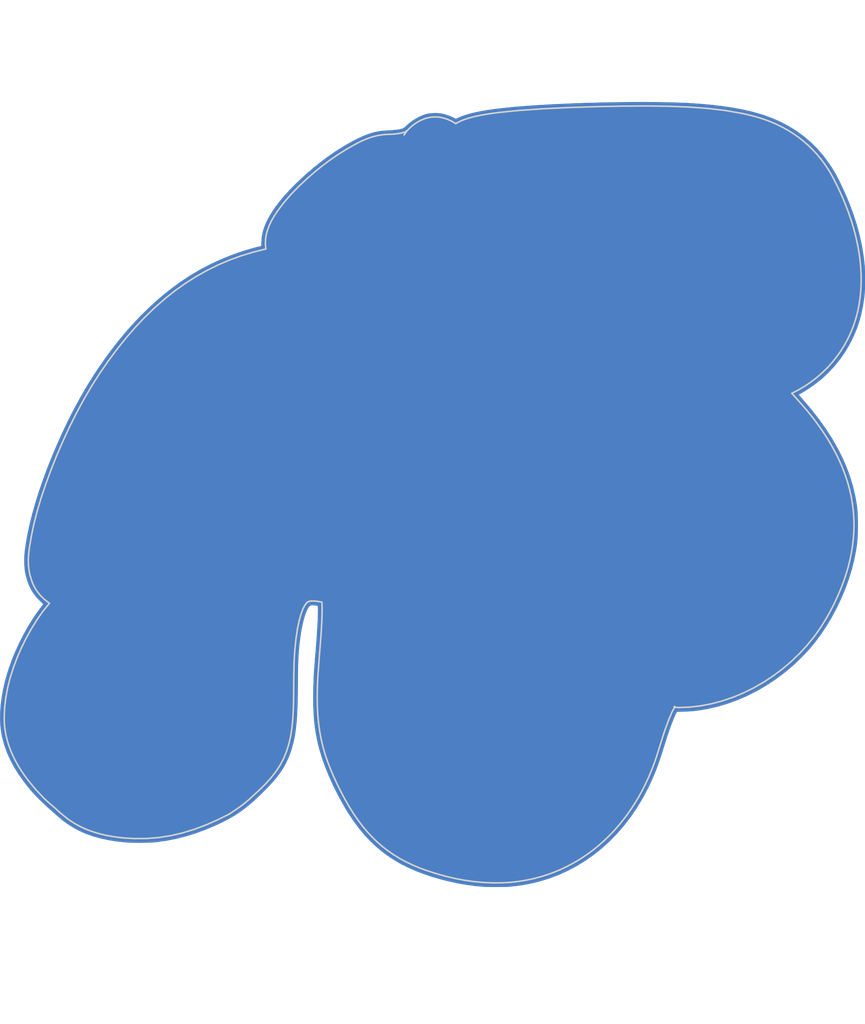
<source format=kicad_pcb>
(kicad_pcb (version 4) (host pcbnew 4.0.7)
  (layers (0 F.Cu signal) (31 B.Cu signal) (34 B.Paste user) (35 F.Paste user) (36 B.SilkS user) (37 F.SilkS user) (38 B.Mask user) (39 F.Mask user) (44 Edge.Cuts user))
  (net 0 "")
  (module LOGO (layer F.Cu) (at 0 0)
    (fp_text reference "G***" hide)
    (fp_text value "LOGO" hide)
    (fp_poly (pts (xy 7.681841 -40.702904) (xy 8.254009 -40.699046) (xy 8.801431 -40.691382) (xy 9.319996 -40.679824) (xy 9.805591 -40.664283) (xy 10.254106 -40.644674) (xy 10.350500 -40.639638) (xy 11.099715 -40.590663) (xy 11.809831 -40.526682) (xy 12.481364 -40.447613) (xy 13.114829 -40.353373) (xy 13.710742 -40.243881) (xy 14.269620 -40.119053) (xy 14.791979 -39.978808) (xy 15.113152 -39.879019) (xy 15.676920 -39.672722) (xy 16.215632 -39.432950) (xy 16.728639 -39.160192) (xy 17.215295 -38.854939) (xy 17.674951 -38.517680) (xy 18.106960 -38.148904) (xy 18.510673 -37.749102) (xy 18.885443 -37.318763) (xy 19.230622 -36.858376) (xy 19.356779 -36.671250) (xy 19.460275 -36.511159) (xy 19.549067 -36.368933) (xy 19.629128 -36.234101) (xy 19.706435 -36.096189) (xy 19.786961 -35.944726) (xy 19.876683 -35.769240) (xy 19.915197 -35.692547) (xy 20.248621 -34.990942) (xy 20.544775 -34.293888) (xy 20.803518 -33.602332) (xy 21.024706 -32.917221) (xy 21.208198 -32.239502) (xy 21.353851 -31.570124) (xy 21.461524 -30.910033) (xy 21.531073 -30.260178) (xy 21.562356 -29.621504) (xy 21.555232 -28.994961) (xy 21.509557 -28.381495) (xy 21.425191 -27.782053) (xy 21.301989 -27.197584) (xy 21.231071 -26.929888) (xy 21.058020 -26.394720) (xy 20.845771 -25.872440) (xy 20.596151 -25.365931) (xy 20.310988 -24.878077) (xy 19.992107 -24.411763) (xy 19.641335 -23.969872) (xy 19.260499 -23.555289) (xy 18.851426 -23.170898) (xy 18.848916 -23.168712) (xy 18.670678 -23.019680) (xy 18.472119 -22.864374) (xy 18.261588 -22.708638) (xy 18.047432 -22.558317) (xy 17.837999 -22.419257) (xy 17.641636 -22.297303) (xy 17.466692 -22.198301) (xy 17.452103 -22.190623) (xy 17.392273 -22.156999) (xy 17.352150 -22.129881) (xy 17.340846 -22.116422) (xy 17.355875 -22.097189) (xy 17.394719 -22.051358) (xy 17.453036 -21.983942) (xy 17.526485 -21.899955) (xy 17.610725 -21.804409) (xy 17.624955 -21.788338) (xy 18.142675 -21.180558) (xy 18.618227 -20.573407) (xy 19.051764 -19.966594) (xy 19.443440 -19.359828) (xy 19.793410 -18.752817) (xy 20.101829 -18.145271) (xy 20.368850 -17.536899) (xy 20.594627 -16.927410) (xy 20.779316 -16.316513) (xy 20.923070 -15.703917) (xy 20.962862 -15.494000) (xy 20.996901 -15.296884) (xy 21.024560 -15.120547) (xy 21.046465 -14.956961) (xy 21.063239 -14.798098) (xy 21.075506 -14.635929) (xy 21.083891 -14.462425) (xy 21.089018 -14.269558) (xy 21.091510 -14.049300) (xy 21.092023 -13.832417) (xy 21.091210 -13.590355) (xy 21.088582 -13.382305) (xy 21.083533 -13.199965) (xy 21.075456 -13.035032) (xy 21.063744 -12.879203) (xy 21.047790 -12.724175) (xy 21.026987 -12.561644) (xy 21.000730 -12.383307) (xy 20.973680 -12.213167) (xy 20.858028 -11.616513) (xy 20.704648 -11.010772) (xy 20.515793 -10.400769) (xy 20.293717 -9.791328) (xy 20.040674 -9.187274) (xy 19.758918 -8.593430) (xy 19.450701 -8.014622) (xy 19.118279 -7.455674) (xy 18.763906 -6.921409) (xy 18.389834 -6.416652) (xy 18.101051 -6.064250) (xy 17.986089 -5.934387) (xy 17.846779 -5.783971) (xy 17.690504 -5.620465) (xy 17.524652 -5.451335) (xy 17.356608 -5.284044) (xy 17.193757 -5.126057) (xy 17.043485 -4.984838) (xy 16.943916 -4.894804) (xy 16.408716 -4.447485) (xy 15.853790 -4.034362) (xy 15.281028 -3.656305) (xy 14.692322 -3.314186) (xy 14.089563 -3.008876) (xy 13.474642 -2.741247) (xy 12.849450 -2.512169) (xy 12.215878 -2.322514) (xy 11.575817 -2.173153) (xy 10.931158 -2.064957) (xy 10.752666 -2.042459) (xy 10.637158 -2.030999) (xy 10.492351 -2.019756) (xy 10.331277 -2.009564) (xy 10.166966 -2.001258) (xy 10.029290 -1.996148) (xy 9.591665 -1.983265) (xy 9.504414 -1.795476) (xy 9.412468 -1.587607) (xy 9.315830 -1.349399) (xy 9.213834 -1.078978) (xy 9.105813 -0.774469) (xy 8.991101 -0.433996) (xy 8.869031 -0.055684) (xy 8.749443 0.328083) (xy 8.622445 0.732333) (xy 8.500012 1.101808) (xy 8.379447 1.443443) (xy 8.258053 1.764168) (xy 8.133134 2.070916) (xy 8.001992 2.370619) (xy 7.861931 2.670209) (xy 7.748992 2.899833) (xy 7.410492 3.532562) (xy 7.044790 4.135642) (xy 6.652753 4.708346) (xy 6.235246 5.249943) (xy 5.793138 5.759706) (xy 5.327295 6.236905) (xy 4.838582 6.680811) (xy 4.327868 7.090697) (xy 3.796020 7.465832) (xy 3.243902 7.805488) (xy 2.672384 8.108937) (xy 2.082330 8.375449) (xy 1.474609 8.604296) (xy 0.850086 8.794748) (xy 0.687916 8.837166) (xy 0.104559 8.966673) (xy -0.489061 9.062195) (xy -1.066699 9.122524) (xy -1.155496 9.127558) (xy -1.278808 9.131790) (xy -1.428824 9.135186) (xy -1.597732 9.137712) (xy -1.777723 9.139332) (xy -1.960984 9.140013) (xy -2.139703 9.139720) (xy -2.306071 9.138419) (xy -2.452276 9.136076) (xy -2.570507 9.132656) (xy -2.635250 9.129421) (xy -3.187029 9.080468) (xy -3.747997 9.006225) (xy -4.312838 8.908194) (xy -4.876235 8.787875) (xy -5.432870 8.646767) (xy -5.977427 8.486372) (xy -6.504588 8.308191) (xy -7.009036 8.113723) (xy -7.485454 7.904469) (xy -7.928524 7.681929) (xy -8.098371 7.587733) (xy -8.569138 7.298434) (xy -9.016995 6.981102) (xy -9.443506 6.634093) (xy -9.850236 6.255761) (xy -10.238749 5.844464) (xy -10.610611 5.398558) (xy -10.967386 4.916397) (xy -11.310638 4.396340) (xy -11.603204 3.905250) (xy -11.934223 3.298830) (xy -12.234817 2.697496) (xy -12.503816 2.104063) (xy -12.740046 1.521344) (xy -12.942336 0.952155) (xy -13.109514 0.399311) (xy -13.185794 0.104377) (xy -13.269807 -0.269138) (xy -13.339860 -0.641498) (xy -13.396515 -1.018675) (xy -13.440328 -1.406640) (xy -13.471859 -1.811364) (xy -13.491668 -2.238819) (xy -13.500313 -2.694975) (xy -13.498353 -3.185804) (xy -13.497736 -3.227917) (xy -13.493836 -3.450392) (xy -13.489061 -3.657124) (xy -13.483079 -3.853998) (xy -13.475557 -4.046899) (xy -13.466163 -4.241711) (xy -13.454564 -4.444319) (xy -13.440428 -4.660608) (xy -13.423421 -4.896463) (xy -13.403211 -5.157767) (xy -13.379466 -5.450406) (xy -13.356704 -5.722845) (xy -13.330728 -6.040056) (xy -13.306485 -6.354475) (xy -13.284154 -6.662709) (xy -13.263915 -6.961366) (xy -13.245947 -7.247055) (xy -13.230429 -7.516383) (xy -13.217542 -7.765958) (xy -13.207464 -7.992389) (xy -13.200374 -8.192283) (xy -13.196453 -8.362247) (xy -13.195879 -8.498891) (xy -13.198832 -8.598822) (xy -13.202415 -8.640088) (xy -13.211166 -8.682731) (xy -13.229677 -8.710971) (xy -13.265780 -8.728224) (xy -13.327303 -8.737911) (xy -13.422078 -8.743449) (xy -13.440834 -8.744178) (xy -13.549052 -8.746800) (xy -13.624457 -8.743856) (xy -13.676406 -8.733517) (xy -13.714254 -8.713954) (xy -13.746320 -8.684460) (xy -13.817643 -8.587731) (xy -13.889614 -8.452228) (xy -13.961123 -8.281477) (xy -14.031059 -8.079001) (xy -14.098310 -7.848325) (xy -14.161766 -7.592973) (xy -14.220315 -7.316469) (xy -14.272846 -7.022336) (xy -14.275466 -7.006167) (xy -14.322279 -6.693059) (xy -14.362311 -6.374626) (xy -14.395862 -6.046065) (xy -14.423233 -5.702570) (xy -14.444724 -5.339337) (xy -14.460636 -4.951561) (xy -14.471269 -4.534438) (xy -14.476924 -4.083161) (xy -14.478074 -3.767667) (xy -14.480577 -3.256993) (xy -14.487620 -2.785959) (xy -14.499384 -2.352099) (xy -14.516052 -1.952946) (xy -14.537804 -1.586031) (xy -14.564825 -1.248888) (xy -14.597295 -0.939048) (xy -14.635397 -0.654046) (xy -14.679312 -0.391413) (xy -14.729224 -0.148681) (xy -14.752408 -0.050486) (xy -14.852011 0.318596) (xy -14.964452 0.662666) (xy -15.092691 0.986721) (xy -15.239688 1.295756) (xy -15.408402 1.594768) (xy -15.601793 1.888751) (xy -15.822820 2.182703) (xy -16.074443 2.481618) (xy -16.359621 2.790492) (xy -16.550995 2.985604) (xy -16.863644 3.292858) (xy -17.156770 3.569170) (xy -17.435394 3.818085) (xy -17.704537 4.043154) (xy -17.969220 4.247925) (xy -18.234464 4.435946) (xy -18.505290 4.610765) (xy -18.786718 4.775932) (xy -19.083771 4.934993) (xy -19.401468 5.091499) (xy -19.744831 5.248997) (xy -19.768514 5.259511) (xy -20.396038 5.521489) (xy -21.011710 5.745517) (xy -21.619874 5.932759) (xy -22.224870 6.084379) (xy -22.831041 6.201541) (xy -23.442729 6.285408) (xy -23.685500 6.309502) (xy -23.824847 6.318964) (xy -23.997370 6.326085) (xy -24.193981 6.330868) (xy -24.405588 6.333314) (xy -24.623101 6.333426) (xy -24.837428 6.331207) (xy -25.039480 6.326659) (xy -25.220164 6.319786) (xy -25.370392 6.310588) (xy -25.389417 6.309035) (xy -25.950923 6.249251) (xy -26.477931 6.167787) (xy -26.972758 6.063868) (xy -27.437720 5.936718) (xy -27.875131 5.785560) (xy -28.287308 5.609620) (xy -28.676565 5.408120) (xy -29.045219 5.180286) (xy -29.300771 4.998313) (xy -29.359546 4.953559) (xy -29.417366 4.908346) (xy -29.478254 4.859260) (xy -29.546229 4.802886) (xy -29.625315 4.735811) (xy -29.719532 4.654621) (xy -29.832903 4.555900) (xy -29.969449 4.436235) (xy -30.133191 4.292212) (xy -30.151979 4.275666) (xy -30.433168 4.024458) (xy -30.684850 3.791497) (xy -30.912434 3.571087) (xy -31.121326 3.357533) (xy -31.316934 3.145139) (xy -31.504663 2.928211) (xy -31.689921 2.701053) (xy -31.878115 2.457969) (xy -31.880110 2.455333) (xy -32.215107 1.984430) (xy -32.507975 1.512811) (xy -32.758917 1.040034) (xy -32.968136 0.565657) (xy -33.135836 0.089239) (xy -33.262220 -0.389663) (xy -33.315820 -0.663744) (xy -33.367183 -1.064250) (xy -33.389575 -1.492006) (xy -33.383301 -1.943684) (xy -33.348665 -2.415958) (xy -33.285974 -2.905499) (xy -33.195532 -3.408981) (xy -33.077645 -3.923075) (xy -32.985380 -4.265084) (xy -32.828439 -4.766638) (xy -32.641867 -5.280065) (xy -32.429143 -5.798336) (xy -32.193747 -6.314427) (xy -31.939160 -6.821310) (xy -31.668860 -7.311958) (xy -31.386329 -7.779344) (xy -31.095046 -8.216443) (xy -30.887598 -8.500899) (xy -30.818973 -8.591472) (xy -30.757626 -8.672736) (xy -30.709050 -8.737394) (xy -30.678735 -8.778152) (xy -30.673541 -8.785298) (xy -30.661947 -8.808122) (xy -30.666165 -8.831784) (xy -30.691085 -8.864149) (xy -30.741597 -8.913081) (xy -30.767936 -8.937127) (xy -31.013697 -9.181568) (xy -31.224492 -9.438979) (xy -31.402803 -9.713811) (xy -31.551108 -10.010520) (xy -31.671887 -10.333559) (xy -31.767619 -10.687380) (xy -31.783915 -10.761930) (xy -31.815985 -10.954905) (xy -31.838553 -11.177676) (xy -31.851264 -11.418704) (xy -31.853766 -11.666453) (xy -31.845704 -11.909386) (xy -31.826725 -12.135965) (xy -31.826173 -12.140750) (xy -31.748165 -12.704180) (xy -31.641684 -13.296422) (xy -31.507286 -13.915477) (xy -31.345524 -14.559341) (xy -31.156954 -15.226013) (xy -30.942129 -15.913493) (xy -30.701605 -16.619778) (xy -30.435936 -17.342866) (xy -30.257875 -17.801167) (xy -29.896995 -18.678502) (xy -29.518447 -19.535391) (xy -29.123879 -20.368672) (xy -28.714934 -21.175184) (xy -28.293260 -21.951765) (xy -27.860501 -22.695254) (xy -27.418303 -23.402487) (xy -27.076169 -23.914901) (xy -26.681479 -24.476349) (xy -26.293076 -25.002800) (xy -25.906181 -25.500118) (xy -25.516014 -25.974166) (xy -25.117796 -26.430809) (xy -24.706748 -26.875912) (xy -24.427290 -27.165003) (xy -23.830904 -27.746679) (xy -23.225802 -28.287623) (xy -22.610436 -28.788824) (xy -21.983254 -29.251273) (xy -21.342708 -29.675959) (xy -20.687248 -30.063873) (xy -20.015324 -30.416004) (xy -19.325386 -30.733342) (xy -18.615885 -31.016877) (xy -18.129250 -31.188278) (xy -17.980276 -31.236515) (xy -17.808319 -31.289707) (xy -17.623728 -31.344860) (xy -17.436855 -31.398982) (xy -17.258049 -31.449081) (xy -17.097661 -31.492163) (xy -16.966040 -31.525236) (xy -16.954500 -31.527961) (xy -16.795750 -31.565173) (xy -16.791619 -31.823193) (xy -16.770422 -32.117453) (xy -16.715688 -32.415892) (xy -16.626642 -32.720218) (xy -16.502507 -33.032138) (xy -16.342508 -33.353359) (xy -16.145868 -33.685588) (xy -15.911811 -34.030533) (xy -15.639563 -34.389900) (xy -15.605538 -34.432519) (xy -15.318205 -34.773783) (xy -14.996662 -35.125309) (xy -14.646259 -35.482297) (xy -14.272349 -35.839948) (xy -13.880284 -36.193462) (xy -13.475417 -36.538040) (xy -13.063100 -36.868883) (xy -12.648685 -37.181190) (xy -12.237523 -37.470163) (xy -12.160250 -37.522008) (xy -11.760918 -37.779833) (xy -11.375883 -38.012372) (xy -11.007416 -38.218456) (xy -10.657786 -38.396919) (xy -10.329264 -38.546593) (xy -10.024119 -38.666311) (xy -9.784579 -38.743715) (xy -9.607833 -38.791305) (xy -9.442067 -38.828551) (xy -9.276264 -38.857110) (xy -9.099404 -38.878641) (xy -8.900467 -38.894800) (xy -8.710084 -38.905349) (xy -8.454008 -38.920846) (xy -8.236273 -38.941691) (xy -8.053165 -38.968375) (xy -7.900972 -39.001392) (xy -7.830763 -39.021888) (xy -7.749800 -39.061122) (xy -7.660885 -39.130843) (xy -7.608513 -39.181505) (xy -7.420778 -39.352328) (xy -7.203163 -39.515623) (xy -6.966652 -39.664771) (xy -6.722232 -39.793151) (xy -6.480887 -39.894143) (xy -6.360584 -39.933540) (xy -6.205688 -39.968146) (xy -6.023363 -39.991584) (xy -5.827156 -40.003310) (xy -5.630615 -40.002783) (xy -5.447288 -39.989459) (xy -5.344584 -39.974233) (xy -5.106892 -39.918249) (xy -4.870559 -39.840904) (xy -4.653705 -39.748314) (xy -4.610127 -39.726358) (xy -4.443800 -39.639825) (xy -4.280358 -39.714480) (xy -4.062093 -39.805319) (xy -3.817094 -39.890355) (xy -3.543660 -39.969907) (xy -3.240093 -40.044298) (xy -2.904694 -40.113849) (xy -2.535762 -40.178882) (xy -2.131600 -40.239718) (xy -1.690506 -40.296678) (xy -1.210783 -40.350084) (xy -0.690731 -40.400258) (xy -0.624417 -40.406176) (xy -0.137509 -40.446430) (xy 0.382213 -40.484102) (xy 0.930639 -40.519104) (xy 1.503656 -40.551348) (xy 2.097153 -40.580748) (xy 2.707019 -40.607216) (xy 3.329142 -40.630664) (xy 3.959411 -40.651005) (xy 4.593714 -40.668151) (xy 5.227939 -40.682016) (xy 5.857977 -40.692511) (xy 6.479714 -40.699549) (xy 7.089039 -40.703042) (xy 7.681841 -40.702904)) (layer B.Cu) (width 0.010000))
  )
  (module LOGO (layer F.Cu) (at 0 0)
    (fp_text reference "G***" hide)
    (fp_text value "LOGO" hide)
  )
  (module LOGO (layer F.Cu) (at 0 0)
    (fp_text reference "G***" hide)
    (fp_text value "LOGO" hide)
  )
  (module LOGO (layer F.Cu) (at 0 0)
    (fp_text reference "G***" hide)
    (fp_text value "LOGO" hide)
    (fp_poly (pts (xy -1.517490 -39.082141) (xy -1.427734 -39.058047) (xy -1.320869 -39.012554) (xy -1.314951 -39.009764) (xy -1.249823 -38.977567) (xy -1.206038 -38.948558) (xy -1.173826 -38.911945) (xy -1.143415 -38.856938) (xy -1.109581 -38.782942) (xy -1.062298 -38.676680) (xy -1.027553 -38.602504) (xy -0.999663 -38.554289) (xy -0.972943 -38.525910) (xy -0.941709 -38.511244) (xy -0.900276 -38.504164) (xy -0.845902 -38.498849) (xy -0.768923 -38.487587) (xy -0.665775 -38.467786) (xy -0.551027 -38.442428) (xy -0.458090 -38.419474) (xy -0.354220 -38.393777) (xy -0.259284 -38.372816) (xy -0.184066 -38.358814) (xy -0.140590 -38.353985) (xy -0.090429 -38.348462) (xy -0.013171 -38.333717) (xy 0.077666 -38.312469) (xy 0.116416 -38.302313) (xy 0.341367 -38.247833) (xy 0.598846 -38.196793) (xy 0.879095 -38.150676) (xy 1.172355 -38.110964) (xy 1.468866 -38.079142) (xy 1.714500 -38.059513) (xy 1.830055 -38.054265) (xy 1.955028 -38.052659) (xy 2.082806 -38.054303) (xy 2.206776 -38.058808) (xy 2.320325 -38.065783) (xy 2.416840 -38.074838) (xy 2.489708 -38.085581) (xy 2.532316 -38.097623) (xy 2.540000 -38.108260) (xy 2.515746 -38.116182) (xy 2.458386 -38.122924) (xy 2.377148 -38.127661) (xy 2.303629 -38.129427) (xy 2.209719 -38.131661) (xy 2.132035 -38.135890) (xy 2.080010 -38.141453) (xy 2.063385 -38.146217) (xy 2.052936 -38.171172) (xy 2.079658 -38.189125) (xy 2.144973 -38.200441) (xy 2.250307 -38.205483) (xy 2.296454 -38.205834) (xy 2.394990 -38.207888) (xy 2.483080 -38.213420) (xy 2.548622 -38.221482) (xy 2.572986 -38.227471) (xy 2.620736 -38.238308) (xy 2.650483 -38.222350) (xy 2.653739 -38.218385) (xy 2.692386 -38.191088) (xy 2.730500 -38.178984) (xy 2.763262 -38.172219) (xy 2.762353 -38.163826) (xy 2.725030 -38.147707) (xy 2.714625 -38.143666) (xy 2.662548 -38.120084) (xy 2.645859 -38.102839) (xy 2.665892 -38.091645) (xy 2.723983 -38.086216) (xy 2.821465 -38.086266) (xy 2.958041 -38.091428) (xy 3.072997 -38.097897) (xy 3.176504 -38.105374) (xy 3.259432 -38.113078) (xy 3.312650 -38.120228) (xy 3.323166 -38.122633) (xy 3.376083 -38.138695) (xy 3.317875 -38.140515) (xy 3.275608 -38.149356) (xy 3.259666 -38.166270) (xy 3.240755 -38.180962) (xy 3.185968 -38.178246) (xy 3.185583 -38.178184) (xy 3.133110 -38.174486) (xy 3.112574 -38.187603) (xy 3.111500 -38.195284) (xy 3.130834 -38.215161) (xy 3.181903 -38.230584) (xy 3.254307 -38.241196) (xy 3.337647 -38.246639) (xy 3.421522 -38.246555) (xy 3.495534 -38.240586) (xy 3.549282 -38.228375) (xy 3.571958 -38.211125) (xy 3.561608 -38.189571) (xy 3.531305 -38.182758) (xy 3.507391 -38.179207) (xy 3.520813 -38.170316) (xy 3.556000 -38.159040) (xy 3.599433 -38.153222) (xy 3.676469 -38.149636) (xy 3.778447 -38.148113) (xy 3.896703 -38.148485) (xy 4.022577 -38.150582) (xy 4.147406 -38.154238) (xy 4.262528 -38.159282) (xy 4.359281 -38.165547) (xy 4.429002 -38.172864) (xy 4.449075 -38.176415) (xy 4.487657 -38.189763) (xy 4.491200 -38.210803) (xy 4.482776 -38.226432) (xy 4.469361 -38.273054) (xy 4.481738 -38.312413) (xy 4.513916 -38.329729) (xy 4.524310 -38.328890) (xy 4.551670 -38.309576) (xy 4.567567 -38.274946) (xy 4.567963 -38.241815) (xy 4.548822 -38.227001) (xy 4.548777 -38.227000) (xy 4.532824 -38.219155) (xy 4.536011 -38.213600) (xy 4.558184 -38.218257) (xy 4.592927 -38.241112) (xy 4.748388 -38.241112) (xy 4.751294 -38.228528) (xy 4.762500 -38.227000) (xy 4.779922 -38.234745) (xy 4.776611 -38.241112) (xy 4.751491 -38.243645) (xy 4.748388 -38.241112) (xy 4.592927 -38.241112) (xy 4.599262 -38.245279) (xy 4.623492 -38.265244) (xy 4.662496 -38.297611) (xy 4.695498 -38.314640) (xy 4.733439 -38.316473) (xy 4.787259 -38.303252) (xy 4.867899 -38.275120) (xy 4.885654 -38.268649) (xy 4.934157 -38.254795) (xy 4.968880 -38.261729) (xy 5.009455 -38.294388) (xy 5.013016 -38.297776) (xy 12.930694 -38.297776) (xy 12.945025 -38.269842) (xy 12.983820 -38.250350) (xy 13.050430 -38.233420) (xy 13.130754 -38.220806) (xy 13.210692 -38.214262) (xy 13.276145 -38.215544) (xy 13.310330 -38.224388) (xy 13.316909 -38.241107) (xy 13.289209 -38.255944) (xy 13.235277 -38.266125) (xy 13.180861 -38.269045) (xy 13.121375 -38.277602) (xy 13.053278 -38.298172) (xy 13.044822 -38.301570) (xy 12.989205 -38.316881) (xy 12.948164 -38.314663) (xy 12.930694 -38.297776) (xy 5.013016 -38.297776) (xy 5.017180 -38.301736) (xy 5.059868 -38.337982) (xy 5.088321 -38.345907) (xy 5.111697 -38.332878) (xy 5.153575 -38.318493) (xy 5.228622 -38.312191) (xy 5.328637 -38.313078) (xy 5.445417 -38.320264) (xy 5.570759 -38.332856) (xy 5.696463 -38.349961) (xy 5.814326 -38.370688) (xy 5.916145 -38.394146) (xy 5.993720 -38.419440) (xy 6.019245 -38.431582) (xy 6.041941 -38.448030) (xy 6.032960 -38.461097) (xy 5.992507 -38.477013) (xy 5.938188 -38.506536) (xy 5.910971 -38.542945) (xy 5.916021 -38.577179) (xy 5.928873 -38.588646) (xy 5.989410 -38.606109) (xy 6.066694 -38.600885) (xy 6.138815 -38.576001) (xy 6.179862 -38.556774) (xy 6.192791 -38.558857) (xy 6.188805 -38.574987) (xy 6.185113 -38.619202) (xy 6.210120 -38.637731) (xy 6.245451 -38.628480) (xy 6.280359 -38.595353) (xy 6.281313 -38.560072) (xy 6.249458 -38.536292) (xy 6.244244 -38.532479) (xy 6.273890 -38.535920) (xy 6.297083 -38.539753) (xy 6.371003 -38.548739) (xy 6.458477 -38.554138) (xy 6.492879 -38.554805) (xy 6.557904 -38.556754) (xy 6.591085 -38.565131) (xy 6.602864 -38.584367) (xy 6.604004 -38.601964) (xy 6.604360 -38.604715) (xy 11.281831 -38.604715) (xy 11.301195 -38.595612) (xy 11.352401 -38.584305) (xy 11.425119 -38.572313) (xy 11.509023 -38.561156) (xy 11.593784 -38.552355) (xy 11.669075 -38.547430) (xy 11.671652 -38.547338) (xy 11.719683 -38.549028) (xy 11.740158 -38.556674) (xy 11.738919 -38.560044) (xy 11.825920 -38.560044) (xy 11.826530 -38.548999) (xy 11.862473 -38.529854) (xy 11.927964 -38.504578) (xy 12.017217 -38.475141) (xy 12.124448 -38.443513) (xy 12.243871 -38.411663) (xy 12.308407 -38.395777) (xy 12.434161 -38.365972) (xy 12.527071 -38.344813) (xy 12.595386 -38.330787) (xy 12.647358 -38.322382) (xy 12.691240 -38.318088) (xy 12.735282 -38.316391) (xy 12.742333 -38.316269) (xy 12.816416 -38.315105) (xy 12.752916 -38.343861) (xy 12.700644 -38.362565) (xy 12.623009 -38.384656) (xy 12.536223 -38.405546) (xy 12.530666 -38.406750) (xy 12.439697 -38.426869) (xy 12.352670 -38.447049) (xy 12.288155 -38.462981) (xy 12.287250 -38.463219) (xy 12.211946 -38.479139) (xy 12.124901 -38.492217) (xy 12.096750 -38.495224) (xy 12.017627 -38.507773) (xy 11.943495 -38.527928) (xy 11.921170 -38.536726) (xy 11.868055 -38.555788) (xy 11.829244 -38.560802) (xy 11.825920 -38.560044) (xy 11.738919 -38.560044) (xy 11.738797 -38.560375) (xy 11.712850 -38.569001) (xy 11.657280 -38.578732) (xy 11.582448 -38.588562) (xy 11.498715 -38.597488) (xy 11.416445 -38.604502) (xy 11.345997 -38.608601) (xy 11.297735 -38.608778) (xy 11.281831 -38.604715) (xy 6.604360 -38.604715) (xy 6.607356 -38.627847) (xy 6.621211 -38.649764) (xy 6.642504 -38.664445) (xy 11.013722 -38.664445) (xy 11.016627 -38.651861) (xy 11.027833 -38.650334) (xy 11.045255 -38.658078) (xy 11.041944 -38.664445) (xy 11.016824 -38.666978) (xy 11.013722 -38.664445) (xy 6.642504 -38.664445) (xy 6.651259 -38.670481) (xy 6.703191 -38.692765) (xy 6.782697 -38.719382) (xy 6.895468 -38.753100) (xy 6.943318 -38.766938) (xy 7.098800 -38.808186) (xy 7.219807 -38.831981) (xy 7.310274 -38.838675) (xy 7.374133 -38.828616) (xy 7.409055 -38.808430) (xy 7.450575 -38.786965) (xy 7.515455 -38.769154) (xy 7.551457 -38.763402) (xy 7.603885 -38.760324) (xy 7.670077 -38.760728) (xy 7.741626 -38.763884) (xy 7.810122 -38.769063) (xy 7.867159 -38.775535) (xy 7.904329 -38.782571) (xy 7.913224 -38.789440) (xy 7.899200 -38.793582) (xy 7.862004 -38.810976) (xy 7.856867 -38.847762) (xy 7.873785 -38.882812) (xy 7.918503 -38.898760) (xy 7.932208 -38.900383) (xy 7.980045 -38.900558) (xy 7.998769 -38.883994) (xy 8.001000 -38.863342) (xy 7.990962 -38.828250) (xy 7.976305 -38.819667) (xy 7.961232 -38.811942) (xy 7.964137 -38.807141) (xy 7.990138 -38.805611) (xy 8.039021 -38.817459) (xy 8.053488 -38.822394) (xy 8.107377 -38.838277) (xy 8.136160 -38.834961) (xy 8.146723 -38.823620) (xy 8.173797 -38.809898) (xy 8.210110 -38.814259) (xy 8.232896 -38.832842) (xy 8.233833 -38.838389) (xy 8.222883 -38.864536) (xy 8.208598 -38.887295) (xy 8.360833 -38.887295) (xy 8.379357 -38.869599) (xy 8.424471 -38.856848) (xy 8.429625 -38.856146) (xy 8.508194 -38.847019) (xy 8.551792 -38.844323) (xy 8.567350 -38.848465) (xy 8.561799 -38.859849) (xy 8.558129 -38.863671) (xy 8.524638 -38.881456) (xy 8.473316 -38.894377) (xy 8.419019 -38.900655) (xy 8.376601 -38.898510) (xy 8.360833 -38.887295) (xy 8.208598 -38.887295) (xy 8.200654 -38.899951) (xy 8.177972 -38.953230) (xy 8.177076 -39.005899) (xy 8.197240 -39.042044) (xy 8.207375 -39.047315) (xy 8.228047 -39.036884) (xy 8.233833 -39.001348) (xy 8.243799 -38.958187) (xy 8.272638 -38.946667) (xy 8.318334 -38.956248) (xy 8.327605 -38.982399) (xy 8.315300 -39.003439) (xy 8.298879 -39.031629) (xy 8.299608 -39.040232) (xy 8.322511 -39.043344) (xy 8.380418 -39.046854) (xy 8.466007 -39.050437) (xy 8.571956 -39.053768) (xy 8.646041 -39.055595) (xy 8.772995 -39.058086) (xy 8.863843 -39.058672) (xy 8.924787 -39.056793) (xy 8.962032 -39.051891) (xy 8.981784 -39.043406) (xy 8.990245 -39.030781) (xy 8.991859 -39.024444) (xy 8.983819 -38.983186) (xy 8.940485 -38.944563) (xy 8.858913 -38.906318) (xy 8.819307 -38.892102) (xy 8.755676 -38.865353) (xy 8.731130 -38.843872) (xy 8.742517 -38.830054) (xy 8.786687 -38.826297) (xy 8.860488 -38.834998) (xy 8.887428 -38.840288) (xy 8.978567 -38.854919) (xy 9.045369 -38.853103) (xy 9.079899 -38.844215) (xy 9.128182 -38.832354) (xy 9.203332 -38.819394) (xy 9.294594 -38.806566) (xy 9.391213 -38.795105) (xy 9.482433 -38.786243) (xy 9.557499 -38.781216) (xy 9.605656 -38.781256) (xy 9.614718 -38.782875) (xy 9.616397 -38.787917) (xy 9.779000 -38.787917) (xy 9.789583 -38.777334) (xy 9.800166 -38.787917) (xy 9.792547 -38.795536) (xy 10.593916 -38.795536) (xy 10.593979 -38.790040) (xy 10.628189 -38.774976) (xy 10.690138 -38.752916) (xy 10.742083 -38.736094) (xy 10.828728 -38.709904) (xy 10.902237 -38.689502) (xy 10.951797 -38.677805) (xy 10.964333 -38.676132) (xy 10.960146 -38.682007) (xy 10.922657 -38.697936) (xy 10.858890 -38.721102) (xy 10.816166 -38.735575) (xy 10.730415 -38.762517) (xy 10.656049 -38.783207) (xy 10.605007 -38.794424) (xy 10.593916 -38.795536) (xy 9.792547 -38.795536) (xy 9.789583 -38.798500) (xy 9.779000 -38.787917) (xy 9.616397 -38.787917) (xy 9.617834 -38.792231) (xy 9.587380 -38.803593) (xy 9.561866 -38.809084) (xy 9.821333 -38.809084) (xy 9.831916 -38.798500) (xy 9.836977 -38.803561) (xy 10.486680 -38.803561) (xy 10.507486 -38.800172) (xy 10.534939 -38.804063) (xy 10.535267 -38.811289) (xy 10.506938 -38.816342) (xy 10.494697 -38.812960) (xy 10.486680 -38.803561) (xy 9.836977 -38.803561) (xy 9.842500 -38.809084) (xy 9.831916 -38.819667) (xy 9.821333 -38.809084) (xy 9.561866 -38.809084) (xy 9.531979 -38.815516) (xy 9.464139 -38.825960) (xy 10.384882 -38.825960) (xy 10.414000 -38.823009) (xy 10.444048 -38.826336) (xy 10.440458 -38.833685) (xy 10.397122 -38.836481) (xy 10.387541 -38.833685) (xy 10.384882 -38.825960) (xy 9.464139 -38.825960) (xy 9.460254 -38.826558) (xy 9.380828 -38.835274) (xy 9.302323 -38.840221) (xy 9.268531 -38.840834) (xy 9.191295 -38.841536) (xy 9.148102 -38.845601) (xy 9.130662 -38.855971) (xy 9.130669 -38.862000) (xy 9.990666 -38.862000) (xy 10.010610 -38.851708) (xy 10.065777 -38.845230) (xy 10.149167 -38.843309) (xy 10.165291 -38.843483) (xy 10.247176 -38.845123) (xy 10.290146 -38.847495) (xy 10.297621 -38.851445) (xy 10.273017 -38.857815) (xy 10.244666 -38.863081) (xy 10.150735 -38.876276) (xy 10.071455 -38.880866) (xy 10.015378 -38.876888) (xy 9.991052 -38.864376) (xy 9.990666 -38.862000) (xy 9.130669 -38.862000) (xy 9.130686 -38.875584) (xy 9.134261 -38.888459) (xy 9.157556 -38.946121) (xy 9.189987 -38.975408) (xy 9.241066 -38.979830) (xy 9.320304 -38.962899) (xy 9.329233 -38.960422) (xy 9.442231 -38.937766) (xy 9.571483 -38.926142) (xy 9.704287 -38.925362) (xy 9.827943 -38.935232) (xy 9.929748 -38.955564) (xy 9.969500 -38.970053) (xy 10.102945 -39.016249) (xy 10.236560 -39.035612) (xy 10.361122 -39.028305) (xy 10.467408 -38.994492) (xy 10.520092 -38.960280) (xy 10.593757 -38.913825) (xy 10.701901 -38.866425) (xy 10.836773 -38.820116) (xy 10.990626 -38.776934) (xy 11.155709 -38.738912) (xy 11.324273 -38.708086) (xy 11.488568 -38.686491) (xy 11.594779 -38.678070) (xy 11.715500 -38.673368) (xy 11.800844 -38.674703) (xy 11.857377 -38.682396) (xy 11.884277 -38.692236) (xy 11.924843 -38.707351) (xy 11.960515 -38.697076) (xy 11.990172 -38.675868) (xy 12.038633 -38.649499) (xy 12.112875 -38.621931) (xy 12.196945 -38.599075) (xy 12.198090 -38.598822) (xy 12.327248 -38.570147) (xy 12.477296 -38.536397) (xy 12.640548 -38.499344) (xy 12.809317 -38.460757) (xy 12.975916 -38.422407) (xy 13.132658 -38.386062) (xy 13.271856 -38.353494) (xy 13.385823 -38.326473) (xy 13.466873 -38.306768) (xy 13.472399 -38.305386) (xy 13.567979 -38.279425) (xy 13.628472 -38.257444) (xy 13.660553 -38.236502) (xy 13.670319 -38.218166) (xy 13.670173 -38.194207) (xy 13.650525 -38.185295) (xy 13.601393 -38.188089) (xy 13.585836 -38.189919) (xy 13.518977 -38.200619) (xy 13.464904 -38.213554) (xy 13.454245 -38.217288) (xy 13.427526 -38.224722) (xy 13.429145 -38.207559) (xy 13.439115 -38.187877) (xy 13.481656 -38.149379) (xy 13.517392 -38.142334) (xy 13.559466 -38.135735) (xy 13.630350 -38.117922) (xy 13.718972 -38.091871) (xy 13.786522 -38.070027) (xy 13.885477 -38.038494) (xy 13.978925 -38.011708) (xy 14.053882 -37.993248) (xy 14.086416 -37.987422) (xy 14.171083 -37.977125) (xy 14.085393 -38.016336) (xy 13.987641 -38.053606) (xy 13.862508 -38.087468) (xy 13.753041 -38.110650) (xy 13.706398 -38.131842) (xy 13.694833 -38.163904) (xy 13.703968 -38.193625) (xy 13.738750 -38.204770) (xy 13.763625 -38.205522) (xy 13.824284 -38.196829) (xy 13.918413 -38.172295) (xy 14.040971 -38.133667) (xy 14.186918 -38.082691) (xy 14.351218 -38.021113) (xy 14.528829 -37.950679) (xy 14.679083 -37.888297) (xy 14.837433 -37.821686) (xy 14.962940 -37.770288) (xy 15.061480 -37.732207) (xy 15.138932 -37.705547) (xy 15.201173 -37.688411) (xy 15.254082 -37.678904) (xy 15.303537 -37.675130) (xy 15.340639 -37.674903) (xy 15.435103 -37.664048) (xy 15.500823 -37.630279) (xy 15.533486 -37.576334) (xy 15.536333 -37.550789) (xy 15.543390 -37.523938) (xy 15.571993 -37.513222) (xy 15.618965 -37.512872) (xy 15.677247 -37.508602) (xy 15.732539 -37.486361) (xy 15.800370 -37.439776) (xy 15.804173 -37.436845) (xy 15.874388 -37.376771) (xy 15.935623 -37.313983) (xy 15.981836 -37.256001) (xy 16.006983 -37.210344) (xy 16.006153 -37.185520) (xy 15.976307 -37.180073) (xy 15.926542 -37.189893) (xy 15.920208 -37.192003) (xy 15.863477 -37.207178) (xy 15.843030 -37.201839) (xy 15.859228 -37.177873) (xy 15.910017 -37.138799) (xy 15.968115 -37.101103) (xy 16.001293 -37.087450) (xy 16.018788 -37.096872) (xy 16.029299 -37.126334) (xy 16.051395 -37.162517) (xy 16.080610 -37.169506) (xy 16.101668 -37.149183) (xy 16.102940 -37.117258) (xy 16.101502 -37.080614) (xy 16.124502 -37.068069) (xy 16.153235 -37.067558) (xy 16.199837 -37.058260) (xy 16.255404 -37.024524) (xy 16.324636 -36.964736) (xy 16.395448 -36.900719) (xy 16.468515 -36.838591) (xy 16.520583 -36.797477) (xy 16.594632 -36.738405) (xy 16.637634 -36.692045) (xy 16.655792 -36.650997) (xy 16.657493 -36.634209) (xy 16.674685 -36.603939) (xy 16.710338 -36.597167) (xy 16.759787 -36.582032) (xy 16.783670 -36.557630) (xy 16.818820 -36.524921) (xy 16.867462 -36.505566) (xy 16.947010 -36.468945) (xy 17.006858 -36.395328) (xy 17.036736 -36.321764) (xy 17.062494 -36.262973) (xy 17.095155 -36.221439) (xy 17.103412 -36.215768) (xy 17.136083 -36.185755) (xy 17.143378 -36.153388) (xy 17.123915 -36.133091) (xy 17.111486 -36.131500) (xy 17.085546 -36.122579) (xy 17.090421 -36.101891) (xy 17.120101 -36.078554) (xy 17.155546 -36.064657) (xy 17.215732 -36.033511) (xy 17.294823 -35.968519) (xy 17.390269 -35.872331) (xy 17.499519 -35.747594) (xy 17.620023 -35.596956) (xy 17.672145 -35.528250) (xy 17.839702 -35.297593) (xy 17.985925 -35.082689) (xy 18.109409 -34.886005) (xy 18.208753 -34.710008) (xy 18.282553 -34.557167) (xy 18.329406 -34.429949) (xy 18.347269 -34.340722) (xy 18.358535 -34.263246) (xy 18.378383 -34.218822) (xy 18.396292 -34.204018) (xy 18.419156 -34.187630) (xy 18.442348 -34.160290) (xy 18.468417 -34.116924) (xy 18.499911 -34.052456) (xy 18.539376 -33.961813) (xy 18.589362 -33.839920) (xy 18.629440 -33.739667) (xy 18.670805 -33.637549) (xy 18.706305 -33.553706) (xy 18.733340 -33.493971) (xy 18.749311 -33.464180) (xy 18.752524 -33.463442) (xy 18.759978 -33.483724) (xy 18.778413 -33.465802) (xy 18.806417 -33.411955) (xy 18.842580 -33.324458) (xy 18.848825 -33.308030) (xy 18.886937 -33.198748) (xy 18.917509 -33.095505) (xy 18.938668 -33.006360) (xy 18.948543 -32.939370) (xy 18.945263 -32.902595) (xy 18.943540 -32.900203) (xy 18.939539 -32.870624) (xy 18.953027 -32.822831) (xy 18.954727 -32.818917) (xy 18.973908 -32.778935) (xy 18.982190 -32.775606) (xy 18.984780 -32.804806) (xy 18.994285 -32.841397) (xy 19.013315 -32.844569) (xy 19.033380 -32.819211) (xy 19.045990 -32.770212) (xy 19.046060 -32.769517) (xy 19.041975 -32.712609) (xy 19.019601 -32.689507) (xy 18.995286 -32.660381) (xy 18.987338 -32.609450) (xy 18.997113 -32.554492) (xy 19.007666 -32.533167) (xy 19.022336 -32.518849) (xy 19.028038 -32.541103) (xy 19.028509 -32.559625) (xy 19.040521 -32.602384) (xy 19.067471 -32.620271) (xy 19.096612 -32.606096) (xy 19.100658 -32.600322) (xy 19.109950 -32.572678) (xy 19.126649 -32.510791) (xy 19.149098 -32.421768) (xy 19.175643 -32.312718) (xy 19.204627 -32.190748) (xy 19.234397 -32.062967) (xy 19.263295 -31.936483) (xy 19.289668 -31.818404) (xy 19.311860 -31.715839) (xy 19.328215 -31.635895) (xy 19.337078 -31.585681) (xy 19.337272 -31.584247) (xy 19.342691 -31.514631) (xy 19.336658 -31.478690) (xy 19.330485 -31.474834) (xy 19.294759 -31.493120) (xy 19.266138 -31.549215) (xy 19.243784 -31.644968) (xy 19.238697 -31.677984) (xy 19.218284 -31.787234) (xy 19.184687 -31.925460) (xy 19.140562 -32.082379) (xy 19.102502 -32.205084) (xy 19.099115 -32.196165) (xy 19.096275 -32.153496) (xy 19.094492 -32.085661) (xy 19.094287 -32.067500) (xy 19.108041 -31.913917) (xy 19.148735 -31.747020) (xy 19.211792 -31.581761) (xy 19.284555 -31.445720) (xy 19.343548 -31.350727) (xy 19.381768 -31.285219) (xy 19.401854 -31.243412) (xy 19.406446 -31.219521) (xy 19.398181 -31.207760) (xy 19.393958 -31.205866) (xy 19.371737 -31.176716) (xy 19.374654 -31.117282) (xy 19.402391 -31.031106) (xy 19.411679 -31.009167) (xy 19.433025 -30.965604) (xy 19.444031 -30.953583) (xy 19.443691 -30.966834) (xy 19.425827 -31.065918) (xy 19.415924 -31.129421) (xy 19.413476 -31.163241) (xy 19.417979 -31.173274) (xy 19.426473 -31.167917) (xy 19.447757 -31.133109) (xy 19.475111 -31.068096) (xy 19.506174 -30.981072) (xy 19.538587 -30.880229) (xy 19.569988 -30.773761) (xy 19.598020 -30.669861) (xy 19.620320 -30.576721) (xy 19.634530 -30.502534) (xy 19.638289 -30.455494) (xy 19.634974 -30.444087) (xy 19.611030 -30.445321) (xy 19.590257 -30.458413) (xy 19.571471 -30.471314) (xy 19.570134 -30.459927) (xy 19.586242 -30.417617) (xy 19.590231 -30.408029) (xy 19.609969 -30.340174) (xy 19.601805 -30.292258) (xy 19.601459 -30.291606) (xy 19.585213 -30.243387) (xy 19.569529 -30.164837) (xy 19.554928 -30.063437) (xy 19.541928 -29.946668) (xy 19.531050 -29.822013) (xy 19.522814 -29.696952) (xy 19.517738 -29.578969) (xy 19.516343 -29.475544) (xy 19.519148 -29.394159) (xy 19.526673 -29.342296) (xy 19.534518 -29.327848) (xy 19.557836 -29.335096) (xy 19.587820 -29.368781) (xy 19.588364 -29.369607) (xy 19.619127 -29.407830) (xy 19.641048 -29.413194) (xy 19.654709 -29.383713) (xy 19.660692 -29.317404) (xy 19.659577 -29.212281) (xy 19.656196 -29.138070) (xy 19.631491 -28.840455) (xy 19.591037 -28.579864) (xy 19.534273 -28.353805) (xy 19.460638 -28.159786) (xy 19.415965 -28.071577) (xy 19.375538 -27.993494) (xy 19.355592 -27.937079) (xy 19.352327 -27.889324) (xy 19.355654 -27.865202) (xy 19.360050 -27.817044) (xy 19.353207 -27.792596) (xy 19.350651 -27.791834) (xy 19.335479 -27.772394) (xy 19.313314 -27.719055) (xy 19.286143 -27.639287) (xy 19.255955 -27.540560) (xy 19.224738 -27.430345) (xy 19.194480 -27.316112) (xy 19.167168 -27.205332) (xy 19.144790 -27.105474) (xy 19.129335 -27.024009) (xy 19.122791 -26.968408) (xy 19.125817 -26.946961) (xy 19.149624 -26.948431) (xy 19.180023 -26.963310) (xy 19.216748 -26.980569) (xy 19.233217 -26.980672) (xy 19.232656 -26.956018) (xy 19.217435 -26.910677) (xy 19.194400 -26.860423) (xy 19.170400 -26.821033) (xy 19.158917 -26.809490) (xy 19.145318 -26.780727) (xy 19.148136 -26.765360) (xy 19.148360 -26.729452) (xy 19.136530 -26.669467) (xy 19.123094 -26.623163) (xy 19.095610 -26.546397) (xy 19.058055 -26.451262) (xy 19.013875 -26.345452) (xy 18.966518 -26.236659) (xy 18.919429 -26.132577) (xy 18.876054 -26.040899) (xy 18.839839 -25.969319) (xy 18.814232 -25.925530) (xy 18.806544 -25.916507) (xy 18.788131 -25.889044) (xy 18.758929 -25.829654) (xy 18.722502 -25.746235) (xy 18.682415 -25.646687) (xy 18.669177 -25.612137) (xy 18.608937 -25.456879) (xy 18.556873 -25.333962) (xy 18.508371 -25.235370) (xy 18.458818 -25.153089) (xy 18.403601 -25.079105) (xy 18.338106 -25.005402) (xy 18.293572 -24.959604) (xy 18.229299 -24.892309) (xy 18.178219 -24.833799) (xy 18.146752 -24.791728) (xy 18.139833 -24.776277) (xy 18.121048 -24.738361) (xy 18.068332 -24.689110) (xy 17.987139 -24.632707) (xy 17.882927 -24.573331) (xy 17.859047 -24.561087) (xy 17.785665 -24.519980) (xy 17.730320 -24.481031) (xy 17.702732 -24.451206) (xy 17.701679 -24.448316) (xy 17.674399 -24.415706) (xy 17.628555 -24.397103) (xy 17.588626 -24.382549) (xy 17.577962 -24.364498) (xy 17.578492 -24.363520) (xy 17.585192 -24.337907) (xy 17.572404 -24.309128) (xy 17.536788 -24.274857) (xy 17.475006 -24.232766) (xy 17.383717 -24.180526) (xy 17.259582 -24.115812) (xy 17.132049 -24.052348) (xy 16.983243 -23.980077) (xy 16.869095 -23.926632) (xy 16.786843 -23.891036) (xy 16.733726 -23.872315) (xy 16.706984 -23.869493) (xy 16.703856 -23.881596) (xy 16.721242 -23.907239) (xy 16.737501 -23.930798) (xy 16.729660 -23.937326) (xy 16.692553 -23.926715) (xy 16.637428 -23.905452) (xy 16.585308 -23.878501) (xy 16.555247 -23.851151) (xy 16.552333 -23.842496) (xy 16.547789 -23.825903) (xy 16.531298 -23.808702) (xy 16.498576 -23.789088) (xy 16.445335 -23.765256) (xy 16.367290 -23.735402) (xy 16.260153 -23.697721) (xy 16.119640 -23.650411) (xy 16.009786 -23.614103) (xy 15.840815 -23.559862) (xy 15.709080 -23.520674) (xy 15.612466 -23.495982) (xy 15.548859 -23.485228) (xy 15.522952 -23.485672) (xy 15.470059 -23.485044) (xy 15.387720 -23.470832) (xy 15.285931 -23.444829) (xy 15.271750 -23.440663) (xy 15.084256 -23.385532) (xy 14.931140 -23.342450) (xy 14.806606 -23.310114) (xy 14.704861 -23.287223) (xy 14.620109 -23.272473) (xy 14.546554 -23.264562) (xy 14.478403 -23.262186) (xy 14.477860 -23.262186) (xy 14.388144 -23.259276) (xy 14.304792 -23.251658) (xy 14.245643 -23.240971) (xy 14.245026 -23.240794) (xy 14.160295 -23.222632) (xy 14.081906 -23.216735) (xy 14.021510 -23.223131) (xy 13.991680 -23.240170) (xy 13.966047 -23.256829) (xy 13.941725 -23.243123) (xy 13.932256 -23.209214) (xy 13.934220 -23.197057) (xy 13.935795 -23.164432) (xy 13.916701 -23.138630) (xy 13.870573 -23.115493) (xy 13.791042 -23.090863) (xy 13.758333 -23.082203) (xy 13.631546 -23.046058) (xy 13.544835 -23.013304) (xy 13.496160 -22.983021) (xy 13.483166 -22.958146) (xy 13.500046 -22.931493) (xy 13.543906 -22.893562) (xy 13.594291 -22.859508) (xy 13.683875 -22.800935) (xy 13.751786 -22.748338) (xy 13.792078 -22.706688) (xy 13.800666 -22.686978) (xy 13.784004 -22.670950) (xy 13.740428 -22.675132) (xy 13.679559 -22.698340) (xy 13.670285 -22.702999) (xy 13.631760 -22.719164) (xy 13.618287 -22.716836) (xy 13.619762 -22.713432) (xy 13.647159 -22.688896) (xy 13.695163 -22.659577) (xy 13.701467 -22.656329) (xy 13.746257 -22.629691) (xy 13.814459 -22.584368) (xy 13.895812 -22.527334) (xy 13.959416 -22.480972) (xy 14.078259 -22.393183) (xy 14.166652 -22.328852) (xy 14.227816 -22.285780) (xy 14.264971 -22.261767) (xy 14.281338 -22.254613) (xy 14.280393 -22.261708) (xy 14.279426 -22.291299) (xy 14.286592 -22.298523) (xy 14.310502 -22.290220) (xy 14.358896 -22.255856) (xy 14.426905 -22.199873) (xy 14.509657 -22.126714) (xy 14.602283 -22.040819) (xy 14.699911 -21.946632) (xy 14.797672 -21.848592) (xy 14.890695 -21.751143) (xy 14.911567 -21.728562) (xy 14.989705 -21.646991) (xy 15.065762 -21.573826) (xy 15.131379 -21.516726) (xy 15.178193 -21.483351) (xy 15.180659 -21.482045) (xy 15.237027 -21.443265) (xy 15.262461 -21.404739) (xy 15.255804 -21.373838) (xy 15.215900 -21.357936) (xy 15.200258 -21.357167) (xy 15.146146 -21.368019) (xy 15.112040 -21.390073) (xy 15.081628 -21.418600) (xy 15.044777 -21.444137) (xy 15.015576 -21.457940) (xy 15.007166 -21.455165) (xy 15.019603 -21.435123) (xy 15.051619 -21.393415) (xy 15.081250 -21.357167) (xy 15.126788 -21.291945) (xy 15.152799 -21.232661) (xy 15.155976 -21.212290) (xy 15.158583 -21.175765) (xy 15.168230 -21.177454) (xy 15.178195 -21.193125) (xy 15.214779 -21.222375) (xy 15.250123 -21.230167) (xy 15.312426 -21.214220) (xy 15.350856 -21.165314) (xy 15.366505 -21.081853) (xy 15.367000 -21.059322) (xy 15.367000 -20.955000) (xy 15.449338 -20.955000) (xy 15.506027 -20.948071) (xy 15.565021 -20.923575) (xy 15.638804 -20.875949) (xy 15.657910 -20.862072) (xy 15.728717 -20.805398) (xy 15.791965 -20.746925) (xy 15.833130 -20.700349) (xy 15.862966 -20.654844) (xy 15.868523 -20.629046) (xy 15.851754 -20.609437) (xy 15.846808 -20.605735) (xy 15.818694 -20.571030) (xy 15.813256 -20.534645) (xy 15.831260 -20.512193) (xy 15.842128 -20.510500) (xy 15.864438 -20.492035) (xy 15.898976 -20.440940) (xy 15.941701 -20.363666) (xy 15.970234 -20.306058) (xy 16.027432 -20.189718) (xy 16.074729 -20.104325) (xy 16.118173 -20.041613) (xy 16.163808 -19.993314) (xy 16.217682 -19.951161) (xy 16.241552 -19.935048) (xy 16.312676 -19.880467) (xy 16.381745 -19.815442) (xy 16.398560 -19.796842) (xy 16.440648 -19.752018) (xy 16.462484 -19.740758) (xy 16.467351 -19.753792) (xy 16.482132 -19.785130) (xy 16.498648 -19.790834) (xy 16.523386 -19.770657) (xy 16.551610 -19.713226) (xy 16.570499 -19.658542) (xy 16.590185 -19.589847) (xy 16.601882 -19.538984) (xy 16.603146 -19.517561) (xy 16.583467 -19.523516) (xy 16.548934 -19.549311) (xy 16.502942 -19.589750) (xy 16.543512 -19.519331) (xy 16.589676 -19.449031) (xy 16.625498 -19.417683) (xy 16.653020 -19.423759) (xy 16.659779 -19.432362) (xy 16.682794 -19.447723) (xy 16.704430 -19.422679) (xy 16.723463 -19.359153) (xy 16.730466 -19.320966) (xy 16.742335 -19.267979) (xy 16.759417 -19.248136) (xy 16.784464 -19.250861) (xy 16.813679 -19.252176) (xy 16.830673 -19.225926) (xy 16.838816 -19.191119) (xy 16.852890 -19.142283) (xy 16.874686 -19.126700) (xy 16.892891 -19.129029) (xy 16.925535 -19.127840) (xy 16.933333 -19.115969) (xy 16.951777 -19.099651) (xy 16.996483 -19.092360) (xy 16.999618 -19.092334) (xy 17.050407 -19.082742) (xy 17.104000 -19.049630) (xy 17.158368 -18.999869) (xy 17.207173 -18.947215) (xy 17.240681 -18.903704) (xy 17.250833 -18.882026) (xy 17.236092 -18.866251) (xy 17.200353 -18.871748) (xy 17.156337 -18.894193) (xy 17.118791 -18.926876) (xy 17.091922 -18.954529) (xy 17.076375 -18.949606) (xy 17.059729 -18.910829) (xy 17.042134 -18.843464) (xy 17.054164 -18.803812) (xy 17.098517 -18.786918) (xy 17.128040 -18.785417) (xy 17.208078 -18.765790) (xy 17.282622 -18.712553) (xy 17.341535 -18.634176) (xy 17.361068 -18.590715) (xy 17.382520 -18.543985) (xy 17.409833 -18.528194) (xy 17.450931 -18.531715) (xy 17.516903 -18.533331) (xy 17.557473 -18.506158) (xy 17.577490 -18.462625) (xy 17.577028 -18.424212) (xy 17.550758 -18.413382) (xy 17.513910 -18.430875) (xy 17.510843 -18.432045) (xy 17.529851 -18.415000) (xy 17.574834 -18.378808) (xy 17.619665 -18.345667) (xy 17.665070 -18.302030) (xy 17.721971 -18.229217) (xy 17.787684 -18.132410) (xy 17.859522 -18.016793) (xy 17.934800 -17.887547) (xy 18.010831 -17.749854) (xy 18.084930 -17.608898) (xy 18.154410 -17.469859) (xy 18.216587 -17.337921) (xy 18.268773 -17.218265) (xy 18.308284 -17.116074) (xy 18.332434 -17.036530) (xy 18.338535 -16.984816) (xy 18.332814 -16.969681) (xy 18.309853 -16.970181) (xy 18.281696 -16.998101) (xy 18.257338 -17.040978) (xy 18.245773 -17.086347) (xy 18.245666 -17.090444) (xy 18.239874 -17.117793) (xy 18.222539 -17.109173) (xy 18.211739 -17.084561) (xy 18.220828 -17.046803) (xy 18.252422 -16.990395) (xy 18.309135 -16.909834) (xy 18.331222 -16.880417) (xy 18.378487 -16.814614) (xy 18.417674 -16.753957) (xy 18.435784 -16.720800) (xy 18.470441 -16.672663) (xy 18.505742 -16.646716) (xy 18.539702 -16.618141) (xy 18.582353 -16.564113) (xy 18.618610 -16.506306) (xy 18.662151 -16.435021) (xy 18.722014 -16.345492) (xy 18.788121 -16.252566) (xy 18.818099 -16.212442) (xy 18.908842 -16.088994) (xy 18.975003 -15.985878) (xy 19.020775 -15.892375) (xy 19.050352 -15.797766) (xy 19.067927 -15.691332) (xy 19.077693 -15.562353) (xy 19.078443 -15.546917) (xy 19.088453 -15.411764) (xy 19.104914 -15.274654) (xy 19.125450 -15.153953) (xy 19.134523 -15.113361) (xy 19.166783 -14.957484) (xy 19.178440 -14.829960) (xy 19.169492 -14.722160) (xy 19.139939 -14.625456) (xy 19.134439 -14.612931) (xy 19.117404 -14.571711) (xy 19.104838 -14.529059) (xy 19.095932 -14.477475) (xy 19.089881 -14.409458) (xy 19.085879 -14.317510) (xy 19.083118 -14.194128) (xy 19.082058 -14.125796) (xy 19.079512 -14.001518) (xy 19.075811 -13.891323) (xy 19.071313 -13.802430) (xy 19.066376 -13.742054) (xy 19.061784 -13.717944) (xy 19.057667 -13.690472) (xy 19.054556 -13.627268) (xy 19.052572 -13.534922) (xy 19.051838 -13.420027) (xy 19.052477 -13.289174) (xy 19.052996 -13.244648) (xy 19.054848 -13.095581) (xy 19.055481 -12.981653) (xy 19.054263 -12.895671) (xy 19.050560 -12.830445) (xy 19.043739 -12.778784) (xy 19.033166 -12.733496) (xy 19.018210 -12.687390) (xy 18.999444 -12.636500) (xy 18.962286 -12.543623) (xy 18.914246 -12.432603) (xy 18.859252 -12.311604) (xy 18.801231 -12.188790) (xy 18.744112 -12.072324) (xy 18.691822 -11.970370) (xy 18.648289 -11.891091) (xy 18.617593 -11.842850) (xy 18.586773 -11.798868) (xy 18.581237 -11.774357) (xy 18.598766 -11.756603) (xy 18.602150 -11.754427) (xy 18.615735 -11.740762) (xy 18.625318 -11.715411) (xy 18.631536 -11.671921) (xy 18.635024 -11.603838) (xy 18.636421 -11.504709) (xy 18.636480 -11.406510) (xy 18.635713 -11.279479) (xy 18.633169 -11.184116) (xy 18.627449 -11.109760) (xy 18.617154 -11.045747) (xy 18.600884 -10.981414) (xy 18.577241 -10.906099) (xy 18.566608 -10.874103) (xy 18.538774 -10.786424) (xy 18.518457 -10.713674) (xy 18.508079 -10.665101) (xy 18.508041 -10.650408) (xy 18.505730 -10.620921) (xy 18.485614 -10.565235) (xy 18.452293 -10.493067) (xy 18.410367 -10.414134) (xy 18.364436 -10.338156) (xy 18.350043 -10.316634) (xy 18.296515 -10.215514) (xy 18.276835 -10.131617) (xy 18.265539 -10.063890) (xy 18.239342 -9.977640) (xy 18.196549 -9.868603) (xy 18.135466 -9.732518) (xy 18.054396 -9.565123) (xy 18.040494 -9.537222) (xy 17.969939 -9.399692) (xy 17.891734 -9.253513) (xy 17.808367 -9.102766) (xy 17.722326 -8.951529) (xy 17.636100 -8.803882) (xy 17.552176 -8.663903) (xy 17.473043 -8.535672) (xy 17.401188 -8.423267) (xy 17.339100 -8.330768) (xy 17.289267 -8.262253) (xy 17.254177 -8.221803) (xy 17.236318 -8.213495) (xy 17.234914 -8.216538) (xy 17.238776 -8.259148) (xy 17.258828 -8.313455) (xy 17.260138 -8.316028) (xy 17.282382 -8.364135) (xy 17.292153 -8.395424) (xy 17.292168 -8.396824) (xy 17.282989 -8.388823) (xy 17.260001 -8.351289) (xy 17.230811 -8.297334) (xy 17.200669 -8.233904) (xy 17.182681 -8.185429) (xy 17.180397 -8.164628) (xy 17.182716 -8.124351) (xy 17.160250 -8.063621) (xy 17.118078 -7.991990) (xy 17.061277 -7.919012) (xy 17.034790 -7.890768) (xy 16.977082 -7.829041) (xy 16.946268 -7.784219) (xy 16.936502 -7.746373) (xy 16.937816 -7.726053) (xy 16.932272 -7.669271) (xy 16.908732 -7.643935) (xy 16.874839 -7.610908) (xy 16.836873 -7.557665) (xy 16.827033 -7.540826) (xy 16.783015 -7.461250) (xy 16.794355 -7.531094) (xy 16.798901 -7.580630) (xy 16.792100 -7.595034) (xy 16.776751 -7.579077) (xy 16.755654 -7.537528) (xy 16.731610 -7.475155) (xy 16.707418 -7.396727) (xy 16.700790 -7.371725) (xy 16.666433 -7.292019) (xy 16.603373 -7.199575) (xy 16.570389 -7.160058) (xy 16.515072 -7.094358) (xy 16.469303 -7.034798) (xy 16.442144 -6.993238) (xy 16.440690 -6.990292) (xy 16.415920 -6.953565) (xy 16.393264 -6.942831) (xy 16.383008 -6.962809) (xy 16.383000 -6.963834) (xy 16.369863 -6.984331) (xy 16.336054 -6.976910) (xy 16.289973 -6.944424) (xy 16.270543 -6.925634) (xy 16.233412 -6.877959) (xy 16.214341 -6.836037) (xy 16.213666 -6.829720) (xy 16.198838 -6.792322) (xy 16.184255 -6.781886) (xy 16.164263 -6.755067) (xy 16.165162 -6.731146) (xy 16.154927 -6.694667) (xy 16.113632 -6.637215) (xy 16.044929 -6.562048) (xy 15.952470 -6.472422) (xy 15.839906 -6.371597) (xy 15.710890 -6.262830) (xy 15.569074 -6.149379) (xy 15.418109 -6.034502) (xy 15.261649 -5.921456) (xy 15.242358 -5.907945) (xy 15.146216 -5.842432) (xy 15.061121 -5.787418) (xy 14.993467 -5.746808) (xy 14.949650 -5.724502) (xy 14.937022 -5.721653) (xy 14.935555 -5.739505) (xy 14.961605 -5.776032) (xy 15.008411 -5.825066) (xy 15.069213 -5.880439) (xy 15.137248 -5.935985) (xy 15.205757 -5.985536) (xy 15.266408 -6.022111) (xy 15.338694 -6.061761) (xy 15.376698 -6.089281) (xy 15.384936 -6.109478) (xy 15.367923 -6.127160) (xy 15.366134 -6.128285) (xy 15.369251 -6.145199) (xy 15.402214 -6.172623) (xy 15.427255 -6.187743) (xy 15.566802 -6.271667) (xy 15.709234 -6.369589) (xy 15.842482 -6.472484) (xy 15.954477 -6.571330) (xy 15.994521 -6.611867) (xy 16.051668 -6.674887) (xy 16.080092 -6.711743) (xy 16.078569 -6.722752) (xy 16.045878 -6.708232) (xy 15.980795 -6.668502) (xy 15.922489 -6.630589) (xy 15.854974 -6.579038) (xy 15.810346 -6.530479) (xy 15.798486 -6.506602) (xy 15.778115 -6.467902) (xy 15.755685 -6.455834) (xy 15.722262 -6.446756) (xy 15.664440 -6.423043) (xy 15.599833 -6.392334) (xy 15.521928 -6.359278) (xy 15.445931 -6.337480) (xy 15.381410 -6.328402) (xy 15.337932 -6.333506) (xy 15.324666 -6.350288) (xy 15.334999 -6.384012) (xy 15.350323 -6.412825) (xy 15.364028 -6.451339) (xy 15.359176 -6.470713) (xy 15.335739 -6.472832) (xy 15.311643 -6.443383) (xy 15.292152 -6.392716) (xy 15.282531 -6.331179) (xy 15.282254 -6.319497) (xy 15.277124 -6.261697) (xy 15.258941 -6.205647) (xy 15.223344 -6.144013) (xy 15.165972 -6.069460) (xy 15.082466 -5.974655) (xy 15.067584 -5.958417) (xy 14.979098 -5.860823) (xy 14.916779 -5.788104) (xy 14.876977 -5.735089) (xy 14.856039 -5.696606) (xy 14.850311 -5.667486) (xy 14.852308 -5.653638) (xy 14.850025 -5.611930) (xy 14.822732 -5.596950) (xy 14.781687 -5.613589) (xy 14.774333 -5.619750) (xy 14.732883 -5.642216) (xy 14.703497 -5.633567) (xy 14.697461 -5.598434) (xy 14.699868 -5.589201) (xy 14.703377 -5.538115) (xy 14.698465 -5.516899) (xy 14.674844 -5.489216) (xy 14.645010 -5.483488) (xy 14.626775 -5.501751) (xy 14.626087 -5.508625) (xy 14.616800 -5.510697) (xy 14.593865 -5.482716) (xy 14.586697 -5.471584) (xy 14.550494 -5.427864) (xy 14.492098 -5.380371) (xy 14.407761 -5.326874) (xy 14.293730 -5.265144) (xy 14.146255 -5.192949) (xy 14.019391 -5.134206) (xy 13.716713 -5.001246) (xy 13.391644 -4.867143) (xy 13.053020 -4.735098) (xy 12.709679 -4.608307) (xy 12.370459 -4.489969) (xy 12.044198 -4.383282) (xy 11.739732 -4.291444) (xy 11.535833 -4.235490) (xy 11.322719 -4.182910) (xy 11.093095 -4.131538) (xy 10.853542 -4.082466) (xy 10.610640 -4.036786) (xy 10.370970 -3.995590) (xy 10.141114 -3.959968) (xy 9.927652 -3.931012) (xy 9.737166 -3.909814) (xy 9.576235 -3.897466) (xy 9.481075 -3.894667) (xy 9.390851 -3.892398) (xy 9.313497 -3.886336) (xy 9.261204 -3.877599) (xy 9.249726 -3.873443) (xy 9.210012 -3.863792) (xy 9.196186 -3.874682) (xy 9.166691 -3.887121) (xy 9.119951 -3.883451) (xy 9.059802 -3.881580) (xy 9.026910 -3.895226) (xy 9.001850 -3.908339) (xy 8.964347 -3.910791) (xy 8.904949 -3.901996) (xy 8.817899 -3.882266) (xy 8.765129 -3.878388) (xy 8.730691 -3.902533) (xy 8.728328 -3.905666) (xy 8.706366 -3.928535) (xy 8.678065 -3.932973) (xy 8.628483 -3.920272) (xy 8.613971 -3.915549) (xy 8.543788 -3.898740) (xy 8.485669 -3.903539) (xy 8.458622 -3.912034) (xy 8.393270 -3.932439) (xy 8.359590 -3.932776) (xy 8.351446 -3.912019) (xy 8.354700 -3.894667) (xy 8.353959 -3.861387) (xy 8.321213 -3.852334) (xy 8.320761 -3.852334) (xy 8.272964 -3.867707) (xy 8.239505 -3.894667) (xy 8.220630 -3.912328) (xy 8.194535 -3.924295) (xy 8.153405 -3.931653) (xy 8.089425 -3.935486) (xy 7.994780 -3.936880) (xy 7.934553 -3.937000) (xy 7.823195 -3.937349) (xy 7.743585 -3.939697) (xy 7.685138 -3.945997) (xy 7.637271 -3.958202) (xy 7.589398 -3.978265) (xy 7.530934 -4.008138) (xy 7.521216 -4.013260) (xy 7.446565 -4.054214) (xy 7.383428 -4.091710) (xy 7.344139 -4.118379) (xy 7.341466 -4.120632) (xy 7.311986 -4.139648) (xy 7.279338 -4.135976) (xy 7.243614 -4.119304) (xy 7.195222 -4.082362) (xy 7.166405 -4.038770) (xy 7.166289 -4.038390) (xy 7.161307 -4.003842) (xy 7.155372 -3.933697) (xy 7.148902 -3.834668) (xy 7.142313 -3.713470) (xy 7.136023 -3.576815) (xy 7.133055 -3.503084) (xy 7.124708 -3.287290) (xy 7.117505 -3.109727) (xy 7.111058 -2.966319) (xy 7.104978 -2.852992) (xy 7.098877 -2.765671) (xy 7.092367 -2.700281) (xy 7.085060 -2.652747) (xy 7.076567 -2.618994) (xy 7.066500 -2.594947) (xy 7.054471 -2.576531) (xy 7.043540 -2.563526) (xy 7.021533 -2.535735) (xy 7.025864 -2.533108) (xy 7.032374 -2.537733) (xy 7.058661 -2.551403) (xy 7.075591 -2.542404) (xy 7.083347 -2.507076) (xy 7.082112 -2.441757) (xy 7.072071 -2.342786) (xy 7.053406 -2.206503) (xy 7.050103 -2.184151) (xy 7.014739 -1.941927) (xy 6.984502 -1.725339) (xy 6.959767 -1.537408) (xy 6.940911 -1.381152) (xy 6.928312 -1.259592) (xy 6.922346 -1.175746) (xy 6.921897 -1.156909) (xy 6.913793 -1.049656) (xy 6.891608 -0.912954) (xy 6.857492 -0.756449) (xy 6.813596 -0.589789) (xy 6.762070 -0.422622) (xy 6.750772 -0.389203) (xy 6.702862 -0.256445) (xy 6.645748 -0.109134) (xy 6.581786 0.047615) (xy 6.513330 0.208685) (xy 6.442735 0.368961) (xy 6.372357 0.523324) (xy 6.304549 0.666660) (xy 6.241668 0.793851) (xy 6.186068 0.899781) (xy 6.140104 0.979334) (xy 6.106131 1.027394) (xy 6.093681 1.038407) (xy 6.053354 1.073196) (xy 6.020822 1.123065) (xy 6.003055 1.173539) (xy 6.007023 1.210146) (xy 6.009532 1.213165) (xy 6.025915 1.254827) (xy 6.028031 1.322839) (xy 6.018186 1.404598) (xy 5.998684 1.487498) (xy 5.971831 1.558936) (xy 5.939933 1.606308) (xy 5.937183 1.608722) (xy 5.915695 1.646990) (xy 5.905634 1.706018) (xy 5.905500 1.713536) (xy 5.898449 1.765279) (xy 5.879352 1.844893) (xy 5.851287 1.940710) (xy 5.823757 2.023152) (xy 5.785767 2.135620) (xy 5.749069 2.253021) (xy 5.718784 2.358554) (xy 5.704924 2.413000) (xy 5.669724 2.536752) (xy 5.623930 2.658663) (xy 5.572081 2.769233) (xy 5.518719 2.858963) (xy 5.468385 2.918353) (xy 5.460238 2.924909) (xy 5.418762 2.963233) (xy 5.398038 2.997386) (xy 5.397500 3.001774) (xy 5.385697 3.032616) (xy 5.352951 3.091625) (xy 5.303250 3.172756) (xy 5.240586 3.269967) (xy 5.168947 3.377213) (xy 5.092324 3.488450) (xy 5.014708 3.597634) (xy 4.940087 3.698721) (xy 4.919827 3.725333) (xy 4.853648 3.806977) (xy 4.765568 3.909016) (xy 4.663893 4.022183) (xy 4.556925 4.137211) (xy 4.467669 4.229909) (xy 4.377108 4.322869) (xy 4.297635 4.405746) (xy 4.233715 4.473778) (xy 4.189811 4.522201) (xy 4.170388 4.546252) (xy 4.169833 4.547691) (xy 4.155530 4.581153) (xy 4.115562 4.639546) (xy 4.054344 4.718015) (xy 3.976288 4.811702) (xy 3.885808 4.915749) (xy 3.787317 5.025298) (xy 3.685229 5.135493) (xy 3.583957 5.241475) (xy 3.487914 5.338387) (xy 3.401514 5.421373) (xy 3.329169 5.485573) (xy 3.289624 5.516473) (xy 3.219416 5.561683) (xy 3.128115 5.613945) (xy 3.033371 5.663247) (xy 3.016250 5.671543) (xy 2.929447 5.716811) (xy 2.849244 5.765230) (xy 2.789847 5.808050) (xy 2.779120 5.817611) (xy 2.724277 5.862100) (xy 2.646373 5.911162) (xy 2.541734 5.966664) (xy 2.406686 6.030471) (xy 2.237555 6.104448) (xy 2.104503 6.160152) (xy 1.942373 6.227884) (xy 1.815596 6.282719) (xy 1.719898 6.326663) (xy 1.651009 6.361722) (xy 1.604657 6.389901) (xy 1.587500 6.402960) (xy 1.550433 6.418537) (xy 1.486171 6.431888) (xy 1.422021 6.438990) (xy 1.344311 6.446813) (xy 1.295029 6.460549) (xy 1.260275 6.485457) (xy 1.240969 6.507507) (xy 1.202091 6.547225) (xy 1.162847 6.557579) (xy 1.126527 6.552114) (xy 1.088695 6.546205) (xy 1.062530 6.554191) (xy 1.038657 6.583816) (xy 1.007704 6.642821) (xy 1.001544 6.655352) (xy 0.967223 6.720880) (xy 0.939802 6.756393) (xy 0.909691 6.770867) (xy 0.875519 6.773333) (xy 0.798777 6.754842) (xy 0.741848 6.699143) (xy 0.715096 6.642321) (xy 0.684133 6.594534) (xy 0.642911 6.584999) (xy 0.598885 6.613520) (xy 0.575807 6.646001) (xy 0.537231 6.700567) (xy 0.495745 6.720924) (xy 0.436354 6.713435) (xy 0.424546 6.710181) (xy 0.378563 6.701209) (xy 0.361068 6.711918) (xy 0.359833 6.721894) (xy 0.349947 6.738361) (xy 0.315480 6.747853) (xy 0.249216 6.751809) (xy 0.208035 6.752166) (xy 0.086114 6.759708) (xy -0.023319 6.785821) (xy -0.079559 6.806493) (xy -0.176162 6.840162) (xy -0.287003 6.871609) (xy -0.366601 6.889639) (xy -0.463114 6.912645) (xy -0.525535 6.939561) (xy -0.556734 6.966480) (xy -0.593242 6.998523) (xy -0.642583 7.009779) (xy -0.685121 7.008998) (xy -0.742679 7.011542) (xy -0.828484 7.022719) (xy -0.929783 7.040617) (xy -1.010199 7.057747) (xy -1.113537 7.078318) (xy -1.223883 7.094940) (xy -1.332367 7.106908) (xy -1.430118 7.113514) (xy -1.508265 7.114055) (xy -1.557937 7.107823) (xy -1.569061 7.102217) (xy -1.591827 7.099139) (xy -1.651799 7.094991) (xy -1.743872 7.090016) (xy -1.862938 7.084461) (xy -2.003891 7.078570) (xy -2.161624 7.072589) (xy -2.255213 7.069296) (xy -2.567104 7.058240) (xy -2.838416 7.047773) (xy -3.070899 7.037798) (xy -3.266302 7.028218) (xy -3.426375 7.018935) (xy -3.552865 7.009852) (xy -3.647524 7.000871) (xy -3.712100 6.991894) (xy -3.735917 6.986796) (xy -3.798325 6.973505) (xy -3.885592 6.958859) (xy -3.980451 6.945712) (xy -3.995080 6.943950) (xy -4.069565 6.932365) (xy -4.179387 6.911424) (xy -4.318924 6.882461) (xy -4.482551 6.846815) (xy -4.664646 6.805820) (xy -4.859586 6.760813) (xy -5.061747 6.713131) (xy -5.265505 6.664110) (xy -5.465239 6.615085) (xy -5.655325 6.567394) (xy -5.830139 6.522372) (xy -5.984058 6.481356) (xy -6.111459 6.445682) (xy -6.185976 6.423314) (xy -6.413478 6.348654) (xy -6.609761 6.276126) (xy -6.785343 6.200798) (xy -6.950745 6.117738) (xy -7.116486 6.022015) (xy -7.293087 5.908697) (xy -7.314920 5.894079) (xy -7.418880 5.825337) (xy -7.519582 5.760758) (xy -7.607725 5.706170) (xy -7.674008 5.667402) (xy -7.692334 5.657620) (xy -7.764800 5.613604) (xy -7.846102 5.553511) (xy -7.904001 5.503666) (xy -7.985170 5.438710) (xy -8.094549 5.367665) (xy -8.220296 5.298155) (xy -8.233834 5.291323) (xy -8.434886 5.183174) (xy -8.616726 5.067893) (xy -8.783261 4.941227) (xy -8.938398 4.798924) (xy -9.086044 4.636730) (xy -9.230106 4.450394) (xy -9.374491 4.235663) (xy -9.523106 3.988283) (xy -9.662791 3.735916) (xy -9.750448 3.572825) (xy -9.822138 3.440476) (xy -9.881769 3.332228) (xy -9.933245 3.241443) (xy -9.980474 3.161483) (xy -10.027360 3.085709) (xy -10.077810 3.007482) (xy -10.135731 2.920164) (xy -10.192071 2.836333) (xy -10.262011 2.729991) (xy -10.324380 2.628555) (xy -10.382007 2.526039) (xy -10.437716 2.416455) (xy -10.494335 2.293817) (xy -10.554690 2.152138) (xy -10.621608 1.985431) (xy -10.697915 1.787709) (xy -10.741549 1.672491) (xy -10.898155 1.252148) (xy -11.037558 0.867162) (xy -11.160589 0.514591) (xy -11.268081 0.191494) (xy -11.360866 -0.105070) (xy -11.439776 -0.378045) (xy -11.505643 -0.630371) (xy -11.559300 -0.864991) (xy -11.601579 -1.084846) (xy -11.633312 -1.292878) (xy -11.655331 -1.492028) (xy -11.662537 -1.583050) (xy -11.673766 -1.705114) (xy -11.691563 -1.852130) (xy -11.713710 -2.007639) (xy -11.737987 -2.155181) (xy -11.744476 -2.190750) (xy -11.777494 -2.368756) (xy -11.803425 -2.514022) (xy -11.823261 -2.635362) (xy -11.837992 -2.741593) (xy -11.848610 -2.841528) (xy -11.856106 -2.943983) (xy -11.861471 -3.057773) (xy -11.865697 -3.191714) (xy -11.868245 -3.291417) (xy -11.871179 -3.441111) (xy -11.872016 -3.579361) (xy -11.870374 -3.712287) (xy -11.865871 -3.846007) (xy -11.858126 -3.986642) (xy -11.846757 -4.140311) (xy -11.831382 -4.313132) (xy -11.811620 -4.511226) (xy -11.787089 -4.740711) (xy -11.765921 -4.931834) (xy -11.750902 -5.065788) (xy -11.737504 -5.181610) (xy -11.724668 -5.284140) (xy -11.711336 -5.378221) (xy -11.696450 -5.468693) (xy -11.678951 -5.560397) (xy -11.657782 -5.658175) (xy -11.631883 -5.766867) (xy -11.600198 -5.891315) (xy -11.561666 -6.036361) (xy -11.515231 -6.206844) (xy -11.459834 -6.407606) (xy -11.394417 -6.643489) (xy -11.381880 -6.688667) (xy -11.303803 -6.970465) (xy -11.236571 -7.214113) (xy -11.179503 -7.422193) (xy -11.131917 -7.597289) (xy -11.093132 -7.741985) (xy -11.062465 -7.858863) (xy -11.039235 -7.950507) (xy -11.022761 -8.019500) (xy -11.012361 -8.068426) (xy -11.007353 -8.099868) (xy -11.006650 -8.110808) (xy -11.002364 -8.155006) (xy -10.991080 -8.225990) (xy -10.975136 -8.309254) (xy -10.973206 -8.318500) (xy -10.958660 -8.402149) (xy -10.951167 -8.487460) (xy -10.951143 -8.581526) (xy -10.959002 -8.691444) (xy -10.975156 -8.824307) (xy -11.000021 -8.987211) (xy -11.018764 -9.099229) (xy -11.040720 -9.238879) (xy -11.061896 -9.393445) (xy -11.079867 -9.544039) (xy -11.092126 -9.670729) (xy -11.107564 -9.838694) (xy -11.125862 -9.972508) (xy -11.149879 -10.080354) (xy -11.182477 -10.170416) (xy -11.226513 -10.250876) (xy -11.284848 -10.329917) (xy -11.347634 -10.401904) (xy -11.488458 -10.537464) (xy -11.650176 -10.656948) (xy -11.838242 -10.763486) (xy -12.058111 -10.860210) (xy -12.287250 -10.941315) (xy -12.425477 -10.983019) (xy -12.542526 -11.010745) (xy -12.655779 -11.027989) (xy -12.763500 -11.037110) (xy -12.868268 -11.044434) (xy -13.000032 -11.054800) (xy -13.143674 -11.066960) (xy -13.284073 -11.079665) (xy -13.317246 -11.082815) (xy -13.446336 -11.094713) (xy -13.542348 -11.101846) (xy -13.614270 -11.104167) (xy -13.671094 -11.101631) (xy -13.721809 -11.094192) (xy -13.775406 -11.081805) (xy -13.780613 -11.080462) (xy -13.871969 -11.062548) (xy -13.954080 -11.056521) (xy -13.988868 -11.059094) (xy -14.043352 -11.062058) (xy -14.095804 -11.047270) (xy -14.162786 -11.009899) (xy -14.167324 -11.007027) (xy -14.304302 -10.927319) (xy -14.475092 -10.840183) (xy -14.672620 -10.749167) (xy -14.737292 -10.721098) (xy -14.830202 -10.678980) (xy -14.888273 -10.646307) (xy -14.916966 -10.619567) (xy -14.922500 -10.601989) (xy -14.935346 -10.571160) (xy -14.979130 -10.562167) (xy -15.020919 -10.553689) (xy -15.083689 -10.531535) (xy -15.156942 -10.500623) (xy -15.230181 -10.465875) (xy -15.292909 -10.432208) (xy -15.334629 -10.404543) (xy -15.345834 -10.390312) (xy -15.327859 -10.375494) (xy -15.298209 -10.370994) (xy -15.265117 -10.368754) (xy -15.268837 -10.357253) (xy -15.292511 -10.338630) (xy -15.339079 -10.312063) (xy -15.398623 -10.288568) (xy -15.456480 -10.272649) (xy -15.497989 -10.268810) (xy -15.507737 -10.272514) (xy -15.507330 -10.297285) (xy -15.494425 -10.318239) (xy -15.480554 -10.345056) (xy -15.490593 -10.350500) (xy -15.509743 -10.332058) (xy -15.530252 -10.285828) (xy -15.536587 -10.264893) (xy -15.571177 -10.188808) (xy -15.611576 -10.155621) (xy -15.660311 -10.141361) (xy -15.678582 -10.155961) (xy -15.665354 -10.198527) (xy -15.664054 -10.200987) (xy -15.650728 -10.229546) (xy -15.659438 -10.235685) (xy -15.697901 -10.222140) (xy -15.709964 -10.217260) (xy -15.764677 -10.183262) (xy -15.786106 -10.135154) (xy -15.786325 -10.133402) (xy -15.797882 -10.096803) (xy -15.829070 -10.070387) (xy -15.890505 -10.045480) (xy -15.896282 -10.043546) (xy -15.961613 -10.016941) (xy -15.988430 -9.992444) (xy -15.988173 -9.979263) (xy -15.997105 -9.948970) (xy -16.046710 -9.920998) (xy -16.133667 -9.896636) (xy -16.180452 -9.874284) (xy -16.237603 -9.830420) (xy -16.271250 -9.797448) (xy -16.315816 -9.753540) (xy -16.385495 -9.690249) (xy -16.472308 -9.614592) (xy -16.568276 -9.533584) (xy -16.616973 -9.493451) (xy -16.755164 -9.378155) (xy -16.864221 -9.280763) (xy -16.949767 -9.195008) (xy -17.017423 -9.114624) (xy -17.072809 -9.033344) (xy -17.121547 -8.944901) (xy -17.136656 -8.914065) (xy -17.196688 -8.782375) (xy -17.265360 -8.621448) (xy -17.338311 -8.442334) (xy -17.411181 -8.256084) (xy -17.479610 -8.073749) (xy -17.539237 -7.906380) (xy -17.567886 -7.821084) (xy -17.604199 -7.707942) (xy -17.628722 -7.623711) (xy -17.643349 -7.557242) (xy -17.649972 -7.497386) (xy -17.650483 -7.432990) (xy -17.646916 -7.355417) (xy -17.628332 -7.203725) (xy -17.589267 -7.022290) (xy -17.531959 -6.817088) (xy -17.458643 -6.594098) (xy -17.371556 -6.359297) (xy -17.272934 -6.118664) (xy -17.165015 -5.878176) (xy -17.050035 -5.643812) (xy -16.930230 -5.421548) (xy -16.910422 -5.386917) (xy -16.847712 -5.273867) (xy -16.796646 -5.169830) (xy -16.753752 -5.065135) (xy -16.715555 -4.950112) (xy -16.678579 -4.815091) (xy -16.639351 -4.650401) (xy -16.628534 -4.602334) (xy -16.573793 -4.348410) (xy -16.531109 -4.129142) (xy -16.499939 -3.938773) (xy -16.479741 -3.771546) (xy -16.469973 -3.621701) (xy -16.470092 -3.483480) (xy -16.479557 -3.351126) (xy -16.497824 -3.218881) (xy -16.498084 -3.217334) (xy -16.510115 -3.132010) (xy -16.523077 -3.016885) (xy -16.535726 -2.884433) (xy -16.546823 -2.747131) (xy -16.551234 -2.683165) (xy -16.564448 -2.501089) (xy -16.579727 -2.349254) (xy -16.599500 -2.215569) (xy -16.626192 -2.087944) (xy -16.662230 -1.954287) (xy -16.710042 -1.802507) (xy -16.754171 -1.672167) (xy -16.836736 -1.437223) (xy -16.912919 -1.231258) (xy -16.987448 -1.042401) (xy -17.065052 -0.858782) (xy -17.150460 -0.668530) (xy -17.175774 -0.613834) (xy -17.235435 -0.480368) (xy -17.300799 -0.325547) (xy -17.364130 -0.168158) (xy -17.417693 -0.026990) (xy -17.419805 -0.021167) (xy -17.492183 0.170500) (xy -17.560201 0.330767) (xy -17.628845 0.469524) (xy -17.703100 0.596660) (xy -17.787952 0.722064) (xy -17.809228 0.751344) (xy -17.859311 0.814328) (xy -17.930392 0.896636) (xy -18.017513 0.993161) (xy -18.115713 1.098797) (xy -18.220035 1.208438) (xy -18.325517 1.316978) (xy -18.427202 1.419312) (xy -18.520128 1.510332) (xy -18.599339 1.584933) (xy -18.659872 1.638009) (xy -18.695459 1.663788) (xy -18.736471 1.693596) (xy -18.753666 1.722439) (xy -18.753667 1.722583) (xy -18.769293 1.765636) (xy -18.811335 1.826119) (xy -18.872543 1.895798) (xy -18.945663 1.966440) (xy -19.023445 2.029811) (xy -19.025794 2.031527) (xy -19.097555 2.085365) (xy -19.138379 2.121409) (xy -19.152644 2.145211) (xy -19.144727 2.162322) (xy -19.134667 2.169583) (xy -19.114339 2.196472) (xy -19.126077 2.218778) (xy -19.143299 2.222500) (xy -19.168589 2.236362) (xy -19.218049 2.274494) (xy -19.285444 2.331713) (xy -19.364535 2.402835) (xy -19.399722 2.435587) (xy -19.510798 2.535661) (xy -19.611675 2.618101) (xy -19.695620 2.677616) (xy -19.738261 2.701664) (xy -19.803880 2.738744) (xy -19.848505 2.775690) (xy -19.860858 2.795494) (xy -19.876357 2.821559) (xy -19.912466 2.833708) (xy -19.968769 2.836333) (xy -20.028450 2.838564) (xy -20.057024 2.849052) (xy -20.065638 2.873488) (xy -20.066000 2.885969) (xy -20.081209 2.937354) (xy -20.109518 2.974988) (xy -20.148234 3.000917) (xy -20.182857 2.995251) (xy -20.193203 2.989285) (xy -20.232842 2.977568) (xy -20.251582 2.999761) (xy -20.245427 3.049543) (xy -20.242933 3.083789) (xy -20.259936 3.089179) (xy -20.299492 3.087754) (xy -20.336644 3.099519) (xy -20.384068 3.130127) (xy -20.428147 3.164185) (xy -20.487147 3.202494) (xy -20.576141 3.249493) (xy -20.685062 3.300193) (xy -20.796250 3.346621) (xy -20.909926 3.393199) (xy -21.048445 3.452617) (xy -21.198641 3.519077) (xy -21.347348 3.586778) (xy -21.441834 3.631007) (xy -21.580230 3.695727) (xy -21.706677 3.752329) (xy -21.827800 3.803170) (xy -21.950225 3.850612) (xy -22.080575 3.897013) (xy -22.225475 3.944734) (xy -22.391551 3.996133) (xy -22.585426 4.053571) (xy -22.810125 4.118378) (xy -23.102936 4.200661) (xy -23.357961 4.269064) (xy -23.577293 4.323911) (xy -23.763026 4.365529) (xy -23.917251 4.394242) (xy -24.042063 4.410376) (xy -24.139554 4.414255) (xy -24.211817 4.406206) (xy -24.260945 4.386552) (xy -24.289031 4.355620) (xy -24.292103 4.348644) (xy -24.294552 4.305089) (xy -24.267494 4.283303) (xy -24.220177 4.288018) (xy -24.195878 4.299389) (xy -24.153635 4.320664) (xy -24.130465 4.318046) (xy -24.112129 4.294244) (xy -24.094068 4.252597) (xy -24.087405 4.212589) (xy -24.091765 4.199852) (xy -23.960667 4.199852) (xy -23.944538 4.248786) (xy -23.901565 4.271589) (xy -23.839864 4.265998) (xy -23.794017 4.246317) (xy -23.743783 4.218468) (xy -23.794017 4.205023) (xy -23.844447 4.195859) (xy -23.899453 4.191672) (xy -23.943398 4.192948) (xy -23.960667 4.199852) (xy -24.091765 4.199852) (xy -24.094634 4.191472) (xy -24.097209 4.191000) (xy -24.156420 4.198317) (xy -24.225406 4.216791) (xy -24.289232 4.241206) (xy -24.332969 4.266347) (xy -24.342144 4.276556) (xy -24.376356 4.307253) (xy -24.431199 4.328809) (xy -24.436706 4.329940) (xy -24.484184 4.342043) (xy -24.497751 4.358917) (xy -24.488386 4.384205) (xy -24.476443 4.425919) (xy -24.480211 4.446554) (xy -24.505516 4.463351) (xy -24.532986 4.441653) (xy -24.558906 4.384888) (xy -24.563564 4.369673) (xy -24.584269 4.314841) (xy -24.608548 4.293548) (xy -24.628626 4.293406) (xy -24.670169 4.297857) (xy -24.742062 4.303019) (xy -24.832341 4.308288) (xy -24.929043 4.313061) (xy -25.020205 4.316734) (xy -25.093864 4.318703) (xy -25.130125 4.318707) (xy -25.214515 4.316724) (xy -25.293335 4.315652) (xy -25.377937 4.315481) (xy -25.479670 4.316202) (xy -25.609884 4.317806) (xy -25.643417 4.318275) (xy -25.781942 4.318709) (xy -25.893843 4.314619) (xy -25.994714 4.304605) (xy -26.100151 4.287266) (xy -26.188016 4.269382) (xy -26.303181 4.241708) (xy -26.409598 4.210626) (xy -26.494893 4.179989) (xy -26.534017 4.161655) (xy -26.600261 4.129226) (xy -26.644772 4.120508) (xy -26.671316 4.128203) (xy -26.702447 4.136311) (xy -26.727236 4.114880) (xy -26.742719 4.087805) (xy -26.788705 4.024501) (xy -26.856534 3.961219) (xy -26.935723 3.904762) (xy -27.015786 3.861932) (xy -27.086240 3.839531) (xy -27.124942 3.839822) (xy -27.177584 3.836502) (xy -27.199532 3.820143) (xy -27.223646 3.799615) (xy -27.245203 3.815008) (xy -27.251254 3.823028) (xy -27.276532 3.845550) (xy -27.309963 3.839294) (xy -27.326366 3.831060) (xy -27.359988 3.809882) (xy -27.358389 3.793063) (xy -27.338246 3.776726) (xy -27.322432 3.760785) (xy -27.327354 3.745055) (xy -27.358735 3.724421) (xy -27.422299 3.693773) (xy -27.440296 3.685575) (xy -27.567020 3.620728) (xy -27.715101 3.532604) (xy -27.875294 3.427177) (xy -28.038350 3.310416) (xy -28.130500 3.239924) (xy -28.249804 3.147028) (xy -28.342329 3.077525) (xy -28.414110 3.028056) (xy -28.471183 2.995267) (xy -28.519580 2.975801) (xy -28.565338 2.966303) (xy -28.614491 2.963415) (xy -28.627831 2.963333) (xy -28.715431 2.957861) (xy -28.780302 2.943014) (xy -28.815735 2.921143) (xy -28.816727 2.897099) (xy -28.787004 2.885772) (xy -28.724435 2.886724) (xy -28.697011 2.889936) (xy -28.633959 2.896368) (xy -28.606139 2.892441) (xy -28.606594 2.878920) (xy -28.637597 2.852598) (xy -28.696144 2.819344) (xy -28.769379 2.784877) (xy -28.844448 2.754916) (xy -28.908494 2.735183) (xy -28.940125 2.730516) (xy -28.983350 2.723184) (xy -28.997803 2.694512) (xy -28.998334 2.681816) (xy -29.014617 2.621573) (xy -29.057886 2.587026) (xy -29.086746 2.582333) (xy -29.123408 2.565699) (xy -29.159863 2.525540) (xy -29.160759 2.524125) (xy -29.185086 2.489184) (xy -29.230644 2.427341) (xy -29.292587 2.345037) (xy -29.366066 2.248715) (xy -29.443442 2.148416) (xy -29.581331 1.968905) (xy -29.697813 1.812924) (xy -29.798951 1.671793) (xy -29.890811 1.536836) (xy -29.979459 1.399372) (xy -30.070958 1.250723) (xy -30.072100 1.248833) (xy -30.142768 1.133443) (xy -30.221401 1.007621) (xy -30.297597 0.887887) (xy -30.351956 0.804333) (xy -30.471062 0.609360) (xy -30.591909 0.384862) (xy -30.709379 0.142237) (xy -30.818357 -0.107114) (xy -30.913728 -0.351790) (xy -30.990377 -0.580390) (xy -31.019809 -0.684064) (xy -31.052423 -0.817788) (xy -31.077677 -0.946912) (xy -31.095859 -1.077725) (xy -31.107256 -1.216512) (xy -31.112155 -1.369560) (xy -31.110844 -1.543157) (xy -31.103610 -1.743589) (xy -31.090740 -1.977142) (xy -31.083836 -2.084917) (xy -31.075174 -2.238720) (xy -31.067238 -2.422649) (xy -31.061717 -2.585772) (xy -27.188584 -2.585772) (xy -27.103917 -2.584803) (xy -27.034229 -2.591846) (xy -26.973424 -2.610399) (xy -26.966334 -2.614084) (xy -26.913417 -2.644334) (xy -26.987500 -2.644129) (xy -27.059960 -2.635125) (xy -27.125084 -2.614848) (xy -27.188584 -2.585772) (xy -31.061717 -2.585772) (xy -31.060406 -2.624496) (xy -31.055056 -2.832056) (xy -31.051566 -3.033121) (xy -31.050428 -3.164417) (xy -31.049356 -3.348304) (xy -31.047611 -3.496765) (xy -31.044770 -3.616706) (xy -31.040413 -3.715033) (xy -31.034117 -3.798652) (xy -31.025461 -3.874470) (xy -31.014022 -3.949393) (xy -30.999380 -4.030328) (xy -30.996687 -4.044427) (xy -30.973142 -4.173791) (xy -30.972044 -4.180296) (xy -24.688035 -4.180296) (xy -24.687009 -4.153112) (xy -24.666255 -4.151558) (xy -24.649488 -4.168371) (xy -24.651451 -4.195595) (xy -24.656604 -4.200000) (xy -24.679311 -4.194558) (xy -24.688035 -4.180296) (xy -30.972044 -4.180296) (xy -30.947501 -4.325640) (xy -30.933978 -4.410961) (xy -25.012468 -4.410961) (xy -25.008922 -4.403484) (xy -24.987234 -4.390894) (xy -24.963302 -4.404976) (xy -24.944937 -4.434781) (xy -24.954603 -4.452570) (xy -24.983745 -4.460734) (xy -25.008246 -4.442153) (xy -25.012468 -4.410961) (xy -30.933978 -4.410961) (xy -30.922963 -4.480457) (xy -30.903853 -4.610600) (xy -30.886633 -4.723658) (xy -30.868300 -4.825985) (xy -30.850752 -4.908086) (xy -30.835886 -4.960462) (xy -30.832294 -4.968841) (xy -30.812157 -5.023857) (xy -30.794010 -5.099307) (xy -30.786849 -5.142306) (xy -30.749624 -5.312022) (xy -30.680643 -5.505199) (xy -30.579661 -5.722282) (xy -30.446429 -5.963714) (xy -30.416785 -6.011334) (xy -29.252334 -6.011334) (xy -29.234606 -5.994136) (xy -29.210000 -5.990167) (xy -29.175605 -5.999031) (xy -29.167667 -6.011334) (xy -29.185395 -6.028531) (xy -29.210000 -6.032500) (xy -29.244396 -6.023636) (xy -29.252334 -6.011334) (xy -30.416785 -6.011334) (xy -30.280701 -6.229938) (xy -30.082230 -6.521400) (xy -29.850769 -6.838542) (xy -29.819717 -6.879732) (xy -29.734209 -6.992782) (xy -29.651483 -7.102161) (xy -29.577152 -7.200447) (xy -29.516829 -7.280220) (xy -29.476126 -7.334056) (xy -29.474584 -7.336097) (xy -29.422252 -7.397702) (xy -29.348418 -7.474800) (xy -29.264295 -7.556013) (xy -29.205985 -7.608613) (xy -29.131580 -7.675861) (xy -29.069339 -7.736475) (xy -29.026291 -7.783325) (xy -29.009849 -7.807564) (xy -29.009781 -7.851155) (xy -29.025013 -7.910529) (xy -29.030413 -7.924440) (xy -29.048352 -7.978851) (xy -29.052524 -8.017399) (xy -29.050675 -8.023099) (xy -29.018887 -8.042725) (xy -28.977680 -8.028676) (xy -28.947239 -7.997178) (xy -28.914910 -7.951022) (xy -28.834913 -8.010083) (xy -28.792174 -8.040291) (xy -28.721151 -8.088982) (xy -28.628924 -8.151366) (xy -28.522575 -8.222656) (xy -28.409182 -8.298062) (xy -28.405667 -8.300390) (xy -28.196081 -8.435727) (xy -28.004491 -8.551116) (xy -27.820954 -8.651389) (xy -27.635530 -8.741380) (xy -27.438277 -8.825921) (xy -27.219253 -8.909845) (xy -26.975832 -8.995494) (xy -26.747416 -9.070837) (xy -26.540736 -9.132858) (xy -26.345124 -9.183867) (xy -26.149909 -9.226176) (xy -25.944424 -9.262096) (xy -25.717998 -9.293938) (xy -25.459962 -9.324014) (xy -25.458633 -9.324158) (xy -25.354547 -9.332936) (xy -25.226522 -9.339835) (xy -25.080393 -9.344899) (xy -24.921994 -9.348176) (xy -24.757159 -9.349711) (xy -24.591722 -9.349550) (xy -24.431517 -9.347740) (xy -24.282379 -9.344327) (xy -24.150140 -9.339356) (xy -24.040636 -9.332873) (xy -23.959701 -9.324926) (xy -23.913168 -9.315559) (xy -23.906016 -9.311894) (xy -23.859105 -9.297396) (xy -23.774773 -9.300035) (xy -23.761777 -9.301561) (xy -23.679786 -9.306750) (xy -23.637089 -9.296954) (xy -23.632561 -9.292131) (xy -23.608070 -9.268797) (xy -23.562638 -9.249528) (xy -23.490363 -9.232811) (xy -23.385340 -9.217135) (xy -23.301202 -9.207276) (xy -23.206916 -9.194746) (xy -23.083187 -9.175074) (xy -22.941890 -9.150321) (xy -22.794901 -9.122548) (xy -22.684155 -9.100161) (xy -22.553120 -9.073783) (xy -22.430122 -9.050852) (xy -22.323558 -9.032796) (xy -22.241826 -9.021038) (xy -22.194315 -9.017000) (xy -22.136377 -9.011664) (xy -22.050218 -8.997209) (xy -21.948371 -8.975969) (xy -21.862161 -8.955181) (xy -21.748554 -8.928121) (xy -21.632347 -8.904051) (xy -21.529544 -8.886114) (xy -21.473584 -8.878838) (xy -21.382736 -8.866387) (xy -21.271237 -8.846025) (xy -21.159127 -8.821523) (xy -21.127308 -8.813658) (xy -20.984610 -8.784036) (xy -20.838311 -8.768563) (xy -20.682378 -8.767699) (xy -20.510776 -8.781904) (xy -20.317470 -8.811640) (xy -20.096425 -8.857366) (xy -19.884980 -8.908450) (xy -19.540173 -9.006627) (xy -19.226832 -9.119699) (xy -18.935338 -9.252353) (xy -18.656072 -9.409280) (xy -18.379414 -9.595170) (xy -18.203334 -9.728315) (xy -18.146546 -9.776361) (xy -18.066305 -9.849120) (xy -17.966311 -9.942883) (xy -17.850267 -10.053943) (xy -17.721872 -10.178592) (xy -17.584827 -10.313120) (xy -17.442835 -10.453821) (xy -17.299595 -10.596986) (xy -17.158808 -10.738906) (xy -17.024177 -10.875874) (xy -16.899401 -11.004181) (xy -16.788182 -11.120120) (xy -16.694221 -11.219982) (xy -16.621218 -11.300058) (xy -16.572875 -11.356642) (xy -16.557599 -11.377226) (xy -16.501248 -11.448378) (xy -16.434164 -11.511965) (xy -16.398849 -11.537198) (xy -16.314539 -11.606376) (xy -16.224239 -11.714905) (xy -16.129631 -11.860503) (xy -16.042268 -12.021193) (xy -15.977218 -12.139687) (xy -15.924399 -12.220439) (xy -13.437216 -12.220439) (xy -13.436671 -12.197540) (xy -13.426723 -12.184945) (xy -13.397523 -12.171307) (xy -13.378205 -12.183550) (xy -13.377334 -12.189736) (xy -13.394179 -12.212875) (xy -13.409084 -12.220822) (xy -13.437216 -12.220439) (xy -15.924399 -12.220439) (xy -15.902695 -12.253619) (xy -15.811656 -12.372696) (xy -15.697063 -12.506627) (xy -15.661560 -12.546165) (xy -15.509094 -12.739582) (xy -15.368743 -12.966732) (xy -15.243506 -13.220008) (xy -15.136384 -13.491802) (xy -15.050379 -13.774506) (xy -14.988490 -14.060513) (xy -14.953850 -14.340417) (xy -14.938616 -14.470571) (xy -14.914847 -14.575118) (xy -14.897793 -14.620315) (xy -14.874458 -14.676672) (xy -14.866284 -14.724683) (xy -14.871798 -14.783179) (xy -14.881239 -14.831982) (xy -14.894877 -14.946704) (xy -14.896115 -15.090438) (xy -14.885736 -15.251966) (xy -14.882389 -15.278491) (xy -13.589159 -15.278491) (xy -13.581745 -15.181845) (xy -13.564628 -15.098983) (xy -13.556303 -15.075719) (xy -13.537115 -15.016096) (xy -13.535891 -14.958730) (xy -13.548011 -14.895732) (xy -13.560349 -14.809435) (xy -13.560633 -14.720774) (xy -13.558257 -14.699582) (xy -13.544491 -14.637411) (xy -13.522500 -14.605161) (xy -13.492466 -14.592203) (xy -13.449244 -14.573174) (xy -13.446479 -14.550982) (xy -13.483167 -14.530917) (xy -13.518675 -14.513320) (xy -13.516999 -14.491622) (xy -13.476920 -14.461335) (xy -13.461867 -14.452527) (xy -13.414926 -14.414865) (xy -13.398950 -14.365368) (xy -13.398500 -14.351061) (xy -13.388765 -14.288400) (xy -13.361596 -14.195488) (xy -13.320050 -14.079116) (xy -13.267184 -13.946076) (xy -13.206055 -13.803159) (xy -13.139720 -13.657159) (xy -13.071236 -13.514867) (xy -13.003660 -13.383075) (xy -12.940048 -13.268575) (xy -12.883457 -13.178159) (xy -12.850882 -13.134305) (xy -12.805658 -13.076065) (xy -12.774085 -13.028399) (xy -12.763500 -13.003623) (xy -12.748076 -12.974728) (xy -12.710425 -12.937785) (xy -12.705292 -12.933752) (xy -12.604870 -12.857832) (xy -12.513135 -12.791492) (xy -12.423888 -12.731091) (xy -12.330927 -12.672991) (xy -12.228050 -12.613550) (xy -12.109058 -12.549131) (xy -11.967749 -12.476093) (xy -11.797922 -12.390796) (xy -11.684000 -12.334317) (xy -11.471859 -12.229411) (xy -11.294138 -12.141140) (xy -11.147313 -12.067371) (xy -11.027858 -12.005970) (xy -10.932248 -11.954804) (xy -10.856960 -11.911738) (xy -10.798468 -11.874638) (xy -10.753247 -11.841372) (xy -10.717772 -11.809804) (xy -10.688520 -11.777802) (xy -10.661964 -11.743231) (xy -10.634580 -11.703959) (xy -10.628840 -11.695565) (xy -10.529972 -11.545163) (xy -10.425893 -11.376728) (xy -10.324035 -11.202972) (xy -10.231830 -11.036603) (xy -10.156710 -10.890332) (xy -10.150788 -10.878060) (xy -10.109656 -10.784625) (xy -10.072692 -10.682795) (xy -10.038629 -10.567174) (xy -10.006202 -10.432364) (xy -9.974143 -10.272971) (xy -9.941186 -10.083596) (xy -9.906064 -9.858843) (xy -9.896501 -9.794484) (xy -9.863022 -9.557099) (xy -9.837668 -9.351149) (xy -9.819751 -9.166662) (xy -9.808582 -8.993668) (xy -9.803472 -8.822196) (xy -9.803732 -8.642275) (xy -9.806960 -8.498417) (xy -9.812784 -8.324347) (xy -9.819824 -8.173472) (xy -9.829070 -8.035921) (xy -9.841512 -7.901823) (xy -9.858139 -7.761306) (xy -9.879942 -7.604501) (xy -9.907910 -7.421536) (xy -9.926870 -7.302500) (xy -9.951739 -7.143209) (xy -9.979213 -6.959540) (xy -10.006725 -6.769130) (xy -10.031709 -6.589617) (xy -10.043935 -6.498167) (xy -10.077320 -6.246855) (xy -10.110698 -6.003079) (xy -10.145862 -5.754127) (xy -10.184603 -5.487287) (xy -10.222991 -5.228167) (xy -10.244120 -5.046447) (xy -10.257902 -4.841478) (xy -10.264241 -4.625638) (xy -10.263040 -4.411311) (xy -10.254204 -4.210875) (xy -10.237634 -4.036711) (xy -10.232543 -4.000500) (xy -10.223734 -3.925156) (xy -10.214459 -3.815411) (xy -10.205208 -3.679190) (xy -10.196473 -3.524416) (xy -10.188743 -3.359010) (xy -10.182630 -3.194613) (xy -10.174015 -2.949124) (xy -10.164652 -2.735877) (xy -10.153710 -2.544781) (xy -10.140363 -2.365744) (xy -10.123782 -2.188674) (xy -10.103139 -2.003482) (xy -10.077605 -1.800075) (xy -10.053347 -1.619250) (xy -10.032110 -1.460176) (xy -10.010361 -1.290451) (xy -9.989761 -1.123507) (xy -9.971969 -0.972774) (xy -9.959582 -0.860664) (xy -9.946721 -0.747430) (xy -9.933515 -0.647379) (xy -9.921217 -0.568957) (xy -9.911081 -0.520613) (xy -9.907707 -0.511189) (xy -9.897240 -0.464352) (xy -9.899851 -0.417817) (xy -9.901522 -0.373756) (xy -9.881198 -0.359871) (xy -9.879310 -0.359834) (xy -9.840408 -0.346859) (xy -9.813682 -0.304965) (xy -9.797382 -0.229693) (xy -9.790303 -0.133163) (xy -9.783904 -0.047782) (xy -9.769572 0.038120) (xy -9.744700 0.135919) (xy -9.706680 0.256993) (xy -9.688633 0.310329) (xy -9.599978 0.558040) (xy -9.497017 0.827450) (xy -9.384041 1.108388) (xy -9.265337 1.390681) (xy -9.145196 1.664156) (xy -9.027906 1.918641) (xy -8.917757 2.143964) (xy -8.904699 2.169583) (xy -8.827415 2.310462) (xy -8.748929 2.429459) (xy -8.661545 2.535078) (xy -8.557573 2.635823) (xy -8.429317 2.740198) (xy -8.307917 2.829285) (xy -8.203331 2.906145) (xy -8.090787 2.992845) (xy -7.986407 3.076792) (xy -7.929270 3.125050) (xy -7.781945 3.251252) (xy -7.653843 3.356182) (xy -7.534004 3.448251) (xy -7.411466 3.535870) (xy -7.275271 3.627451) (xy -7.270750 3.630419) (xy -7.179899 3.692392) (xy -7.095387 3.755938) (xy -7.010076 3.827272) (xy -6.916828 3.912611) (xy -6.808504 4.018171) (xy -6.701701 4.125933) (xy -6.592373 4.237032) (xy -6.506348 4.322798) (xy -6.437408 4.388242) (xy -6.379339 4.438377) (xy -6.325925 4.478214) (xy -6.270948 4.512764) (xy -6.208192 4.547039) (xy -6.131443 4.586049) (xy -6.130201 4.586672) (xy -5.970542 4.664587) (xy -5.792080 4.747946) (xy -5.600888 4.834214) (xy -5.403039 4.920856) (xy -5.204608 5.005337) (xy -5.011668 5.085122) (xy -4.830291 5.157676) (xy -4.666552 5.220464) (xy -4.526524 5.270951) (xy -4.416280 5.306602) (xy -4.383553 5.315708) (xy -4.295697 5.334257) (xy -4.184376 5.349736) (xy -4.044040 5.362724) (xy -3.869140 5.373799) (xy -3.788834 5.377797) (xy -3.642979 5.385779) (xy -3.498120 5.395798) (xy -3.364559 5.406990) (xy -3.252600 5.418490) (xy -3.172548 5.429433) (xy -3.171967 5.429533) (xy -3.062757 5.445079) (xy -2.945072 5.456785) (xy -2.842573 5.462350) (xy -2.833300 5.462487) (xy -2.750510 5.465542) (xy -2.680071 5.472167) (xy -2.636571 5.480963) (xy -2.635250 5.481482) (xy -2.555037 5.497943) (xy -2.437707 5.496810) (xy -2.284569 5.478258) (xy -2.096929 5.442461) (xy -1.876094 5.389596) (xy -1.799167 5.369248) (xy -1.317125 5.234654) (xy -0.873640 5.101410) (xy -0.465017 4.968296) (xy -0.087557 4.834090) (xy 0.262435 4.697573) (xy 0.366896 4.654187) (xy 0.516085 4.589733) (xy 0.659265 4.524283) (xy 0.800599 4.455431) (xy 0.944249 4.380771) (xy 1.094376 4.297898) (xy 1.255143 4.204405) (xy 1.430711 4.097887) (xy 1.625242 3.975938) (xy 1.842899 3.836153) (xy 2.087844 3.676125) (xy 2.291289 3.541820) (xy 2.450797 3.435582) (xy 2.585345 3.343841) (xy 2.700503 3.261584) (xy 2.801839 3.183800) (xy 2.894923 3.105479) (xy 2.985325 3.021609) (xy 3.078614 2.927178) (xy 3.180358 2.817175) (xy 3.296128 2.686588) (xy 3.431492 2.530408) (xy 3.486982 2.465916) (xy 3.588580 2.347596) (xy 3.671784 2.249332) (xy 3.740513 2.164922) (xy 3.798686 2.088161) (xy 3.850221 2.012848) (xy 3.899038 1.932781) (xy 3.949054 1.841756) (xy 4.004189 1.733570) (xy 4.068361 1.602022) (xy 4.145488 1.440908) (xy 4.179210 1.370220) (xy 4.236245 1.258815) (xy 4.253237 1.228622) (xy 4.339122 1.228622) (xy 4.357585 1.231652) (xy 4.392083 1.206500) (xy 4.428196 1.164976) (xy 4.444869 1.130827) (xy 4.445000 1.128727) (xy 4.434279 1.102940) (xy 4.407376 1.109922) (xy 4.372179 1.147621) (xy 4.372116 1.147709) (xy 4.343311 1.198716) (xy 4.339122 1.228622) (xy 4.253237 1.228622) (xy 4.304362 1.137779) (xy 4.372056 1.027216) (xy 4.397262 0.989220) (xy 4.421033 0.952293) (xy 4.558681 0.952293) (xy 4.559691 0.952500) (xy 4.576942 0.937060) (xy 4.606494 0.899380) (xy 4.610115 0.894291) (xy 4.644423 0.836137) (xy 4.666744 0.783166) (xy 4.675245 0.747682) (xy 4.665739 0.747209) (xy 4.649347 0.762000) (xy 4.626236 0.793048) (xy 4.599545 0.840496) (xy 4.575343 0.891449) (xy 4.559699 0.933013) (xy 4.558681 0.952293) (xy 4.421033 0.952293) (xy 4.462166 0.888399) (xy 4.532575 0.769362) (xy 4.596604 0.652490) (xy 4.617119 0.612222) (xy 4.661642 0.525814) (xy 4.702700 0.452279) (xy 4.734913 0.400927) (xy 4.749705 0.382835) (xy 4.772524 0.337144) (xy 4.769742 0.295503) (xy 4.766634 0.250389) (xy 4.788086 0.228630) (xy 4.810953 0.221478) (xy 4.851836 0.199488) (xy 4.874261 0.151837) (xy 4.878559 0.132042) (xy 4.890642 0.089774) (xy 4.916177 0.015489) (xy 4.952531 -0.083673) (xy 4.997070 -0.200570) (xy 5.047161 -0.328061) (xy 5.060496 -0.361382) (xy 5.110534 -0.488120) (xy 5.146051 -0.581442) (xy 5.445307 -0.581442) (xy 5.449546 -0.572909) (xy 5.469729 -0.551025) (xy 5.473442 -0.566458) (xy 5.468304 -0.582997) (xy 5.452720 -0.606048) (xy 5.445682 -0.605572) (xy 5.445307 -0.581442) (xy 5.146051 -0.581442) (xy 5.154618 -0.603950) (xy 5.190380 -0.702301) (xy 5.215451 -0.776606) (xy 5.227463 -0.820295) (xy 5.228166 -0.826410) (xy 5.236285 -0.862538) (xy 5.258566 -0.928828) (xy 5.291895 -1.016792) (xy 5.333159 -1.117943) (xy 5.347335 -1.151255) (xy 5.430738 -1.359883) (xy 5.497605 -1.562451) (xy 5.523327 -1.663698) (xy 5.681132 -1.663698) (xy 5.681152 -1.626087) (xy 5.699970 -1.591342) (xy 5.726879 -1.575362) (xy 5.738564 -1.578399) (xy 5.756192 -1.607642) (xy 5.757333 -1.617908) (xy 5.742455 -1.653934) (xy 5.725833 -1.671959) (xy 5.697994 -1.686239) (xy 5.681247 -1.663996) (xy 5.681132 -1.663698) (xy 5.523327 -1.663698) (xy 5.549678 -1.767417) (xy 6.709833 -1.767417) (xy 6.726776 -1.739355) (xy 6.741583 -1.735667) (xy 6.769645 -1.752610) (xy 6.773333 -1.767417) (xy 6.756390 -1.795479) (xy 6.741583 -1.799167) (xy 6.713521 -1.782224) (xy 6.709833 -1.767417) (xy 5.549678 -1.767417) (xy 5.549878 -1.768201) (xy 5.589500 -1.986374) (xy 5.618413 -2.226210) (xy 5.638559 -2.496950) (xy 5.641450 -2.550584) (xy 5.641885 -2.874951) (xy 5.609813 -3.183329) (xy 5.546444 -3.467483) (xy 5.518598 -3.568225) (xy 5.500301 -3.651644) (xy 5.489670 -3.732380) (xy 5.484827 -3.825077) (xy 5.483891 -3.944375) (xy 5.483924 -3.954316) (xy 5.478311 -4.149209) (xy 5.467005 -4.240292) (xy 9.122833 -4.240292) (xy 9.135736 -4.200365) (xy 9.165462 -4.157884) (xy 9.198535 -4.130381) (xy 9.209531 -4.127500) (xy 9.234612 -4.142845) (xy 9.240691 -4.151000) (xy 9.271544 -4.164620) (xy 9.329826 -4.162388) (xy 9.331396 -4.162137) (xy 9.407578 -4.149774) (xy 9.312830 -4.212630) (xy 9.236481 -4.255274) (xy 9.175298 -4.273961) (xy 9.135424 -4.267798) (xy 9.122833 -4.240292) (xy 5.467005 -4.240292) (xy 5.458673 -4.307417) (xy 11.472333 -4.307417) (xy 11.482916 -4.296834) (xy 11.493500 -4.307417) (xy 11.482916 -4.318000) (xy 11.472333 -4.307417) (xy 5.458673 -4.307417) (xy 5.457932 -4.313381) (xy 5.442667 -4.370917) (xy 11.662833 -4.370917) (xy 11.673416 -4.360334) (xy 11.684000 -4.370917) (xy 11.673416 -4.381500) (xy 11.662833 -4.370917) (xy 5.442667 -4.370917) (xy 5.437051 -4.392084) (xy 11.705166 -4.392084) (xy 11.715750 -4.381500) (xy 11.726333 -4.392084) (xy 11.715750 -4.402667) (xy 11.705166 -4.392084) (xy 5.437051 -4.392084) (xy 5.419894 -4.456745) (xy 5.401916 -4.497394) (xy 12.045983 -4.497394) (xy 12.052387 -4.492218) (xy 12.097911 -4.498898) (xy 12.182967 -4.517478) (xy 12.307966 -4.548006) (xy 12.397931 -4.570946) (xy 12.548340 -4.610653) (xy 12.658963 -4.642094) (xy 12.731401 -4.665907) (xy 12.767254 -4.682728) (xy 12.768123 -4.693193) (xy 12.735609 -4.697940) (xy 12.718242 -4.698357) (xy 12.652442 -4.691335) (xy 12.557109 -4.671248) (xy 12.442012 -4.640758) (xy 12.316921 -4.602529) (xy 12.191606 -4.559225) (xy 12.148889 -4.543126) (xy 12.078288 -4.514378) (xy 12.045983 -4.497394) (xy 5.401916 -4.497394) (xy 5.361305 -4.589212) (xy 5.279273 -4.720695) (xy 5.247650 -4.764113) (xy 5.206819 -4.822360) (xy 5.164684 -4.891130) (xy 5.118478 -4.975808) (xy 5.065437 -5.081779) (xy 5.002793 -5.214429) (xy 4.927779 -5.379145) (xy 4.900564 -5.439834) (xy 4.841598 -5.567095) (xy 4.773629 -5.706190) (xy 4.700245 -5.850481) (xy 4.625033 -5.993332) (xy 4.551582 -6.128108) (xy 4.483479 -6.248171) (xy 4.424313 -6.346886) (xy 4.377670 -6.417616) (xy 4.358638 -6.442205) (xy 4.320015 -6.491786) (xy 4.261630 -6.573331) (xy 4.186072 -6.682854) (xy 4.095929 -6.816367) (xy 3.993790 -6.969883) (xy 3.882244 -7.139415) (xy 3.763879 -7.320975) (xy 3.641283 -7.510575) (xy 3.517046 -7.704229) (xy 3.393756 -7.897950) (xy 3.274001 -8.087749) (xy 3.160371 -8.269639) (xy 3.055453 -8.439634) (xy 2.961884 -8.593667) (xy 2.649904 -9.131252) (xy 2.360114 -9.670972) (xy 2.240873 -9.906000) (xy 2.108292 -10.169673) (xy 1.990036 -10.400098) (xy 1.882987 -10.602602) (xy 1.784028 -10.782510) (xy 1.690042 -10.945148) (xy 1.597913 -11.095843) (xy 1.504523 -11.239920) (xy 1.406755 -11.382706) (xy 1.301492 -11.529526) (xy 1.248921 -11.600930) (xy 1.121919 -11.784229) (xy 1.020651 -11.959516) (xy 0.936100 -12.142954) (xy 0.910538 -12.207484) (xy 0.870674 -12.305255) (xy 0.839033 -12.369542) (xy 0.816903 -12.398337) (xy 0.805569 -12.389634) (xy 0.804333 -12.373166) (xy 0.795339 -12.343208) (xy 0.775328 -12.345764) (xy 0.754754 -12.376866) (xy 0.749277 -12.394070) (xy 0.742725 -12.435417) (xy 0.783166 -12.435417) (xy 0.793750 -12.424834) (xy 0.804333 -12.435417) (xy 0.793750 -12.446000) (xy 0.783166 -12.435417) (xy 0.742725 -12.435417) (xy 0.742389 -12.437535) (xy 0.745295 -12.457518) (xy 0.736973 -12.476425) (xy 0.705754 -12.516070) (xy 0.665564 -12.560239) (xy 0.617629 -12.616107) (xy 0.555772 -12.696503) (xy 0.488487 -12.790042) (xy 0.432635 -12.872499) (xy 0.255916 -13.129922) (xy 0.084772 -13.355103) (xy -0.079437 -13.546640) (xy -0.235350 -13.703127) (xy -0.381608 -13.823161) (xy -0.516849 -13.905338) (xy -0.600087 -13.938357) (xy -0.682342 -13.956285) (xy -0.804336 -13.972901) (xy -0.963490 -13.988006) (xy -1.157224 -14.001401) (xy -1.382958 -14.012887) (xy -1.638112 -14.022263) (xy -1.714500 -14.024485) (xy -2.211917 -14.038164) (xy -2.530950 -13.972332) (xy -2.677522 -13.943672) (xy -2.798450 -13.924444) (xy -2.908938 -13.912971) (xy -3.024192 -13.907573) (xy -3.127222 -13.906500) (xy -3.245578 -13.907281) (xy -3.333904 -13.910781) (xy -3.404491 -13.918737) (xy -3.469631 -13.932887) (xy -3.541614 -13.954968) (xy -3.591356 -13.972098) (xy -3.743459 -14.030490) (xy -3.882844 -14.093564) (xy -4.002552 -14.157577) (xy -4.095624 -14.218785) (xy -4.155100 -14.273446) (xy -4.157615 -14.276654) (xy -4.213412 -14.336207) (xy -4.278596 -14.388439) (xy -4.285833 -14.393076) (xy -4.336753 -14.434710) (xy -4.369669 -14.480260) (xy -4.373247 -14.490332) (xy -4.398438 -14.532065) (xy -4.425641 -14.541500) (xy -4.464506 -14.557984) (xy -4.501545 -14.596983) (xy -4.524790 -14.637135) (xy -4.523282 -14.659923) (xy -4.502362 -14.678451) (xy -4.479412 -14.707472) (xy -4.495550 -14.727028) (xy -4.530900 -14.732000) (xy -4.564182 -14.750422) (xy -4.580014 -14.782215) (xy -4.598534 -14.823678) (xy -4.635434 -14.885621) (xy -4.683006 -14.955188) (xy -4.686840 -14.960422) (xy -4.768771 -15.078939) (xy -4.827334 -15.184172) (xy -4.869812 -15.292037) (xy -4.903486 -15.418453) (xy -4.909965 -15.448117) (xy -4.942056 -15.614449) (xy -4.960516 -15.754349) (xy -4.965966 -15.881248) (xy -4.959025 -16.008578) (xy -4.941901 -16.139754) (xy -4.925250 -16.258650) (xy -4.917749 -16.354782) (xy -4.918890 -16.446605) (xy -4.928169 -16.552571) (xy -4.930115 -16.569816) (xy -4.936715 -16.646255) (xy -4.943286 -16.757040) (xy -4.949504 -16.894181) (xy -4.955048 -17.049692) (xy -4.959595 -17.215586) (xy -4.962746 -17.378681) (xy -4.966024 -17.547108) (xy -4.970434 -17.699468) (xy -4.975726 -17.830451) (xy -4.981648 -17.934743) (xy -4.987950 -18.007035) (xy -4.994029 -18.041152) (xy -5.004910 -18.099984) (xy -4.988650 -18.165349) (xy -4.985692 -18.172596) (xy -4.958372 -18.227622) (xy -4.940593 -18.242300) (xy -4.934255 -18.216887) (xy -4.938929 -18.166292) (xy -4.943678 -18.124337) (xy -4.940709 -18.117628) (xy -4.931686 -18.140132) (xy -4.918271 -18.185814) (xy -4.902127 -18.248639) (xy -4.884919 -18.322574) (xy -4.868307 -18.401584) (xy -4.856201 -18.466485) (xy -4.835274 -18.577375) (xy -4.815880 -18.653925) (xy -4.795013 -18.703886) (xy -4.769673 -18.735007) (xy -4.746140 -18.750536) (xy -4.714228 -18.762710) (xy -4.662527 -18.775489) (xy -4.587617 -18.789372) (xy -4.486075 -18.804861) (xy -4.354481 -18.822457) (xy -4.189413 -18.842661) (xy -3.987450 -18.865975) (xy -3.862484 -18.879963) (xy -3.675533 -18.900458) (xy -3.525233 -18.915578) (xy -3.406172 -18.924723) (xy -3.312937 -18.927293) (xy -3.240117 -18.922687) (xy -3.182300 -18.910305) (xy -3.134072 -18.889546) (xy -3.090023 -18.859811) (xy -3.044739 -18.820500) (xy -3.007509 -18.785138) (xy -2.947381 -18.725242) (xy -2.912407 -18.681771) (xy -2.896009 -18.643129) (xy -2.891610 -18.597721) (xy -2.891649 -18.580880) (xy -2.904933 -18.401581) (xy -2.937902 -18.218886) (xy -2.986765 -18.052304) (xy -3.002101 -18.012834) (xy -3.061803 -17.848993) (xy -3.104533 -17.690138) (xy -3.129308 -17.543262) (xy -3.135147 -17.415359) (xy -3.121068 -17.313420) (xy -3.105897 -17.273672) (xy -3.076684 -17.230691) (xy -3.050022 -17.211647) (xy -3.034582 -17.219115) (xy -3.038368 -17.253621) (xy -3.054243 -17.318538) (xy -3.048848 -17.358488) (xy -3.022125 -17.385012) (xy -2.983851 -17.400865) (xy -2.961151 -17.386690) (xy -2.953433 -17.339792) (xy -2.960103 -17.257476) (xy -2.974563 -17.168848) (xy -2.991743 -17.084813) (xy -3.008448 -17.019258) (xy -3.022165 -16.981379) (xy -3.027391 -16.975667) (xy -3.044625 -16.993673) (xy -3.065121 -17.038140) (xy -3.069167 -17.049750) (xy -3.093273 -17.105825) (xy -3.113187 -17.120184) (xy -3.126659 -17.093402) (xy -3.131425 -17.033875) (xy -3.131894 -16.895414) (xy -3.129941 -16.790165) (xy -3.124371 -16.709024) (xy -3.113989 -16.642890) (xy -3.097600 -16.582658) (xy -3.074008 -16.519226) (xy -3.059170 -16.483542) (xy -3.056201 -16.453061) (xy -3.076237 -16.446500) (xy -3.104601 -16.441491) (xy -3.122658 -16.419626) (xy -3.136679 -16.370652) (xy -3.143415 -16.336650) (xy -3.150723 -16.286474) (xy -3.143698 -16.267416) (xy -3.117803 -16.269411) (xy -3.113587 -16.270489) (xy -3.078842 -16.270865) (xy -3.069177 -16.240607) (xy -3.069167 -16.238814) (xy -3.083627 -16.189378) (xy -3.104219 -16.160473) (xy -3.123377 -16.136939) (xy -3.128572 -16.109788) (xy -3.119803 -16.065775) (xy -3.104219 -16.014226) (xy -3.083413 -15.929336) (xy -3.070851 -15.841649) (xy -3.069167 -15.806940) (xy -3.060552 -15.728748) (xy -3.035991 -15.683317) (xy -3.035870 -15.683217) (xy -3.004782 -15.646728) (xy -2.970185 -15.591598) (xy -2.963393 -15.578783) (xy -2.891913 -15.481560) (xy -2.795862 -15.411817) (xy -2.683182 -15.369926) (xy -2.561813 -15.356257) (xy -2.439699 -15.371180) (xy -2.324781 -15.415065) (xy -2.225000 -15.488283) (xy -2.178720 -15.542200) (xy -2.136516 -15.595393) (xy -2.074007 -15.667606) (xy -2.000823 -15.747927) (xy -1.949649 -15.801838) (xy -1.852428 -15.909462) (xy -1.785227 -16.004302) (xy -1.743125 -16.097469) (xy -1.721198 -16.200075) (xy -1.714524 -16.323231) (xy -1.714500 -16.332605) (xy -1.712021 -16.409254) (xy -1.705487 -16.468053) (xy -1.696253 -16.497379) (xy -1.695185 -16.498273) (xy -1.688129 -16.523538) (xy -1.683430 -16.585183) (xy -1.680964 -16.677327) (xy -1.680610 -16.794091) (xy -1.682243 -16.929593) (xy -1.685741 -17.077953) (xy -1.690980 -17.233290) (xy -1.697837 -17.389724) (xy -1.706189 -17.541375) (xy -1.715914 -17.682361) (xy -1.721360 -17.748250) (xy -1.733690 -17.897934) (xy -1.746799 -18.074165) (xy -1.759600 -18.261200) (xy -1.771006 -18.443293) (xy -1.778340 -18.573750) (xy -1.809729 -18.956716) (xy -1.864676 -19.347491) (xy -1.944447 -19.753061) (xy -2.050310 -20.180407) (xy -2.105390 -20.376825) (xy -2.161221 -20.559117) (xy -2.211965 -20.701749) (xy -2.258787 -20.806930) (xy -2.302850 -20.876871) (xy -2.345319 -20.913779) (xy -2.387358 -20.919865) (xy -2.391012 -20.919015) (xy -2.427016 -20.920360) (xy -2.434167 -20.937988) (xy -2.452671 -20.978524) (xy -2.504007 -21.031275) (xy -2.581916 -21.092212) (xy -2.680137 -21.157308) (xy -2.792409 -21.222536) (xy -2.912471 -21.283869) (xy -3.034064 -21.337279) (xy -3.085162 -21.356771) (xy -3.296316 -21.427656) (xy -3.488523 -21.478659) (xy -3.671522 -21.510496) (xy -3.855055 -21.523885) (xy -4.048861 -21.519544) (xy -4.262680 -21.498190) (xy -4.502640 -21.461167) (xy -4.689221 -21.430997) (xy -4.850788 -21.410383) (xy -5.003164 -21.397718) (xy -5.162168 -21.391397) (xy -5.196417 -21.390748) (xy -5.344410 -21.385682) (xy -5.511857 -21.375662) (xy -5.678078 -21.362144) (xy -5.820834 -21.346784) (xy -5.994132 -21.329468) (xy -6.204144 -21.316292) (xy -6.445460 -21.307215) (xy -6.712665 -21.302198) (xy -7.000350 -21.301200) (xy -7.303101 -21.304181) (xy -7.615506 -21.311100) (xy -7.932155 -21.321919) (xy -8.247634 -21.336597) (xy -8.556532 -21.355093) (xy -8.741834 -21.368420) (xy -8.916500 -21.379870) (xy -9.103876 -21.388664) (xy -9.296728 -21.394758) (xy -9.487822 -21.398109) (xy -9.669924 -21.398672) (xy -9.835801 -21.396402) (xy -9.978217 -21.391254) (xy -10.089939 -21.383186) (xy -10.138834 -21.376988) (xy -10.315565 -21.336841) (xy -10.516967 -21.270565) (xy -10.736721 -21.180873) (xy -10.968511 -21.070479) (xy -11.206020 -20.942096) (xy -11.350019 -20.856717) (xy -11.436213 -20.798573) (xy -11.531606 -20.725514) (xy -11.630471 -20.642952) (xy -11.727081 -20.556299) (xy -11.815707 -20.470968) (xy -11.890622 -20.392370) (xy -11.946097 -20.325919) (xy -11.976405 -20.277026) (xy -11.980334 -20.261126) (xy -11.998681 -20.218312) (xy -12.022709 -20.203571) (xy -12.053480 -20.181618) (xy -12.052842 -20.141345) (xy -12.051975 -20.102257) (xy -12.082344 -20.082355) (xy -12.092856 -20.079453) (xy -12.129924 -20.059065) (xy -12.180903 -20.017491) (xy -12.237327 -19.963560) (xy -12.290730 -19.906105) (xy -12.332646 -19.853956) (xy -12.354609 -19.815946) (xy -12.355595 -19.805368) (xy -12.330735 -19.778005) (xy -12.322955 -19.774513) (xy -12.307160 -19.781058) (xy -12.311487 -19.801785) (xy -12.309139 -19.841686) (xy -12.295627 -19.856146) (xy -12.247670 -19.874427) (xy -12.219969 -19.861686) (xy -12.214999 -19.825319) (xy -12.235232 -19.772721) (xy -12.257037 -19.740772) (xy -12.311194 -19.696049) (xy -12.355567 -19.685000) (xy -12.393304 -19.682596) (xy -12.393684 -19.668201) (xy -12.373290 -19.644184) (xy -12.350411 -19.603432) (xy -12.352960 -19.553478) (xy -12.382588 -19.486613) (xy -12.420081 -19.425987) (xy -12.462177 -19.370755) (xy -12.491539 -19.348789) (xy -12.504861 -19.360980) (xy -12.499765 -19.404542) (xy -12.493968 -19.434196) (xy -12.500104 -19.441466) (xy -12.523899 -19.423933) (xy -12.571080 -19.379179) (xy -12.579679 -19.370797) (xy -12.643517 -19.297824) (xy -12.703237 -19.212244) (xy -12.729465 -19.165404) (xy -12.759897 -19.090352) (xy -12.794394 -18.984357) (xy -12.829988 -18.858222) (xy -12.863714 -18.722750) (xy -12.892603 -18.588742) (xy -12.902776 -18.534397) (xy -12.910221 -18.482533) (xy -12.904311 -18.462455) (xy -12.880396 -18.464522) (xy -12.870531 -18.467537) (xy -12.837710 -18.473026) (xy -12.828506 -18.452829) (xy -12.830700 -18.423856) (xy -12.845978 -18.375841) (xy -12.870849 -18.356240) (xy -12.895335 -18.369274) (xy -12.905151 -18.392370) (xy -12.914659 -18.392456) (xy -12.932075 -18.352558) (xy -12.956880 -18.274177) (xy -12.988557 -18.158815) (xy -12.997399 -18.124725) (xy -13.031219 -17.999721) (xy -13.068009 -17.874747) (xy -13.103878 -17.762375) (xy -13.134933 -17.675177) (xy -13.142085 -17.657348) (xy -13.187573 -17.541426) (xy -13.236091 -17.406231) (xy -13.285521 -17.258905) (xy -13.333746 -17.106589) (xy -13.378647 -16.956425) (xy -13.418106 -16.815553) (xy -13.450005 -16.691115) (xy -13.472225 -16.590251) (xy -13.482650 -16.520103) (xy -13.483167 -16.507396) (xy -13.491283 -16.448239) (xy -13.506937 -16.407864) (xy -13.518608 -16.370341) (xy -13.505418 -16.322255) (xy -13.494553 -16.299886) (xy -13.472453 -16.241885) (xy -13.480004 -16.208371) (xy -13.480375 -16.207992) (xy -13.490915 -16.172566) (xy -13.480503 -16.145190) (xy -13.471288 -16.106116) (xy -13.496196 -16.076913) (xy -13.518820 -16.054027) (xy -13.522652 -16.022845) (xy -13.509362 -15.968115) (xy -13.508452 -15.965067) (xy -13.488288 -15.876367) (xy -13.484866 -15.806314) (xy -13.498361 -15.763819) (xy -13.504455 -15.758509) (xy -13.516827 -15.731011) (xy -13.522483 -15.677696) (xy -13.522304 -15.654449) (xy -13.529935 -15.572026) (xy -13.553933 -15.513480) (xy -13.575179 -15.458073) (xy -13.586946 -15.375155) (xy -13.589159 -15.278491) (xy -14.882389 -15.278491) (xy -14.864522 -15.420073) (xy -14.833255 -15.583541) (xy -14.826910 -15.610417) (xy -14.806568 -15.697408) (xy -14.787839 -15.785969) (xy -14.769884 -15.881534) (xy -14.751865 -15.989536) (xy -14.732943 -16.115408) (xy -14.712279 -16.264584) (xy -14.689035 -16.442497) (xy -14.662373 -16.654580) (xy -14.648865 -16.764000) (xy -14.622490 -16.974513) (xy -14.599195 -17.149368) (xy -14.577730 -17.295015) (xy -14.556846 -17.417909) (xy -14.535294 -17.524502) (xy -14.511825 -17.621246) (xy -14.485188 -17.714594) (xy -14.454136 -17.810998) (xy -14.435763 -17.864667) (xy -14.390063 -18.004667) (xy -14.362524 -18.110801) (xy -14.352496 -18.187129) (xy -14.359332 -18.237713) (xy -14.372785 -18.258985) (xy -14.375085 -18.286686) (xy -14.343507 -18.333814) (xy -14.322273 -18.357426) (xy -14.287288 -18.404362) (xy -14.239486 -18.482164) (xy -14.182951 -18.582885) (xy -14.121769 -18.698578) (xy -14.060025 -18.821297) (xy -14.001805 -18.943095) (xy -13.951194 -19.056025) (xy -13.912277 -19.152141) (xy -13.908677 -19.161920) (xy -13.884164 -19.241726) (xy -13.867997 -19.318012) (xy -13.864167 -19.358554) (xy -13.854115 -19.426083) (xy -13.829216 -19.500060) (xy -13.821834 -19.515667) (xy -13.819066 -19.522790) (xy -12.480506 -19.522790) (xy -12.477210 -19.514793) (xy -12.459002 -19.503439) (xy -12.441131 -19.525120) (xy -12.430104 -19.560587) (xy -12.433830 -19.574052) (xy -12.456156 -19.575802) (xy -12.475812 -19.553118) (xy -12.480506 -19.522790) (xy -13.819066 -19.522790) (xy -13.794612 -19.585701) (xy -13.780192 -19.655311) (xy -13.779500 -19.669402) (xy -13.766861 -19.741217) (xy -13.731978 -19.837412) (xy -13.679402 -19.949598) (xy -13.613688 -20.069382) (xy -13.539387 -20.188371) (xy -13.461051 -20.298176) (xy -13.395658 -20.376958) (xy -13.328179 -20.465891) (xy -13.298599 -20.543836) (xy -13.305417 -20.615280) (xy -13.311147 -20.629474) (xy -13.330710 -20.676324) (xy -13.330579 -20.696437) (xy -13.309925 -20.700973) (xy -13.305828 -20.701000) (xy -13.277722 -20.717998) (xy -13.233902 -20.769605) (xy -13.173727 -20.856744) (xy -13.096556 -20.980338) (xy -13.011560 -21.124334) (xy -12.950744 -21.225626) (xy -12.884147 -21.330617) (xy -12.822143 -21.423173) (xy -12.794818 -21.461494) (xy -12.712840 -21.565287) (xy -12.617052 -21.674705) (xy -12.514644 -21.782599) (xy -12.412803 -21.881820) (xy -12.318718 -21.965221) (xy -12.239577 -22.025654) (xy -12.208179 -22.044851) (xy -12.127341 -22.096014) (xy -12.043891 -22.160729) (xy -12.004029 -22.197227) (xy -11.912714 -22.276303) (xy -11.794447 -22.357079) (xy -11.646273 -22.441124) (xy -11.465240 -22.530005) (xy -11.248393 -22.625290) (xy -11.031972 -22.713173) (xy -10.707117 -22.832237) (xy -10.408526 -22.923166) (xy -10.137154 -22.985769) (xy -9.893957 -23.019857) (xy -9.679891 -23.025238) (xy -9.539299 -23.010367) (xy -9.444207 -22.997744) (xy -9.381880 -22.999452) (xy -9.356112 -23.007929) (xy -9.315866 -23.017745) (xy -9.251145 -23.014121) (xy -9.160497 -22.998013) (xy -9.035975 -22.977341) (xy -8.908212 -22.968104) (xy -8.765330 -22.970071) (xy -8.595454 -22.983011) (xy -8.561917 -22.986402) (xy -8.389638 -23.002188) (xy -8.184563 -23.017441) (xy -7.956229 -23.031704) (xy -7.714171 -23.044520) (xy -7.467928 -23.055430) (xy -7.227036 -23.063979) (xy -7.001032 -23.069707) (xy -6.799453 -23.072157) (xy -6.773334 -23.072213) (xy -6.622692 -23.072332) (xy -6.480245 -23.072474) (xy -6.353384 -23.072629) (xy -6.249499 -23.072789) (xy -6.175981 -23.072943) (xy -6.148917 -23.073031) (xy -6.023867 -23.072852) (xy -5.935887 -23.070770) (xy -5.879743 -23.066386) (xy -5.850198 -23.059304) (xy -5.842000 -23.049672) (xy -5.830044 -23.033790) (xy -5.791594 -23.031506) (xy -5.722782 -23.043299) (xy -5.619738 -23.069647) (xy -5.573024 -23.082930) (xy -5.485925 -23.105708) (xy -5.369652 -23.132621) (xy -5.236804 -23.160929) (xy -5.099978 -23.187892) (xy -5.038246 -23.199255) (xy -4.899250 -23.224279) (xy -4.753749 -23.250643) (xy -4.615893 -23.275775) (xy -4.499829 -23.297098) (xy -4.462223 -23.304069) (xy -4.333476 -23.332829) (xy -4.166159 -23.378355) (xy -3.960536 -23.440559) (xy -3.716872 -23.519355) (xy -3.435431 -23.614655) (xy -3.116478 -23.726373) (xy -2.760276 -23.854421) (xy -2.535168 -23.936708) (xy -2.364312 -23.999120) (xy -2.204820 -24.056642) (xy -2.061310 -24.107663) (xy -1.938402 -24.150574) (xy -1.840712 -24.183765) (xy -1.772860 -24.205624) (xy -1.739464 -24.214542) (xy -1.737890 -24.214667) (xy -1.700356 -24.204453) (xy -1.689240 -24.191801) (xy -1.668301 -24.180991) (xy -1.622460 -24.195890) (xy -1.577737 -24.211784) (xy -1.553469 -24.204472) (xy -1.545265 -24.193658) (xy -1.525259 -24.175250) (xy -1.496935 -24.189659) (xy -1.493202 -24.192711) (xy -1.461883 -24.209760) (xy -1.436257 -24.191969) (xy -1.433381 -24.188416) (xy -1.395968 -24.162988) (xy -1.338758 -24.143991) (xy -1.331472 -24.142595) (xy -1.229732 -24.109473) (xy -1.114356 -24.047010) (xy -0.993359 -23.962237) (xy -0.874760 -23.862190) (xy -0.766576 -23.753901) (xy -0.676823 -23.644404) (xy -0.613518 -23.540733) (xy -0.595464 -23.496870) (xy -0.580838 -23.437053) (xy -0.564822 -23.345156) (xy -0.548428 -23.230553) (xy -0.532667 -23.102620) (xy -0.518551 -22.970730) (xy -0.507094 -22.844261) (xy -0.499306 -22.732586) (xy -0.496200 -22.645080) (xy -0.498155 -22.595417) (xy -0.507313 -22.536589) (xy -0.523274 -22.446942) (xy -0.544066 -22.337070) (xy -0.567716 -22.217570) (xy -0.576991 -22.172084) (xy -0.619271 -21.919976) (xy -0.641350 -21.667090) (xy -0.643284 -21.404354) (xy -0.625131 -21.122697) (xy -0.586946 -20.813051) (xy -0.585529 -20.803490) (xy -0.564114 -20.645939) (xy -0.543221 -20.468084) (xy -0.524823 -20.288352) (xy -0.510894 -20.125173) (xy -0.507303 -20.073240) (xy -0.485631 -19.798327) (xy -0.457604 -19.553715) (xy -0.423773 -19.343558) (xy -0.391652 -19.198167) (xy -0.368515 -19.091619) (xy -0.357026 -19.000732) (xy -0.358007 -18.934687) (xy -0.365755 -18.909377) (xy -0.368541 -18.879831) (xy -0.365405 -18.815164) (xy -0.357210 -18.722044) (xy -0.344818 -18.607135) (xy -0.329094 -18.477105) (xy -0.310901 -18.338619) (xy -0.291101 -18.198344) (xy -0.270558 -18.062944) (xy -0.250135 -17.939087) (xy -0.230695 -17.833438) (xy -0.219514 -17.780000) (xy -0.182921 -17.626189) (xy -0.141233 -17.467491) (xy -0.096592 -17.310675) (xy -0.051141 -17.162511) (xy -0.007022 -17.029767) (xy 0.033622 -16.919211) (xy 0.068649 -16.837613) (xy 0.091585 -16.797182) (xy 0.125593 -16.771412) (xy 0.170358 -16.777233) (xy 0.230034 -16.816201) (xy 0.290891 -16.871879) (xy 0.343653 -16.936699) (xy 0.405514 -17.032755) (xy 0.471970 -17.151195) (xy 0.538519 -17.283166) (xy 0.600659 -17.419816) (xy 0.653888 -17.552292) (xy 0.688156 -17.653000) (xy 0.717945 -17.750511) (xy 0.747690 -17.847247) (xy 0.771903 -17.925374) (xy 0.776086 -17.938750) (xy 0.816034 -18.045160) (xy 0.874530 -18.173978) (xy 0.945348 -18.313287) (xy 1.022266 -18.451164) (xy 1.099060 -18.575691) (xy 1.139639 -18.635079) (xy 1.238305 -18.761086) (xy 1.363778 -18.903077) (xy 1.508105 -19.052879) (xy 1.663329 -19.202319) (xy 1.821495 -19.343222) (xy 1.862666 -19.377906) (xy 1.963277 -19.463386) (xy 2.073146 -19.559634) (xy 2.176391 -19.652611) (xy 2.233083 -19.705267) (xy 2.306165 -19.771535) (xy 2.403581 -19.855771) (xy 2.516068 -19.950183) (xy 2.634365 -20.046982) (xy 2.730500 -20.123690) (xy 2.861213 -20.226944) (xy 3.008137 -20.343574) (xy 3.157458 -20.462580) (xy 3.295364 -20.572962) (xy 3.365500 -20.629361) (xy 3.480385 -20.718790) (xy 3.619001 -20.821557) (xy 3.775086 -20.933447) (xy 3.942376 -21.050246) (xy 4.114609 -21.167738) (xy 4.285522 -21.281708) (xy 4.448852 -21.387940) (xy 4.598337 -21.482221) (xy 4.727712 -21.560335) (xy 4.830717 -21.618066) (xy 4.847166 -21.626574) (xy 4.953187 -21.676298) (xy 5.063165 -21.718522) (xy 5.186094 -21.755902) (xy 5.330968 -21.791093) (xy 5.506780 -21.826752) (xy 5.556250 -21.835983) (xy 5.629916 -21.848174) (xy 5.706884 -21.857649) (xy 5.793640 -21.864720) (xy 5.896677 -21.869698) (xy 6.022483 -21.872897) (xy 6.177548 -21.874629) (xy 6.368363 -21.875206) (xy 6.371166 -21.875208) (xy 6.622783 -21.873969) (xy 6.838884 -21.869079) (xy 7.026227 -21.859132) (xy 7.191570 -21.842720) (xy 7.341671 -21.818440) (xy 7.483288 -21.784885) (xy 7.623178 -21.740650) (xy 7.768100 -21.684327) (xy 7.924811 -21.614513) (xy 8.100070 -21.529801) (xy 8.149102 -21.505366) (xy 8.477188 -21.345984) (xy 8.784489 -21.207349) (xy 9.083566 -21.084125) (xy 9.386979 -20.970976) (xy 9.500051 -20.931558) (xy 9.774606 -20.834417) (xy 10.014020 -20.742623) (xy 10.224642 -20.653124) (xy 10.412823 -20.562869) (xy 10.584912 -20.468804) (xy 10.747260 -20.367879) (xy 10.906216 -20.257040) (xy 10.911416 -20.253223) (xy 11.013856 -20.179146) (xy 11.138456 -20.090931) (xy 11.272064 -19.997785) (xy 11.401527 -19.908919) (xy 11.451166 -19.875313) (xy 11.557933 -19.801751) (xy 11.657724 -19.729992) (xy 11.742844 -19.665791) (xy 11.805600 -19.614906) (xy 11.832166 -19.590224) (xy 11.889519 -19.540805) (xy 11.968685 -19.486534) (xy 12.052532 -19.439155) (xy 12.052589 -19.439126) (xy 12.217138 -19.345487) (xy 12.381624 -19.227005) (xy 12.552706 -19.078552) (xy 12.672443 -18.961688) (xy 12.768719 -18.863041) (xy 12.846103 -18.780368) (xy 12.911804 -18.704622) (xy 12.973033 -18.626753) (xy 13.037000 -18.537715) (xy 13.110915 -18.428459) (xy 13.175562 -18.330334) (xy 13.248016 -18.223946) (xy 13.338977 -18.096771) (xy 13.439818 -17.960516) (xy 13.541911 -17.826886) (xy 13.613235 -17.736519) (xy 13.725569 -17.596001) (xy 13.815294 -17.481704) (xy 13.886736 -17.387189) (xy 13.944223 -17.306018) (xy 13.992083 -17.231755) (xy 14.034642 -17.157961) (xy 14.076229 -17.078199) (xy 14.121169 -16.986032) (xy 14.129657 -16.968238) (xy 14.179098 -16.869374) (xy 14.228958 -16.778191) (xy 14.273191 -16.705273) (xy 14.303878 -16.663241) (xy 14.364627 -16.582922) (xy 14.436607 -16.466336) (xy 14.518064 -16.317505) (xy 14.607245 -16.140454) (xy 14.702394 -15.939207) (xy 14.801758 -15.717789) (xy 14.903583 -15.480224) (xy 15.006115 -15.230536) (xy 15.107598 -14.972749) (xy 15.206281 -14.710887) (xy 15.300407 -14.448975) (xy 15.388223 -14.191037) (xy 15.408588 -14.128870) (xy 15.444796 -14.014301) (xy 15.470583 -13.921615) (xy 15.488397 -13.837351) (xy 15.500688 -13.748052) (xy 15.509906 -13.640258) (xy 15.516449 -13.536203) (xy 15.528846 -13.271780) (xy 15.533797 -13.035150) (xy 15.531420 -12.828736) (xy 15.521836 -12.654965) (xy 15.505164 -12.516261) (xy 15.481524 -12.415049) (xy 15.458564 -12.364061) (xy 15.440190 -12.322489) (xy 15.416827 -12.250995) (xy 15.392030 -12.161118) (xy 15.377093 -12.099477) (xy 15.321244 -11.894407) (xy 15.247314 -11.694867) (xy 15.149831 -11.486916) (xy 15.098904 -11.390697) (xy 15.050404 -11.294301) (xy 15.017201 -11.212820) (xy 15.002974 -11.155533) (xy 15.002726 -11.147924) (xy 14.994184 -11.095045) (xy 14.970230 -11.023360) (xy 14.944775 -10.966399) (xy 14.905805 -10.886146) (xy 14.869308 -10.806135) (xy 14.851146 -10.763250) (xy 14.817260 -10.678584) (xy 14.891046 -10.761485) (xy 14.933666 -10.818707) (xy 14.960319 -10.872455) (xy 14.964833 -10.894874) (xy 14.974260 -10.929733) (xy 15.000383 -10.994695) (xy 15.039965 -11.082514) (xy 15.089768 -11.185945) (xy 15.134166 -11.273843) (xy 15.189737 -11.384399) (xy 15.237647 -11.484972) (xy 15.274659 -11.568342) (xy 15.297541 -11.627288) (xy 15.303500 -11.651846) (xy 15.312439 -11.695621) (xy 15.335846 -11.762304) (xy 15.367783 -11.835558) (xy 15.407451 -11.930213) (xy 15.425014 -12.007380) (xy 15.425991 -12.065000) (xy 15.425307 -12.126572) (xy 15.436791 -12.160335) (xy 15.465420 -12.180201) (xy 15.467541 -12.181145) (xy 15.499281 -12.204011) (xy 15.512991 -12.244496) (xy 15.515166 -12.290539) (xy 15.520823 -12.378776) (xy 15.538590 -12.429474) (xy 15.569660 -12.445996) (xy 15.570347 -12.446000) (xy 15.593147 -12.427130) (xy 15.600672 -12.373197) (xy 15.593919 -12.288220) (xy 15.573888 -12.176217) (xy 15.541577 -12.041204) (xy 15.497984 -11.887201) (xy 15.444109 -11.718225) (xy 15.380950 -11.538295) (xy 15.309505 -11.351427) (xy 15.280455 -11.279591) (xy 15.233222 -11.171112) (xy 15.175502 -11.048694) (xy 15.111284 -10.919807) (xy 15.044557 -10.791919) (xy 14.979310 -10.672500) (xy 14.919530 -10.569019) (xy 14.869205 -10.488947) (xy 14.832325 -10.439753) (xy 14.831615 -10.438989) (xy 14.777027 -10.394202) (xy 14.718168 -10.361169) (xy 14.683047 -10.340744) (xy 14.650467 -10.306340) (xy 14.614874 -10.250199) (xy 14.570715 -10.164558) (xy 14.556653 -10.135476) (xy 14.460210 -9.952702) (xy 14.343344 -9.760331) (xy 14.217113 -9.575601) (xy 14.102819 -9.427941) (xy 14.062429 -9.382465) (xy 13.996335 -9.311619) (xy 13.908856 -9.219878) (xy 13.804312 -9.111716) (xy 13.687021 -8.991607) (xy 13.561304 -8.864026) (xy 13.458834 -8.760860) (xy 12.922250 -8.222588) (xy 12.636679 -8.074753) (xy 12.508707 -8.007058) (xy 12.367838 -7.930191) (xy 12.230651 -7.853325) (xy 12.113727 -7.785634) (xy 12.107513 -7.781943) (xy 11.872968 -7.647863) (xy 11.660671 -7.539592) (xy 11.461787 -7.454202) (xy 11.267479 -7.388766) (xy 11.068909 -7.340355) (xy 10.857242 -7.306043) (xy 10.623640 -7.282900) (xy 10.595080 -7.280830) (xy 10.448684 -7.268870) (xy 10.284483 -7.252740) (xy 10.122384 -7.234538) (xy 9.982294 -7.216360) (xy 9.980083 -7.216044) (xy 9.848702 -7.198214) (xy 9.709381 -7.180949) (xy 9.578652 -7.166205) (xy 9.473047 -7.155942) (xy 9.472083 -7.155861) (xy 9.283881 -7.148428) (xy 9.063028 -7.153938) (xy 8.816883 -7.171500) (xy 8.552802 -7.200222) (xy 8.278145 -7.239216) (xy 8.000270 -7.287588) (xy 7.726534 -7.344449) (xy 7.535333 -7.390350) (xy 7.330528 -7.443411) (xy 7.160913 -7.489596) (xy 7.020347 -7.531189) (xy 6.902689 -7.570475) (xy 6.801798 -7.609739) (xy 6.711535 -7.651265) (xy 6.625758 -7.697338) (xy 6.538326 -7.750243) (xy 6.497396 -7.776504) (xy 6.386336 -7.847942) (xy 6.265106 -7.924686) (xy 6.149974 -7.996496) (xy 6.073485 -8.043334) (xy 5.857663 -8.194117) (xy 5.728593 -8.307917) (xy 7.133166 -8.307917) (xy 7.143750 -8.297334) (xy 7.154333 -8.307917) (xy 7.143750 -8.318500) (xy 7.133166 -8.307917) (xy 5.728593 -8.307917) (xy 5.704585 -8.329084) (xy 7.090833 -8.329084) (xy 7.101416 -8.318500) (xy 7.112000 -8.329084) (xy 7.101416 -8.339667) (xy 7.090833 -8.329084) (xy 5.704585 -8.329084) (xy 5.643263 -8.383150) (xy 5.461647 -8.576260) (xy 11.142900 -8.576260) (xy 11.144250 -8.572500) (xy 11.175393 -8.554000) (xy 11.231002 -8.564858) (xy 11.250083 -8.572500) (xy 11.269693 -8.584270) (xy 11.254338 -8.590206) (xy 11.211792 -8.592179) (xy 11.160639 -8.588469) (xy 11.142900 -8.576260) (xy 5.461647 -8.576260) (xy 5.435323 -8.604250) (xy 11.303000 -8.604250) (xy 11.313583 -8.593667) (xy 11.324166 -8.604250) (xy 11.313583 -8.614834) (xy 11.303000 -8.604250) (xy 5.435323 -8.604250) (xy 5.433319 -8.606380) (xy 5.230861 -8.859756) (xy 5.038920 -9.139225) (xy 4.860527 -9.440733) (xy 4.759838 -9.639544) (xy 8.122900 -9.639544) (xy 8.148669 -9.633449) (xy 8.194324 -9.633714) (xy 8.248882 -9.640339) (xy 8.297333 -9.652000) (xy 8.322890 -9.662299) (xy 8.314478 -9.667886) (xy 8.268279 -9.670450) (xy 8.255000 -9.670733) (xy 8.189605 -9.667457) (xy 8.139058 -9.657104) (xy 8.128000 -9.652000) (xy 8.122900 -9.639544) (xy 4.759838 -9.639544) (xy 4.698715 -9.760229) (xy 4.574981 -10.046662) (xy 4.544777 -10.127989) (xy 4.504711 -10.244310) (xy 4.456592 -10.389923) (xy 4.420713 -10.501601) (xy 14.756677 -10.501601) (xy 14.759022 -10.464622) (xy 14.777843 -10.461032) (xy 14.802532 -10.487465) (xy 14.806083 -10.505723) (xy 14.796165 -10.540511) (xy 14.775660 -10.541903) (xy 14.758439 -10.511058) (xy 14.756677 -10.501601) (xy 4.420713 -10.501601) (xy 4.402230 -10.559131) (xy 4.343433 -10.746234) (xy 4.282010 -10.945531) (xy 4.219770 -11.151324) (xy 4.158523 -11.357913) (xy 4.155028 -11.369835) (xy 4.127540 -11.405009) (xy 4.107364 -11.414697) (xy 4.076385 -11.439297) (xy 4.055550 -11.483278) (xy 4.050624 -11.525250) (xy 4.085166 -11.525250) (xy 4.095750 -11.514667) (xy 4.106333 -11.525250) (xy 4.095750 -11.535834) (xy 4.085166 -11.525250) (xy 4.050624 -11.525250) (xy 4.050207 -11.528797) (xy 4.064611 -11.557378) (xy 4.072606 -11.579642) (xy 4.064975 -11.630157) (xy 4.040900 -11.713315) (xy 4.033090 -11.736917) (xy 8.805333 -11.736917) (xy 8.815916 -11.726334) (xy 8.826500 -11.736917) (xy 8.815916 -11.747500) (xy 8.805333 -11.736917) (xy 4.033090 -11.736917) (xy 4.028797 -11.749886) (xy 4.019047 -11.779250) (xy 8.784166 -11.779250) (xy 8.794750 -11.768667) (xy 8.805333 -11.779250) (xy 8.794750 -11.789834) (xy 8.784166 -11.779250) (xy 4.019047 -11.779250) (xy 4.010113 -11.806155) (xy 3.995772 -11.854948) (xy 3.985200 -11.902925) (xy 3.977822 -11.956745) (xy 3.976890 -11.969750) (xy 8.593666 -11.969750) (xy 8.604250 -11.959167) (xy 8.614833 -11.969750) (xy 8.604250 -11.980334) (xy 8.593666 -11.969750) (xy 3.976890 -11.969750) (xy 3.975118 -11.994445) (xy 8.516055 -11.994445) (xy 8.518961 -11.981861) (xy 8.530166 -11.980334) (xy 8.547589 -11.988078) (xy 8.544277 -11.994445) (xy 8.519157 -11.996978) (xy 8.516055 -11.994445) (xy 3.975118 -11.994445) (xy 3.973064 -12.023069) (xy 3.970352 -12.108556) (xy 3.969110 -12.219866) (xy 3.968765 -12.363660) (xy 3.968750 -12.446000) (xy 3.969710 -12.641166) (xy 3.973337 -12.802457) (xy 3.980750 -12.938303) (xy 3.993065 -13.057137) (xy 4.011402 -13.167387) (xy 4.028147 -13.239757) (xy 8.132411 -13.239757) (xy 8.138160 -13.091048) (xy 8.147480 -13.028845) (xy 8.166352 -12.938190) (xy 8.195541 -12.819049) (xy 8.231804 -12.683039) (xy 8.271899 -12.541778) (xy 8.312584 -12.406882) (xy 8.350617 -12.289969) (xy 8.365497 -12.247709) (xy 8.390907 -12.181290) (xy 8.408353 -12.149124) (xy 8.422983 -12.145212) (xy 8.438901 -12.162121) (xy 8.461784 -12.187936) (xy 8.480176 -12.180532) (xy 8.497658 -12.157172) (xy 8.529776 -12.124834) (xy 8.586603 -12.079412) (xy 8.656739 -12.029916) (xy 8.668010 -12.022498) (xy 8.765600 -11.949968) (xy 8.833030 -11.874236) (xy 8.880486 -11.781224) (xy 8.910077 -11.688044) (xy 8.934573 -11.597076) (xy 9.025298 -11.610681) (xy 9.092064 -11.615369) (xy 9.134724 -11.602406) (xy 9.152123 -11.588186) (xy 9.179359 -11.544911) (xy 9.165453 -11.511333) (xy 9.121264 -11.490903) (xy 9.093956 -11.481504) (xy 9.102748 -11.476674) (xy 9.146699 -11.474444) (xy 9.216916 -11.461023) (xy 9.261991 -11.420810) (xy 9.289378 -11.346852) (xy 9.290893 -11.339912) (xy 9.308470 -11.290965) (xy 9.336075 -11.277134) (xy 9.343062 -11.277918) (xy 9.385812 -11.268122) (xy 9.405523 -11.250689) (xy 9.436485 -11.220136) (xy 9.482512 -11.196556) (xy 9.548557 -11.179166) (xy 9.639571 -11.167184) (xy 9.760506 -11.159828) (xy 9.916315 -11.156317) (xy 10.006772 -11.155763) (xy 10.149945 -11.155763) (xy 10.257864 -11.156934) (xy 10.337603 -11.159913) (xy 10.396239 -11.165340) (xy 10.440846 -11.173854) (xy 10.478501 -11.186093) (xy 10.513837 -11.201546) (xy 10.571307 -11.236367) (xy 10.646675 -11.292838) (xy 10.728550 -11.362040) (xy 10.781087 -11.410808) (xy 10.855390 -11.484128) (xy 10.903097 -11.535878) (xy 10.929022 -11.572869) (xy 10.937981 -11.601913) (xy 10.935078 -11.628680) (xy 10.930275 -11.669208) (xy 10.949067 -11.683161) (xy 10.963821 -11.684000) (xy 11.002626 -11.701918) (xy 11.041057 -11.757942) (xy 11.048954 -11.773959) (xy 11.086437 -11.840312) (xy 11.136130 -11.911324) (xy 11.190344 -11.977882) (xy 11.241389 -12.030872) (xy 11.281577 -12.061182) (xy 11.294517 -12.065000) (xy 11.324888 -12.047641) (xy 11.349502 -12.011387) (xy 11.362563 -11.968563) (xy 11.346539 -11.939821) (xy 11.328337 -11.925839) (xy 11.295323 -11.893150) (xy 11.249274 -11.835572) (xy 11.199105 -11.764417) (xy 11.189455 -11.749696) (xy 11.138665 -11.674883) (xy 11.089703 -11.608980) (xy 11.051950 -11.564508) (xy 11.047357 -11.560013) (xy 11.015299 -11.522003) (xy 10.994090 -11.482880) (xy 10.989864 -11.455955) (xy 10.997211 -11.451167) (xy 11.013017 -11.466408) (xy 11.050752 -11.508168) (xy 11.105174 -11.570504) (xy 11.171043 -11.647471) (xy 11.188535 -11.668125) (xy 11.327546 -11.847711) (xy 11.435406 -12.024271) (xy 11.519586 -12.212109) (xy 11.587561 -12.425523) (xy 11.590944 -12.438160) (xy 11.618503 -12.532634) (xy 11.657451 -12.653634) (xy 11.669460 -12.688786) (xy 12.279249 -12.688786) (xy 12.280674 -12.630409) (xy 12.285898 -12.602598) (xy 12.304921 -12.560727) (xy 12.326909 -12.555841) (xy 12.344040 -12.588875) (xy 12.347252 -12.637799) (xy 12.339849 -12.692238) (xy 12.325370 -12.735995) (xy 12.308208 -12.752917) (xy 12.289145 -12.734464) (xy 12.279249 -12.688786) (xy 11.669460 -12.688786) (xy 11.703481 -12.788369) (xy 11.752283 -12.924050) (xy 11.775425 -12.985750) (xy 11.823646 -13.114003) (xy 11.858218 -13.211593) (xy 11.881370 -13.287101) (xy 11.895331 -13.349105) (xy 11.902333 -13.406187) (xy 11.904604 -13.466925) (xy 11.904694 -13.483167) (xy 11.902217 -13.573708) (xy 11.891334 -13.643937) (xy 11.867370 -13.713455) (xy 11.831514 -13.790084) (xy 11.787127 -13.872791) (xy 11.738729 -13.946206) (xy 11.681883 -14.013772) (xy 11.612150 -14.078934) (xy 11.525091 -14.145137) (xy 11.416269 -14.215824) (xy 11.281244 -14.294442) (xy 11.115578 -14.384434) (xy 10.962117 -14.464799) (xy 10.826754 -14.534269) (xy 10.717194 -14.587210) (xy 10.624022 -14.625791) (xy 10.537822 -14.652177) (xy 10.449180 -14.668538) (xy 10.348679 -14.677041) (xy 10.226903 -14.679852) (xy 10.074438 -14.679141) (xy 10.033000 -14.678695) (xy 9.863233 -14.675530) (xy 9.730451 -14.669580) (xy 9.629342 -14.659817) (xy 9.554595 -14.645217) (xy 9.500898 -14.624753) (xy 9.462939 -14.597399) (xy 9.436197 -14.563418) (xy 9.404898 -14.532094) (xy 9.347224 -14.489910) (xy 9.274598 -14.445073) (xy 9.260416 -14.437132) (xy 9.008750 -14.278020) (xy 8.762520 -14.080319) (xy 8.678333 -14.002822) (xy 8.594513 -13.924653) (xy 8.505615 -13.844195) (xy 8.426218 -13.774561) (xy 8.398773 -13.751333) (xy 8.298729 -13.652794) (xy 8.224008 -13.540102) (xy 8.210409 -13.513540) (xy 8.155859 -13.375697) (xy 8.132411 -13.239757) (xy 4.028147 -13.239757) (xy 4.036878 -13.277485) (xy 4.070611 -13.395860) (xy 4.111929 -13.525500) (xy 4.195643 -13.743585) (xy 4.310459 -13.985111) (xy 4.454445 -14.247049) (xy 4.625667 -14.526368) (xy 4.822194 -14.820036) (xy 5.042092 -15.125024) (xy 5.283428 -15.438300) (xy 5.505056 -15.710130) (xy 5.627560 -15.858879) (xy 5.723474 -15.980846) (xy 5.795358 -16.079951) (xy 5.845768 -16.160117) (xy 5.877261 -16.225262) (xy 5.892395 -16.279308) (xy 5.894686 -16.307502) (xy 5.898427 -16.362692) (xy 5.916091 -16.390853) (xy 5.957957 -16.407134) (xy 5.963219 -16.408522) (xy 6.017583 -16.433068) (xy 6.053574 -16.467508) (xy 6.053922 -16.468146) (xy 6.084279 -16.501616) (xy 6.107328 -16.510000) (xy 6.124901 -16.519921) (xy 6.134611 -16.554760) (xy 6.138192 -16.622133) (xy 6.138333 -16.646157) (xy 6.140034 -16.721576) (xy 6.147136 -16.765139) (xy 6.162635 -16.787258) (xy 6.181460 -16.796003) (xy 6.227877 -16.829045) (xy 6.276747 -16.893588) (xy 6.323607 -16.979368) (xy 6.363992 -17.076121) (xy 6.393441 -17.173584) (xy 6.407489 -17.261493) (xy 6.405774 -17.311818) (xy 6.400016 -17.366144) (xy 6.409422 -17.393026) (xy 6.439176 -17.406157) (xy 6.441733 -17.406810) (xy 6.493026 -17.440511) (xy 6.526844 -17.508001) (xy 6.540371 -17.603357) (xy 6.540500 -17.614760) (xy 6.545200 -17.669064) (xy 6.564045 -17.715629) (xy 6.604151 -17.768603) (xy 6.634887 -17.802435) (xy 6.701934 -17.882212) (xy 6.737185 -17.949558) (xy 6.743808 -18.015913) (xy 6.724971 -18.092712) (xy 6.719439 -18.107696) (xy 6.697669 -18.177689) (xy 6.697365 -18.215473) (xy 6.718108 -18.219170) (xy 6.740821 -18.203966) (xy 6.762172 -18.190296) (xy 6.776783 -18.196619) (xy 6.788056 -18.229557) (xy 6.799395 -18.295732) (xy 6.803807 -18.326532) (xy 6.819650 -18.396674) (xy 6.843000 -18.456910) (xy 6.849432 -18.468023) (xy 6.868464 -18.517622) (xy 6.883908 -18.597091) (xy 6.892653 -18.683492) (xy 6.903085 -18.848917) (xy 6.853548 -18.791034) (xy 6.805367 -18.729974) (xy 6.769368 -18.675470) (xy 6.749708 -18.635152) (xy 6.750548 -18.616647) (xy 6.758978 -18.617566) (xy 6.788972 -18.612042) (xy 6.806251 -18.579438) (xy 6.803332 -18.534682) (xy 6.802154 -18.531417) (xy 6.776652 -18.502357) (xy 6.747236 -18.506713) (xy 6.730454 -18.540841) (xy 6.730063 -18.547292) (xy 6.726279 -18.570516) (xy 6.713450 -18.562654) (xy 6.687136 -18.520429) (xy 6.682438 -18.512146) (xy 6.637753 -18.442678) (xy 6.587036 -18.376828) (xy 6.577541 -18.366132) (xy 6.529879 -18.291558) (xy 6.519333 -18.229650) (xy 6.516509 -18.181242) (xy 6.501713 -18.164776) (xy 6.465455 -18.169934) (xy 6.464616 -18.170144) (xy 6.404010 -18.177855) (xy 6.359321 -18.161587) (xy 6.323659 -18.115592) (xy 6.290132 -18.034123) (xy 6.285650 -18.020865) (xy 6.252139 -17.938406) (xy 6.211525 -17.863889) (xy 6.178714 -17.820337) (xy 6.123228 -17.746035) (xy 6.100095 -17.673622) (xy 6.111865 -17.611517) (xy 6.114249 -17.607472) (xy 6.125022 -17.584404) (xy 6.114417 -17.572776) (xy 6.074391 -17.568728) (xy 6.032679 -17.568334) (xy 5.966047 -17.567043) (xy 5.934992 -17.559617) (xy 5.932765 -17.540725) (xy 5.952594 -17.505075) (xy 5.965986 -17.458317) (xy 5.947626 -17.428761) (xy 5.907414 -17.426040) (xy 5.882934 -17.437295) (xy 5.855519 -17.449763) (xy 5.835143 -17.440032) (xy 5.812748 -17.401021) (xy 5.799673 -17.372196) (xy 5.777338 -17.308528) (xy 5.768227 -17.254681) (xy 5.769510 -17.239181) (xy 5.764214 -17.201216) (xy 5.723295 -17.166243) (xy 5.715716 -17.161860) (xy 5.671241 -17.126037) (xy 5.651591 -17.088138) (xy 5.651500 -17.085883) (xy 5.633441 -17.047871) (xy 5.595616 -17.020500) (xy 5.550126 -16.993434) (xy 5.487793 -16.948538) (xy 5.431574 -16.903379) (xy 5.371734 -16.856406) (xy 5.286913 -16.794728) (xy 5.188029 -16.726075) (xy 5.086001 -16.658179) (xy 5.077757 -16.652836) (xy 4.974332 -16.583571) (xy 4.871816 -16.510798) (xy 4.781724 -16.442937) (xy 4.715573 -16.388411) (xy 4.713017 -16.386111) (xy 4.636301 -16.322824) (xy 4.552807 -16.263375) (xy 4.485554 -16.223349) (xy 4.428025 -16.191705) (xy 4.344962 -16.142777) (xy 4.246223 -16.082515) (xy 4.141661 -16.016870) (xy 4.109461 -15.996265) (xy 3.900888 -15.866279) (xy 3.708921 -15.756495) (xy 3.518466 -15.659057) (xy 3.314430 -15.566109) (xy 3.153833 -15.498855) (xy 2.926240 -15.408704) (xy 2.733229 -15.337759) (xy 2.572130 -15.285111) (xy 2.440275 -15.249853) (xy 2.394008 -15.240205) (xy 2.341311 -15.232618) (xy 2.253651 -15.222651) (xy 2.138286 -15.211011) (xy 2.002475 -15.198406) (xy 1.853476 -15.185545) (xy 1.737842 -15.176188) (xy 1.526253 -15.158962) (xy 1.353285 -15.143430) (xy 1.215283 -15.129131) (xy 1.108590 -15.115600) (xy 1.029549 -15.102374) (xy 0.974504 -15.088990) (xy 0.939942 -15.075064) (xy 0.930199 -15.061235) (xy 0.936457 -15.034805) (xy 0.961649 -14.990216) (xy 1.008708 -14.921906) (xy 1.051956 -14.862768) (xy 1.154655 -14.718699) (xy 1.271020 -14.546306) (xy 1.395193 -14.354828) (xy 1.521313 -14.153502) (xy 1.643520 -13.951565) (xy 1.755955 -13.758256) (xy 1.782934 -13.710425) (xy 1.850243 -13.590411) (xy 1.931497 -13.445828) (xy 2.019789 -13.288951) (xy 2.108213 -13.132051) (xy 2.187964 -12.990758) (xy 2.313462 -12.764861) (xy 2.434247 -12.540198) (xy 2.547437 -12.322527) (xy 2.650148 -12.117605) (xy 2.739498 -11.931189) (xy 2.812604 -11.769037) (xy 2.866584 -11.636907) (xy 2.868769 -11.631084) (xy 2.896162 -11.554951) (xy 2.933915 -11.446026) (xy 2.979492 -11.311837) (xy 3.030357 -11.159913) (xy 3.083975 -10.997784) (xy 3.137809 -10.832977) (xy 3.143260 -10.816167) (xy 3.214205 -10.597794) (xy 3.274002 -10.415828) (xy 3.324327 -10.266333) (xy 3.366855 -10.145372) (xy 3.403262 -10.049009) (xy 3.435225 -9.973307) (xy 3.464419 -9.914329) (xy 3.492520 -9.868139) (xy 3.521204 -9.830800) (xy 3.552147 -9.798375) (xy 3.587025 -9.766928) (xy 3.591636 -9.762963) (xy 3.655771 -9.703842) (xy 3.715156 -9.638844) (xy 3.773815 -9.562036) (xy 3.835767 -9.467485) (xy 3.905035 -9.349257) (xy 3.985638 -9.201420) (xy 4.032647 -9.112250) (xy 4.158711 -8.875705) (xy 4.273430 -8.671119) (xy 4.381495 -8.491270) (xy 4.487600 -8.328940) (xy 4.596435 -8.176909) (xy 4.712693 -8.027956) (xy 4.823601 -7.895167) (xy 5.054177 -7.640047) (xy 5.276367 -7.422957) (xy 5.493164 -7.241155) (xy 5.683250 -7.107288) (xy 5.744405 -7.071209) (xy 5.836503 -7.020949) (xy 5.952173 -6.960334) (xy 6.084043 -6.893186) (xy 6.224743 -6.823329) (xy 6.318250 -6.777891) (xy 6.489701 -6.696585) (xy 6.642705 -6.627321) (xy 6.785343 -6.567221) (xy 6.925694 -6.513408) (xy 7.071838 -6.463002) (xy 7.231856 -6.413126) (xy 7.413828 -6.360902) (xy 7.625833 -6.303450) (xy 7.719826 -6.278632) (xy 7.848629 -6.243790) (xy 7.972901 -6.208345) (xy 8.082784 -6.175241) (xy 8.168419 -6.147423) (xy 8.208896 -6.132575) (xy 8.288723 -6.105407) (xy 8.350035 -6.094432) (xy 8.373653 -6.096842) (xy 8.407112 -6.102374) (xy 8.475241 -6.108712) (xy 8.570394 -6.115315) (xy 8.684930 -6.121646) (xy 8.794750 -6.126527) (xy 8.946539 -6.134260) (xy 9.110976 -6.145531) (xy 9.272281 -6.159079) (xy 9.414674 -6.173641) (xy 9.472083 -6.180675) (xy 9.745300 -6.213836) (xy 10.010067 -6.240437) (xy 10.256991 -6.259689) (xy 10.476678 -6.270805) (xy 10.572750 -6.273057) (xy 10.676002 -6.273746) (xy 10.747173 -6.271584) (xy 10.796500 -6.264748) (xy 10.834222 -6.251416) (xy 10.870578 -6.229766) (xy 10.889386 -6.216708) (xy 10.958962 -6.176504) (xy 11.024220 -6.162947) (xy 11.058719 -6.163792) (xy 11.113836 -6.170812) (xy 11.139752 -6.188255) (xy 11.149595 -6.227041) (xy 11.151009 -6.240569) (xy 11.162977 -6.291340) (xy 11.194891 -6.323715) (xy 11.235675 -6.343640) (xy 11.316234 -6.372847) (xy 11.415149 -6.402154) (xy 11.521364 -6.429040) (xy 11.623823 -6.450980) (xy 11.711468 -6.465454) (xy 11.773243 -6.469936) (xy 11.784955 -6.468975) (xy 11.874895 -6.471042) (xy 11.979398 -6.497680) (xy 12.082692 -6.543934) (xy 12.139182 -6.580269) (xy 12.204986 -6.621208) (xy 12.260243 -6.633998) (xy 12.286496 -6.631881) (xy 12.349816 -6.634454) (xy 12.435284 -6.655478) (xy 12.477750 -6.670421) (xy 12.543374 -6.697450) (xy 12.571984 -6.714580) (xy 12.567046 -6.724308) (xy 12.555889 -6.726775) (xy 12.522850 -6.737046) (xy 12.526559 -6.757368) (xy 12.532022 -6.764385) (xy 12.571474 -6.787895) (xy 12.609933 -6.794500) (xy 12.645994 -6.791108) (xy 12.645901 -6.774938) (xy 12.633800 -6.758790) (xy 12.635214 -6.752248) (xy 12.665070 -6.767001) (xy 12.717261 -6.799876) (xy 12.731750 -6.809645) (xy 12.799519 -6.859347) (xy 12.866842 -6.914582) (xy 12.927393 -6.969264) (xy 12.974850 -7.017309) (xy 13.002889 -7.052635) (xy 13.005186 -7.069155) (xy 13.002007 -7.069667) (xy 12.941526 -7.056506) (xy 12.889220 -7.024141) (xy 12.863624 -6.986624) (xy 12.836833 -6.950141) (xy 12.810905 -6.942667) (xy 12.767677 -6.928877) (xy 12.718746 -6.895404) (xy 12.715696 -6.892636) (xy 12.670052 -6.861769) (xy 12.597983 -6.825264) (xy 12.513488 -6.790058) (xy 12.495647 -6.783541) (xy 12.359174 -6.733844) (xy 12.258375 -6.694116) (xy 12.188414 -6.662031) (xy 12.144454 -6.635268) (xy 12.121661 -6.611502) (xy 12.117184 -6.601692) (xy 12.094552 -6.568639) (xy 12.076748 -6.561667) (xy 12.039595 -6.576839) (xy 12.013483 -6.610599) (xy 12.011579 -6.645311) (xy 12.012737 -6.647392) (xy 12.034910 -6.662436) (xy 12.089314 -6.692530) (xy 12.169876 -6.734699) (xy 12.270525 -6.785966) (xy 12.385186 -6.843355) (xy 12.507788 -6.903891) (xy 12.632258 -6.964598) (xy 12.752523 -7.022498) (xy 12.862511 -7.074617) (xy 12.956150 -7.117978) (xy 13.027367 -7.149604) (xy 13.070088 -7.166522) (xy 13.074886 -7.167930) (xy 13.112967 -7.169396) (xy 13.123333 -7.146045) (xy 13.129651 -7.120135) (xy 13.152047 -7.115908) (xy 13.195684 -7.134870) (xy 13.207001 -7.141924) (xy 16.406338 -7.141924) (xy 16.427560 -7.137515) (xy 16.430625 -7.138449) (xy 16.456529 -7.164408) (xy 16.464816 -7.187164) (xy 16.466387 -7.214122) (xy 16.448255 -7.206657) (xy 16.438358 -7.198693) (xy 16.410439 -7.166227) (xy 16.406338 -7.141924) (xy 13.207001 -7.141924) (xy 13.265723 -7.178526) (xy 13.289389 -7.194441) (xy 13.377586 -7.257142) (xy 13.431597 -7.303183) (xy 13.454469 -7.336042) (xy 13.449250 -7.359200) (xy 13.440065 -7.366475) (xy 13.424558 -7.378195) (xy 13.426727 -7.388109) (xy 13.453025 -7.399501) (xy 13.509904 -7.415657) (xy 13.564460 -7.429788) (xy 13.650748 -7.464986) (xy 13.730884 -7.520378) (xy 13.795464 -7.586949) (xy 13.835085 -7.655686) (xy 13.843000 -7.696780) (xy 13.845539 -7.749021) (xy 13.858922 -7.765089) (xy 13.891792 -7.751087) (xy 13.906860 -7.741863) (xy 13.922857 -7.731667) (xy 13.937214 -7.726051) (xy 13.954492 -7.728119) (xy 13.979249 -7.740978) (xy 14.016046 -7.767732) (xy 14.069441 -7.811486) (xy 14.143994 -7.875345) (xy 14.244266 -7.962414) (xy 14.293207 -8.004967) (xy 14.390894 -8.092303) (xy 14.496851 -8.191185) (xy 14.605729 -8.296192) (xy 14.712180 -8.401901) (xy 14.744439 -8.434917) (xy 17.293166 -8.434917) (xy 17.303750 -8.424334) (xy 17.314333 -8.434917) (xy 17.303750 -8.445500) (xy 17.293166 -8.434917) (xy 14.744439 -8.434917) (xy 14.785802 -8.477250) (xy 17.314333 -8.477250) (xy 17.324916 -8.466667) (xy 17.335500 -8.477250) (xy 17.324916 -8.487834) (xy 17.314333 -8.477250) (xy 14.785802 -8.477250) (xy 14.810854 -8.502889) (xy 14.826575 -8.519584) (xy 17.335500 -8.519584) (xy 17.346083 -8.509000) (xy 17.356666 -8.519584) (xy 17.346083 -8.530167) (xy 17.335500 -8.519584) (xy 14.826575 -8.519584) (xy 14.858386 -8.553365) (xy 17.357707 -8.553365) (xy 17.367063 -8.562298) (xy 17.392756 -8.607608) (xy 17.433700 -8.687089) (xy 17.488808 -8.798538) (xy 17.556993 -8.939748) (xy 17.637167 -9.108517) (xy 17.728245 -9.302638) (xy 17.748034 -9.345084) (xy 17.819042 -9.497893) (xy 17.891036 -9.653439) (xy 17.959944 -9.802876) (xy 18.021692 -9.937360) (xy 18.072206 -10.048044) (xy 18.096914 -10.102654) (xy 18.152211 -10.220491) (xy 18.196734 -10.303172) (xy 18.233418 -10.355593) (xy 18.264477 -10.382265) (xy 18.295088 -10.403049) (xy 18.294906 -10.413033) (xy 18.293291 -10.413153) (xy 18.273297 -10.422536) (xy 18.269700 -10.451799) (xy 18.283595 -10.505287) (xy 18.316076 -10.587342) (xy 18.363637 -10.692492) (xy 18.417310 -10.817357) (xy 18.445869 -10.908850) (xy 18.449420 -10.967599) (xy 18.428069 -10.994232) (xy 18.415000 -10.996084) (xy 18.394079 -10.978215) (xy 18.365409 -10.923552) (xy 18.328259 -10.830509) (xy 18.293344 -10.731500) (xy 18.213900 -10.509600) (xy 18.116569 -10.257716) (xy 18.004266 -9.982734) (xy 17.879905 -9.691540) (xy 17.746403 -9.391020) (xy 17.606673 -9.088059) (xy 17.523570 -8.913199) (xy 17.470427 -8.801868) (xy 17.424387 -8.703938) (xy 17.388338 -8.625672) (xy 17.365167 -8.573333) (xy 17.357707 -8.553365) (xy 14.858386 -8.553365) (xy 14.896401 -8.593734) (xy 14.963474 -8.669015) (xy 15.006722 -8.723307) (xy 15.016011 -8.737683) (xy 15.023067 -8.758359) (xy 15.006304 -8.751438) (xy 14.969856 -8.721116) (xy 14.917861 -8.671586) (xy 14.854452 -8.607044) (xy 14.783765 -8.531683) (xy 14.709937 -8.449698) (xy 14.637101 -8.365284) (xy 14.577942 -8.293358) (xy 14.515700 -8.228347) (xy 14.443521 -8.170735) (xy 14.403882 -8.146883) (xy 14.346280 -8.111691) (xy 14.270345 -8.056537) (xy 14.188406 -7.990640) (xy 14.147381 -7.955067) (xy 14.063260 -7.881611) (xy 14.005287 -7.835494) (xy 13.969561 -7.814237) (xy 13.952179 -7.815361) (xy 13.948833 -7.828902) (xy 13.963602 -7.862854) (xy 14.003168 -7.916761) (xy 14.060421 -7.982758) (xy 14.128250 -8.052978) (xy 14.199545 -8.119557) (xy 14.248594 -8.160481) (xy 14.316316 -8.217706) (xy 14.405038 -8.298775) (xy 14.508861 -8.397715) (xy 14.621889 -8.508553) (xy 14.738224 -8.625317) (xy 14.851967 -8.742033) (xy 14.907419 -8.800353) (xy 15.050261 -8.800353) (xy 15.061516 -8.797937) (xy 15.088733 -8.821083) (xy 15.123649 -8.860639) (xy 15.157999 -8.907452) (xy 15.178982 -8.942917) (xy 15.178537 -8.953158) (xy 15.155025 -8.935721) (xy 15.125019 -8.906186) (xy 15.081955 -8.856111) (xy 15.054977 -8.815117) (xy 15.050261 -8.800353) (xy 14.907419 -8.800353) (xy 14.957221 -8.852729) (xy 15.048088 -8.951432) (xy 15.118671 -9.032168) (xy 15.157197 -9.080668) (xy 15.203733 -9.141961) (xy 15.241537 -9.186979) (xy 15.263339 -9.207148) (xy 15.264729 -9.207500) (xy 15.275362 -9.188636) (xy 15.284160 -9.141197) (xy 15.286407 -9.117542) (xy 15.292916 -9.027584) (xy 15.396050 -9.203492) (xy 15.447826 -9.285831) (xy 15.499646 -9.358235) (xy 15.543339 -9.409656) (xy 15.558767 -9.423451) (xy 15.623434 -9.493146) (xy 15.656630 -9.577582) (xy 15.656333 -9.649958) (xy 15.653460 -9.695498) (xy 15.675771 -9.722278) (xy 15.706401 -9.736971) (xy 15.757333 -9.768066) (xy 15.816439 -9.817956) (xy 15.844363 -9.846520) (xy 15.889614 -9.901868) (xy 15.908710 -9.943748) (xy 15.907645 -9.986235) (xy 15.906410 -9.992214) (xy 15.901100 -10.036046) (xy 15.916337 -10.052408) (xy 15.937129 -10.054167) (xy 15.980917 -10.072770) (xy 16.021619 -10.119121) (xy 16.050339 -10.179036) (xy 16.058181 -10.238331) (xy 16.057149 -10.245547) (xy 16.059492 -10.292344) (xy 16.093369 -10.319631) (xy 16.125991 -10.345792) (xy 16.142327 -10.395116) (xy 16.146096 -10.429964) (xy 16.155851 -10.492427) (xy 16.179694 -10.529592) (xy 16.214260 -10.551891) (xy 16.281798 -10.604121) (xy 16.310810 -10.672852) (xy 16.307806 -10.740558) (xy 16.303330 -10.794054) (xy 16.319443 -10.824069) (xy 16.335549 -10.834595) (xy 16.370865 -10.869227) (xy 16.415563 -10.936844) (xy 16.465888 -11.030190) (xy 16.518082 -11.142008) (xy 16.525745 -11.160750) (xy 18.418645 -11.160750) (xy 18.419419 -11.127257) (xy 18.434167 -11.115361) (xy 18.451593 -11.116444) (xy 18.475111 -11.133708) (xy 18.495428 -11.179751) (xy 18.515265 -11.260987) (xy 18.517359 -11.271454) (xy 18.533306 -11.371051) (xy 18.546524 -11.487029) (xy 18.553838 -11.588750) (xy 18.561146 -11.758084) (xy 18.533110 -11.609917) (xy 18.510606 -11.505990) (xy 18.481628 -11.391620) (xy 18.460037 -11.316646) (xy 18.432100 -11.221870) (xy 18.418645 -11.160750) (xy 16.525745 -11.160750) (xy 16.568390 -11.265042) (xy 16.592594 -11.331145) (xy 16.632140 -11.453592) (xy 16.652758 -11.543948) (xy 16.655095 -11.607654) (xy 16.639799 -11.650154) (xy 16.631708 -11.659743) (xy 16.619747 -11.683818) (xy 16.639208 -11.710983) (xy 16.658166 -11.726270) (xy 16.684273 -11.749212) (xy 16.699917 -11.776466) (xy 16.707635 -11.818628) (xy 16.709966 -11.886293) (xy 16.709844 -11.942085) (xy 16.705682 -12.045611) (xy 16.695898 -12.152399) (xy 16.682549 -12.240416) (xy 16.681556 -12.245199) (xy 16.670427 -12.301125) (xy 16.665899 -12.345685) (xy 16.669741 -12.389440) (xy 16.683723 -12.442948) (xy 16.709615 -12.516769) (xy 16.741004 -12.599940) (xy 16.783273 -12.712887) (xy 16.810457 -12.790966) (xy 16.823500 -12.838490) (xy 16.823346 -12.859771) (xy 16.810938 -12.859124) (xy 16.795238 -12.847743) (xy 16.763729 -12.830962) (xy 16.750972 -12.832972) (xy 16.745742 -12.862985) (xy 16.760074 -12.902461) (xy 16.784583 -12.929973) (xy 16.794707 -12.932834) (xy 16.815094 -12.941072) (xy 16.830762 -12.969363) (xy 16.842849 -13.023070) (xy 16.852494 -13.107557) (xy 16.860834 -13.228187) (xy 16.862076 -13.250334) (xy 16.864908 -13.334219) (xy 16.864051 -13.425071) (xy 16.859057 -13.529476) (xy 16.849480 -13.654023) (xy 16.834871 -13.805298) (xy 16.816532 -13.973841) (xy 18.870083 -13.973841) (xy 18.870476 -13.839699) (xy 18.872046 -13.741772) (xy 18.875377 -13.673945) (xy 18.881054 -13.630103) (xy 18.889661 -13.604131) (xy 18.901784 -13.589916) (xy 18.907125 -13.586497) (xy 18.937958 -13.555473) (xy 18.944166 -13.535032) (xy 18.951047 -13.507488) (xy 18.956459 -13.504334) (xy 18.961686 -13.523844) (xy 18.964889 -13.575803) (xy 18.965576 -13.650355) (xy 18.965153 -13.678959) (xy 18.964524 -13.769390) (xy 18.965464 -13.886982) (xy 18.967773 -14.016599) (xy 18.971250 -14.143107) (xy 18.971301 -14.144625) (xy 18.974555 -14.264560) (xy 18.974693 -14.347941) (xy 18.971352 -14.400459) (xy 18.964171 -14.427804) (xy 18.952786 -14.435667) (xy 18.952767 -14.435667) (xy 18.924825 -14.428085) (xy 18.903637 -14.402318) (xy 18.888393 -14.353831) (xy 18.878281 -14.278092) (xy 18.872489 -14.170567) (xy 18.870205 -14.026724) (xy 18.870083 -13.973841) (xy 16.816532 -13.973841) (xy 16.814785 -13.989890) (xy 16.807561 -14.053297) (xy 16.778682 -14.296395) (xy 16.750702 -14.511479) (xy 16.721845 -14.708749) (xy 16.690338 -14.898407) (xy 16.654403 -15.090657) (xy 16.612267 -15.295700) (xy 16.562154 -15.523737) (xy 16.558474 -15.539862) (xy 18.161000 -15.539862) (xy 18.165722 -15.485557) (xy 18.177574 -15.454496) (xy 18.183125 -15.451667) (xy 18.195458 -15.470573) (xy 18.192143 -15.523850) (xy 18.190901 -15.531042) (xy 18.177570 -15.594434) (xy 18.168131 -15.615697) (xy 18.162606 -15.594826) (xy 18.161000 -15.539862) (xy 16.558474 -15.539862) (xy 16.518220 -15.716200) (xy 16.475311 -15.902833) (xy 16.441588 -16.052928) (xy 16.416538 -16.171151) (xy 16.399645 -16.262173) (xy 16.396050 -16.288797) (xy 18.658972 -16.288797) (xy 18.667908 -16.268755) (xy 18.687143 -16.240125) (xy 18.722783 -16.193437) (xy 18.744355 -16.172874) (xy 18.747671 -16.181095) (xy 18.734400 -16.210116) (xy 18.700158 -16.256091) (xy 18.676274 -16.278908) (xy 18.658972 -16.288797) (xy 16.396050 -16.288797) (xy 16.390397 -16.330660) (xy 16.388279 -16.381281) (xy 16.392777 -16.418704) (xy 16.403377 -16.447597) (xy 16.419566 -16.472629) (xy 16.433099 -16.489347) (xy 16.460456 -16.531167) (xy 18.499666 -16.531167) (xy 18.507411 -16.513745) (xy 18.513777 -16.517056) (xy 18.516311 -16.542176) (xy 18.513777 -16.545278) (xy 18.501194 -16.542373) (xy 18.499666 -16.531167) (xy 16.460456 -16.531167) (xy 16.469175 -16.544494) (xy 16.488035 -16.597280) (xy 16.488833 -16.606875) (xy 16.481657 -16.643615) (xy 16.451699 -16.657021) (xy 16.425333 -16.658167) (xy 16.378659 -16.664972) (xy 16.362374 -16.689890) (xy 16.361833 -16.699449) (xy 16.378696 -16.743725) (xy 16.398080 -16.761015) (xy 16.418213 -16.777061) (xy 16.424079 -16.802471) (xy 16.416456 -16.849371) (xy 16.406387 -16.890318) (xy 16.392994 -16.953656) (xy 16.388659 -16.999020) (xy 16.391527 -17.012417) (xy 16.413319 -17.007500) (xy 16.452776 -16.979722) (xy 16.471161 -16.963541) (xy 16.508898 -16.930837) (xy 16.527929 -16.919264) (xy 16.528150 -16.922750) (xy 16.493367 -16.993713) (xy 16.459162 -17.040373) (xy 16.414378 -17.070966) (xy 16.347854 -17.093727) (xy 16.272132 -17.111688) (xy 16.213951 -17.145372) (xy 16.173728 -17.203547) (xy 16.138790 -17.257795) (xy 16.084362 -17.327194) (xy 16.021573 -17.397657) (xy 16.014844 -17.404652) (xy 15.946815 -17.482663) (xy 15.882152 -17.570008) (xy 15.834816 -17.647824) (xy 15.834692 -17.648069) (xy 15.778351 -17.748227) (xy 15.722565 -17.818914) (xy 15.656173 -17.871340) (xy 15.568017 -17.916714) (xy 15.566628 -17.917329) (xy 15.523135 -17.937131) (xy 15.489049 -17.956733) (xy 15.460485 -17.982098) (xy 15.433557 -18.019187) (xy 15.404378 -18.073961) (xy 15.369063 -18.152382) (xy 15.331927 -18.240871) (xy 17.621638 -18.240871) (xy 17.622652 -18.235084) (xy 17.638026 -18.177914) (xy 17.661011 -18.116108) (xy 17.686782 -18.059766) (xy 17.710514 -18.018992) (xy 17.727380 -18.003888) (xy 17.731275 -18.007680) (xy 17.727441 -18.038841) (xy 17.707821 -18.095239) (xy 17.676632 -18.164801) (xy 17.675827 -18.166430) (xy 17.642554 -18.229631) (xy 17.624370 -18.254601) (xy 17.621638 -18.240871) (xy 15.331927 -18.240871) (xy 15.323726 -18.260410) (xy 15.290509 -18.340917) (xy 15.151916 -18.634889) (xy 14.976687 -18.931946) (xy 14.890294 -19.060584) (xy 14.828981 -19.144251) (xy 14.747928 -19.248280) (xy 14.653081 -19.365649) (xy 14.550385 -19.489342) (xy 14.445786 -19.612338) (xy 14.345231 -19.727619) (xy 14.254664 -19.828165) (xy 14.180032 -19.906959) (xy 14.141743 -19.944234) (xy 14.083227 -20.009061) (xy 14.024970 -20.091111) (xy 13.993860 -20.145318) (xy 13.924329 -20.253408) (xy 13.828770 -20.362465) (xy 13.720517 -20.459102) (xy 13.612907 -20.529927) (xy 13.608613 -20.532131) (xy 13.554971 -20.558520) (xy 13.533302 -20.565676) (xy 13.538163 -20.554172) (xy 13.551958 -20.538093) (xy 13.582271 -20.492680) (xy 13.586542 -20.459040) (xy 13.565807 -20.447000) (xy 13.521886 -20.459692) (xy 13.472599 -20.490110) (xy 13.433443 -20.526768) (xy 13.419666 -20.555327) (xy 13.403115 -20.584584) (xy 13.462000 -20.584584) (xy 13.472583 -20.574000) (xy 13.483166 -20.584584) (xy 13.472583 -20.595167) (xy 13.462000 -20.584584) (xy 13.403115 -20.584584) (xy 13.401322 -20.587753) (xy 13.359711 -20.611926) (xy 13.331309 -20.623847) (xy 13.304412 -20.641898) (xy 13.273785 -20.671830) (xy 13.234188 -20.719393) (xy 13.234065 -20.719556) (xy 15.645555 -20.719556) (xy 15.646309 -20.712543) (xy 15.671905 -20.682914) (xy 15.712608 -20.649560) (xy 15.745988 -20.637825) (xy 15.768375 -20.641199) (xy 15.753205 -20.656124) (xy 15.748000 -20.659700) (xy 15.702864 -20.688031) (xy 15.673916 -20.704789) (xy 15.645555 -20.719556) (xy 13.234065 -20.719556) (xy 13.216032 -20.743334) (xy 13.313833 -20.743334) (xy 13.321577 -20.725911) (xy 13.327944 -20.729223) (xy 13.330477 -20.754343) (xy 13.327944 -20.757445) (xy 13.315360 -20.754539) (xy 13.313833 -20.743334) (xy 13.216032 -20.743334) (xy 13.180385 -20.790336) (xy 13.111460 -20.884464) (xy 13.014630 -21.004522) (xy 12.900153 -21.125263) (xy 12.774963 -21.241092) (xy 12.645996 -21.346416) (xy 12.520186 -21.435641) (xy 12.404468 -21.503174) (xy 12.305775 -21.543421) (xy 12.289404 -21.547548) (xy 12.215536 -21.569316) (xy 12.168035 -21.589840) (xy 14.860386 -21.589840) (xy 14.865642 -21.578879) (xy 14.877466 -21.563542) (xy 14.908361 -21.530635) (xy 14.922152 -21.530778) (xy 14.922500 -21.534492) (xy 14.908035 -21.552161) (xy 14.885458 -21.571534) (xy 14.860386 -21.589840) (xy 12.168035 -21.589840) (xy 12.150266 -21.597517) (xy 12.130654 -21.609353) (xy 12.095088 -21.631188) (xy 12.028833 -21.668816) (xy 11.938740 -21.718465) (xy 11.831659 -21.776362) (xy 11.714441 -21.838734) (xy 11.706533 -21.842907) (xy 11.545968 -21.928578) (xy 11.412187 -22.002683) (xy 11.354291 -22.036619) (xy 14.456833 -22.036619) (xy 14.469769 -22.011895) (xy 14.502338 -21.968316) (xy 14.545182 -21.916777) (xy 14.588945 -21.868171) (xy 14.624269 -21.833393) (xy 14.640462 -21.822834) (xy 14.634703 -21.838419) (xy 14.610378 -21.878472) (xy 14.586636 -21.914010) (xy 14.534597 -21.984268) (xy 14.492813 -22.030304) (xy 14.465516 -22.048120) (xy 14.456833 -22.036619) (xy 11.354291 -22.036619) (xy 11.293847 -22.072048) (xy 11.179603 -22.143503) (xy 11.058111 -22.223876) (xy 10.945057 -22.301271) (xy 10.880050 -22.340989) (xy 10.788133 -22.390305) (xy 10.681616 -22.442889) (xy 10.574640 -22.491623) (xy 10.474688 -22.536550) (xy 10.385692 -22.579333) (xy 10.316663 -22.615449) (xy 10.276609 -22.640377) (xy 10.274139 -22.642435) (xy 10.232510 -22.668562) (xy 10.201901 -22.672884) (xy 10.166828 -22.679400) (xy 10.151262 -22.693046) (xy 10.116445 -22.713382) (xy 10.059318 -22.726638) (xy 10.044816 -22.728015) (xy 9.986223 -22.737911) (xy 9.918780 -22.757938) (xy 9.851998 -22.783872) (xy 9.804415 -22.807084) (xy 13.483166 -22.807084) (xy 13.493750 -22.796500) (xy 13.504333 -22.807084) (xy 13.493750 -22.817667) (xy 13.483166 -22.807084) (xy 9.804415 -22.807084) (xy 9.795389 -22.811487) (xy 9.758463 -22.836559) (xy 9.750733 -22.854863) (xy 9.753588 -22.857377) (xy 9.762111 -22.874911) (xy 9.731393 -22.896034) (xy 9.727700 -22.897746) (xy 9.691286 -22.911331) (xy 9.683432 -22.902482) (xy 9.687030 -22.890834) (xy 9.681367 -22.866619) (xy 9.640664 -22.860847) (xy 9.567906 -22.873358) (xy 9.470105 -22.902611) (xy 9.397738 -22.930069) (xy 9.310305 -22.967436) (xy 9.242790 -22.998388) (xy 13.210276 -22.998388) (xy 13.219848 -22.973641) (xy 13.260099 -22.938978) (xy 13.329046 -22.893382) (xy 13.397082 -22.851149) (xy 13.436877 -22.827832) (xy 13.455924 -22.819645) (xy 13.461716 -22.822806) (xy 13.462000 -22.826239) (xy 13.445398 -22.840821) (xy 13.402879 -22.868846) (xy 13.368154 -22.889808) (xy 13.311137 -22.929706) (xy 13.270843 -22.969828) (xy 13.260797 -22.987377) (xy 13.242476 -23.016298) (xy 13.227642 -23.017809) (xy 13.210276 -22.998388) (xy 9.242790 -22.998388) (xy 9.215708 -23.010803) (xy 9.121845 -23.056257) (xy 9.071072 -23.082250) (xy 9.313333 -23.082250) (xy 9.323916 -23.071667) (xy 9.334500 -23.082250) (xy 9.323916 -23.092834) (xy 9.313333 -23.082250) (xy 9.071072 -23.082250) (xy 9.036619 -23.099888) (xy 8.967929 -23.137784) (xy 8.923677 -23.166034) (xy 8.911166 -23.179313) (xy 8.928597 -23.195682) (xy 8.971687 -23.198314) (xy 9.026630 -23.188788) (xy 9.079619 -23.168688) (xy 9.097232 -23.158001) (xy 9.160245 -23.124506) (xy 9.228251 -23.102332) (xy 9.274936 -23.094668) (xy 9.287654 -23.100265) (xy 9.275209 -23.119511) (xy 9.229485 -23.154689) (xy 9.204682 -23.166917) (xy 13.652500 -23.166917) (xy 13.663083 -23.156334) (xy 13.673666 -23.166917) (xy 13.663083 -23.177500) (xy 13.652500 -23.166917) (xy 9.204682 -23.166917) (xy 9.161746 -23.188084) (xy 13.716000 -23.188084) (xy 13.726583 -23.177500) (xy 13.737166 -23.188084) (xy 13.726583 -23.198667) (xy 13.716000 -23.188084) (xy 9.161746 -23.188084) (xy 9.157165 -23.190342) (xy 9.073494 -23.220495) (xy 8.993716 -23.239176) (xy 8.961875 -23.242295) (xy 8.884226 -23.240224) (xy 8.801117 -23.231529) (xy 8.789660 -23.229690) (xy 8.709279 -23.226928) (xy 8.656644 -23.249124) (xy 8.636123 -23.294308) (xy 8.636015 -23.298433) (xy 8.745245 -23.298433) (xy 8.750395 -23.286604) (xy 8.771708 -23.263881) (xy 8.783960 -23.268542) (xy 8.784166 -23.271501) (xy 8.769132 -23.289404) (xy 8.759729 -23.295938) (xy 8.745245 -23.298433) (xy 8.636015 -23.298433) (xy 8.636000 -23.298978) (xy 8.650682 -23.321493) (xy 8.678333 -23.319534) (xy 8.712288 -23.313915) (xy 8.720666 -23.316522) (xy 8.715406 -23.321066) (xy 14.131593 -23.321066) (xy 14.161458 -23.310328) (xy 14.222718 -23.315634) (xy 14.231950 -23.317392) (xy 14.301774 -23.327222) (xy 14.391111 -23.334417) (xy 14.456833 -23.336888) (xy 14.568594 -23.339232) (xy 14.646399 -23.343138) (xy 14.698623 -23.349776) (xy 14.733640 -23.360317) (xy 14.759826 -23.375932) (xy 14.764996 -23.379973) (xy 14.790175 -23.402211) (xy 14.782859 -23.407214) (xy 14.742583 -23.399848) (xy 14.693328 -23.393364) (xy 14.615234 -23.387231) (xy 14.521792 -23.382412) (xy 14.478000 -23.380920) (xy 14.342157 -23.374489) (xy 14.237172 -23.364024) (xy 14.166184 -23.350066) (xy 14.132333 -23.333159) (xy 14.131593 -23.321066) (xy 8.715406 -23.321066) (xy 8.703237 -23.331578) (xy 8.660209 -23.355033) (xy 8.605468 -23.380023) (xy 8.552901 -23.399685) (xy 8.551499 -23.400122) (xy 8.516014 -23.408827) (xy 8.514502 -23.398621) (xy 8.526863 -23.382564) (xy 8.546593 -23.342769) (xy 8.528394 -23.318851) (xy 8.474040 -23.311998) (xy 8.427748 -23.316158) (xy 8.121385 -23.378177) (xy 7.992954 -23.420917) (xy 8.382000 -23.420917) (xy 8.392583 -23.410334) (xy 8.403166 -23.420917) (xy 8.392583 -23.431500) (xy 8.382000 -23.420917) (xy 7.992954 -23.420917) (xy 7.825104 -23.476775) (xy 7.670173 -23.540579) (xy 7.545028 -23.596960) (xy 7.518388 -23.610593) (xy 7.896868 -23.610593) (xy 7.920843 -23.592728) (xy 7.972908 -23.565893) (xy 8.049342 -23.532379) (xy 8.120589 -23.504171) (xy 8.222194 -23.467133) (xy 8.298334 -23.442678) (xy 8.345554 -23.431618) (xy 8.360398 -23.434764) (xy 8.339666 -23.452760) (xy 8.296429 -23.475345) (xy 8.226359 -23.506548) (xy 8.142609 -23.541079) (xy 8.058331 -23.573648) (xy 7.986675 -23.598965) (xy 7.948083 -23.610258) (xy 7.904707 -23.617200) (xy 7.896868 -23.610593) (xy 7.518388 -23.610593) (xy 7.451526 -23.644808) (xy 7.404239 -23.674917) (xy 16.023166 -23.674917) (xy 16.033750 -23.664334) (xy 16.044333 -23.674917) (xy 16.033750 -23.685500) (xy 16.023166 -23.674917) (xy 7.404239 -23.674917) (xy 7.391523 -23.683013) (xy 7.366875 -23.710465) (xy 7.372342 -23.717250) (xy 7.471833 -23.717250) (xy 7.482416 -23.706667) (xy 7.493000 -23.717250) (xy 7.482416 -23.727834) (xy 7.471833 -23.717250) (xy 7.372342 -23.717250) (xy 7.379438 -23.726054) (xy 7.403041 -23.729176) (xy 7.422426 -23.734143) (xy 7.403897 -23.745390) (xy 7.351211 -23.761737) (xy 7.268124 -23.782006) (xy 7.166531 -23.803409) (xy 7.078116 -23.820278) (xy 7.021837 -23.828213) (xy 6.988468 -23.827285) (xy 6.968781 -23.817567) (xy 6.957808 -23.805047) (xy 6.916041 -23.777661) (xy 6.842107 -23.756417) (xy 6.745816 -23.741981) (xy 6.636976 -23.735019) (xy 6.525399 -23.736197) (xy 6.420893 -23.746182) (xy 6.341186 -23.763190) (xy 6.315779 -23.773837) (xy 6.321066 -23.789043) (xy 6.351453 -23.813597) (xy 6.385902 -23.848047) (xy 6.385615 -23.856686) (xy 6.458470 -23.856686) (xy 6.464097 -23.823962) (xy 6.492875 -23.804687) (xy 6.539578 -23.798840) (xy 6.607198 -23.799048) (xy 6.681266 -23.804155) (xy 6.747315 -23.813006) (xy 6.790876 -23.824442) (xy 6.798407 -23.829108) (xy 6.789562 -23.840954) (xy 6.749771 -23.854461) (xy 6.690273 -23.867696) (xy 6.622304 -23.878729) (xy 6.557099 -23.885627) (xy 6.505896 -23.886460) (xy 6.485575 -23.882885) (xy 6.458470 -23.856686) (xy 6.385615 -23.856686) (xy 6.385296 -23.866237) (xy 6.355564 -23.862513) (xy 6.320086 -23.843507) (xy 6.282061 -23.820648) (xy 6.267601 -23.823539) (xy 6.265333 -23.852399) (xy 6.256260 -23.890943) (xy 6.230037 -23.891008) (xy 6.205538 -23.871239) (xy 6.173756 -23.856172) (xy 6.140922 -23.869472) (xy 6.106777 -23.880827) (xy 6.062535 -23.871232) (xy 6.016110 -23.849895) (xy 5.961039 -23.824352) (xy 5.928441 -23.818891) (xy 5.904306 -23.832124) (xy 5.897954 -23.838189) (xy 5.865767 -23.857099) (xy 5.808436 -23.872605) (xy 5.722621 -23.885056) (xy 5.604978 -23.894805) (xy 5.452165 -23.902203) (xy 5.260840 -23.907601) (xy 5.232079 -23.908192) (xy 5.105158 -23.911893) (xy 4.995552 -23.917392) (xy 4.910052 -23.924187) (xy 4.855449 -23.931776) (xy 4.839394 -23.937167) (xy 4.799499 -23.949678) (xy 4.766690 -23.946729) (xy 4.730963 -23.945134) (xy 4.720314 -23.973226) (xy 4.720166 -23.980757) (xy 4.708016 -24.050906) (xy 4.674967 -24.092868) (xy 4.626119 -24.100390) (xy 4.623177 -24.099705) (xy 4.590692 -24.095069) (xy 4.575992 -24.109787) (xy 4.572102 -24.153895) (xy 4.572000 -24.173322) (xy 4.566600 -24.239623) (xy 4.564923 -24.246417) (xy 17.314333 -24.246417) (xy 17.324916 -24.235834) (xy 17.335500 -24.246417) (xy 17.324916 -24.257000) (xy 17.314333 -24.246417) (xy 4.564923 -24.246417) (xy 4.559698 -24.267584) (xy 17.356666 -24.267584) (xy 17.367250 -24.257000) (xy 17.377833 -24.267584) (xy 17.367250 -24.278167) (xy 17.356666 -24.267584) (xy 4.559698 -24.267584) (xy 4.553255 -24.293683) (xy 4.549660 -24.301525) (xy 4.537400 -24.350553) (xy 4.545797 -24.396986) (xy 4.570650 -24.424318) (xy 4.581427 -24.426334) (xy 4.612827 -24.410280) (xy 4.640832 -24.378709) (xy 4.655470 -24.359642) (xy 4.669042 -24.355613) (xy 4.685649 -24.371753) (xy 4.709392 -24.413193) (xy 4.744373 -24.485065) (xy 4.770753 -24.541276) (xy 4.869670 -24.731007) (xy 4.972402 -24.882237) (xy 5.082790 -24.998796) (xy 5.204671 -25.084519) (xy 5.341886 -25.143235) (xy 5.386916 -25.156235) (xy 5.460075 -25.172272) (xy 5.568436 -25.191951) (xy 5.705125 -25.214287) (xy 5.863263 -25.238296) (xy 6.035975 -25.262994) (xy 6.216383 -25.287396) (xy 6.397610 -25.310520) (xy 6.572782 -25.331380) (xy 6.731000 -25.348581) (xy 7.020097 -25.367820) (xy 7.344279 -25.370398) (xy 7.699868 -25.356667) (xy 8.083182 -25.326981) (xy 8.490543 -25.281690) (xy 8.918271 -25.221147) (xy 9.362686 -25.145703) (xy 9.820110 -25.055711) (xy 9.842500 -25.050996) (xy 9.999784 -25.018765) (xy 10.143489 -24.991890) (xy 10.280510 -24.969661) (xy 10.417741 -24.951368) (xy 10.562079 -24.936303) (xy 10.720417 -24.923755) (xy 10.899651 -24.913015) (xy 11.106676 -24.903375) (xy 11.348387 -24.894124) (xy 11.377083 -24.893110) (xy 11.535954 -24.886729) (xy 11.690178 -24.879051) (xy 11.831787 -24.870586) (xy 11.952813 -24.861842) (xy 12.045286 -24.853328) (xy 12.090074 -24.847569) (xy 12.179489 -24.835340) (xy 12.253583 -24.832271) (xy 12.330546 -24.838898) (xy 12.428567 -24.855756) (xy 12.439324 -24.857849) (xy 12.530737 -24.876921) (xy 12.650539 -24.903687) (xy 12.791783 -24.936432) (xy 12.947521 -24.973443) (xy 13.110806 -25.013008) (xy 13.274688 -25.053413) (xy 13.432222 -25.092944) (xy 13.576458 -25.129888) (xy 13.700450 -25.162532) (xy 13.797249 -25.189163) (xy 13.859908 -25.208067) (xy 13.860953 -25.208418) (xy 13.941707 -25.232686) (xy 13.992661 -25.239895) (xy 14.022246 -25.231167) (xy 14.023673 -25.230039) (xy 14.045099 -25.224586) (xy 14.083891 -25.233737) (xy 14.145417 -25.259578) (xy 14.235041 -25.304196) (xy 14.292659 -25.334519) (xy 14.402692 -25.334519) (xy 14.404210 -25.317552) (xy 14.435485 -25.317818) (xy 14.488275 -25.333885) (xy 14.544394 -25.359144) (xy 14.593411 -25.386812) (xy 14.619758 -25.407002) (xy 14.621223 -25.411999) (xy 14.596922 -25.411571) (xy 14.548669 -25.398815) (xy 14.491062 -25.378905) (xy 14.438696 -25.357015) (xy 14.406164 -25.338321) (xy 14.402692 -25.334519) (xy 14.292659 -25.334519) (xy 14.293520 -25.334972) (xy 14.458886 -25.419452) (xy 14.486234 -25.431750) (xy 14.647333 -25.431750) (xy 14.657916 -25.421167) (xy 14.668500 -25.431750) (xy 14.657916 -25.442334) (xy 14.647333 -25.431750) (xy 14.486234 -25.431750) (xy 14.594171 -25.480286) (xy 14.703395 -25.518911) (xy 14.790582 -25.536760) (xy 14.856466 -25.535811) (xy 14.923789 -25.533940) (xy 14.983021 -25.545678) (xy 14.986000 -25.546910) (xy 15.011326 -25.559779) (xy 15.004256 -25.563969) (xy 14.960727 -25.560410) (xy 14.938375 -25.557779) (xy 14.880429 -25.553905) (xy 14.844898 -25.557643) (xy 14.839438 -25.562745) (xy 14.857915 -25.578943) (xy 14.906185 -25.608236) (xy 14.975745 -25.645669) (xy 15.019355 -25.667616) (xy 15.109707 -25.709844) (xy 15.166992 -25.731048) (xy 15.194293 -25.732225) (xy 15.197666 -25.725421) (xy 15.203719 -25.709985) (xy 15.225170 -25.705365) (xy 15.266958 -25.712758) (xy 15.334022 -25.733362) (xy 15.431299 -25.768375) (xy 15.530380 -25.806092) (xy 15.624811 -25.843129) (xy 15.685522 -25.869476) (xy 15.718513 -25.889088) (xy 15.729782 -25.905921) (xy 15.725328 -25.923932) (xy 15.720880 -25.931714) (xy 15.680406 -25.964307) (xy 15.647458 -25.965053) (xy 15.610665 -25.964385) (xy 15.599833 -25.973019) (xy 15.616975 -25.999291) (xy 15.656655 -26.035000) (xy 15.815282 -26.035000) (xy 15.817921 -25.990573) (xy 15.831835 -25.981553) (xy 15.848709 -26.005820) (xy 15.858516 -26.046034) (xy 15.854184 -26.085113) (xy 15.843250 -26.098500) (xy 15.827763 -26.087313) (xy 15.816569 -26.046190) (xy 15.815282 -26.035000) (xy 15.656655 -26.035000) (xy 15.663519 -26.041177) (xy 15.732139 -26.093235) (xy 15.774906 -26.122367) (xy 18.839006 -26.122367) (xy 18.843385 -26.102011) (xy 18.860075 -26.115358) (xy 18.870756 -26.129004) (xy 18.894969 -26.168409) (xy 18.901833 -26.189804) (xy 18.888972 -26.194950) (xy 18.870083 -26.183167) (xy 18.843396 -26.144361) (xy 18.839006 -26.122367) (xy 15.774906 -26.122367) (xy 15.815510 -26.150025) (xy 15.906307 -26.206106) (xy 15.938500 -26.224568) (xy 16.088508 -26.314842) (xy 16.210299 -26.400884) (xy 16.301171 -26.480251) (xy 16.358419 -26.550499) (xy 16.379341 -26.609188) (xy 16.378522 -26.622105) (xy 16.390594 -26.655363) (xy 16.399943 -26.659417) (xy 19.050000 -26.659417) (xy 19.060583 -26.648834) (xy 19.071166 -26.659417) (xy 19.060583 -26.670000) (xy 19.050000 -26.659417) (xy 16.399943 -26.659417) (xy 16.414750 -26.665837) (xy 16.461842 -26.689229) (xy 16.525466 -26.740671) (xy 16.528964 -26.744084) (xy 19.092333 -26.744084) (xy 19.102916 -26.733500) (xy 19.113500 -26.744084) (xy 19.102916 -26.754667) (xy 19.092333 -26.744084) (xy 16.528964 -26.744084) (xy 16.599390 -26.812779) (xy 16.677386 -26.898169) (xy 16.753224 -26.989459) (xy 16.820675 -27.079265) (xy 16.873510 -27.160203) (xy 16.905498 -27.224890) (xy 16.912166 -27.255403) (xy 16.923556 -27.295142) (xy 16.943171 -27.305000) (xy 16.961867 -27.309359) (xy 16.981036 -27.326422) (xy 17.004337 -27.362168) (xy 17.035428 -27.422577) (xy 17.077968 -27.513629) (xy 17.098571 -27.559000) (xy 17.141711 -27.657129) (xy 17.180037 -27.751340) (xy 17.215714 -27.848426) (xy 17.250907 -27.955177) (xy 17.287782 -28.078383) (xy 17.328502 -28.224835) (xy 17.375234 -28.401323) (xy 17.409810 -28.535173) (xy 17.448757 -28.683278) (xy 17.486856 -28.821417) (xy 17.522187 -28.943130) (xy 17.552828 -29.041959) (xy 17.576859 -29.111446) (xy 17.590308 -29.142040) (xy 17.618677 -29.207502) (xy 17.641556 -29.290480) (xy 17.648865 -29.333134) (xy 17.661154 -29.398780) (xy 17.677302 -29.444793) (xy 17.688827 -29.458322) (xy 17.711784 -29.448317) (xy 17.725798 -29.407267) (xy 17.729961 -29.345692) (xy 17.723365 -29.274112) (xy 17.709682 -29.216552) (xy 17.688762 -29.135028) (xy 17.670886 -29.039145) (xy 17.664083 -28.987750) (xy 17.650355 -28.892843) (xy 17.630321 -28.792884) (xy 17.618714 -28.746877) (xy 17.596196 -28.598037) (xy 17.599957 -28.503460) (xy 17.601343 -28.370226) (xy 17.580410 -28.268084) (xy 17.557254 -28.187271) (xy 17.549192 -28.138698) (xy 17.556005 -28.115136) (xy 17.575636 -28.109334) (xy 17.619244 -28.128181) (xy 17.654996 -28.175507) (xy 17.673390 -28.237492) (xy 17.674166 -28.252626) (xy 17.679853 -28.302488) (xy 17.693545 -28.330477) (xy 17.693704 -28.330577) (xy 17.711032 -28.357972) (xy 17.726375 -28.407905) (xy 17.727059 -28.411202) (xy 17.737572 -28.460091) (xy 17.755102 -28.538226) (xy 17.776942 -28.633654) (xy 17.794179 -28.707895) (xy 17.817228 -28.808463) (xy 17.831084 -28.880148) (xy 17.836298 -28.935265) (xy 17.833421 -28.986127) (xy 17.823003 -29.045050) (xy 17.811591 -29.097355) (xy 17.794523 -29.188349) (xy 17.785844 -29.277680) (xy 17.784781 -29.380065) (xy 17.790200 -29.504210) (xy 17.795472 -29.671423) (xy 17.788866 -29.824429) (xy 17.769212 -29.989978) (xy 17.768802 -29.992759) (xy 17.747107 -30.130456) (xy 17.728206 -30.228893) (xy 17.711225 -30.290983) (xy 17.695289 -30.319639) (xy 17.679523 -30.317775) (xy 17.673569 -30.309950) (xy 17.658428 -30.270337) (xy 17.644044 -30.208983) (xy 17.640392 -30.187367) (xy 17.628855 -30.136362) (xy 17.615535 -30.112309) (xy 17.609819 -30.113284) (xy 17.602104 -30.138742) (xy 17.590313 -30.199602) (xy 17.575524 -30.289251) (xy 17.558818 -30.401071) (xy 17.541273 -30.528449) (xy 17.537905 -30.554084) (xy 17.495373 -30.873562) (xy 17.455432 -31.155967) (xy 17.416710 -31.406371) (xy 17.377838 -31.629850) (xy 17.337444 -31.831476) (xy 17.294159 -32.016324) (xy 17.246610 -32.189467) (xy 17.193429 -32.355979) (xy 17.133243 -32.520934) (xy 17.064683 -32.689406) (xy 16.986377 -32.866469) (xy 16.896956 -33.057196) (xy 16.817447 -33.221084) (xy 16.748656 -33.358948) (xy 16.678971 -33.494262) (xy 16.612752 -33.618873) (xy 16.554359 -33.724628) (xy 16.514485 -33.792584) (xy 18.542000 -33.792584) (xy 18.552583 -33.782000) (xy 18.563166 -33.792584) (xy 18.552583 -33.803167) (xy 18.542000 -33.792584) (xy 16.514485 -33.792584) (xy 16.508153 -33.803374) (xy 16.494820 -33.824334) (xy 16.358937 -34.015455) (xy 16.191238 -34.225751) (xy 15.995251 -34.451099) (xy 15.839243 -34.618084) (xy 18.139833 -34.618084) (xy 18.150416 -34.607500) (xy 18.161000 -34.618084) (xy 18.150416 -34.628667) (xy 18.139833 -34.618084) (xy 15.839243 -34.618084) (xy 15.799692 -34.660417) (xy 18.118666 -34.660417) (xy 18.129250 -34.649834) (xy 18.139833 -34.660417) (xy 18.129250 -34.671000) (xy 18.118666 -34.660417) (xy 15.799692 -34.660417) (xy 15.774505 -34.687375) (xy 15.633257 -34.831058) (xy 15.440426 -35.020030) (xy 15.278408 -35.171076) (xy 17.849686 -35.171076) (xy 17.855172 -35.150117) (xy 17.878125 -35.106062) (xy 17.911405 -35.050263) (xy 17.947874 -34.994071) (xy 17.980394 -34.948840) (xy 18.001827 -34.925922) (xy 18.004421 -34.925000) (xy 18.003531 -34.940145) (xy 17.983564 -34.977040) (xy 17.980759 -34.981381) (xy 17.944003 -35.039417) (xy 17.904478 -35.104451) (xy 17.901618 -35.109285) (xy 17.872890 -35.152097) (xy 17.852800 -35.171482) (xy 17.849686 -35.171076) (xy 15.278408 -35.171076) (xy 15.270537 -35.178413) (xy 15.120370 -35.308901) (xy 14.986707 -35.414189) (xy 14.866330 -35.496973) (xy 14.848927 -35.507084) (xy 17.582556 -35.507084) (xy 17.633653 -35.441082) (xy 17.667943 -35.401425) (xy 17.690968 -35.383251) (xy 17.694210 -35.383515) (xy 17.686587 -35.401727) (xy 17.656001 -35.436852) (xy 17.643114 -35.449517) (xy 17.582556 -35.507084) (xy 14.848927 -35.507084) (xy 14.773734 -35.550770) (xy 14.705012 -35.591788) (xy 14.614623 -35.652411) (xy 14.513367 -35.725076) (xy 14.431263 -35.787589) (xy 17.293166 -35.787589) (xy 17.311442 -35.686852) (xy 17.360440 -35.592486) (xy 17.382704 -35.565535) (xy 17.427088 -35.518154) (xy 17.452026 -35.565535) (xy 17.465549 -35.609467) (xy 17.452175 -35.655791) (xy 17.443441 -35.672075) (xy 17.404059 -35.728472) (xy 17.354352 -35.784438) (xy 17.351542 -35.787160) (xy 17.293166 -35.843087) (xy 17.293166 -35.787589) (xy 14.431263 -35.787589) (xy 14.412044 -35.802222) (xy 14.392734 -35.817513) (xy 14.235673 -35.941931) (xy 17.190350 -35.941931) (xy 17.197259 -35.920897) (xy 17.223675 -35.907957) (xy 17.232973 -35.911294) (xy 17.241882 -35.933735) (xy 17.231863 -35.947270) (xy 17.203406 -35.959394) (xy 17.190350 -35.941931) (xy 14.235673 -35.941931) (xy 14.209346 -35.962786) (xy 14.049029 -36.086598) (xy 13.905501 -36.192434) (xy 13.772476 -36.283780) (xy 13.643671 -36.364122) (xy 13.512802 -36.436945) (xy 13.373586 -36.505736) (xy 13.219738 -36.573980) (xy 13.044976 -36.645163) (xy 12.843014 -36.722771) (xy 12.607570 -36.810289) (xy 12.594166 -36.815223) (xy 12.528614 -36.838789) (xy 16.329759 -36.838789) (xy 16.355154 -36.811296) (xy 16.358886 -36.808130) (xy 16.402545 -36.775283) (xy 16.420842 -36.768834) (xy 16.410640 -36.788717) (xy 16.393583 -36.808834) (xy 16.357106 -36.840251) (xy 16.332094 -36.850463) (xy 16.329759 -36.838789) (xy 12.528614 -36.838789) (xy 12.378624 -36.892710) (xy 12.190693 -36.955663) (xy 12.019429 -37.007042) (xy 11.853893 -37.049802) (xy 11.683143 -37.086901) (xy 11.496238 -37.121298) (xy 11.406388 -37.136285) (xy 10.970627 -37.202722) (xy 10.552070 -37.256854) (xy 10.142636 -37.299153) (xy 9.734247 -37.330091) (xy 9.318825 -37.350139) (xy 8.888290 -37.359769) (xy 8.434563 -37.359455) (xy 7.949566 -37.349667) (xy 7.821083 -37.345750) (xy 7.563590 -37.337067) (xy 7.343009 -37.328698) (xy 7.153926 -37.320183) (xy 6.990926 -37.311061) (xy 6.848596 -37.300872) (xy 6.721521 -37.289155) (xy 6.604288 -37.275451) (xy 6.491480 -37.259298) (xy 6.377686 -37.240238) (xy 6.257490 -37.217808) (xy 6.212416 -37.208980) (xy 5.608563 -37.075259) (xy 4.981881 -36.908557) (xy 4.335076 -36.709659) (xy 3.670853 -36.479349) (xy 3.577166 -36.444844) (xy 3.358426 -36.361637) (xy 3.174945 -36.286869) (xy 3.021167 -36.217749) (xy 2.891534 -36.151484) (xy 2.780490 -36.085284) (xy 2.682478 -36.016354) (xy 2.613604 -35.960697) (xy 2.534510 -35.894654) (xy 2.459870 -35.836251) (xy 2.382752 -35.780951) (xy 2.296226 -35.724218) (xy 2.193361 -35.661516) (xy 2.067226 -35.588308) (xy 1.910889 -35.500059) (xy 1.903354 -35.495840) (xy 1.678978 -35.367685) (xy 1.489136 -35.252792) (xy 1.329573 -35.147465) (xy 1.196034 -35.048009) (xy 1.084265 -34.950727) (xy 0.990011 -34.851923) (xy 0.909018 -34.747901) (xy 0.837031 -34.634964) (xy 0.771210 -34.512250) (xy 0.729279 -34.424092) (xy 0.697526 -34.344579) (xy 0.672768 -34.262317) (xy 0.651822 -34.165910) (xy 0.631503 -34.043964) (xy 0.621556 -33.976612) (xy 0.602977 -33.914635) (xy 0.564269 -33.864400) (xy 0.501402 -33.824283) (xy 0.410351 -33.792661) (xy 0.287088 -33.767913) (xy 0.127586 -33.748414) (xy 0.035068 -33.740291) (xy -0.102140 -33.728319) (xy -0.237175 -33.714079) (xy -0.377258 -33.696531) (xy -0.529612 -33.674635) (xy -0.701459 -33.647349) (xy -0.900022 -33.613635) (xy -1.132524 -33.572450) (xy -1.143000 -33.570567) (xy -1.286009 -33.545257) (xy -1.423557 -33.521675) (xy -1.547144 -33.501223) (xy -1.648267 -33.485299) (xy -1.718425 -33.475302) (xy -1.730316 -33.473872) (xy -1.862548 -33.459046) (xy -1.891862 -33.530565) (xy -1.907314 -33.578452) (xy -1.928232 -33.657289) (xy -1.951969 -33.756476) (xy -1.975879 -33.865415) (xy -1.977861 -33.874914) (xy -1.998652 -33.969356) (xy -2.023194 -34.069365) (xy -2.052531 -34.178109) (xy -2.087706 -34.298759) (xy -2.129761 -34.434482) (xy -2.179741 -34.588449) (xy -2.238689 -34.763828) (xy -2.307648 -34.963787) (xy -2.387661 -35.191498) (xy -2.479772 -35.450127) (xy -2.585025 -35.742844) (xy -2.672010 -35.983334) (xy -2.803562 -36.347072) (xy -2.920499 -36.672014) (xy -3.023107 -36.958988) (xy -3.111673 -37.208823) (xy -3.173108 -37.384167) (xy 15.549695 -37.384167) (xy 15.557500 -37.374219) (xy 15.605798 -37.334416) (xy 15.663757 -37.302421) (xy 15.720744 -37.281823) (xy 15.766126 -37.276208) (xy 15.789268 -37.289165) (xy 15.790333 -37.295667) (xy 15.772137 -37.311281) (xy 15.734623 -37.316834) (xy 15.680463 -37.327672) (xy 15.616470 -37.354516) (xy 15.602331 -37.362431) (xy 15.559986 -37.385149) (xy 15.549695 -37.384167) (xy -3.173108 -37.384167) (xy -3.186485 -37.422346) (xy -3.247829 -37.600386) (xy -3.295992 -37.743770) (xy -3.331262 -37.853326) (xy -3.338400 -37.877439) (xy 14.393333 -37.877439) (xy 14.410749 -37.857033) (xy 14.453124 -37.829870) (xy 14.505650 -37.803704) (xy 14.553515 -37.786287) (xy 14.573250 -37.783249) (xy 14.597278 -37.786661) (xy 14.593322 -37.800935) (xy 14.558928 -37.833678) (xy 14.556194 -37.836086) (xy 14.512140 -37.864604) (xy 14.461469 -37.884108) (xy 14.417708 -37.891163) (xy 14.394386 -37.882335) (xy 14.393333 -37.877439) (xy -3.338400 -37.877439) (xy -3.353925 -37.929882) (xy -3.364268 -37.974267) (xy -3.365030 -37.982746) (xy -3.351816 -38.031753) (xy -3.327988 -38.072030) (xy -3.291843 -38.107784) (xy -3.228397 -38.161106) (xy -3.145612 -38.226135) (xy -3.051449 -38.297013) (xy -2.953869 -38.367880) (xy -2.860832 -38.432879) (xy -2.780301 -38.486150) (xy -2.720235 -38.521834) (xy -2.709334 -38.527328) (xy -2.645617 -38.565132) (xy -2.568790 -38.621489) (xy -2.495097 -38.684448) (xy -2.492635 -38.686755) (xy -2.371160 -38.782385) (xy -2.214777 -38.872833) (xy -2.020901 -38.959429) (xy -1.821479 -39.032081) (xy -1.700625 -39.068552) (xy -1.603874 -39.085441) (xy -1.517490 -39.082141)) (layer F.Cu) (width 0.010000))
    (fp_poly (pts (xy -28.390352 3.098593) (xy -28.394218 3.118650) (xy -28.421992 3.145483) (xy -28.459366 3.167649) (xy -28.485042 3.174326) (xy -28.508527 3.157971) (xy -28.511500 3.143653) (xy -28.493682 3.117913) (xy -28.453555 3.097933) (xy -28.411111 3.091147) (xy -28.390352 3.098593)) (layer F.Cu) (width 0.010000))
    (fp_poly (pts (xy -27.861090 -8.747768) (xy -27.859220 -8.706425) (xy -27.874155 -8.658606) (xy -27.898131 -8.641915) (xy -27.921952 -8.660231) (xy -27.928987 -8.676979) (xy -27.932771 -8.730415) (xy -27.906059 -8.759536) (xy -27.884429 -8.763000) (xy -27.861090 -8.747768)) (layer F.Cu) (width 0.010000))
    (fp_poly (pts (xy -27.197093 -9.045553) (xy -27.204708 -9.016675) (xy -27.225379 -8.991397) (xy -27.232648 -8.987515) (xy -27.283546 -8.975519) (xy -27.318613 -8.980522) (xy -27.326167 -8.992436) (xy -27.309512 -9.011007) (xy -27.271550 -9.035027) (xy -27.230286 -9.054238) (xy -27.208755 -9.059334) (xy -27.197093 -9.045553)) (layer F.Cu) (width 0.010000))
    (fp_poly (pts (xy -24.614631 -9.511770) (xy -24.580047 -9.489610) (xy -24.574500 -9.471681) (xy -24.592732 -9.451860) (xy -24.637373 -9.441332) (xy -24.693345 -9.440976) (xy -24.745569 -9.451672) (xy -24.764283 -9.460609) (xy -24.778282 -9.477147) (xy -24.757955 -9.493569) (xy -24.733359 -9.503792) (xy -24.669988 -9.517357) (xy -24.614631 -9.511770)) (layer F.Cu) (width 0.010000))
    (fp_poly (pts (xy 15.532830 -9.563995) (xy 15.528030 -9.515967) (xy 15.507511 -9.470013) (xy 15.480174 -9.464335) (xy 15.467506 -9.473883) (xy 15.465135 -9.500363) (xy 15.476435 -9.547373) (xy 15.477191 -9.549570) (xy 15.499903 -9.588918) (xy 15.521189 -9.591915) (xy 15.532830 -9.563995)) (layer F.Cu) (width 0.010000))
    (fp_poly (pts (xy -14.584509 -29.734594) (xy -14.448151 -29.729124) (xy -14.288135 -29.719931) (xy -14.162765 -29.711672) (xy -13.990337 -29.700605) (xy -13.805993 -29.689906) (xy -13.622333 -29.680230) (xy -13.451958 -29.672228) (xy -13.307466 -29.666557) (xy -13.271500 -29.665420) (xy -13.073545 -29.657362) (xy -12.903980 -29.644619) (xy -12.748955 -29.625308) (xy -12.594621 -29.597544) (xy -12.427126 -29.559446) (xy -12.350750 -29.540226) (xy -12.032513 -29.451167) (xy -11.744943 -29.355751) (xy -11.490284 -29.254973) (xy -11.270777 -29.149823) (xy -11.088668 -29.041294) (xy -10.946198 -28.930380) (xy -10.923453 -28.908781) (xy -10.728965 -28.694758) (xy -10.568217 -28.470069) (xy -10.444113 -28.239308) (xy -10.364245 -28.023689) (xy -10.334671 -27.910768) (xy -10.311286 -27.795411) (xy -10.293578 -27.671375) (xy -10.281040 -27.532421) (xy -10.273162 -27.372306) (xy -10.269436 -27.184790) (xy -10.269351 -26.963632) (xy -10.270157 -26.870456) (xy -10.271661 -26.689379) (xy -10.271723 -26.544075) (xy -10.270069 -26.427998) (xy -10.266420 -26.334603) (xy -10.260502 -26.257346) (xy -10.252037 -26.189680) (xy -10.240750 -26.125062) (xy -10.238138 -26.111973) (xy -10.207093 -25.975561) (xy -10.175863 -25.869518) (xy -10.145735 -25.797345) (xy -10.117994 -25.762541) (xy -10.108831 -25.759834) (xy -10.072935 -25.748176) (xy -10.042338 -25.729656) (xy -10.018048 -25.708632) (xy -10.017188 -25.688588) (xy -10.042365 -25.656646) (xy -10.061142 -25.636782) (xy -10.095413 -25.593391) (xy -10.117926 -25.541668) (xy -10.133610 -25.468041) (xy -10.140496 -25.418252) (xy -10.160894 -25.305603) (xy -10.193440 -25.223035) (xy -10.244482 -25.158697) (xy -10.305167 -25.110836) (xy -10.368094 -25.076334) (xy -10.462572 -25.035069) (xy -10.579086 -24.990559) (xy -10.708120 -24.946326) (xy -10.840160 -24.905890) (xy -10.913020 -24.885916) (xy -10.997851 -24.864512) (xy -11.054021 -24.853898) (xy -11.093709 -24.853725) (xy -11.129098 -24.863645) (xy -11.162810 -24.878761) (xy -11.236436 -24.906468) (xy -11.312022 -24.924658) (xy -11.319957 -24.925759) (xy -11.367853 -24.930610) (xy -11.378128 -24.927023) (xy -11.355034 -24.912796) (xy -11.350029 -24.910168) (xy -11.314079 -24.879981) (xy -11.316035 -24.854783) (xy -11.352858 -24.845069) (xy -11.368468 -24.846474) (xy -11.419458 -24.861071) (xy -11.474038 -24.886648) (xy -11.517672 -24.915179) (xy -11.535830 -24.938638) (xy -11.535834 -24.938898) (xy -11.518549 -24.953491) (xy -11.502884 -24.955500) (xy -11.481766 -24.959327) (xy -11.486736 -24.978298) (xy -11.502884 -25.002544) (xy -11.532767 -25.065898) (xy -11.523097 -25.114178) (xy -11.488209 -25.141333) (xy -11.459330 -25.156973) (xy -11.464997 -25.163612) (xy -11.509095 -25.165729) (xy -11.509375 -25.165735) (xy -11.562443 -25.171571) (xy -11.575227 -25.187431) (xy -11.549034 -25.215442) (xy -11.542788 -25.220120) (xy -11.529712 -25.234743) (xy -11.520073 -25.260738) (xy -11.513264 -25.304186) (xy -11.508681 -25.371168) (xy -11.505721 -25.467768) (xy -11.503778 -25.600067) (xy -11.503631 -25.614037) (xy -11.500810 -25.750639) (xy -11.495587 -25.871658) (xy -11.488452 -25.969469) (xy -11.479896 -26.036442) (xy -11.475177 -26.056167) (xy -11.448969 -26.174019) (xy -11.436326 -26.322554) (xy -11.436877 -26.492484) (xy -11.450251 -26.674518) (xy -11.476077 -26.859366) (xy -11.513983 -27.037740) (xy -11.514478 -27.039678) (xy -11.565332 -27.219837) (xy -11.616733 -27.361377) (xy -11.670927 -27.467976) (xy -11.730158 -27.543314) (xy -11.796674 -27.591070) (xy -11.864717 -27.613528) (xy -11.942549 -27.618062) (xy -12.051310 -27.610572) (xy -12.181953 -27.592958) (xy -12.325429 -27.567117) (xy -12.472690 -27.534948) (xy -12.614686 -27.498352) (xy -12.742371 -27.459226) (xy -12.846695 -27.419470) (xy -12.890374 -27.398276) (xy -13.054184 -27.287049) (xy -13.204165 -27.141850) (xy -13.333241 -26.970502) (xy -13.419769 -26.813290) (xy -13.478874 -26.668282) (xy -13.522630 -26.517485) (xy -13.550811 -26.357298) (xy -13.563189 -26.184120) (xy -13.559540 -25.994350) (xy -13.539634 -25.784388) (xy -13.503247 -25.550633) (xy -13.450150 -25.289484) (xy -13.380118 -24.997339) (xy -13.292922 -24.670600) (xy -13.282455 -24.633041) (xy -13.225667 -24.427499) (xy -13.180258 -24.255791) (xy -13.145128 -24.111301) (xy -13.119177 -23.987410) (xy -13.101304 -23.877501) (xy -13.090408 -23.774956) (xy -13.085390 -23.673159) (xy -13.085149 -23.565492) (xy -13.087919 -23.463250) (xy -13.114687 -23.131661) (xy -13.169704 -22.812433) (xy -13.251346 -22.509786) (xy -13.357987 -22.227942) (xy -13.488001 -21.971121) (xy -13.639763 -21.743546) (xy -13.811649 -21.549437) (xy -13.832405 -21.529663) (xy -13.967094 -21.411177) (xy -14.128845 -21.281019) (xy -14.308881 -21.145341) (xy -14.498421 -21.010298) (xy -14.688688 -20.882042) (xy -14.870902 -20.766727) (xy -15.036284 -20.670506) (xy -15.123961 -20.624408) (xy -15.210808 -20.582106) (xy -15.277610 -20.554130) (xy -15.338471 -20.536954) (xy -15.407497 -20.527052) (xy -15.498794 -20.520897) (xy -15.547294 -20.518575) (xy -15.725504 -20.516868) (xy -15.887381 -20.527834) (xy -15.949214 -20.536503) (xy -16.094524 -20.552433) (xy -16.208757 -20.544261) (xy -16.296754 -20.510291) (xy -16.363358 -20.448825) (xy -16.405476 -20.376559) (xy -16.429455 -20.317242) (xy -16.442536 -20.262328) (xy -16.443210 -20.205243) (xy -16.429971 -20.139413) (xy -16.401312 -20.058264) (xy -16.355726 -19.955224) (xy -16.291704 -19.823716) (xy -16.267763 -19.775911) (xy -16.140412 -19.508837) (xy -16.037254 -19.259079) (xy -15.956257 -19.017754) (xy -15.895392 -18.775978) (xy -15.852627 -18.524865) (xy -15.825931 -18.255531) (xy -15.813275 -17.959091) (xy -15.811562 -17.780000) (xy -15.809373 -17.633110) (xy -15.803325 -17.461450) (xy -15.794231 -17.282324) (xy -15.782899 -17.113039) (xy -15.776951 -17.040894) (xy -15.763982 -16.878281) (xy -15.756948 -16.737213) (xy -15.756657 -16.608854) (xy -15.763917 -16.484368) (xy -15.779536 -16.354918) (xy -15.804324 -16.211667) (xy -15.839088 -16.045780) (xy -15.884637 -15.848421) (xy -15.886941 -15.838710) (xy -15.953938 -15.564064) (xy -16.017386 -15.322355) (xy -16.080455 -15.104724) (xy -16.146317 -14.902313) (xy -16.218141 -14.706262) (xy -16.299099 -14.507713) (xy -16.392359 -14.297805) (xy -16.501094 -14.067681) (xy -16.574654 -13.917084) (xy -16.714076 -13.638297) (xy -16.839962 -13.395295) (xy -16.954298 -13.184477) (xy -17.059070 -13.002245) (xy -17.156264 -12.844996) (xy -17.213872 -12.758056) (xy -17.301486 -12.636425) (xy -17.376011 -12.548967) (xy -17.441872 -12.491311) (xy -17.503496 -12.459092) (xy -17.522340 -12.453607) (xy -17.561584 -12.442355) (xy -17.604052 -12.425416) (xy -17.655149 -12.399690) (xy -17.720279 -12.362078) (xy -17.804845 -12.309479) (xy -17.914250 -12.238792) (xy -18.034000 -12.160066) (xy -18.195031 -12.055331) (xy -18.332170 -11.970547) (xy -18.455540 -11.900466) (xy -18.575266 -11.839837) (xy -18.701468 -11.783409) (xy -18.844270 -11.725932) (xy -18.944167 -11.687997) (xy -19.331155 -11.551835) (xy -19.694092 -11.442773) (xy -20.040360 -11.359558) (xy -20.377346 -11.300938) (xy -20.712433 -11.265659) (xy -21.053005 -11.252469) (xy -21.406448 -11.260115) (xy -21.452417 -11.262502) (xy -21.547644 -11.267008) (xy -21.678655 -11.272110) (xy -21.838907 -11.277607) (xy -22.021859 -11.283300) (xy -22.220968 -11.288989) (xy -22.429692 -11.294475) (xy -22.641489 -11.299558) (xy -22.733000 -11.301594) (xy -23.053993 -11.309510) (xy -23.335969 -11.318543) (xy -23.582236 -11.328846) (xy -23.796099 -11.340571) (xy -23.980866 -11.353871) (xy -24.098250 -11.364559) (xy -24.453138 -11.397645) (xy -24.777977 -11.422221) (xy -25.084060 -11.438911) (xy -25.382674 -11.448337) (xy -25.667223 -11.451132) (xy -25.815128 -11.450359) (xy -25.946498 -11.447415) (xy -26.067866 -11.441397) (xy -26.185767 -11.431404) (xy -26.306734 -11.416533) (xy -26.437301 -11.395882) (xy -26.584002 -11.368549) (xy -26.753369 -11.333632) (xy -26.951937 -11.290229) (xy -27.141571 -11.247575) (xy -27.413719 -11.185942) (xy -27.648162 -11.132990) (xy -27.848460 -11.087955) (xy -28.018175 -11.050073) (xy -28.160868 -11.018583) (xy -28.280100 -10.992721) (xy -28.379433 -10.971723) (xy -28.462427 -10.954828) (xy -28.532645 -10.941271) (xy -28.593645 -10.930290) (xy -28.648992 -10.921121) (xy -28.702244 -10.913002) (xy -28.704717 -10.912639) (xy -28.866318 -10.893470) (xy -29.018863 -10.883860) (xy -29.152700 -10.884030) (xy -29.258177 -10.894196) (xy -29.284084 -10.899528) (xy -29.407522 -10.948180) (xy -29.530033 -11.029305) (xy -29.641451 -11.134062) (xy -29.731609 -11.253611) (xy -29.767123 -11.319569) (xy -29.785285 -11.363034) (xy -29.797916 -11.407245) (xy -29.805937 -11.460832) (xy -29.810270 -11.532420) (xy -29.811835 -11.630637) (xy -29.811702 -11.736917) (xy -29.809822 -11.858446) (xy -29.804867 -11.974505) (xy -29.796011 -12.092291) (xy -29.782428 -12.218998) (xy -29.763289 -12.361821) (xy -29.737770 -12.527957) (xy -29.705043 -12.724602) (xy -29.684716 -12.842367) (xy -29.631609 -13.128769) (xy -29.577584 -13.381374) (xy -29.520651 -13.608705) (xy -29.458819 -13.819286) (xy -29.450481 -13.845368) (xy -29.416385 -13.954400) (xy -29.394149 -14.038408) (xy -29.381418 -14.112245) (xy -29.375837 -14.190764) (xy -29.375051 -14.288815) (xy -29.375340 -14.319250) (xy -29.375600 -14.422425) (xy -29.372125 -14.504683) (xy -29.362504 -14.576748) (xy -29.344324 -14.649341) (xy -29.315174 -14.733186) (xy -29.272644 -14.839006) (xy -29.242060 -14.911917) (xy -29.203427 -15.009128) (xy -29.170781 -15.101777) (xy -29.148413 -15.177111) (xy -29.141326 -15.211431) (xy -29.127102 -15.278548) (xy -29.101718 -15.363797) (xy -29.076440 -15.433681) (xy -29.054162 -15.494222) (xy -29.022290 -15.587065) (xy -28.983530 -15.704008) (xy -28.940589 -15.836845) (xy -28.896175 -15.977373) (xy -28.881926 -16.023167) (xy -28.830860 -16.183139) (xy -28.773334 -16.355375) (xy -28.713909 -16.526732) (xy -28.657144 -16.684064) (xy -28.607601 -16.814229) (xy -28.606535 -16.816917) (xy -28.549271 -16.955014) (xy -28.474448 -17.125673) (xy -28.384433 -17.324103) (xy -28.281590 -17.545513) (xy -28.168286 -17.785114) (xy -28.046884 -18.038114) (xy -27.919752 -18.299723) (xy -27.789253 -18.565152) (xy -27.657754 -18.829608) (xy -27.527620 -19.088303) (xy -27.401215 -19.336445) (xy -27.280907 -19.569245) (xy -27.169059 -19.781911) (xy -27.068037 -19.969653) (xy -26.980207 -20.127681) (xy -26.923860 -20.224750) (xy -26.797821 -20.440190) (xy -26.693817 -20.626503) (xy -26.612340 -20.782685) (xy -26.553880 -20.907735) (xy -26.518928 -21.000649) (xy -26.507976 -21.060425) (xy -26.509342 -21.071349) (xy -26.513099 -21.111086) (xy -26.492472 -21.124009) (xy -26.484467 -21.124334) (xy -26.445055 -21.142937) (xy -26.408920 -21.189067) (xy -26.384252 -21.248203) (xy -26.379240 -21.305823) (xy -26.379900 -21.309757) (xy -26.378523 -21.360463) (xy -26.362458 -21.419320) (xy -26.337725 -21.471537) (xy -26.310342 -21.502327) (xy -26.300305 -21.505334) (xy -26.281099 -21.523087) (xy -26.249749 -21.570473) (xy -26.211838 -21.638685) (xy -26.196310 -21.669375) (xy -26.139224 -21.781871) (xy -26.081590 -21.887334) (xy -26.018276 -21.994139) (xy -25.944153 -22.110663) (xy -25.854088 -22.245281) (xy -25.758693 -22.383750) (xy -25.690820 -22.483795) (xy -25.606697 -22.611583) (xy -25.511822 -22.758539) (xy -25.411693 -22.916086) (xy -25.311808 -23.075649) (xy -25.229496 -23.209250) (xy -25.097013 -23.425236) (xy -24.982620 -23.609524) (xy -24.883119 -23.767006) (xy -24.795310 -23.902576) (xy -24.715994 -24.021126) (xy -24.641971 -24.127549) (xy -24.570042 -24.226737) (xy -24.523684 -24.288608) (xy -24.470724 -24.353576) (xy -24.392429 -24.443085) (xy -24.293693 -24.552044) (xy -24.179410 -24.675358) (xy -24.054473 -24.807935) (xy -23.923778 -24.944679) (xy -23.792218 -25.080499) (xy -23.664688 -25.210301) (xy -23.546081 -25.328991) (xy -23.441293 -25.431476) (xy -23.355216 -25.512662) (xy -23.303237 -25.558750) (xy -23.223210 -25.627811) (xy -23.143618 -25.699026) (xy -23.078575 -25.759702) (xy -23.064585 -25.773380) (xy -23.011956 -25.819649) (xy -22.934111 -25.880585) (xy -22.841604 -25.948216) (xy -22.746374 -26.013657) (xy -22.558160 -26.142450) (xy -22.359780 -26.285192) (xy -22.158968 -26.435851) (xy -21.963461 -26.588393) (xy -21.780994 -26.736786) (xy -21.724698 -26.784907) (xy -14.723207 -26.784907) (xy -14.710409 -26.764739) (xy -14.682848 -26.743092) (xy -14.669600 -26.749759) (xy -14.678213 -26.774426) (xy -14.707008 -26.795884) (xy -14.714675 -26.797000) (xy -14.723207 -26.784907) (xy -21.724698 -26.784907) (xy -21.619302 -26.874996) (xy -21.488489 -26.994716) (xy -21.395331 -27.082690) (xy -21.307181 -27.163380) (xy -21.230763 -27.230822) (xy -21.172800 -27.279050) (xy -21.145500 -27.299014) (xy -21.083189 -27.347158) (xy -21.022951 -27.407541) (xy -21.012202 -27.420545) (xy -20.969072 -27.464935) (xy -20.901265 -27.523106) (xy -20.819737 -27.585983) (xy -20.768785 -27.622197) (xy -20.680874 -27.683909) (xy -20.596152 -27.745740) (xy -20.527119 -27.798467) (xy -20.499917 -27.820626) (xy -20.444622 -27.861862) (xy -20.359455 -27.918277) (xy -20.252038 -27.985396) (xy -20.129994 -28.058748) (xy -20.000948 -28.133858) (xy -19.872523 -28.206255) (xy -19.752341 -28.271465) (xy -19.648027 -28.325016) (xy -19.605464 -28.345435) (xy -19.491250 -28.396346) (xy -19.341859 -28.459558) (xy -19.162023 -28.533251) (xy -18.956471 -28.615602) (xy -18.729936 -28.704790) (xy -18.487148 -28.798993) (xy -18.232839 -28.896390) (xy -17.971739 -28.995159) (xy -17.708580 -29.093478) (xy -17.448092 -29.189526) (xy -17.195007 -29.281480) (xy -16.954056 -29.367520) (xy -16.917038 -29.380584) (xy -16.725552 -29.447443) (xy -16.559935 -29.503255) (xy -16.413339 -29.549315) (xy -16.278918 -29.586920) (xy -16.149825 -29.617365) (xy -16.019216 -29.641944) (xy -15.880242 -29.661954) (xy -15.726059 -29.678690) (xy -15.549819 -29.693448) (xy -15.344677 -29.707523) (xy -15.115265 -29.721532) (xy -14.962588 -29.729808) (xy -14.830633 -29.734821) (xy -14.708305 -29.736454) (xy -14.584509 -29.734594)) (layer F.Cu) (width 0.010000))
    (fp_poly (pts (xy 4.208977 -11.073705) (xy 4.225494 -11.034415) (xy 4.233427 -10.993852) (xy 4.229172 -10.974284) (xy 4.208864 -10.978673) (xy 4.194880 -10.990087) (xy 4.175084 -11.025445) (xy 4.170888 -11.064656) (xy 4.183067 -11.089437) (xy 4.190596 -11.091334) (xy 4.208977 -11.073705)) (layer F.Cu) (width 0.010000))
    (fp_poly (pts (xy 16.535122 -11.307511) (xy 16.543366 -11.275842) (xy 16.524694 -11.219612) (xy 16.517839 -11.205297) (xy 16.483634 -11.148870) (xy 16.452998 -11.119461) (xy 16.431750 -11.120690) (xy 16.425412 -11.147778) (xy 16.435317 -11.193935) (xy 16.459566 -11.244012) (xy 16.490201 -11.286428) (xy 16.519268 -11.309598) (xy 16.535122 -11.307511)) (layer F.Cu) (width 0.010000))
    (fp_poly (pts (xy 15.785149 -17.457318) (xy 15.824616 -17.414623) (xy 15.856856 -17.410543) (xy 15.897168 -17.404964) (xy 15.945228 -17.374321) (xy 15.946265 -17.373393) (xy 15.998210 -17.328265) (xy 16.060107 -17.276739) (xy 16.075078 -17.264624) (xy 16.120811 -17.219049) (xy 16.147418 -17.175403) (xy 16.150166 -17.161818) (xy 16.148043 -17.137091) (xy 16.134972 -17.129699) (xy 16.100899 -17.139330) (xy 16.052502 -17.158775) (xy 16.032747 -17.148848) (xy 16.018229 -17.110887) (xy 16.011734 -17.059117) (xy 16.016048 -17.007766) (xy 16.020181 -16.993706) (xy 16.034567 -16.963566) (xy 16.045923 -16.971504) (xy 16.050684 -16.982854) (xy 16.082333 -17.010953) (xy 16.141566 -17.015798) (xy 16.220473 -16.997210) (xy 16.246096 -16.987331) (xy 16.300825 -16.958977) (xy 16.317521 -16.932296) (xy 16.299716 -16.900945) (xy 16.296216 -16.897350) (xy 16.285654 -16.868522) (xy 16.291994 -16.814505) (xy 16.306799 -16.757567) (xy 16.325355 -16.689919) (xy 16.337656 -16.637756) (xy 16.340666 -16.617868) (xy 16.326584 -16.596300) (xy 16.289200 -16.602098) (xy 16.235803 -16.633368) (xy 16.213634 -16.650859) (xy 16.154462 -16.711305) (xy 16.086568 -16.797719) (xy 16.014527 -16.902228) (xy 16.003294 -16.920224) (xy 16.118099 -16.920224) (xy 16.130712 -16.887242) (xy 16.162570 -16.830347) (xy 16.187644 -16.790459) (xy 16.216317 -16.750692) (xy 16.226275 -16.746583) (xy 16.217124 -16.775624) (xy 16.193232 -16.826064) (xy 16.162036 -16.880452) (xy 16.134442 -16.917570) (xy 16.127190 -16.923869) (xy 16.118099 -16.920224) (xy 16.003294 -16.920224) (xy 15.942912 -17.016959) (xy 15.876299 -17.134039) (xy 15.819262 -17.245593) (xy 15.776375 -17.343751) (xy 15.752212 -17.420637) (xy 15.748563 -17.451320) (xy 15.749126 -17.515417) (xy 15.785149 -17.457318)) (layer F.Cu) (width 0.010000))
    (fp_poly (pts (xy 6.316693 -17.097553) (xy 6.314363 -17.075332) (xy 6.295074 -17.033875) (xy 6.254933 -16.965365) (xy 6.216007 -16.916664) (xy 6.183735 -16.892427) (xy 6.163556 -16.897311) (xy 6.159500 -16.917837) (xy 6.171983 -16.956893) (xy 6.202713 -17.008167) (xy 6.241609 -17.058245) (xy 6.278590 -17.093711) (xy 6.298389 -17.102667) (xy 6.316693 -17.097553)) (layer F.Cu) (width 0.010000))
    (fp_poly (pts (xy 6.105419 -17.341313) (xy 6.133029 -17.310843) (xy 6.134881 -17.280291) (xy 6.112552 -17.245083) (xy 6.075291 -17.231807) (xy 6.047342 -17.243047) (xy 6.032820 -17.280177) (xy 6.040752 -17.321737) (xy 6.060877 -17.341861) (xy 6.105419 -17.341313)) (layer F.Cu) (width 0.010000))
    (fp_poly (pts (xy 15.591538 -17.875926) (xy 15.643980 -17.849367) (xy 15.687302 -17.809174) (xy 15.705662 -17.766438) (xy 15.705666 -17.765849) (xy 15.696330 -17.706189) (xy 15.673220 -17.651481) (xy 15.643680 -17.616349) (xy 15.627731 -17.610667) (xy 15.598799 -17.628004) (xy 15.574124 -17.665100) (xy 15.560135 -17.708475) (xy 15.571832 -17.733351) (xy 15.579870 -17.739184) (xy 15.595534 -17.755942) (xy 15.573927 -17.768635) (xy 15.562791 -17.771886) (xy 15.526657 -17.797219) (xy 15.515358 -17.835550) (xy 15.531673 -17.869540) (xy 15.545820 -17.877759) (xy 15.591538 -17.875926)) (layer F.Cu) (width 0.010000))
    (fp_poly (pts (xy 6.582073 -18.023658) (xy 6.628654 -17.989103) (xy 6.653147 -17.931736) (xy 6.651288 -17.881332) (xy 6.633435 -17.849673) (xy 6.612910 -17.846436) (xy 6.604000 -17.871561) (xy 6.589672 -17.904128) (xy 6.554781 -17.945781) (xy 6.550803 -17.949597) (xy 6.518121 -17.992991) (xy 6.520564 -18.022084) (xy 6.555102 -18.029701) (xy 6.582073 -18.023658)) (layer F.Cu) (width 0.010000))
    (fp_poly (pts (xy 17.441890 -18.689990) (xy 17.459140 -18.645644) (xy 17.459674 -18.604952) (xy 17.443688 -18.584614) (xy 17.440651 -18.584334) (xy 17.417122 -18.601734) (xy 17.400529 -18.631959) (xy 17.393572 -18.675415) (xy 17.404352 -18.703811) (xy 17.425583 -18.706924) (xy 17.441890 -18.689990)) (layer F.Cu) (width 0.010000))
    (fp_poly (pts (xy 16.259626 -20.228233) (xy 16.311864 -20.168613) (xy 16.347980 -20.104539) (xy 16.389604 -20.010293) (xy 16.414318 -19.937167) (xy 16.420699 -19.890493) (xy 16.409053 -19.875500) (xy 16.379420 -19.890080) (xy 16.361833 -19.907250) (xy 16.320041 -19.934420) (xy 16.295741 -19.939000) (xy 16.262485 -19.954998) (xy 16.256000 -19.983244) (xy 16.240833 -20.025167) (xy 16.203294 -20.073091) (xy 16.192500 -20.083207) (xy 16.141695 -20.142164) (xy 16.132388 -20.193721) (xy 16.161376 -20.235854) (xy 16.208235 -20.251511) (xy 16.259626 -20.228233)) (layer F.Cu) (width 0.010000))
    (fp_poly (pts (xy 13.670915 -20.417894) (xy 13.718737 -20.390278) (xy 13.778720 -20.344992) (xy 13.846550 -20.283619) (xy 13.880330 -20.249228) (xy 13.948701 -20.173907) (xy 13.985075 -20.126235) (xy 13.989393 -20.106080) (xy 13.961601 -20.113309) (xy 13.901642 -20.147789) (xy 13.851259 -20.180791) (xy 13.781494 -20.232743) (xy 13.717655 -20.288500) (xy 13.687500 -20.319998) (xy 13.643546 -20.378892) (xy 13.629006 -20.413784) (xy 13.639567 -20.426257) (xy 13.670915 -20.417894)) (layer F.Cu) (width 0.010000))
    (fp_poly (pts (xy -2.813399 -28.396888) (xy -2.783983 -28.334637) (xy -2.735021 -28.305371) (xy -2.685140 -28.300158) (xy -2.639439 -28.289915) (xy -2.617858 -28.270286) (xy -2.589624 -28.244022) (xy -2.533145 -28.217555) (xy -2.462273 -28.195148) (xy -2.390858 -28.181067) (xy -2.332752 -28.179577) (xy -2.326558 -28.180597) (xy -2.279427 -28.183372) (xy -2.264834 -28.165002) (xy -2.246073 -28.118049) (xy -2.198546 -28.084773) (xy -2.135389 -28.072815) (xy -2.110663 -28.075328) (xy -2.068837 -28.080269) (xy -2.038787 -28.070740) (xy -2.008981 -28.039226) (xy -1.972460 -27.985278) (xy -1.900749 -27.892646) (xy -1.810630 -27.811187) (xy -1.696293 -27.737189) (xy -1.551926 -27.666941) (xy -1.371716 -27.596730) (xy -1.354667 -27.590683) (xy -1.263071 -27.557141) (xy -1.143233 -27.511401) (xy -1.005933 -27.457679) (xy -0.861950 -27.400191) (xy -0.726978 -27.345180) (xy -0.603588 -27.294876) (xy -0.492400 -27.250633) (xy -0.399726 -27.214875) (xy -0.331879 -27.190027) (xy -0.295173 -27.178512) (xy -0.291587 -27.178000) (xy -0.257685 -27.163170) (xy -0.217663 -27.127425) (xy -0.217002 -27.126669) (xy -0.168008 -27.088816) (xy -0.127295 -27.087124) (xy -0.073699 -27.080388) (xy -0.025236 -27.045683) (xy 0.034190 -27.002655) (xy 0.105042 -26.967054) (xy 0.114573 -26.963519) (xy 0.175097 -26.933699) (xy 0.248079 -26.885680) (xy 0.305073 -26.840504) (xy 0.384296 -26.771384) (xy 0.436787 -26.726362) (xy 0.467730 -26.701723) (xy 0.482307 -26.693753) (xy 0.485703 -26.698738) (xy 0.483107 -26.712928) (xy 0.493824 -26.738023) (xy 0.528876 -26.744084) (xy 0.568408 -26.732688) (xy 0.589717 -26.707383) (xy 0.587823 -26.681498) (xy 0.557748 -26.668358) (xy 0.557177 -26.668331) (xy 0.552710 -26.659659) (xy 0.580760 -26.638908) (xy 0.621934 -26.617157) (xy 0.684569 -26.591193) (xy 0.734084 -26.577841) (xy 0.752314 -26.578024) (xy 0.778690 -26.569174) (xy 0.793744 -26.543017) (xy 0.813750 -26.511413) (xy 0.858038 -26.457722) (xy 0.920310 -26.389133) (xy 0.994267 -26.312831) (xy 1.003766 -26.303362) (xy 1.081306 -26.224762) (xy 1.150725 -26.151477) (xy 1.204778 -26.091352) (xy 1.236218 -26.052232) (xy 1.237481 -26.050334) (xy 1.277924 -26.007401) (xy 1.312665 -26.003356) (xy 1.344900 -25.999919) (xy 1.362830 -25.963021) (xy 1.383705 -25.927139) (xy 1.429332 -25.872657) (xy 1.492059 -25.808220) (xy 1.536713 -25.766583) (xy 1.608676 -25.698881) (xy 1.670958 -25.634613) (xy 1.714853 -25.583049) (xy 1.728606 -25.562327) (xy 1.760928 -25.520374) (xy 1.790008 -25.514035) (xy 1.820160 -25.504350) (xy 1.850850 -25.452586) (xy 1.851739 -25.450475) (xy 1.880098 -25.401677) (xy 1.929680 -25.334097) (xy 1.991914 -25.259034) (xy 2.023823 -25.223600) (xy 2.102569 -25.133577) (xy 2.185529 -25.030566) (xy 2.257455 -24.933674) (xy 2.271573 -24.913167) (xy 2.348394 -24.801212) (xy 2.424221 -24.694161) (xy 2.494588 -24.598002) (xy 2.555025 -24.518720) (xy 2.601064 -24.462304) (xy 2.628235 -24.434741) (xy 2.629072 -24.434194) (xy 2.666602 -24.420121) (xy 2.723520 -24.407188) (xy 2.729781 -24.406140) (xy 2.780898 -24.393021) (xy 2.803730 -24.366723) (xy 2.811357 -24.323652) (xy 2.813002 -24.276891) (xy 2.800782 -24.262006) (xy 2.773144 -24.267485) (xy 2.752183 -24.271644) (xy 2.745759 -24.261995) (xy 2.755363 -24.231759) (xy 2.782488 -24.174154) (xy 2.802477 -24.134182) (xy 2.847628 -24.055089) (xy 2.896793 -23.985276) (xy 2.939899 -23.938917) (xy 2.942856 -23.936592) (xy 3.030689 -23.863494) (xy 3.089436 -23.795691) (xy 3.128484 -23.720811) (xy 3.145899 -23.668937) (xy 3.164006 -23.602123) (xy 3.168573 -23.560435) (xy 3.158638 -23.528576) (xy 3.134868 -23.493451) (xy 3.105085 -23.448493) (xy 3.093273 -23.409485) (xy 3.098836 -23.362103) (xy 3.121174 -23.292022) (xy 3.125903 -23.278754) (xy 3.146108 -23.217952) (xy 3.150776 -23.181936) (xy 3.139919 -23.156115) (xy 3.126008 -23.139504) (xy 3.104495 -23.092318) (xy 3.092423 -23.017666) (xy 3.090253 -22.929451) (xy 3.098446 -22.841578) (xy 3.114005 -22.777245) (xy 3.126048 -22.721650) (xy 3.120930 -22.659478) (xy 3.105869 -22.599462) (xy 3.087903 -22.525189) (xy 3.068975 -22.427455) (xy 3.052622 -22.324890) (xy 3.049740 -22.303676) (xy 3.004726 -22.084816) (xy 2.927149 -21.853874) (xy 2.820913 -21.620272) (xy 2.689920 -21.393433) (xy 2.644525 -21.325424) (xy 2.591824 -21.245266) (xy 2.544906 -21.167093) (xy 2.512453 -21.105519) (xy 2.508373 -21.096267) (xy 2.480544 -21.044927) (xy 2.440041 -21.006701) (xy 2.374296 -20.970607) (xy 2.353835 -20.961252) (xy 2.197588 -20.890687) (xy 2.076079 -20.834168) (xy 1.984969 -20.789464) (xy 1.919916 -20.754344) (xy 1.876580 -20.726575) (xy 1.850621 -20.703926) (xy 1.848409 -20.701375) (xy 1.773333 -20.637408) (xy 1.666741 -20.580881) (xy 1.539208 -20.534751) (xy 1.401312 -20.501973) (xy 1.263631 -20.485503) (xy 1.136743 -20.488297) (xy 1.103290 -20.493165) (xy 1.022348 -20.503141) (xy 0.975999 -20.497121) (xy 0.966765 -20.490900) (xy 0.963033 -20.474853) (xy 0.996814 -20.468451) (xy 1.012817 -20.468167) (xy 1.073600 -20.459856) (xy 1.135279 -20.439018) (xy 1.184091 -20.411796) (xy 1.206275 -20.384334) (xy 1.206500 -20.381708) (xy 1.193110 -20.370474) (xy 1.182122 -20.374902) (xy 1.151973 -20.372546) (xy 1.131707 -20.354360) (xy 1.116740 -20.339807) (xy 1.095198 -20.336548) (xy 1.059415 -20.346778) (xy 1.001725 -20.372690) (xy 0.914462 -20.416482) (xy 0.914083 -20.416675) (xy 0.776458 -20.490934) (xy 0.671315 -20.559682) (xy 0.591253 -20.631599) (xy 0.528868 -20.715361) (xy 0.476760 -20.819646) (xy 0.427524 -20.953133) (xy 0.409741 -21.007917) (xy 0.384973 -21.089675) (xy 0.368096 -21.158950) (xy 0.357679 -21.227513) (xy 0.352292 -21.307135) (xy 0.350505 -21.409589) (xy 0.350601 -21.494750) (xy 0.352223 -21.616716) (xy 0.356917 -21.717642) (xy 0.366298 -21.810624) (xy 0.381978 -21.908758) (xy 0.405574 -22.025141) (xy 0.428860 -22.129750) (xy 0.467748 -22.303939) (xy 0.497442 -22.445793) (xy 0.519140 -22.564015) (xy 0.534046 -22.667309) (xy 0.543359 -22.764377) (xy 0.548280 -22.863921) (xy 0.550011 -22.974644) (xy 0.550088 -23.008167) (xy 0.540577 -23.274284) (xy 0.510067 -23.513722) (xy 0.471086 -23.674917) (xy 3.048000 -23.674917) (xy 3.058583 -23.664334) (xy 3.069166 -23.674917) (xy 3.058583 -23.685500) (xy 3.048000 -23.674917) (xy 0.471086 -23.674917) (xy 0.460848 -23.717250) (xy 3.026833 -23.717250) (xy 3.037416 -23.706667) (xy 3.048000 -23.717250) (xy 3.037416 -23.727834) (xy 3.026833 -23.717250) (xy 0.460848 -23.717250) (xy 0.455833 -23.737987) (xy 0.375150 -23.958586) (xy 0.275452 -24.167744) (xy 0.190808 -24.316293) (xy 0.081602 -24.487372) (xy -0.046702 -24.673668) (xy -0.188639 -24.867870) (xy -0.338744 -25.062667) (xy -0.491554 -25.250746) (xy -0.641602 -25.424796) (xy -0.760184 -25.553421) (xy -0.929657 -25.720576) (xy -1.092640 -25.858187) (xy -1.259842 -25.973167) (xy -1.441972 -26.072430) (xy -1.649739 -26.162890) (xy -1.780027 -26.211830) (xy -1.942581 -26.273735) (xy -2.066790 -26.328767) (xy -2.151581 -26.376403) (xy -2.194240 -26.413769) (xy -2.221022 -26.434506) (xy -2.235234 -26.431489) (xy -2.236876 -26.405302) (xy -2.226381 -26.390248) (xy -2.203026 -26.359239) (xy -2.203914 -26.332615) (xy -2.233004 -26.307512) (xy -2.294254 -26.281066) (xy -2.391625 -26.250412) (xy -2.437627 -26.237423) (xy -2.542028 -26.195761) (xy -2.617101 -26.134770) (xy -2.664084 -26.051149) (xy -2.684219 -25.941600) (xy -2.678744 -25.802822) (xy -2.654855 -25.659292) (xy -2.648944 -25.611455) (xy -2.660823 -25.592526) (xy -2.675602 -25.590500) (xy -2.712166 -25.575182) (xy -2.725650 -25.541553) (xy -2.710522 -25.508107) (xy -2.702021 -25.502162) (xy -2.674937 -25.465030) (xy -2.667325 -25.414824) (xy -2.676249 -25.342893) (xy -2.701044 -25.306198) (xy -2.735383 -25.305492) (xy -2.755789 -25.302947) (xy -2.778189 -25.275649) (xy -2.806220 -25.217842) (xy -2.833234 -25.150731) (xy -2.869631 -25.051643) (xy -2.905032 -24.947440) (xy -2.932259 -24.859328) (xy -2.934055 -24.852940) (xy -2.954817 -24.785893) (xy -2.973428 -24.738870) (xy -2.985046 -24.722667) (xy -3.014440 -24.718915) (xy -3.078341 -24.708521) (xy -3.169673 -24.692779) (xy -3.281358 -24.672981) (xy -3.406321 -24.650422) (xy -3.537484 -24.626395) (xy -3.667773 -24.602192) (xy -3.790109 -24.579108) (xy -3.897418 -24.558436) (xy -3.982622 -24.541470) (xy -4.024200 -24.532735) (xy -4.110579 -24.514179) (xy -4.180732 -24.499663) (xy -4.224835 -24.491191) (xy -4.234466 -24.489834) (xy -4.234695 -24.509143) (xy -4.226000 -24.562204) (xy -4.209799 -24.641721) (xy -4.187512 -24.740396) (xy -4.177868 -24.780875) (xy -4.132427 -24.974677) (xy -4.097396 -25.140484) (xy -4.071472 -25.289350) (xy -4.053353 -25.432326) (xy -4.041736 -25.580466) (xy -4.035320 -25.744821) (xy -4.032802 -25.936444) (xy -4.032599 -26.013834) (xy -4.032920 -26.178645) (xy -4.034374 -26.306934) (xy -4.035108 -26.331374) (xy -2.432553 -26.331374) (xy -2.416969 -26.314559) (xy -2.407709 -26.316028) (xy -2.388833 -26.341699) (xy -2.386540 -26.372104) (xy -2.381522 -26.429188) (xy -2.369470 -26.465021) (xy -2.356442 -26.494061) (xy -2.362866 -26.492221) (xy -2.390639 -26.461281) (xy -2.417915 -26.417267) (xy -2.432377 -26.369787) (xy -2.432553 -26.331374) (xy -4.035108 -26.331374) (xy -4.037308 -26.404501) (xy -4.042071 -26.477151) (xy -4.049009 -26.530685) (xy -4.058471 -26.570907) (xy -4.067469 -26.595917) (xy -4.111102 -26.702224) (xy -4.141321 -26.783536) (xy -4.160585 -26.852426) (xy -4.171357 -26.921463) (xy -4.176097 -27.003218) (xy -4.177266 -27.110262) (xy -4.177288 -27.156834) (xy -4.170909 -27.354700) (xy -4.150024 -27.525919) (xy -4.111844 -27.684524) (xy -4.053582 -27.844547) (xy -4.029825 -27.899277) (xy -3.942980 -28.043475) (xy -3.824513 -28.159562) (xy -3.674477 -28.247512) (xy -3.492927 -28.307298) (xy -3.279915 -28.338896) (xy -3.116197 -28.344260) (xy -2.877478 -28.342540) (xy -2.831002 -28.458584) (xy -2.813399 -28.396888)) (layer F.Cu) (width 0.010000))
    (fp_poly (pts (xy 13.930455 -22.622276) (xy 13.996659 -22.586767) (xy 14.067711 -22.541464) (xy 14.134568 -22.492349) (xy 14.188184 -22.445403) (xy 14.219515 -22.406606) (xy 14.224000 -22.391871) (xy 14.209810 -22.373664) (xy 14.175601 -22.379214) (xy 14.133915 -22.405220) (xy 14.118991 -22.419492) (xy 14.088102 -22.457856) (xy 14.075833 -22.482992) (xy 14.057706 -22.495939) (xy 14.023250 -22.500167) (xy 13.982042 -22.511430) (xy 13.932930 -22.539425) (xy 13.886759 -22.575459) (xy 13.854375 -22.610841) (xy 13.846624 -22.636880) (xy 13.848770 -22.639993) (xy 13.878143 -22.642012) (xy 13.930455 -22.622276)) (layer F.Cu) (width 0.010000))
    (fp_poly (pts (xy 2.987816 -24.082698) (xy 2.995083 -24.045624) (xy 2.981100 -23.999218) (xy 2.956456 -23.985558) (xy 2.929456 -23.988114) (xy 2.922976 -24.017486) (xy 2.924706 -24.038185) (xy 2.940440 -24.083582) (xy 2.965617 -24.098857) (xy 2.987816 -24.082698)) (layer F.Cu) (width 0.010000))
    (fp_poly (pts (xy 4.757120 -24.777436) (xy 4.760786 -24.749382) (xy 4.738037 -24.715542) (xy 4.700045 -24.689601) (xy 4.680963 -24.684153) (xy 4.645236 -24.687330) (xy 4.635500 -24.699540) (xy 4.651056 -24.725965) (xy 4.686964 -24.754883) (xy 4.727080 -24.775957) (xy 4.755262 -24.778847) (xy 4.757120 -24.777436)) (layer F.Cu) (width 0.010000))
    (fp_poly (pts (xy -11.671260 -32.843077) (xy -11.643320 -32.809451) (xy -11.638597 -32.803042) (xy -11.587682 -32.755596) (xy -11.536152 -32.750440) (xy -11.484564 -32.787592) (xy -11.476115 -32.797750) (xy -11.439327 -32.839508) (xy -11.418692 -32.844966) (xy -11.407807 -32.813647) (xy -11.404948 -32.792459) (xy -11.399964 -32.764165) (xy -11.387184 -32.746222) (xy -11.357934 -32.735348) (xy -11.303541 -32.728266) (xy -11.218334 -32.721900) (xy -11.152148 -32.716568) (xy -11.093465 -32.708990) (xy -11.036204 -32.696974) (xy -10.974289 -32.678329) (xy -10.901640 -32.650863) (xy -10.812180 -32.612384) (xy -10.699831 -32.560702) (xy -10.558513 -32.493624) (xy -10.477500 -32.454783) (xy -10.134809 -32.279052) (xy -9.773795 -32.072801) (xy -9.400731 -31.839965) (xy -9.021887 -31.584481) (xy -8.643534 -31.310287) (xy -8.589828 -31.269772) (xy -8.414613 -31.134303) (xy -8.270435 -31.016377) (xy -8.152396 -30.911162) (xy -8.055596 -30.813827) (xy -7.975135 -30.719539) (xy -7.906115 -30.623467) (xy -7.861167 -30.551182) (xy -7.788051 -30.425370) (xy -7.734808 -30.327920) (xy -7.698959 -30.251242) (xy -7.678027 -30.187745) (xy -7.669532 -30.129840) (xy -7.670996 -30.069936) (xy -7.679940 -30.000443) (xy -7.680385 -29.997574) (xy -7.692376 -29.899184) (xy -7.691884 -29.833999) (xy -7.681981 -29.799829) (xy -7.671258 -29.751111) (xy -7.679813 -29.732522) (xy -7.685967 -29.694143) (xy -7.672033 -29.619736) (xy -7.657923 -29.570484) (xy -7.635301 -29.487972) (xy -7.628658 -29.434329) (xy -7.636922 -29.399674) (xy -7.638974 -29.396146) (xy -7.658453 -29.346875) (xy -7.661661 -29.321413) (xy -7.658843 -29.295784) (xy -7.645510 -29.304894) (xy -7.633109 -29.320796) (xy -7.605354 -29.347520) (xy -7.592730 -29.338536) (xy -7.596415 -29.298102) (xy -7.612196 -29.245128) (xy -7.628285 -29.176594) (xy -7.639717 -29.081631) (xy -7.644613 -28.976054) (xy -7.644647 -28.971694) (xy -7.647434 -28.887046) (xy -7.653896 -28.819411) (xy -7.662851 -28.779283) (xy -7.666988 -28.773207) (xy -7.676396 -28.746594) (xy -7.681919 -28.686050) (xy -7.682947 -28.599850) (xy -7.682190 -28.567014) (xy -7.678319 -28.424808) (xy -7.677466 -28.318135) (xy -7.680674 -28.240239) (xy -7.688986 -28.184364) (xy -7.703447 -28.143757) (xy -7.725099 -28.111662) (xy -7.754986 -28.081324) (xy -7.757584 -28.078936) (xy -7.809167 -28.028304) (xy -7.828405 -27.998434) (xy -7.816863 -27.984744) (xy -7.790583 -27.982334) (xy -7.750213 -27.972835) (xy -7.736699 -27.961624) (xy -7.732647 -27.931448) (xy -7.733072 -27.867516) (xy -7.737299 -27.778091) (xy -7.744653 -27.671433) (xy -7.754460 -27.555807) (xy -7.766043 -27.439473) (xy -7.778729 -27.330695) (xy -7.791842 -27.237735) (xy -7.799395 -27.194232) (xy -7.813825 -27.097830) (xy -7.827543 -26.965931) (xy -7.840177 -26.805367) (xy -7.851354 -26.622973) (xy -7.860703 -26.425582) (xy -7.867851 -26.220030) (xy -7.872427 -26.013148) (xy -7.874049 -25.823334) (xy -7.876515 -25.632241) (xy -7.884448 -25.477296) (xy -7.899390 -25.352497) (xy -7.922880 -25.251841) (xy -7.956459 -25.169327) (xy -8.001666 -25.098951) (xy -8.060041 -25.034712) (xy -8.081530 -25.014673) (xy -8.181526 -24.944984) (xy -8.294021 -24.900174) (xy -8.406590 -24.883765) (xy -8.498417 -24.896421) (xy -8.545162 -24.905980) (xy -8.622592 -24.916180) (xy -8.719104 -24.925672) (xy -8.802786 -24.931879) (xy -8.918694 -24.940311) (xy -9.000538 -24.952795) (xy -9.056519 -24.975790) (xy -9.094838 -25.015756) (xy -9.123695 -25.079152) (xy -9.151292 -25.172438) (xy -9.162705 -25.215367) (xy -9.185937 -25.301335) (xy -9.203480 -25.354204) (xy -9.220427 -25.381811) (xy -9.241866 -25.391995) (xy -9.272889 -25.392596) (xy -9.277669 -25.392388) (xy -9.318609 -25.392998) (xy -9.339311 -25.406840) (xy -9.348115 -25.444811) (xy -9.351490 -25.488854) (xy -9.346981 -25.579744) (xy -9.325032 -25.651845) (xy -9.301403 -25.716204) (xy -9.292167 -25.776260) (xy -9.272251 -25.844486) (xy -9.236523 -25.888436) (xy -9.187942 -25.945838) (xy -9.151572 -26.008542) (xy -9.133957 -26.063195) (xy -9.138227 -26.110853) (xy -9.152632 -26.150011) (xy -9.193699 -26.212232) (xy -9.248166 -26.256388) (xy -9.297369 -26.288407) (xy -9.310853 -26.311838) (xy -9.288484 -26.321709) (xy -9.249834 -26.317575) (xy -9.205224 -26.312835) (xy -9.188336 -26.327983) (xy -9.186334 -26.350698) (xy -9.195766 -26.397213) (xy -9.219477 -26.459891) (xy -9.231193 -26.484452) (xy -9.257836 -26.544708) (xy -9.262487 -26.584472) (xy -9.251279 -26.612052) (xy -9.236763 -26.666175) (xy -9.240198 -26.743024) (xy -9.244355 -26.814200) (xy -9.229731 -26.849185) (xy -9.228329 -26.850126) (xy -9.197364 -26.852577) (xy -9.177896 -26.816152) (xy -9.170529 -26.742880) (xy -9.173325 -26.664709) (xy -9.177411 -26.593256) (xy -9.178072 -26.542020) (xy -9.175179 -26.521846) (xy -9.175063 -26.521834) (xy -9.160489 -26.538538) (xy -9.137546 -26.578842) (xy -9.136940 -26.580042) (xy -9.124971 -26.616517) (xy -9.116961 -26.673927) (xy -9.112550 -26.758050) (xy -9.111380 -26.874664) (xy -9.112272 -26.976917) (xy -9.114912 -27.112889) (xy -9.119551 -27.218616) (xy -9.127655 -27.306187) (xy -9.140685 -27.387688) (xy -9.160107 -27.475204) (xy -9.183776 -27.567273) (xy -9.216876 -27.703267) (xy -9.235588 -27.807097) (xy -9.239366 -27.875552) (xy -9.238001 -27.886302) (xy -9.234829 -27.939849) (xy -9.238087 -28.019244) (xy -9.247045 -28.108611) (xy -9.248773 -28.121446) (xy -9.260686 -28.216452) (xy -9.273664 -28.335309) (xy -9.285768 -28.459640) (xy -9.291784 -28.528990) (xy -9.309333 -28.682549) (xy -9.333590 -28.798954) (xy -9.364093 -28.876847) (xy -9.400379 -28.914871) (xy -9.424459 -28.918031) (xy -9.454193 -28.926239) (xy -9.461886 -28.960364) (xy -9.473692 -29.005438) (xy -9.503381 -29.066594) (xy -9.525239 -29.101843) (xy -9.569618 -29.179362) (xy -9.610171 -29.269695) (xy -9.624472 -29.309811) (xy -9.650521 -29.376557) (xy -9.679208 -29.426642) (xy -9.696733 -29.444118) (xy -9.721573 -29.472469) (xy -9.753460 -29.529214) (xy -9.785900 -29.602634) (xy -9.788963 -29.610543) (xy -9.827397 -29.699661) (xy -9.872280 -29.787205) (xy -9.910405 -29.848977) (xy -10.001245 -29.959587) (xy -10.128321 -30.088299) (xy -10.290229 -30.233846) (xy -10.485564 -30.394959) (xy -10.692440 -30.554977) (xy -10.818335 -30.650531) (xy -10.946033 -30.748718) (xy -11.067104 -30.842965) (xy -11.173118 -30.926700) (xy -11.255646 -30.993350) (xy -11.271250 -31.006266) (xy -11.342011 -31.062084) (xy -10.477500 -31.062084) (xy -10.466917 -31.051500) (xy -10.456334 -31.062084) (xy -10.466917 -31.072667) (xy -10.477500 -31.062084) (xy -11.342011 -31.062084) (xy -11.368844 -31.083250) (xy -10.519834 -31.083250) (xy -10.509250 -31.072667) (xy -10.498667 -31.083250) (xy -10.509250 -31.093834) (xy -10.519834 -31.083250) (xy -11.368844 -31.083250) (xy -11.395679 -31.104417) (xy -10.562167 -31.104417) (xy -10.551584 -31.093834) (xy -10.541000 -31.104417) (xy -10.551584 -31.115000) (xy -10.562167 -31.104417) (xy -11.395679 -31.104417) (xy -11.422514 -31.125584) (xy -10.604500 -31.125584) (xy -10.593917 -31.115000) (xy -10.583334 -31.125584) (xy -10.593917 -31.136167) (xy -10.604500 -31.125584) (xy -11.422514 -31.125584) (xy -11.468569 -31.161912) (xy -11.655095 -31.288903) (xy -11.842924 -31.394198) (xy -12.044147 -31.484756) (xy -12.211434 -31.547295) (xy -12.345249 -31.592202) (xy -12.466886 -31.628542) (xy -12.583556 -31.657344) (xy -12.702473 -31.679637) (xy -12.830847 -31.696451) (xy -12.975889 -31.708816) (xy -13.144811 -31.717760) (xy -13.344825 -31.724312) (xy -13.472584 -31.727310) (xy -13.665335 -31.731723) (xy -13.820377 -31.736496) (xy -13.942332 -31.742501) (xy -14.035821 -31.750608) (xy -14.105467 -31.761686) (xy -14.155890 -31.776605) (xy -14.191713 -31.796236) (xy -14.217556 -31.821449) (xy -14.238041 -31.853114) (xy -14.248606 -31.873408) (xy -14.280631 -31.933001) (xy -14.302351 -31.958327) (xy -14.319641 -31.954240) (xy -14.329834 -31.940500) (xy -14.352345 -31.921048) (xy -14.362366 -31.923643) (xy -14.368767 -31.958427) (xy -14.344241 -32.013924) (xy -14.291551 -32.085218) (xy -14.240237 -32.141030) (xy -14.182422 -32.200104) (xy -14.132751 -32.251635) (xy -14.102693 -32.283687) (xy -14.056145 -32.317756) (xy -13.975325 -32.358034) (xy -13.867341 -32.401780) (xy -13.739297 -32.446254) (xy -13.598299 -32.488716) (xy -13.510274 -32.512129) (xy -13.347936 -32.550780) (xy -13.166626 -32.589967) (xy -12.973721 -32.628435) (xy -12.776598 -32.664926) (xy -12.582635 -32.698183) (xy -12.399209 -32.726950) (xy -12.233698 -32.749969) (xy -12.093478 -32.765985) (xy -11.985927 -32.773739) (xy -11.972503 -32.774124) (xy -11.868585 -32.777151) (xy -11.798663 -32.782121) (xy -11.754403 -32.790500) (xy -11.727471 -32.803759) (xy -11.711907 -32.820056) (xy -11.689693 -32.845584) (xy -11.671260 -32.843077)) (layer F.Cu) (width 0.010000))
    (fp_poly (pts (xy 5.181866 -25.187667) (xy 5.204371 -25.163973) (xy 5.194003 -25.135966) (xy 5.152436 -25.115728) (xy 5.110058 -25.094505) (xy 5.050165 -25.051503) (xy 4.984647 -24.995398) (xy 4.974838 -24.986168) (xy 4.901983 -24.918875) (xy 4.856058 -24.882092) (xy 4.835531 -24.874992) (xy 4.838866 -24.896751) (xy 4.849141 -24.918459) (xy 4.883607 -24.973777) (xy 4.908094 -25.005509) (xy 4.935415 -25.054669) (xy 4.942416 -25.089767) (xy 4.961836 -25.132514) (xy 5.013129 -25.168306) (xy 5.085851 -25.191208) (xy 5.129599 -25.196094) (xy 5.181866 -25.187667)) (layer F.Cu) (width 0.010000))
    (fp_poly (pts (xy 9.101666 -36.482279) (xy 9.158415 -36.476375) (xy 9.246264 -36.468788) (xy 9.354061 -36.460417) (xy 9.470652 -36.452164) (xy 9.493250 -36.450659) (xy 9.661429 -36.437386) (xy 9.846349 -36.418997) (xy 10.040918 -36.396520) (xy 10.238048 -36.370987) (xy 10.430647 -36.343426) (xy 10.611627 -36.314869) (xy 10.773896 -36.286344) (xy 10.910365 -36.258883) (xy 11.013943 -36.233515) (xy 11.038416 -36.226188) (xy 11.117367 -36.205400) (xy 11.214829 -36.185727) (xy 11.292416 -36.173793) (xy 11.473542 -36.140565) (xy 11.681835 -36.083962) (xy 11.910759 -36.006231) (xy 12.153778 -35.909615) (xy 12.404357 -35.796360) (xy 12.436336 -35.780925) (xy 12.532219 -35.731956) (xy 12.618156 -35.683773) (xy 12.684468 -35.642074) (xy 12.720484 -35.613644) (xy 12.770879 -35.560000) (xy 12.713960 -35.560000) (xy 12.674805 -35.568455) (xy 12.605848 -35.591694) (xy 12.515618 -35.626530) (xy 12.412643 -35.669778) (xy 12.371282 -35.688051) (xy 12.269701 -35.732386) (xy 12.181632 -35.768590) (xy 12.114294 -35.793869) (xy 12.074905 -35.805427) (xy 12.068214 -35.805404) (xy 12.041752 -35.809709) (xy 11.995545 -35.833148) (xy 11.974408 -35.846687) (xy 11.915299 -35.879519) (xy 11.861459 -35.897810) (xy 11.849164 -35.899132) (xy 11.801067 -35.908127) (xy 11.735631 -35.930340) (xy 11.705166 -35.943340) (xy 11.623330 -35.979590) (xy 11.534540 -36.017036) (xy 11.509385 -36.027229) (xy 11.408854 -36.067374) (xy 11.456468 -35.993866) (xy 11.502346 -35.939857) (xy 11.551164 -35.920462) (xy 11.559694 -35.920096) (xy 11.606615 -35.912448) (xy 11.686517 -35.891194) (xy 11.793083 -35.858470) (xy 11.919997 -35.816414) (xy 12.060943 -35.767160) (xy 12.209603 -35.712846) (xy 12.359661 -35.655607) (xy 12.462848 -35.614662) (xy 12.586320 -35.565292) (xy 12.676932 -35.530870) (xy 12.740829 -35.509900) (xy 12.784160 -35.500885) (xy 12.813072 -35.502328) (xy 12.833713 -35.512734) (xy 12.843933 -35.521901) (xy 12.863806 -35.533454) (xy 12.869326 -35.507465) (xy 12.869333 -35.505555) (xy 12.887284 -35.471225) (xy 12.940977 -35.414828) (xy 13.030171 -35.336601) (xy 13.098251 -35.281179) (xy 13.206826 -35.192344) (xy 13.330402 -35.087738) (xy 13.453324 -34.980784) (xy 13.554327 -34.890066) (xy 13.654674 -34.800706) (xy 13.763226 -34.708545) (xy 13.867375 -34.624038) (xy 13.954509 -34.557644) (xy 13.959805 -34.553831) (xy 14.042285 -34.493325) (xy 14.118153 -34.435168) (xy 14.176518 -34.387827) (xy 14.198096 -34.368622) (xy 14.245714 -34.331297) (xy 14.287334 -34.311928) (xy 14.293949 -34.311167) (xy 14.324307 -34.293810) (xy 14.329833 -34.272114) (xy 14.344740 -34.229735) (xy 14.374745 -34.192739) (xy 14.433048 -34.131401) (xy 14.506382 -34.040573) (xy 14.589520 -33.927940) (xy 14.677236 -33.801184) (xy 14.764304 -33.667988) (xy 14.845497 -33.536037) (xy 14.915589 -33.413012) (xy 14.949810 -33.347345) (xy 14.981200 -33.283397) (xy 15.011242 -33.219764) (xy 15.041405 -33.152675) (xy 15.073155 -33.078357) (xy 15.107959 -32.993039) (xy 15.147283 -32.892949) (xy 15.192596 -32.774314) (xy 15.245363 -32.633364) (xy 15.307052 -32.466325) (xy 15.379130 -32.269427) (xy 15.463063 -32.038897) (xy 15.524630 -31.869346) (xy 15.853833 -30.962109) (xy 15.853120 -30.652263) (xy 15.849391 -30.431307) (xy 15.839599 -30.228192) (xy 15.824263 -30.048981) (xy 15.803904 -29.899736) (xy 15.779042 -29.786519) (xy 15.778796 -29.785671) (xy 15.753237 -29.709944) (xy 15.711632 -29.601531) (xy 15.656372 -29.465854) (xy 15.589849 -29.308334) (xy 15.514453 -29.134394) (xy 15.432577 -28.949453) (xy 15.346611 -28.758935) (xy 15.258948 -28.568261) (xy 15.171979 -28.382851) (xy 15.088094 -28.208128) (xy 15.037629 -28.105419) (xy 14.876830 -27.823015) (xy 14.688326 -27.565603) (xy 14.475890 -27.337606) (xy 14.243294 -27.143443) (xy 14.177938 -27.097671) (xy 14.072371 -27.018064) (xy 13.977749 -26.931064) (xy 13.923938 -26.870070) (xy 13.844162 -26.781653) (xy 13.742951 -26.696439) (xy 13.617230 -26.612836) (xy 13.463924 -26.529253) (xy 13.279960 -26.444100) (xy 13.062263 -26.355786) (xy 12.807760 -26.262718) (xy 12.638425 -26.204710) (xy 12.476657 -26.152153) (xy 12.329406 -26.108915) (xy 12.191028 -26.074619) (xy 12.055880 -26.048891) (xy 11.918318 -26.031354) (xy 11.772699 -26.021634) (xy 11.613380 -26.019356) (xy 11.434718 -26.024144) (xy 11.231069 -26.035623) (xy 10.996789 -26.053418) (xy 10.726236 -26.077154) (xy 10.723683 -26.077387) (xy 10.565845 -26.091161) (xy 10.401555 -26.104323) (xy 10.242749 -26.115998) (xy 10.101361 -26.125314) (xy 9.989325 -26.131394) (xy 9.982850 -26.131677) (xy 9.768560 -26.143697) (xy 9.584689 -26.161248) (xy 9.419448 -26.186604) (xy 9.261047 -26.222036) (xy 9.097696 -26.269820) (xy 8.917608 -26.332227) (xy 8.890000 -26.342405) (xy 8.625364 -26.444817) (xy 8.354917 -26.557406) (xy 8.085506 -26.676875) (xy 7.823980 -26.799928) (xy 7.577187 -26.923268) (xy 7.351977 -27.043598) (xy 7.155198 -27.157621) (xy 7.027333 -27.239066) (xy 6.903558 -27.320612) (xy 6.762399 -27.411196) (xy 6.621283 -27.499757) (xy 6.498166 -27.574918) (xy 6.387770 -27.643269) (xy 6.276067 -27.716404) (xy 6.175229 -27.786113) (xy 6.097430 -27.844187) (xy 6.089598 -27.850490) (xy 6.039684 -27.895031) (xy 5.966002 -27.966049) (xy 5.873290 -28.058722) (xy 5.766284 -28.168226) (xy 5.657026 -28.282122) (xy 14.685116 -28.282122) (xy 14.685151 -28.258657) (xy 14.688378 -28.257500) (xy 14.713666 -28.274055) (xy 14.732628 -28.301007) (xy 14.747755 -28.345545) (xy 14.747368 -28.369799) (xy 14.733739 -28.370081) (xy 14.710407 -28.339497) (xy 14.703118 -28.326292) (xy 14.685116 -28.282122) (xy 5.657026 -28.282122) (xy 5.649719 -28.289739) (xy 5.528333 -28.418438) (xy 5.465181 -28.486275) (xy 5.295786 -28.669208) (xy 5.152520 -28.824248) (xy 5.032638 -28.954458) (xy 4.933393 -29.062902) (xy 4.852038 -29.152643) (xy 4.785828 -29.226743) (xy 4.732017 -29.288268) (xy 4.687858 -29.340279) (xy 4.650605 -29.385840) (xy 4.617512 -29.428015) (xy 4.598173 -29.453417) (xy 4.539662 -29.525064) (xy 4.462508 -29.611432) (xy 4.379304 -29.698666) (xy 4.338451 -29.739167) (xy 4.262159 -29.815023) (xy 4.209134 -29.875137) (xy 4.170976 -29.931862) (xy 4.139284 -29.997548) (xy 4.108131 -30.077834) (xy 4.045195 -30.240927) (xy 3.989588 -30.367775) (xy 3.938770 -30.463298) (xy 3.890202 -30.532420) (xy 3.854678 -30.569061) (xy 3.805682 -30.607606) (xy 3.763198 -30.623470) (xy 3.706902 -30.622467) (xy 3.679662 -30.619139) (xy 3.618498 -30.612161) (xy 3.588332 -30.615958) (xy 3.578205 -30.635668) (xy 3.577166 -30.667180) (xy 3.589848 -30.727468) (xy 3.622561 -30.762845) (xy 3.667307 -30.764774) (xy 3.668275 -30.764411) (xy 3.687819 -30.761309) (xy 3.690625 -30.779630) (xy 3.677764 -30.828267) (xy 3.676473 -30.832489) (xy 3.659601 -30.878893) (xy 3.648740 -30.885975) (xy 3.644126 -30.871236) (xy 3.631783 -30.833211) (xy 3.614714 -30.806191) (xy 3.601238 -30.800784) (xy 3.598333 -30.812810) (xy 3.581828 -30.855167) (xy 3.541528 -30.903690) (xy 3.491255 -30.945125) (xy 3.444830 -30.966219) (xy 3.437701 -30.966834) (xy 3.397274 -30.977675) (xy 3.386666 -30.997072) (xy 3.403765 -31.040446) (xy 3.442942 -31.078732) (xy 3.483428 -31.093834) (xy 3.500863 -31.096209) (xy 3.509422 -31.107441) (xy 3.507945 -31.133169) (xy 8.530166 -31.133169) (xy 8.539173 -31.107883) (xy 8.563695 -31.052985) (xy 8.599988 -30.976564) (xy 8.644308 -30.886704) (xy 8.644316 -30.886688) (xy 8.715254 -30.739092) (xy 8.765940 -30.616685) (xy 8.799324 -30.509246) (xy 8.818353 -30.406556) (xy 8.825978 -30.298393) (xy 8.826500 -30.255287) (xy 8.831046 -30.130501) (xy 8.846250 -30.037895) (xy 8.874462 -29.968142) (xy 8.911134 -29.919084) (xy 8.951160 -29.863229) (xy 9.001281 -29.772391) (xy 9.058867 -29.651963) (xy 9.121288 -29.507338) (xy 9.164949 -29.398454) (xy 9.224105 -29.253869) (xy 9.278173 -29.140246) (xy 9.333064 -29.047669) (xy 9.394685 -28.966220) (xy 9.468946 -28.885982) (xy 9.472249 -28.882671) (xy 9.636394 -28.746226) (xy 9.828967 -28.633178) (xy 10.040943 -28.547184) (xy 10.263301 -28.491900) (xy 10.487019 -28.470983) (xy 10.488083 -28.470972) (xy 10.573782 -28.474146) (xy 10.683923 -28.483955) (xy 10.801448 -28.498682) (xy 10.869083 -28.509281) (xy 10.990878 -28.533125) (xy 11.088437 -28.559367) (xy 15.121435 -28.559367) (xy 15.124763 -28.551924) (xy 15.150911 -28.532765) (xy 15.172028 -28.549133) (xy 15.176500 -28.573751) (xy 15.167848 -28.613541) (xy 15.157551 -28.626546) (xy 15.136886 -28.621429) (xy 15.122102 -28.592787) (xy 15.121435 -28.559367) (xy 11.088437 -28.559367) (xy 11.098851 -28.562168) (xy 11.209001 -28.601533) (xy 11.337325 -28.656343) (xy 11.359055 -28.666179) (xy 11.702990 -28.840268) (xy 11.914581 -28.968921) (xy 15.205387 -28.968921) (xy 15.210974 -28.890818) (xy 15.224585 -28.838298) (xy 15.241416 -28.810065) (xy 15.255632 -28.811438) (xy 15.261399 -28.844875) (xy 15.264930 -28.890037) (xy 15.273280 -28.952164) (xy 15.274752 -28.961292) (xy 15.279943 -29.014673) (xy 15.270147 -29.037514) (xy 15.255617 -29.040667) (xy 15.219908 -29.022470) (xy 15.205387 -28.968921) (xy 11.914581 -28.968921) (xy 12.036624 -29.043126) (xy 12.250339 -29.193515) (xy 12.374218 -29.291031) (xy 12.463186 -29.372713) (xy 12.520126 -29.441798) (xy 12.521717 -29.445217) (xy 15.502116 -29.445217) (xy 15.508555 -29.413394) (xy 15.518911 -29.394849) (xy 15.527372 -29.410703) (xy 15.535946 -29.464842) (xy 15.536200 -29.466890) (xy 15.549485 -29.533756) (xy 15.568631 -29.586425) (xy 15.576673 -29.599182) (xy 15.591202 -29.625934) (xy 15.584835 -29.633334) (xy 15.560222 -29.614310) (xy 15.531307 -29.563519) (xy 15.506022 -29.498060) (xy 15.502116 -29.445217) (xy 12.521717 -29.445217) (xy 12.545403 -29.496110) (xy 15.034775 -29.496110) (xy 15.051573 -29.474086) (xy 15.072129 -29.475488) (xy 15.090236 -29.505182) (xy 15.091833 -29.518166) (xy 15.078862 -29.545583) (xy 15.052015 -29.542064) (xy 15.038916 -29.527500) (xy 15.034775 -29.496110) (xy 12.545403 -29.496110) (xy 12.547922 -29.501522) (xy 12.551833 -29.531936) (xy 12.564871 -29.587040) (xy 12.593897 -29.638768) (xy 12.624870 -29.689188) (xy 12.647973 -29.754647) (xy 12.663823 -29.840357) (xy 12.673036 -29.951531) (xy 12.676226 -30.093380) (xy 12.674011 -30.271117) (xy 12.673370 -30.296170) (xy 15.558328 -30.296170) (xy 15.563245 -30.250910) (xy 15.576261 -30.204581) (xy 15.592577 -30.168516) (xy 15.607392 -30.154046) (xy 15.614491 -30.163594) (xy 15.611785 -30.203816) (xy 15.594750 -30.259962) (xy 15.590821 -30.269427) (xy 15.570402 -30.311688) (xy 15.560631 -30.316603) (xy 15.558328 -30.296170) (xy 12.673370 -30.296170) (xy 12.673047 -30.308736) (xy 12.665814 -30.492977) (xy 12.653601 -30.647038) (xy 12.633993 -30.782992) (xy 12.604572 -30.912914) (xy 12.562924 -31.048881) (xy 12.506633 -31.202965) (xy 12.481046 -31.268412) (xy 12.431419 -31.388316) (xy 12.384581 -31.485335) (xy 12.333724 -31.569260) (xy 12.272040 -31.649884) (xy 12.192722 -31.736997) (xy 12.088963 -31.840390) (xy 12.071840 -31.856971) (xy 11.884492 -32.028213) (xy 11.834341 -32.067786) (xy 15.191794 -32.067786) (xy 15.195049 -32.030492) (xy 15.207235 -31.976073) (xy 15.225717 -31.915908) (xy 15.247860 -31.861375) (xy 15.251733 -31.853610) (xy 15.279255 -31.805911) (xy 15.293008 -31.797689) (xy 15.294110 -31.829493) (xy 15.288599 -31.871709) (xy 15.270403 -31.947356) (xy 15.242812 -32.017028) (xy 15.212243 -32.065873) (xy 15.200104 -32.076577) (xy 15.191794 -32.067786) (xy 11.834341 -32.067786) (xy 11.706472 -32.168682) (xy 11.534259 -32.278416) (xy 11.364332 -32.357454) (xy 11.193168 -32.405835) (xy 11.017245 -32.423599) (xy 10.833042 -32.410785) (xy 10.637038 -32.367431) (xy 10.425709 -32.293577) (xy 10.195534 -32.189262) (xy 9.942992 -32.054526) (xy 9.664561 -31.889406) (xy 9.655486 -31.883807) (xy 9.503458 -31.788250) (xy 9.349658 -31.688556) (xy 9.200311 -31.589000) (xy 9.061639 -31.493859) (xy 8.939866 -31.407409) (xy 8.841215 -31.333926) (xy 8.771909 -31.277687) (xy 8.766780 -31.273130) (xy 8.701799 -31.221529) (xy 8.638200 -31.182108) (xy 8.595715 -31.165152) (xy 8.550369 -31.150806) (xy 8.530227 -31.133997) (xy 8.530166 -31.133169) (xy 3.507945 -31.133169) (xy 3.507914 -31.133693) (xy 3.495145 -31.181127) (xy 3.469924 -31.255904) (xy 3.431195 -31.363811) (xy 3.383705 -31.495701) (xy 3.349257 -31.595049) (xy 3.326123 -31.668988) (xy 3.312580 -31.724650) (xy 3.306901 -31.769168) (xy 3.307362 -31.809675) (xy 3.312235 -31.853303) (xy 3.312430 -31.854726) (xy 3.315581 -31.936343) (xy 3.302984 -32.001234) (xy 3.277374 -32.039804) (xy 3.257841 -32.046334) (xy 3.233823 -32.027104) (xy 3.207443 -31.976488) (xy 3.181682 -31.905094) (xy 3.159515 -31.823530) (xy 3.143922 -31.742405) (xy 3.137881 -31.672329) (xy 3.141650 -31.632422) (xy 3.162407 -31.593240) (xy 3.185986 -31.580667) (xy 3.211316 -31.562742) (xy 3.217333 -31.535053) (xy 3.220170 -31.503862) (xy 3.235869 -31.507121) (xy 3.256041 -31.524470) (xy 3.297798 -31.552238) (xy 3.331489 -31.558637) (xy 3.344333 -31.542741) (xy 3.330310 -31.520253) (xy 3.293773 -31.478332) (xy 3.249083 -31.432500) (xy 3.190690 -31.368745) (xy 3.161278 -31.317625) (xy 3.154298 -31.274635) (xy 3.169666 -31.189520) (xy 3.208599 -31.096726) (xy 3.261962 -31.015455) (xy 3.292580 -30.983953) (xy 3.330926 -30.941811) (xy 3.366716 -30.887640) (xy 3.393160 -30.834166) (xy 3.403469 -30.794114) (xy 3.399997 -30.782609) (xy 3.381140 -30.790460) (xy 3.345245 -30.822180) (xy 3.325294 -30.843105) (xy 3.285361 -30.883436) (xy 3.265449 -30.892489) (xy 3.260287 -30.876032) (xy 3.269185 -30.834224) (xy 3.292195 -30.775455) (xy 3.302000 -30.755167) (xy 3.333037 -30.680469) (xy 3.343108 -30.623182) (xy 3.331582 -30.590596) (xy 3.316669 -30.585834) (xy 3.290154 -30.603561) (xy 3.267061 -30.644042) (xy 3.245117 -30.702250) (xy 3.229122 -30.624221) (xy 3.223980 -30.583499) (xy 3.224707 -30.534137) (xy 3.232273 -30.471902) (xy 3.247653 -30.392561) (xy 3.271818 -30.291880) (xy 3.305741 -30.165627) (xy 3.350395 -30.009567) (xy 3.406751 -29.819469) (xy 3.437304 -29.718000) (xy 3.512849 -29.476159) (xy 3.582735 -29.270905) (xy 3.649183 -29.097232) (xy 3.714416 -28.950137) (xy 3.780654 -28.824612) (xy 3.850120 -28.715652) (xy 3.925035 -28.618251) (xy 3.925806 -28.617334) (xy 3.988405 -28.542341) (xy 4.060040 -28.455289) (xy 4.144221 -28.351847) (xy 4.244457 -28.227686) (xy 4.364259 -28.078477) (xy 4.490642 -27.920527) (xy 4.566275 -27.827444) (xy 4.644890 -27.733277) (xy 4.716053 -27.650397) (xy 4.759868 -27.601334) (xy 4.814251 -27.542820) (xy 4.845335 -27.512815) (xy 4.858443 -27.508638) (xy 4.858900 -27.527609) (xy 4.854454 -27.553709) (xy 4.851876 -27.605563) (xy 4.867961 -27.620637) (xy 4.899954 -27.598665) (xy 4.930392 -27.561025) (xy 4.963358 -27.502567) (xy 4.973077 -27.457131) (xy 4.958302 -27.433515) (xy 4.948704 -27.432000) (xy 4.941727 -27.420703) (xy 4.962912 -27.390599) (xy 5.005888 -27.347373) (xy 5.064288 -27.296708) (xy 5.131742 -27.244287) (xy 5.201881 -27.195795) (xy 5.238750 -27.173174) (xy 5.363092 -27.097640) (xy 5.468128 -27.027273) (xy 5.548426 -26.966044) (xy 5.598554 -26.917920) (xy 5.609487 -26.902235) (xy 5.616758 -26.856244) (xy 5.586138 -26.821966) (xy 5.521002 -26.801675) (xy 5.453226 -26.797000) (xy 5.394956 -26.795104) (xy 5.304249 -26.789857) (xy 5.190811 -26.781925) (xy 5.064348 -26.771971) (xy 4.973197 -26.764149) (xy 4.630149 -26.742984) (xy 4.316813 -26.743399) (xy 4.296833 -26.744189) (xy 4.175274 -26.749120) (xy 4.092028 -26.751042) (xy 4.043107 -26.748549) (xy 4.024520 -26.740233) (xy 4.032279 -26.724686) (xy 4.062393 -26.700501) (xy 4.099208 -26.674474) (xy 4.114764 -26.660039) (xy 4.103989 -26.653597) (xy 4.061054 -26.654076) (xy 4.009333 -26.657904) (xy 3.934415 -26.665815) (xy 3.873202 -26.675255) (xy 3.845291 -26.682154) (xy 3.813039 -26.704324) (xy 3.819447 -26.724443) (xy 3.861422 -26.733494) (xy 3.862916 -26.733500) (xy 3.902702 -26.740261) (xy 3.915833 -26.753241) (xy 3.905608 -26.770490) (xy 3.870476 -26.784919) (xy 3.803751 -26.798666) (xy 3.746500 -26.807373) (xy 3.663993 -26.823537) (xy 3.575670 -26.847233) (xy 3.553286 -26.854507) (xy 3.485567 -26.871882) (xy 3.431246 -26.875459) (xy 3.398483 -26.866338) (xy 3.395437 -26.845620) (xy 3.404293 -26.834407) (xy 3.427468 -26.798780) (xy 3.415528 -26.778303) (xy 3.398691 -26.775834) (xy 3.367238 -26.791776) (xy 3.329383 -26.830937) (xy 3.323536 -26.838814) (xy 3.279432 -26.883177) (xy 3.211896 -26.919341) (xy 3.139949 -26.944648) (xy 3.061344 -26.966691) (xy 2.992369 -26.982157) (xy 2.950743 -26.987500) (xy 2.905741 -26.995219) (xy 2.837125 -27.015410) (xy 2.763136 -27.042402) (xy 2.687299 -27.069719) (xy 2.630982 -27.084485) (xy 2.598862 -27.086849) (xy 2.595614 -27.076962) (xy 2.625913 -27.054976) (xy 2.656180 -27.038959) (xy 2.715348 -27.003516) (xy 2.744790 -26.972809) (xy 2.741662 -26.951769) (xy 2.710253 -26.945167) (xy 2.646381 -26.959140) (xy 2.571591 -26.994452) (xy 2.503526 -27.041197) (xy 2.463228 -27.083882) (xy 2.422222 -27.131361) (xy 2.383544 -27.160284) (xy 2.354193 -27.173434) (xy 2.357364 -27.163987) (xy 2.365375 -27.155191) (xy 2.388810 -27.118344) (xy 2.380740 -27.097400) (xy 2.349396 -27.093669) (xy 2.303013 -27.108461) (xy 2.256307 -27.137830) (xy 2.219355 -27.174719) (xy 2.217571 -27.202801) (xy 2.221826 -27.208939) (xy 2.222009 -27.209750) (xy 2.264833 -27.209750) (xy 2.275416 -27.199167) (xy 2.286000 -27.209750) (xy 2.275416 -27.220334) (xy 2.264833 -27.209750) (xy 2.222009 -27.209750) (xy 2.225597 -27.225604) (xy 2.199675 -27.237269) (xy 2.138022 -27.246463) (xy 2.130251 -27.247283) (xy 2.041510 -27.263456) (xy 1.947536 -27.291722) (xy 1.861469 -27.327012) (xy 1.796448 -27.364255) (xy 1.773374 -27.384974) (xy 1.760351 -27.405729) (xy 1.774551 -27.410753) (xy 1.820333 -27.403341) (xy 1.866464 -27.395364) (xy 1.876128 -27.398940) (xy 1.854140 -27.416236) (xy 1.852083 -27.417646) (xy 1.819492 -27.438042) (xy 1.757715 -27.475084) (xy 1.674269 -27.524322) (xy 1.576671 -27.581307) (xy 1.524000 -27.611843) (xy 1.403181 -27.682937) (xy 1.274780 -27.760535) (xy 1.152716 -27.836105) (xy 1.050910 -27.901115) (xy 1.034588 -27.911845) (xy 0.931682 -27.976658) (xy 0.854932 -28.017903) (xy 0.807053 -28.034193) (xy 0.796463 -28.033363) (xy 0.768031 -28.034456) (xy 0.761529 -28.059444) (xy 0.744039 -28.113499) (xy 0.700600 -28.169113) (xy 0.642958 -28.216535) (xy 0.582859 -28.246012) (xy 0.533912 -28.248424) (xy 0.496216 -28.251731) (xy 0.464705 -28.291046) (xy 0.430755 -28.338671) (xy 0.377308 -28.397056) (xy 0.313527 -28.458013) (xy 0.248572 -28.513356) (xy 0.191606 -28.554896) (xy 0.151791 -28.574447) (xy 0.146960 -28.575000) (xy 0.114526 -28.588055) (xy 0.105833 -28.627917) (xy 0.095202 -28.670164) (xy 0.066897 -28.680834) (xy 0.029525 -28.698308) (xy 0.004981 -28.731269) (xy -0.031380 -28.796393) (xy -0.084346 -28.872913) (xy -0.147908 -28.954112) (xy -0.216057 -29.033278) (xy -0.282785 -29.103694) (xy -0.342083 -29.158646) (xy -0.387944 -29.191419) (xy -0.411675 -29.196901) (xy -0.438443 -29.205848) (xy -0.473745 -29.251839) (xy -0.505273 -29.308743) (xy -0.549120 -29.384280) (xy -0.597519 -29.452586) (xy -0.630610 -29.489538) (xy -0.667184 -29.539292) (xy -0.708709 -29.621761) (xy -0.751989 -29.728120) (xy -0.793824 -29.849543) (xy -0.831019 -29.977203) (xy -0.860374 -30.102275) (xy -0.868712 -30.146731) (xy -0.883566 -30.220071) (xy -0.898880 -30.275393) (xy -0.911362 -30.300821) (xy -0.911457 -30.300881) (xy -0.934156 -30.294037) (xy -0.958782 -30.253729) (xy -0.981930 -30.188489) (xy -1.000196 -30.106849) (xy -1.006391 -30.062934) (xy -1.011083 -29.957199) (xy -0.996204 -29.863672) (xy -0.984041 -29.823204) (xy -0.963952 -29.758786) (xy -0.958254 -29.722580) (xy -0.966727 -29.703065) (xy -0.981570 -29.692832) (xy -1.009690 -29.657764) (xy -1.016000 -29.628049) (xy -1.011301 -29.597850) (xy -0.993601 -29.605020) (xy -0.990600 -29.607934) (xy -0.949073 -29.633627) (xy -0.920820 -29.622037) (xy -0.913889 -29.576615) (xy -0.914053 -29.575125) (xy -0.924057 -29.535054) (xy -0.950579 -29.522000) (xy -0.987447 -29.523584) (xy -1.031929 -29.523708) (xy -1.057473 -29.505255) (xy -1.077480 -29.457507) (xy -1.080081 -29.449501) (xy -1.115180 -29.367890) (xy -1.157005 -29.313837) (xy -1.199198 -29.294667) (xy -1.223910 -29.311845) (xy -1.227667 -29.328682) (xy -1.238327 -29.351933) (xy -1.264709 -29.346855) (xy -1.311877 -29.329206) (xy -1.354377 -29.322268) (xy -1.399216 -29.328545) (xy -1.453402 -29.350543) (xy -1.523943 -29.390765) (xy -1.617848 -29.451716) (xy -1.685128 -29.497111) (xy -1.958333 -29.668908) (xy -2.217022 -29.802965) (xy -2.463712 -29.900295) (xy -2.700921 -29.961912) (xy -2.901608 -29.987263) (xy -3.006425 -29.988700) (xy -3.117533 -29.979123) (xy -3.240789 -29.957165) (xy -3.382047 -29.921458) (xy -3.547164 -29.870633) (xy -3.741995 -29.803323) (xy -3.836967 -29.768750) (xy -3.965176 -29.722425) (xy -4.097550 -29.676173) (xy -4.221094 -29.634434) (xy -4.322811 -29.601648) (xy -4.352030 -29.592760) (xy -4.476321 -29.548545) (xy -4.588108 -29.495029) (xy -4.680085 -29.436804) (xy -4.744947 -29.378465) (xy -4.774861 -29.326873) (xy -4.806271 -29.282019) (xy -4.845073 -29.266511) (xy -4.895178 -29.243390) (xy -4.922731 -29.212369) (xy -4.952612 -29.173604) (xy -5.002245 -29.130427) (xy -5.016500 -29.120392) (xy -5.070664 -29.072006) (xy -5.097404 -29.021958) (xy -5.097945 -29.018773) (xy -5.110117 -28.970632) (xy -5.133703 -28.901721) (xy -5.154039 -28.850167) (xy -5.181643 -28.769325) (xy -5.207736 -28.667874) (xy -5.226800 -28.567350) (xy -5.227228 -28.564417) (xy -5.243968 -28.464401) (xy -5.264674 -28.362753) (xy -5.284962 -28.280931) (xy -5.285617 -28.278667) (xy -5.309759 -28.150741) (xy -5.315204 -27.994554) (xy -5.301851 -27.807157) (xy -5.269593 -27.585603) (xy -5.259030 -27.527036) (xy -5.228499 -27.362105) (xy -5.204981 -27.230873) (xy -5.187543 -27.125460) (xy -5.175250 -27.037983) (xy -5.167168 -26.960561) (xy -5.162362 -26.885314) (xy -5.159898 -26.804360) (xy -5.158841 -26.709819) (xy -5.158674 -26.680584) (xy -5.159871 -26.533632) (xy -5.165729 -26.418903) (xy -5.177075 -26.326458) (xy -5.194647 -26.246667) (xy -5.222224 -26.124733) (xy -5.239698 -26.003458) (xy -5.246444 -25.892866) (xy -5.241835 -25.802980) (xy -5.225995 -25.745192) (xy -5.208722 -25.685885) (xy -5.198924 -25.586125) (xy -5.196417 -25.472844) (xy -5.196998 -25.374121) (xy -5.200300 -25.307075) (xy -5.208658 -25.261051) (xy -5.224411 -25.225395) (xy -5.249896 -25.189452) (xy -5.261876 -25.174424) (xy -5.340805 -25.103467) (xy -5.454494 -25.044399) (xy -5.604208 -24.996901) (xy -5.791212 -24.960658) (xy -6.016772 -24.935353) (xy -6.275917 -24.920880) (xy -6.401993 -24.917170) (xy -6.493721 -24.916356) (xy -6.559024 -24.918999) (xy -6.605823 -24.925663) (xy -6.642039 -24.936909) (xy -6.666959 -24.948658) (xy -6.725993 -24.993028) (xy -6.753559 -25.052733) (xy -6.754185 -25.055754) (xy -6.776457 -25.117932) (xy -6.814006 -25.184132) (xy -6.822682 -25.196120) (xy -6.838600 -25.218835) (xy -6.731000 -25.218835) (xy -6.720739 -25.196926) (xy -6.709834 -25.198917) (xy -6.689475 -25.225978) (xy -6.688667 -25.231916) (xy -6.704812 -25.251264) (xy -6.709834 -25.251834) (xy -6.728410 -25.234605) (xy -6.731000 -25.218835) (xy -6.838600 -25.218835) (xy -6.866326 -25.258400) (xy -6.879176 -25.297961) (xy -6.859071 -25.323264) (xy -6.803847 -25.342773) (xy -6.783917 -25.347831) (xy -6.726562 -25.362798) (xy -6.707504 -25.371157) (xy -6.723653 -25.375179) (xy -6.745144 -25.376319) (xy -6.819459 -25.385638) (xy -6.863302 -25.410929) (xy -6.879997 -25.458393) (xy -6.872867 -25.534229) (xy -6.859937 -25.590500) (xy -6.836093 -25.687845) (xy -6.824469 -25.746818) (xy -6.824761 -25.769490) (xy -6.835040 -25.760447) (xy -6.860110 -25.742111) (xy -6.872725 -25.746319) (xy -6.877284 -25.771096) (xy -6.881771 -25.832714) (xy -6.885985 -25.925680) (xy -6.889727 -26.044503) (xy -6.892800 -26.183689) (xy -6.895004 -26.337748) (xy -6.895325 -26.370123) (xy -6.897510 -26.532722) (xy -6.900880 -26.687161) (xy -6.905188 -26.826724) (xy -6.910188 -26.944696) (xy -6.915635 -27.034361) (xy -6.921282 -27.089003) (xy -6.921783 -27.091930) (xy -6.940406 -27.259438) (xy -6.936854 -27.441875) (xy -6.910778 -27.648075) (xy -6.896987 -27.723797) (xy -6.876782 -27.832776) (xy -6.865215 -27.913586) (xy -6.861642 -27.979362) (xy -6.865421 -28.043239) (xy -6.875909 -28.118353) (xy -6.877271 -28.126800) (xy -6.888351 -28.203474) (xy -6.893255 -28.269558) (xy -6.891088 -28.335375) (xy -6.880959 -28.411247) (xy -6.861974 -28.507499) (xy -6.833404 -28.633741) (xy -6.816172 -28.715843) (xy -6.805644 -28.782483) (xy -6.803408 -28.822792) (xy -6.804893 -28.828692) (xy -6.802405 -28.856483) (xy -6.783882 -28.909590) (xy -6.755965 -28.971034) (xy -6.722676 -29.049393) (xy -6.699494 -29.126025) (xy -6.692413 -29.172073) (xy -6.679833 -29.253408) (xy -6.647593 -29.365231) (xy -6.598079 -29.501894) (xy -6.533677 -29.657745) (xy -6.456772 -29.827134) (xy -6.369752 -30.004410) (xy -6.275001 -30.183923) (xy -6.234131 -30.257464) (xy -6.163521 -30.378586) (xy -6.098743 -30.478351) (xy -6.032536 -30.565007) (xy -5.957636 -30.646800) (xy -5.866780 -30.731977) (xy -5.752705 -30.828784) (xy -5.676222 -30.890950) (xy -5.565070 -30.976977) (xy -5.427107 -31.078331) (xy -5.271752 -31.188442) (xy -5.108423 -31.300737) (xy -4.946537 -31.408644) (xy -4.795512 -31.505591) (xy -4.794605 -31.506159) (xy -4.678260 -31.577176) (xy -4.563477 -31.642854) (xy -4.446436 -31.704661) (xy -4.323316 -31.764064) (xy -4.190295 -31.822531) (xy -4.043552 -31.881531) (xy -3.879267 -31.942531) (xy -3.693618 -32.006999) (xy -3.482784 -32.076402) (xy -3.242945 -32.152209) (xy -2.970278 -32.235888) (xy -2.660964 -32.328906) (xy -2.624667 -32.339732) (xy -2.274697 -32.443722) (xy -1.962244 -32.535763) (xy -1.748304 -32.597980) (xy 14.763750 -32.597980) (xy 14.813719 -32.554990) (xy 14.863068 -32.523924) (xy 14.906324 -32.512000) (xy 14.934545 -32.517923) (xy 14.941002 -32.543724) (xy 14.935421 -32.579686) (xy 14.919127 -32.634011) (xy 14.895413 -32.685037) (xy 14.870464 -32.722671) (xy 14.850466 -32.736820) (xy 14.843411 -32.729817) (xy 14.848182 -32.695960) (xy 14.870684 -32.650875) (xy 14.891543 -32.613726) (xy 14.885326 -32.596770) (xy 14.845877 -32.593636) (xy 14.816666 -32.594980) (xy 14.763750 -32.597980) (xy -1.748304 -32.597980) (xy -1.684424 -32.616557) (xy -1.438354 -32.686801) (xy -1.221151 -32.747195) (xy -1.029932 -32.798438) (xy -0.861812 -32.841230) (xy -0.713909 -32.876268) (xy -0.583340 -32.904253) (xy -0.467220 -32.925883) (xy -0.362667 -32.941858) (xy -0.266797 -32.952877) (xy -0.176726 -32.959639) (xy -0.089573 -32.962842) (xy -0.052917 -32.963296) (xy 0.053665 -32.961945) (xy 0.141655 -32.954724) (xy 0.227792 -32.939027) (xy 0.328817 -32.912250) (xy 0.387110 -32.894820) (xy 0.486343 -32.864801) (xy 0.565979 -32.844256) (xy 0.632158 -32.835709) (xy 0.691019 -32.841682) (xy 0.748703 -32.864700) (xy 0.811349 -32.907287) (xy 0.828959 -32.922732) (xy 14.658054 -32.922732) (xy 14.667114 -32.884820) (xy 14.670726 -32.879734) (xy 14.701410 -32.854219) (xy 14.739860 -32.855914) (xy 14.763167 -32.863956) (xy 14.783281 -32.876937) (xy 14.776146 -32.898199) (xy 14.750625 -32.927456) (xy 14.713857 -32.962096) (xy 14.689040 -32.977608) (xy 14.688241 -32.977667) (xy 14.666319 -32.960516) (xy 14.658054 -32.922732) (xy 0.828959 -32.922732) (xy 0.885096 -32.971966) (xy 0.976085 -33.061260) (xy 1.090455 -33.177694) (xy 1.100666 -33.188122) (xy 1.193919 -33.282678) (xy 1.311395 -33.400757) (xy 1.447019 -33.536315) (xy 1.594721 -33.683306) (xy 1.748427 -33.835685) (xy 1.902064 -33.987407) (xy 2.026936 -34.110229) (xy 2.177584 -34.257915) (xy 2.301201 -34.378479) (xy 2.400847 -34.474579) (xy 2.479580 -34.548873) (xy 2.540459 -34.604017) (xy 2.586542 -34.642668) (xy 2.620890 -34.667485) (xy 2.646560 -34.681124) (xy 2.666612 -34.686242) (xy 2.684104 -34.685496) (xy 2.688286 -34.684735) (xy 2.736739 -34.682812) (xy 2.782713 -34.703224) (xy 2.826422 -34.737930) (xy 2.903991 -34.789169) (xy 2.988454 -34.820000) (xy 2.991407 -34.820574) (xy 3.035756 -34.832464) (xy 3.113057 -34.857152) (xy 3.218681 -34.892921) (xy 3.347999 -34.938056) (xy 3.496383 -34.990839) (xy 3.659203 -35.049554) (xy 3.831830 -35.112485) (xy 4.009635 -35.177915) (xy 4.187990 -35.244128) (xy 4.362264 -35.309406) (xy 4.527830 -35.372035) (xy 4.680057 -35.430296) (xy 4.814318 -35.482474) (xy 4.925982 -35.526852) (xy 5.010422 -35.561714) (xy 5.063007 -35.585344) (xy 5.078644 -35.594539) (xy 5.066063 -35.598884) (xy 5.021462 -35.597859) (xy 4.960655 -35.592327) (xy 4.874703 -35.587319) (xy 4.826033 -35.595375) (xy 4.815765 -35.615582) (xy 4.845023 -35.647024) (xy 4.871722 -35.664801) (xy 4.952438 -35.703678) (xy 5.024333 -35.720125) (xy 5.080236 -35.714810) (xy 5.112978 -35.688402) (xy 5.115520 -35.642069) (xy 5.112961 -35.621778) (xy 5.125595 -35.616779) (xy 5.162073 -35.627449) (xy 5.210955 -35.646226) (xy 5.289857 -35.679431) (xy 5.367016 -35.715160) (xy 5.393863 -35.728742) (xy 5.440021 -35.754403) (xy 5.451288 -35.766611) (xy 5.430751 -35.770624) (xy 5.418666 -35.771021) (xy 5.351189 -35.777878) (xy 5.297872 -35.792638) (xy 5.271443 -35.811470) (xy 5.270500 -35.815649) (xy 5.289471 -35.831042) (xy 5.339512 -35.851960) (xy 5.410317 -35.874984) (xy 5.491577 -35.896695) (xy 5.557911 -35.910959) (xy 5.607339 -35.916541) (xy 5.627580 -35.905560) (xy 5.630333 -35.888175) (xy 5.639920 -35.863026) (xy 5.667375 -35.868193) (xy 5.716728 -35.884975) (xy 5.800144 -35.907771) (xy 5.910070 -35.934812) (xy 6.038958 -35.964331) (xy 6.179255 -35.994560) (xy 6.323412 -36.023733) (xy 6.371166 -36.032945) (xy 6.504252 -36.060309) (xy 6.659262 -36.095357) (xy 6.817539 -36.133709) (xy 6.960431 -36.170983) (xy 6.969099 -36.173363) (xy 7.186993 -36.229396) (xy 7.400914 -36.275515) (xy 7.622281 -36.313675) (xy 7.862511 -36.345833) (xy 8.133022 -36.373944) (xy 8.147966 -36.375317) (xy 8.292231 -36.389778) (xy 8.444029 -36.407179) (xy 8.589098 -36.425746) (xy 8.713176 -36.443704) (xy 8.761799 -36.451709) (xy 8.882806 -36.470064) (xy 8.990421 -36.481208) (xy 9.073462 -36.484133) (xy 9.101666 -36.482279)) (layer F.Cu) (width 0.010000))
    (fp_poly (pts (xy -9.403292 -25.290247) (xy -9.371724 -25.264678) (xy -9.359553 -25.225195) (xy -9.360908 -25.182448) (xy -9.383989 -25.167826) (xy -9.396595 -25.167167) (xy -9.428162 -25.176286) (xy -9.439647 -25.211199) (xy -9.440334 -25.232219) (xy -9.434819 -25.277969) (xy -9.414435 -25.291401) (xy -9.403292 -25.290247)) (layer F.Cu) (width 0.010000))
    (fp_poly (pts (xy 15.488620 -25.899269) (xy 15.489503 -25.876130) (xy 15.456018 -25.851513) (xy 15.401282 -25.832428) (xy 15.358733 -25.826200) (xy 15.348036 -25.838726) (xy 15.349688 -25.845482) (xy 15.373906 -25.870726) (xy 15.417790 -25.892675) (xy 15.462669 -25.904098) (xy 15.488620 -25.899269)) (layer F.Cu) (width 0.010000))
    (fp_poly (pts (xy -9.235755 -26.186239) (xy -9.217783 -26.142087) (xy -9.200390 -26.087074) (xy -9.188611 -26.036398) (xy -9.186334 -26.014405) (xy -9.201552 -25.997739) (xy -9.218042 -26.000305) (xy -9.253468 -25.993086) (xy -9.283976 -25.960237) (xy -9.316703 -25.921494) (xy -9.343792 -25.907371) (xy -9.355845 -25.922620) (xy -9.355881 -25.923875) (xy -9.349203 -25.955779) (xy -9.331854 -26.010096) (xy -9.308534 -26.074464) (xy -9.283942 -26.136520) (xy -9.262778 -26.183900) (xy -9.249742 -26.204242) (xy -9.249270 -26.204334) (xy -9.235755 -26.186239)) (layer F.Cu) (width 0.010000))
    (fp_poly (pts (xy -2.499420 -26.158881) (xy -2.498938 -26.139824) (xy -2.516695 -26.098727) (xy -2.545550 -26.047434) (xy -2.578360 -25.997785) (xy -2.607985 -25.961624) (xy -2.625191 -25.950334) (xy -2.630558 -25.967959) (xy -2.622819 -26.011601) (xy -2.619163 -26.024325) (xy -2.590265 -26.089071) (xy -2.552180 -26.137568) (xy -2.513784 -26.159841) (xy -2.499420 -26.158881)) (layer F.Cu) (width 0.010000))
    (fp_poly (pts (xy 16.277983 -26.603050) (xy 16.321982 -26.587313) (xy 16.335608 -26.564790) (xy 16.316856 -26.546844) (xy 16.288586 -26.543000) (xy 16.247118 -26.534939) (xy 16.239197 -26.507986) (xy 16.224042 -26.474033) (xy 16.169204 -26.428626) (xy 16.129000 -26.402977) (xy 16.054809 -26.359768) (xy 16.009566 -26.337718) (xy 15.986997 -26.334494) (xy 15.980833 -26.347763) (xy 15.980833 -26.347871) (xy 15.994908 -26.369424) (xy 16.032353 -26.412244) (xy 16.086001 -26.468285) (xy 16.105016 -26.487296) (xy 16.176567 -26.553832) (xy 16.228619 -26.591167) (xy 16.267575 -26.603587) (xy 16.277983 -26.603050)) (layer F.Cu) (width 0.010000))
    (fp_poly (pts (xy 3.557930 -26.830152) (xy 3.574959 -26.819979) (xy 3.591550 -26.791248) (xy 3.587328 -26.755332) (xy 3.565891 -26.734083) (xy 3.560709 -26.733500) (xy 3.531643 -26.745143) (xy 3.501837 -26.764848) (xy 3.474739 -26.790808) (xy 3.481685 -26.809480) (xy 3.492500 -26.817441) (xy 3.528421 -26.836554) (xy 3.557930 -26.830152)) (layer F.Cu) (width 0.010000))
    (fp_poly (pts (xy -9.206418 -27.116256) (xy -9.190566 -27.064363) (xy -9.186334 -27.006936) (xy -9.194062 -26.957835) (xy -9.215451 -26.945742) (xy -9.235723 -26.959278) (xy -9.245870 -26.988178) (xy -9.249582 -27.036736) (xy -9.247311 -27.088293) (xy -9.239509 -27.126189) (xy -9.230932 -27.135667) (xy -9.206418 -27.116256)) (layer F.Cu) (width 0.010000))
    (fp_poly (pts (xy 16.704603 -27.121292) (xy 16.721666 -27.103917) (xy 16.737346 -27.070039) (xy 16.721666 -27.040417) (xy 16.683658 -27.010823) (xy 16.653721 -27.020715) (xy 16.649853 -27.026161) (xy 16.645820 -27.058016) (xy 16.654535 -27.099888) (xy 16.670384 -27.130835) (xy 16.679210 -27.135667) (xy 16.704603 -27.121292)) (layer F.Cu) (width 0.010000))
    (fp_poly (pts (xy 19.508102 -27.830961) (xy 19.512516 -27.818050) (xy 19.509842 -27.790498) (xy 19.498900 -27.743367) (xy 19.478509 -27.671719) (xy 19.447489 -27.570616) (xy 19.404660 -27.435123) (xy 19.395563 -27.406567) (xy 19.351450 -27.270387) (xy 19.317028 -27.170033) (xy 19.290254 -27.100654) (xy 19.269085 -27.057402) (xy 19.251477 -27.035427) (xy 19.236813 -27.029834) (xy 19.204302 -27.046390) (xy 19.198166 -27.072912) (xy 19.209583 -27.122633) (xy 19.231741 -27.167231) (xy 19.251774 -27.211105) (xy 19.251694 -27.240511) (xy 19.253778 -27.268524) (xy 19.270965 -27.324566) (xy 19.299942 -27.398550) (xy 19.314782 -27.432441) (xy 19.351787 -27.520410) (xy 19.382292 -27.603945) (xy 19.401050 -27.668336) (xy 19.403525 -27.681208) (xy 19.422602 -27.748927) (xy 19.453295 -27.803487) (xy 19.487894 -27.832376) (xy 19.497780 -27.834167) (xy 19.508102 -27.830961)) (layer F.Cu) (width 0.010000))
    (fp_poly (pts (xy -9.231856 -27.308539) (xy -9.215339 -27.269248) (xy -9.207406 -27.228686) (xy -9.211661 -27.209118) (xy -9.231970 -27.213506) (xy -9.245953 -27.224920) (xy -9.265750 -27.260279) (xy -9.269945 -27.299489) (xy -9.257766 -27.324270) (xy -9.250237 -27.326167) (xy -9.231856 -27.308539)) (layer F.Cu) (width 0.010000))
    (fp_poly (pts (xy 1.278862 -27.697676) (xy 1.324649 -27.682046) (xy 1.375841 -27.658026) (xy 1.417097 -27.632491) (xy 1.431211 -27.618518) (xy 1.437755 -27.596099) (xy 1.414381 -27.593699) (xy 1.360891 -27.609442) (xy 1.299788 -27.637054) (xy 1.260206 -27.667165) (xy 1.250443 -27.692907) (xy 1.253817 -27.698040) (xy 1.278862 -27.697676)) (layer F.Cu) (width 0.010000))
    (fp_poly (pts (xy 0.281044 -28.431698) (xy 0.318045 -28.393193) (xy 0.348530 -28.348083) (xy 0.359833 -28.314345) (xy 0.350140 -28.282805) (xy 0.323122 -28.287603) (xy 0.281869 -28.327991) (xy 0.276702 -28.334438) (xy 0.244410 -28.385987) (xy 0.233022 -28.427082) (xy 0.244948 -28.447356) (xy 0.250310 -28.448000) (xy 0.281044 -28.431698)) (layer F.Cu) (width 0.010000))
    (fp_poly (pts (xy -0.997971 -29.158465) (xy -0.999205 -29.146717) (xy -1.018703 -29.100614) (xy -1.055878 -29.089025) (xy -1.100885 -29.114300) (xy -1.107261 -29.120925) (xy -1.138229 -29.161576) (xy -1.135282 -29.177235) (xy -1.098586 -29.167525) (xy -1.088568 -29.163125) (xy -1.044980 -29.149142) (xy -1.019526 -29.160973) (xy -1.013565 -29.168871) (xy -0.999593 -29.182274) (xy -0.997971 -29.158465)) (layer F.Cu) (width 0.010000))
    (fp_poly (pts (xy 19.643377 -29.616239) (xy 19.669880 -29.577956) (xy 19.677941 -29.537984) (xy 19.674146 -29.527063) (xy 19.641764 -29.507753) (xy 19.601922 -29.513892) (xy 19.593277 -29.520445) (xy 19.579255 -29.554468) (xy 19.581645 -29.596945) (xy 19.597494 -29.628132) (xy 19.610171 -29.633334) (xy 19.643377 -29.616239)) (layer F.Cu) (width 0.010000))
    (fp_poly (pts (xy 17.639100 -30.037552) (xy 17.661859 -29.987364) (xy 17.683796 -29.916838) (xy 17.701178 -29.836710) (xy 17.705437 -29.808811) (xy 17.711573 -29.726738) (xy 17.708309 -29.655976) (xy 17.697610 -29.602864) (xy 17.681443 -29.573740) (xy 17.661771 -29.574944) (xy 17.642822 -29.606875) (xy 17.634670 -29.644179) (xy 17.627047 -29.707642) (xy 17.620500 -29.786799) (xy 17.615579 -29.871186) (xy 17.612830 -29.950340) (xy 17.612803 -30.013795) (xy 17.616046 -30.051088) (xy 17.619252 -30.056667) (xy 17.639100 -30.037552)) (layer F.Cu) (width 0.010000))
    (fp_poly (pts (xy 3.417617 -31.329036) (xy 3.427081 -31.281960) (xy 3.432381 -31.220586) (xy 3.432713 -31.158893) (xy 3.427272 -31.110860) (xy 3.419475 -31.092725) (xy 3.378117 -31.073495) (xy 3.338567 -31.085543) (xy 3.337277 -31.086778) (xy 3.325818 -31.121961) (xy 3.328784 -31.178622) (xy 3.342619 -31.243003) (xy 3.363765 -31.301349) (xy 3.388663 -31.339901) (xy 3.404794 -31.347834) (xy 3.417617 -31.329036)) (layer F.Cu) (width 0.010000))
    (fp_poly (pts (xy -5.017791 -37.673898) (xy -5.014992 -37.672970) (xy -4.952735 -37.636136) (xy -4.873737 -37.564952) (xy -4.780343 -37.462855) (xy -4.674894 -37.333285) (xy -4.559736 -37.179678) (xy -4.437210 -37.005472) (xy -4.309660 -36.814106) (xy -4.179430 -36.609017) (xy -4.048862 -36.393644) (xy -3.920301 -36.171423) (xy -3.796088 -35.945793) (xy -3.678568 -35.720192) (xy -3.663318 -35.689875) (xy -3.588012 -35.534184) (xy -3.527038 -35.393939) (xy -3.476838 -35.258232) (xy -3.433853 -35.116154) (xy -3.394525 -34.956799) (xy -3.355295 -34.769258) (xy -3.344029 -34.711175) (xy -3.305781 -34.519437) (xy -3.262615 -34.316726) (xy -3.216121 -34.109492) (xy -3.167888 -33.904187) (xy -3.119508 -33.707261) (xy -3.072570 -33.525166) (xy -3.028665 -33.364352) (xy -2.989382 -33.231271) (xy -2.956311 -33.132374) (xy -2.952150 -33.121319) (xy -2.963095 -33.094860) (xy -3.015154 -33.067852) (xy -3.107118 -33.040537) (xy -3.237776 -33.013156) (xy -3.405916 -32.985951) (xy -3.610329 -32.959164) (xy -3.849802 -32.933037) (xy -3.937000 -32.924536) (xy -4.052498 -32.913566) (xy -4.151661 -32.903481) (xy -4.239228 -32.892883) (xy -4.319937 -32.880370) (xy -4.398528 -32.864542) (xy -4.479738 -32.843999) (xy -4.568308 -32.817340) (xy -4.668975 -32.783166) (xy -4.786478 -32.740075) (xy -4.925556 -32.686667) (xy -5.090948 -32.621542) (xy -5.287392 -32.543300) (xy -5.458945 -32.474771) (xy -5.650978 -32.397802) (xy -5.807397 -32.334366) (xy -5.932057 -32.282688) (xy -6.028813 -32.240994) (xy -6.101521 -32.207509) (xy -6.154035 -32.180459) (xy -6.190210 -32.158068) (xy -6.213902 -32.138563) (xy -6.228832 -32.120374) (xy -6.263152 -32.079616) (xy -6.321287 -32.022060) (xy -6.393645 -31.956910) (xy -6.438328 -31.919290) (xy -6.528357 -31.841927) (xy -6.630939 -31.748262) (xy -6.729995 -31.653173) (xy -6.775722 -31.607125) (xy -6.864748 -31.518440) (xy -6.933452 -31.461080) (xy -6.989074 -31.434237) (xy -7.038856 -31.437105) (xy -7.090035 -31.468874) (xy -7.149854 -31.528740) (xy -7.179339 -31.562117) (xy -7.250837 -31.635927) (xy -7.341562 -31.717763) (xy -7.434997 -31.792969) (xy -7.460645 -31.811732) (xy -7.541579 -31.871079) (xy -7.597994 -31.919846) (xy -7.640707 -31.970650) (xy -7.680537 -32.036109) (xy -7.722372 -32.117012) (xy -7.755242 -32.179692) (xy -7.789319 -32.236875) (xy -7.829156 -32.294191) (xy -7.879306 -32.357271) (xy -7.944319 -32.431745) (xy -8.028748 -32.523243) (xy -8.137145 -32.637395) (xy -8.175135 -32.677022) (xy -8.311106 -32.817027) (xy -8.426171 -32.930702) (xy -8.527422 -33.023468) (xy -8.621951 -33.100748) (xy -8.716851 -33.167965) (xy -8.819214 -33.230540) (xy -8.936132 -33.293896) (xy -9.069917 -33.361108) (xy -9.264390 -33.449059) (xy -9.445247 -33.512999) (xy -9.629562 -33.558083) (xy -9.821334 -33.587885) (xy -9.900125 -33.600016) (xy -10.009725 -33.620338) (xy -10.139877 -33.646772) (xy -10.280321 -33.677239) (xy -10.414000 -33.708038) (xy -10.574046 -33.744263) (xy -10.723046 -33.774522) (xy -10.852523 -33.797262) (xy -10.953996 -33.810931) (xy -10.991929 -33.813894) (xy -11.101750 -33.821729) (xy -11.222826 -33.834416) (xy -11.315892 -33.847238) (xy -11.438760 -33.859770) (xy -11.601281 -33.864295) (xy -11.801531 -33.860763) (xy -11.817463 -33.860192) (xy -11.964297 -33.852547) (xy -12.107326 -33.839961) (xy -12.253856 -33.821216) (xy -12.411193 -33.795088) (xy -12.586642 -33.760358) (xy -12.787508 -33.715802) (xy -13.021096 -33.660201) (xy -13.037262 -33.656254) (xy -13.148078 -33.630077) (xy -13.254133 -33.606626) (xy -13.343256 -33.588498) (xy -13.402387 -33.578404) (xy -13.463339 -33.571706) (xy -13.493367 -33.575619) (xy -13.503384 -33.594299) (xy -13.504334 -33.617210) (xy -13.494812 -33.681728) (xy -13.469433 -33.768895) (xy -13.432977 -33.867374) (xy -13.390224 -33.965828) (xy -13.345953 -34.052919) (xy -13.304945 -34.117310) (xy -13.283735 -34.140463) (xy -13.255933 -34.176585) (xy -13.250334 -34.197342) (xy -13.232693 -34.220990) (xy -13.208000 -34.226500) (xy -13.172306 -34.241591) (xy -13.165667 -34.264270) (xy -13.148807 -34.300249) (xy -13.107907 -34.336109) (xy -13.104754 -34.338022) (xy -13.054768 -34.375118) (xy -12.994439 -34.430714) (xy -12.931650 -34.496029) (xy -12.874288 -34.562285) (xy -12.830237 -34.620699) (xy -12.807383 -34.662494) (xy -12.805834 -34.670866) (xy -12.793136 -34.701336) (xy -12.749299 -34.715873) (xy -12.737042 -34.717284) (xy -12.686516 -34.729787) (xy -12.673254 -34.755237) (xy -12.673415 -34.756366) (xy -12.658860 -34.787127) (xy -12.613045 -34.816891) (xy -12.609915 -34.818262) (xy -12.541250 -34.847709) (xy -12.610042 -34.855946) (xy -12.663215 -34.869675) (xy -12.675648 -34.891426) (xy -12.646671 -34.918385) (xy -12.627267 -34.928237) (xy -12.571775 -34.942144) (xy -12.530766 -34.932564) (xy -12.514899 -34.903435) (xy -12.517774 -34.887780) (xy -12.512075 -34.882189) (xy -12.484732 -34.903868) (xy -12.445496 -34.944038) (xy -12.396997 -35.002917) (xy -12.361043 -35.057065) (xy -12.348526 -35.085078) (xy -12.319981 -35.127914) (xy -12.288354 -35.145082) (xy -12.251943 -35.164386) (xy -12.194987 -35.205895) (xy -12.127232 -35.262238) (xy -12.094396 -35.291776) (xy -12.024246 -35.354462) (xy -11.960101 -35.408127) (xy -11.912016 -35.444504) (xy -11.898373 -35.452989) (xy -11.867484 -35.474647) (xy -11.855950 -35.504953) (xy -11.859095 -35.558858) (xy -11.860927 -35.572712) (xy -11.864731 -35.637804) (xy -11.853082 -35.663839) (xy -11.826158 -35.650603) (xy -11.811000 -35.634084) (xy -11.772741 -35.605719) (xy -11.729623 -35.613772) (xy -11.686300 -35.647068) (xy -11.651803 -35.694039) (xy -11.651724 -35.745355) (xy -11.657595 -35.778340) (xy -11.646347 -35.792032) (xy -11.608141 -35.791832) (xy -11.574041 -35.787993) (xy -11.475919 -35.784130) (xy -11.411617 -35.799513) (xy -11.383062 -35.833493) (xy -11.382126 -35.852564) (xy -11.377036 -35.887435) (xy -11.343805 -35.898448) (xy -11.333658 -35.898667) (xy -11.258064 -35.914940) (xy -11.161547 -35.962005) (xy -11.049164 -36.037234) (xy -11.011879 -36.065876) (xy -10.946710 -36.122708) (xy -10.911033 -36.169649) (xy -10.897125 -36.216979) (xy -10.896928 -36.218862) (xy -10.886184 -36.265063) (xy -10.857424 -36.293701) (xy -10.805780 -36.315372) (xy -10.750095 -36.331996) (xy -10.719112 -36.331492) (xy -10.698666 -36.313508) (xy -10.698072 -36.312701) (xy -10.681273 -36.298850) (xy -10.654785 -36.299546) (xy -10.609818 -36.317096) (xy -10.537579 -36.353807) (xy -10.533834 -36.355794) (xy -10.466202 -36.394236) (xy -10.416284 -36.427429) (xy -10.393374 -36.449086) (xy -10.392834 -36.451169) (xy -10.386041 -36.463304) (xy -10.363104 -36.479552) (xy -10.320188 -36.501596) (xy -10.253456 -36.531118) (xy -10.159071 -36.569802) (xy -10.033197 -36.619333) (xy -9.871999 -36.681392) (xy -9.842500 -36.692662) (xy -9.674316 -36.757182) (xy -9.541833 -36.808875) (xy -9.441023 -36.849542) (xy -9.367861 -36.880980) (xy -9.318321 -36.904990) (xy -9.288376 -36.923369) (xy -9.273999 -36.937917) (xy -9.271000 -36.947990) (xy -9.257303 -36.982829) (xy -9.216188 -36.985467) (xy -9.154770 -36.959809) (xy -9.115786 -36.940641) (xy -9.080688 -36.931016) (xy -9.039520 -36.931615) (xy -8.982327 -36.943116) (xy -8.899154 -36.966199) (xy -8.850486 -36.980580) (xy -8.696700 -37.015696) (xy -8.517834 -37.039194) (xy -8.324655 -37.051094) (xy -8.127929 -37.051412) (xy -7.938423 -37.040169) (xy -7.766903 -37.017381) (xy -7.624137 -36.983069) (xy -7.610251 -36.978454) (xy -7.528522 -36.947687) (xy -7.456544 -36.913135) (xy -7.386590 -36.869376) (xy -7.310933 -36.810986) (xy -7.221845 -36.732543) (xy -7.111602 -36.628624) (xy -7.111110 -36.628152) (xy -7.005751 -36.530022) (xy -6.920013 -36.459303) (xy -6.845478 -36.411685) (xy -6.773730 -36.382860) (xy -6.696352 -36.368520) (xy -6.604928 -36.364357) (xy -6.595714 -36.364334) (xy -6.500340 -36.364334) (xy -6.390569 -36.528375) (xy -6.238817 -36.745096) (xy -6.094212 -36.928975) (xy -5.949932 -37.087133) (xy -5.799157 -37.226689) (xy -5.635067 -37.354765) (xy -5.528500 -37.428322) (xy -5.384831 -37.521620) (xy -5.270384 -37.591206) (xy -5.180809 -37.639154) (xy -5.111752 -37.667536) (xy -5.058864 -37.678427) (xy -5.017791 -37.673898)) (layer F.Cu) (width 0.010000))
    (fp_poly (pts (xy -12.847393 -34.669780) (xy -12.875254 -34.624843) (xy -12.911893 -34.580518) (xy -12.975058 -34.514264) (xy -13.016887 -34.483098) (xy -13.036889 -34.487337) (xy -13.038667 -34.498945) (xy -13.024784 -34.528903) (xy -12.989987 -34.573141) (xy -12.944556 -34.621224) (xy -12.898769 -34.662720) (xy -12.862907 -34.687196) (xy -12.850877 -34.689543) (xy -12.847393 -34.669780)) (layer F.Cu) (width 0.010000))
    (fp_poly (pts (xy -12.407079 -35.136319) (xy -12.412605 -35.103186) (xy -12.436163 -35.059319) (xy -12.466344 -35.022394) (xy -12.488822 -35.009667) (xy -12.505784 -35.027346) (xy -12.509500 -35.050800) (xy -12.497446 -35.085101) (xy -12.469238 -35.118613) (xy -12.436810 -35.141374) (xy -12.412095 -35.143419) (xy -12.407079 -35.136319)) (layer F.Cu) (width 0.010000))
    (fp_poly (pts (xy -12.027903 -35.487625) (xy -12.030256 -35.466296) (xy -12.057438 -35.439226) (xy -12.095501 -35.417653) (xy -12.121963 -35.411834) (xy -12.147426 -35.424958) (xy -12.149667 -35.433454) (xy -12.132293 -35.457837) (xy -12.093028 -35.480277) (xy -12.051157 -35.492194) (xy -12.027903 -35.487625)) (layer F.Cu) (width 0.010000))
    (fp_poly (pts (xy -11.005594 -36.171668) (xy -10.989443 -36.155409) (xy -10.990727 -36.147570) (xy -11.018515 -36.112093) (xy -11.066816 -36.081908) (xy -11.118437 -36.065190) (xy -11.155142 -36.069393) (xy -11.172219 -36.088084) (xy -11.159385 -36.111430) (xy -11.136614 -36.131931) (xy -11.091866 -36.158569) (xy -11.043964 -36.172268) (xy -11.005594 -36.171668)) (layer F.Cu) (width 0.010000))
    (fp_poly (pts (xy -10.525343 -36.444310) (xy -10.533592 -36.428559) (xy -10.559220 -36.405963) (xy -10.608885 -36.371278) (xy -10.640604 -36.368216) (xy -10.656761 -36.384438) (xy -10.651077 -36.407797) (xy -10.617939 -36.431181) (xy -10.571410 -36.446357) (xy -10.547684 -36.448296) (xy -10.525343 -36.444310)) (layer F.Cu) (width 0.010000))
    (fp_poly (pts (xy 1.714723 -38.182767) (xy 1.759513 -38.176051) (xy 1.777999 -38.164771) (xy 1.778000 -38.164750) (xy 1.759630 -38.137180) (xy 1.715204 -38.117428) (xy 1.660746 -38.108689) (xy 1.612280 -38.114160) (xy 1.591056 -38.127465) (xy 1.576982 -38.158686) (xy 1.580628 -38.170740) (xy 1.609472 -38.180592) (xy 1.659440 -38.184441) (xy 1.714723 -38.182767)) (layer F.Cu) (width 0.010000))
    (fp_poly (pts (xy 1.005596 -38.261291) (xy 1.054653 -38.244810) (xy 1.115792 -38.218798) (xy 1.176668 -38.188977) (xy 1.224932 -38.161064) (xy 1.248240 -38.140780) (xy 1.248833 -38.138442) (xy 1.248609 -38.127639) (xy 1.242187 -38.124093) (xy 1.220946 -38.130026) (xy 1.176261 -38.147658) (xy 1.114579 -38.173021) (xy 1.036528 -38.206173) (xy 0.991902 -38.228781) (xy 0.974440 -38.245041) (xy 0.977880 -38.259146) (xy 0.980968 -38.262525) (xy 1.005596 -38.261291)) (layer F.Cu) (width 0.010000))
    (fp_poly (pts (xy 1.922120 -38.211669) (xy 1.935483 -38.177064) (xy 1.920279 -38.144913) (xy 1.878256 -38.122619) (xy 1.840934 -38.133226) (xy 1.828376 -38.151904) (xy 1.827708 -38.197844) (xy 1.860924 -38.224215) (xy 1.882817 -38.227000) (xy 1.922120 -38.211669)) (layer F.Cu) (width 0.010000))
    (fp_poly (pts (xy 0.835727 -38.283068) (xy 0.886779 -38.254153) (xy 0.896728 -38.246631) (xy 0.941795 -38.202391) (xy 0.951755 -38.173695) (xy 0.932193 -38.164414) (xy 0.888695 -38.178418) (xy 0.841375 -38.208270) (xy 0.802020 -38.242769) (xy 0.783395 -38.269207) (xy 0.783166 -38.271099) (xy 0.797934 -38.289418) (xy 0.835727 -38.283068)) (layer F.Cu) (width 0.010000))
    (fp_poly (pts (xy 0.304730 -38.399107) (xy 0.334299 -38.355010) (xy 0.338666 -38.328600) (xy 0.323255 -38.298422) (xy 0.287404 -38.291474) (xy 0.246684 -38.308733) (xy 0.233057 -38.321981) (xy 0.217341 -38.363049) (xy 0.227844 -38.400854) (xy 0.259578 -38.417500) (xy 0.259685 -38.417500) (xy 0.304730 -38.399107)) (layer F.Cu) (width 0.010000))
    (fp_poly (pts (xy 5.350486 -38.406043) (xy 5.380127 -38.380288) (xy 5.387312 -38.353160) (xy 5.383205 -38.346761) (xy 5.348799 -38.334215) (xy 5.301285 -38.335351) (xy 5.264649 -38.348760) (xy 5.259916 -38.354000) (xy 5.256805 -38.389192) (xy 5.285873 -38.413392) (xy 5.311490 -38.417500) (xy 5.350486 -38.406043)) (layer F.Cu) (width 0.010000))
    (fp_poly (pts (xy 5.573649 -38.471925) (xy 5.627869 -38.449847) (xy 5.672963 -38.422486) (xy 5.693684 -38.397563) (xy 5.693833 -38.395790) (xy 5.675399 -38.384155) (xy 5.630629 -38.377170) (xy 5.575315 -38.375356) (xy 5.525253 -38.379232) (xy 5.496277 -38.389278) (xy 5.480230 -38.427133) (xy 5.491849 -38.464091) (xy 5.525021 -38.480997) (xy 5.525551 -38.481000) (xy 5.573649 -38.471925)) (layer F.Cu) (width 0.010000))
    (fp_poly (pts (xy -6.805084 -18.744439) (xy -6.746626 -18.738822) (xy -6.656296 -18.731553) (xy -6.544486 -18.723405) (xy -6.421589 -18.715156) (xy -6.362842 -18.711457) (xy -6.210320 -18.700521) (xy -6.093276 -18.687419) (xy -6.004854 -18.669853) (xy -5.938197 -18.645524) (xy -5.886449 -18.612134) (xy -5.842756 -18.567387) (xy -5.812553 -18.527016) (xy -5.750565 -18.437948) (xy -5.742286 -17.407335) (xy -5.740511 -17.137477) (xy -5.739878 -16.907848) (xy -5.740415 -16.716359) (xy -5.742153 -16.560920) (xy -5.745122 -16.439441) (xy -5.749351 -16.349833) (xy -5.754870 -16.290006) (xy -5.758535 -16.268736) (xy -5.767342 -16.210143) (xy -5.775539 -16.119380) (xy -5.782449 -16.006608) (xy -5.787393 -15.881991) (xy -5.789039 -15.811500) (xy -5.791881 -15.692027) (xy -5.795904 -15.585816) (xy -5.800691 -15.500793) (xy -5.805824 -15.444884) (xy -5.809237 -15.427690) (xy -5.811640 -15.388982) (xy -5.802598 -15.326492) (xy -5.791148 -15.279523) (xy -5.772943 -15.193684) (xy -5.763511 -15.105140) (xy -5.763254 -15.068824) (xy -5.760974 -15.009437) (xy -5.746119 -14.946635) (xy -5.715083 -14.868586) (xy -5.679381 -14.793658) (xy -5.608754 -14.661021) (xy -5.516457 -14.502654) (xy -5.407322 -14.325839) (xy -5.286179 -14.137857) (xy -5.157860 -13.945990) (xy -5.027197 -13.757519) (xy -4.899021 -13.579728) (xy -4.778163 -13.419897) (xy -4.715689 -13.341209) (xy -4.621480 -13.231752) (xy -4.530353 -13.142725) (xy -4.430055 -13.063935) (xy -4.308331 -12.985188) (xy -4.238625 -12.944372) (xy -4.163122 -12.898608) (xy -4.104047 -12.857919) (xy -4.069548 -12.828176) (xy -4.064000 -12.818525) (xy -4.049478 -12.788588) (xy -4.014723 -12.746748) (xy -3.972955 -12.706552) (xy -3.937395 -12.681548) (xy -3.927696 -12.678834) (xy -3.930109 -12.689875) (xy -3.958817 -12.717018) (xy -3.965896 -12.722703) (xy -4.013109 -12.768212) (xy -4.020929 -12.800233) (xy -3.988891 -12.819534) (xy -3.916528 -12.826882) (xy -3.902535 -12.827000) (xy -3.809151 -12.819574) (xy -3.726915 -12.792664) (xy -3.674994 -12.765874) (xy -3.577112 -12.720921) (xy -3.447131 -12.678786) (xy -3.283226 -12.639112) (xy -3.083575 -12.601538) (xy -2.846354 -12.565705) (xy -2.569740 -12.531253) (xy -2.381250 -12.510800) (xy -2.192679 -12.490429) (xy -2.042650 -12.472076) (xy -1.927458 -12.455042) (xy -1.843399 -12.438626) (xy -1.786770 -12.422128) (xy -1.753865 -12.404847) (xy -1.742120 -12.389952) (xy -1.715704 -12.369701) (xy -1.696119 -12.371013) (xy -1.652828 -12.369687) (xy -1.608667 -12.353539) (xy -1.393734 -12.237652) (xy -1.211221 -12.137932) (xy -1.055930 -12.051131) (xy -0.922659 -11.974004) (xy -0.806210 -11.903303) (xy -0.701382 -11.835784) (xy -0.602976 -11.768200) (xy -0.505793 -11.697303) (xy -0.404633 -11.619849) (xy -0.296334 -11.534220) (xy -0.192245 -11.447967) (xy -0.097665 -11.363813) (xy -0.017736 -11.286864) (xy 0.042398 -11.222228) (xy 0.077595 -11.175013) (xy 0.084666 -11.155850) (xy 0.101522 -11.132195) (xy 0.142137 -11.104600) (xy 0.142875 -11.104211) (xy 0.202258 -11.064555) (xy 0.283938 -10.997862) (xy 0.382759 -10.909321) (xy 0.493563 -10.804121) (xy 0.611196 -10.687451) (xy 0.730501 -10.564499) (xy 0.846321 -10.440453) (xy 0.953501 -10.320503) (xy 1.046884 -10.209837) (xy 1.104137 -10.136888) (xy 1.297743 -9.860212) (xy 1.485610 -9.554678) (xy 1.659957 -9.233714) (xy 1.808176 -8.921750) (xy 1.848897 -8.832340) (xy 1.905406 -8.712735) (xy 1.974084 -8.570362) (xy 2.051311 -8.412649) (xy 2.133466 -8.247023) (xy 2.216931 -8.080912) (xy 2.243341 -8.028833) (xy 2.346231 -7.824228) (xy 2.441022 -7.630542) (xy 2.530490 -7.441438) (xy 2.617408 -7.250578) (xy 2.704554 -7.051622) (xy 2.794702 -6.838233) (xy 2.890627 -6.604073) (xy 2.995105 -6.342804) (xy 3.110911 -6.048086) (xy 3.113070 -6.042555) (xy 3.226061 -5.748947) (xy 3.323049 -5.487532) (xy 3.406044 -5.252195) (xy 3.477056 -5.036820) (xy 3.538096 -4.835290) (xy 3.591175 -4.641491) (xy 3.638302 -4.449306) (xy 3.641738 -4.434417) (xy 3.680038 -4.277772) (xy 3.726678 -4.102426) (xy 3.776786 -3.925856) (xy 3.825486 -3.765538) (xy 3.845373 -3.704167) (xy 3.886428 -3.577804) (xy 3.924903 -3.454169) (xy 3.957726 -3.343521) (xy 3.981821 -3.256124) (xy 3.991199 -3.217334) (xy 4.013830 -3.057122) (xy 4.019774 -2.873843) (xy 4.009076 -2.683313) (xy 3.989237 -2.540000) (xy 3.974939 -2.446555) (xy 3.960190 -2.326558) (xy 3.946763 -2.195737) (xy 3.936745 -2.074334) (xy 3.913966 -1.829262) (xy 3.879869 -1.594591) (xy 3.832310 -1.361285) (xy 3.769144 -1.120303) (xy 3.688227 -0.862607) (xy 3.587415 -0.579160) (xy 3.572662 -0.539750) (xy 3.493017 -0.332789) (xy 3.422141 -0.160126) (xy 3.356769 -0.015474) (xy 3.293637 0.107456) (xy 3.229479 0.214952) (xy 3.161032 0.313303) (xy 3.085032 0.408797) (xy 3.072720 0.423333) (xy 2.983622 0.527767) (xy 2.882483 0.646297) (xy 2.784352 0.761286) (xy 2.731176 0.823587) (xy 2.666024 0.901643) (xy 2.612415 0.969161) (xy 2.575695 1.019170) (xy 2.561211 1.044698) (xy 2.561166 1.045273) (xy 2.546762 1.069494) (xy 2.508516 1.113779) (xy 2.453881 1.169680) (xy 2.437521 1.185445) (xy 2.368465 1.255589) (xy 2.303429 1.329133) (xy 2.255836 1.390845) (xy 2.253709 1.394020) (xy 2.219317 1.454610) (xy 2.215181 1.493269) (xy 2.244720 1.514653) (xy 2.311354 1.523418) (xy 2.349500 1.524437) (xy 2.444750 1.525522) (xy 2.381250 1.577572) (xy 2.326935 1.613041) (xy 2.279469 1.628930) (xy 2.249227 1.622933) (xy 2.243666 1.608123) (xy 2.227614 1.601797) (xy 2.187125 1.615789) (xy 2.179545 1.619571) (xy 2.131373 1.639077) (xy 2.099281 1.642484) (xy 2.097499 1.641652) (xy 2.076191 1.650812) (xy 2.042190 1.686571) (xy 2.022501 1.712933) (xy 1.974955 1.769489) (xy 1.908021 1.834681) (xy 1.845255 1.887187) (xy 1.762696 1.954318) (xy 1.674645 2.031977) (xy 1.618958 2.084916) (xy 1.548262 2.148446) (xy 1.471623 2.206754) (xy 1.415932 2.241395) (xy 1.358205 2.275349) (xy 1.278658 2.327142) (xy 1.189104 2.388905) (xy 1.124303 2.435687) (xy 0.977496 2.534141) (xy 0.826071 2.618406) (xy 0.739955 2.657931) (xy 0.658896 2.693692) (xy 0.595127 2.725938) (xy 0.557171 2.750132) (xy 0.550333 2.758914) (xy 0.560786 2.767526) (xy 0.575733 2.755900) (xy 0.615927 2.732107) (xy 0.646530 2.741229) (xy 0.656166 2.772088) (xy 0.636925 2.816400) (xy 0.585309 2.847712) (xy 0.510484 2.861192) (xy 0.487265 2.861139) (xy 0.442860 2.867315) (xy 0.363540 2.886906) (xy 0.254052 2.918521) (xy 0.119140 2.960770) (xy -0.036449 3.012262) (xy -0.084782 3.028732) (xy -0.366633 3.125393) (xy -0.612301 3.209404) (xy -0.825697 3.281699) (xy -1.010733 3.343211) (xy -1.171319 3.394872) (xy -1.311369 3.437615) (xy -1.434792 3.472374) (xy -1.545502 3.500080) (xy -1.647409 3.521668) (xy -1.744426 3.538070) (xy -1.840463 3.550218) (xy -1.939433 3.559046) (xy -2.045247 3.565487) (xy -2.161817 3.570474) (xy -2.293054 3.574939) (xy -2.387817 3.577995) (xy -2.687782 3.590011) (xy -2.954105 3.605705) (xy -3.195372 3.625793) (xy -3.420172 3.650991) (xy -3.637092 3.682017) (xy -3.640667 3.682584) (xy -3.819448 3.698825) (xy -4.021142 3.696247) (xy -4.230962 3.675284) (xy -4.307417 3.663004) (xy -4.512632 3.619588) (xy -4.727793 3.560071) (xy -4.957656 3.482709) (xy -5.206978 3.385762) (xy -5.480518 3.267486) (xy -5.783031 3.126140) (xy -5.813238 3.111551) (xy -6.047433 2.996323) (xy -6.255326 2.890287) (xy -6.435116 2.794498) (xy -6.585004 2.710008) (xy -6.703187 2.637869) (xy -6.787866 2.579136) (xy -6.837240 2.534861) (xy -6.849508 2.506098) (xy -6.849340 2.505627) (xy -6.858221 2.479376) (xy -6.895789 2.464364) (xy -6.959982 2.448530) (xy -6.992849 2.432308) (xy -7.004755 2.407956) (xy -7.006167 2.381914) (xy -7.014735 2.341222) (xy -7.048298 2.328572) (xy -7.058030 2.328333) (xy -7.104536 2.313051) (xy -7.159573 2.264560) (xy -7.190322 2.228627) (xy -7.239787 2.171206) (xy -7.309182 2.095701) (xy -7.387964 2.013410) (xy -7.442113 1.958752) (xy -7.564479 1.827612) (xy -7.564665 1.827388) (xy -0.098778 1.827388) (xy -0.095873 1.839972) (xy -0.084667 1.841500) (xy -0.067245 1.833755) (xy -0.070556 1.827388) (xy -0.095676 1.824855) (xy -0.098778 1.827388) (xy -7.564665 1.827388) (xy -7.696145 1.669837) (xy -7.828231 1.497022) (xy -7.951860 1.320765) (xy -8.054138 1.159429) (xy -8.163497 0.950419) (xy -8.267058 0.701226) (xy -8.307258 0.582083) (xy -6.900334 0.582083) (xy -6.889750 0.592666) (xy -6.879167 0.582083) (xy -6.889750 0.571500) (xy -6.900334 0.582083) (xy -8.307258 0.582083) (xy -8.314401 0.560916) (xy -6.942667 0.560916) (xy -6.932084 0.571500) (xy -6.921500 0.560916) (xy -6.932084 0.550333) (xy -6.942667 0.560916) (xy -8.314401 0.560916) (xy -8.364076 0.413696) (xy -8.392078 0.319255) (xy -8.444687 0.131636) (xy -8.485171 -0.026622) (xy -8.515263 -0.166160) (xy -8.536694 -0.297617) (xy -8.551197 -0.431635) (xy -8.560505 -0.578854) (xy -8.566349 -0.749913) (xy -8.566387 -0.751417) (xy -8.569639 -0.893112) (xy -8.570957 -0.999887) (xy -8.569815 -1.079132) (xy -8.565689 -1.138237) (xy -8.558056 -1.184590) (xy -8.546392 -1.225583) (xy -8.530172 -1.268604) (xy -8.529610 -1.270000) (xy -8.503799 -1.351026) (xy -8.480730 -1.452667) (xy -8.465299 -1.553261) (xy -8.465051 -1.555590) (xy -8.427622 -1.730868) (xy -8.351903 -1.916879) (xy -8.239678 -2.110705) (xy -8.092729 -2.309426) (xy -7.912839 -2.510125) (xy -7.834768 -2.587696) (xy -7.765070 -2.653869) (xy -7.705731 -2.706404) (xy -7.648690 -2.750543) (xy -7.585888 -2.791531) (xy -7.509267 -2.834608) (xy -7.410766 -2.885019) (xy -7.282327 -2.948007) (xy -7.276704 -2.950740) (xy -7.087680 -3.041971) (xy -6.929159 -3.116157) (xy -6.793883 -3.175386) (xy -6.674595 -3.221750) (xy -6.564035 -3.257338) (xy -6.454946 -3.284240) (xy -6.340069 -3.304545) (xy -6.212146 -3.320343) (xy -6.063920 -3.333725) (xy -5.905500 -3.345548) (xy -5.772220 -3.355195) (xy -5.638756 -3.365144) (xy -5.517355 -3.374462) (xy -5.420263 -3.382217) (xy -5.386917 -3.385021) (xy -5.191490 -3.387470) (xy -5.027084 -3.370681) (xy -4.832772 -3.352570) (xy -4.610091 -3.353680) (xy -4.582584 -3.355010) (xy -4.457496 -3.360774) (xy -4.309388 -3.366397) (xy -4.157567 -3.371202) (xy -4.032250 -3.374299) (xy -3.625609 -3.401653) (xy -3.201953 -3.467561) (xy -2.761573 -3.571945) (xy -2.304760 -3.714726) (xy -1.831806 -3.895823) (xy -1.380489 -4.097247) (xy -0.961726 -4.311948) (xy -0.583396 -4.538656) (xy -0.245532 -4.777340) (xy 0.051833 -5.027973) (xy 0.308668 -5.290523) (xy 0.524940 -5.564962) (xy 0.700616 -5.851260) (xy 0.809667 -6.083336) (xy 0.886348 -6.296946) (xy 0.946491 -6.519596) (xy 0.988716 -6.742258) (xy 1.011644 -6.955904) (xy 1.013896 -7.151505) (xy 0.996669 -7.306968) (xy 0.963009 -7.455827) (xy 0.913897 -7.632522) (xy 0.851805 -7.830749) (xy 0.779205 -8.044201) (xy 0.698569 -8.266574) (xy 0.612367 -8.491563) (xy 0.523072 -8.712862) (xy 0.433156 -8.924165) (xy 0.345090 -9.119168) (xy 0.261346 -9.291566) (xy 0.184396 -9.435052) (xy 0.124325 -9.532306) (xy 0.068314 -9.618655) (xy 0.020197 -9.700220) (xy -0.013809 -9.766046) (xy -0.025903 -9.796955) (xy -0.049004 -9.859971) (xy -0.085249 -9.920128) (xy -0.140232 -9.983920) (xy -0.219548 -10.057843) (xy -0.328084 -10.147825) (xy -0.565450 -10.331924) (xy -0.777181 -10.483090) (xy -0.963796 -10.601676) (xy -1.111250 -10.681103) (xy -1.192226 -10.715265) (xy -1.308163 -10.757265) (xy -1.452814 -10.805257) (xy -1.619929 -10.857395) (xy -1.803261 -10.911833) (xy -1.996560 -10.966724) (xy -2.193577 -11.020225) (xy -2.388064 -11.070487) (xy -2.573772 -11.115667) (xy -2.614084 -11.125029) (xy -2.739092 -11.154189) (xy -2.882809 -11.188339) (xy -3.022889 -11.222148) (xy -3.090334 -11.238677) (xy -3.192822 -11.263961) (xy -3.324016 -11.296298) (xy -3.471514 -11.332632) (xy -3.622911 -11.369907) (xy -3.735917 -11.397716) (xy -3.986452 -11.460085) (xy -4.201429 -11.515593) (xy -4.386670 -11.566310) (xy -4.547999 -11.614307) (xy -4.691237 -11.661652) (xy -4.822209 -11.710417) (xy -4.946736 -11.762669) (xy -5.070642 -11.820479) (xy -5.199749 -11.885917) (xy -5.339879 -11.961053) (xy -5.375080 -11.980364) (xy -5.551793 -12.081907) (xy -5.694119 -12.174112) (xy -5.781707 -12.241606) (xy -5.542049 -12.241606) (xy -5.541505 -12.218707) (xy -5.531556 -12.206112) (xy -5.502356 -12.192474) (xy -5.483038 -12.204717) (xy -5.482167 -12.210903) (xy -5.499012 -12.234042) (xy -5.513917 -12.241988) (xy -5.542049 -12.241606) (xy -5.781707 -12.241606) (xy -5.807641 -12.261590) (xy -5.824135 -12.277548) (xy -1.672167 -12.277548) (xy -1.670626 -12.269812) (xy -1.640552 -12.254267) (xy -1.593767 -12.235898) (xy -1.542092 -12.219690) (xy -1.524756 -12.215387) (xy -1.529245 -12.225575) (xy -1.545923 -12.243252) (xy -1.605018 -12.275930) (xy -1.672167 -12.277548) (xy -5.824135 -12.277548) (xy -5.897942 -12.348955) (xy -5.970603 -12.440818) (xy -6.011740 -12.506381) (xy -6.023987 -12.525615) (xy -5.859657 -12.525615) (xy -5.846309 -12.508925) (xy -5.832663 -12.498244) (xy -5.791175 -12.472936) (xy -5.767698 -12.469373) (xy -5.770078 -12.487457) (xy -5.778500 -12.498917) (xy -5.817306 -12.525604) (xy -5.839301 -12.529994) (xy -5.859657 -12.525615) (xy -6.023987 -12.525615) (xy -6.060032 -12.582218) (xy -6.096599 -12.620196) (xy -6.118182 -12.624971) (xy -6.148039 -12.634324) (xy -6.175404 -12.683126) (xy -6.178585 -12.691628) (xy -6.199995 -12.740296) (xy -6.237367 -12.815011) (xy -6.285289 -12.905279) (xy -6.334202 -12.993322) (xy -6.438539 -13.185341) (xy -6.533015 -13.378187) (xy -6.619536 -13.577373) (xy -6.700007 -13.788415) (xy -6.776334 -14.016827) (xy -6.850423 -14.268123) (xy -6.924180 -14.547817) (xy -6.999511 -14.861423) (xy -7.037212 -15.027520) (xy -7.091278 -15.276118) (xy -7.134473 -15.490436) (xy -7.167782 -15.676835) (xy -7.192188 -15.841675) (xy -7.208676 -15.991315) (xy -7.218229 -16.132115) (xy -7.221058 -16.215726) (xy -7.222886 -16.364278) (xy -7.222711 -16.537876) (xy -7.220738 -16.729599) (xy -7.217167 -16.932522) (xy -7.212203 -17.139724) (xy -7.206046 -17.344280) (xy -7.198901 -17.539269) (xy -7.190970 -17.717766) (xy -7.182454 -17.872850) (xy -7.173558 -17.997597) (xy -7.166913 -18.065750) (xy -7.146201 -18.231145) (xy -7.126019 -18.360719) (xy -7.104507 -18.460915) (xy -7.079803 -18.538180) (xy -7.050047 -18.598958) (xy -7.013378 -18.649692) (xy -6.991327 -18.673866) (xy -6.942318 -18.721534) (xy -6.904408 -18.744530) (xy -6.860170 -18.749461) (xy -6.805084 -18.744439)) (layer F.Cu) (width 0.010000))
    (fp_poly (pts (xy 2.449026 1.285577) (xy 2.455103 1.322802) (xy 2.441615 1.367417) (xy 2.409991 1.405162) (xy 2.408290 1.406383) (xy 2.350049 1.434250) (xy 2.300107 1.435768) (xy 2.275271 1.417932) (xy 2.280386 1.390899) (xy 2.309246 1.351315) (xy 2.350631 1.310495) (xy 2.393322 1.279755) (xy 2.421955 1.270000) (xy 2.449026 1.285577)) (layer F.Cu) (width 0.010000))
    (fp_poly (pts (xy -8.000498 -19.333416) (xy -7.951780 -19.303088) (xy -7.936942 -19.281791) (xy -7.930378 -19.249022) (xy -7.924678 -19.181399) (xy -7.920199 -19.086397) (xy -7.917299 -18.971491) (xy -7.916334 -18.851371) (xy -7.916949 -18.704408) (xy -7.919613 -18.586900) (xy -7.925555 -18.486033) (xy -7.936003 -18.388993) (xy -7.952184 -18.282966) (xy -7.975327 -18.155139) (xy -7.990822 -18.074242) (xy -8.024068 -17.885947) (xy -8.053132 -17.689904) (xy -8.075645 -17.503362) (xy -8.087570 -17.369388) (xy -8.104117 -17.158368) (xy -8.125021 -16.941882) (xy -8.151419 -16.709519) (xy -8.184449 -16.450869) (xy -8.202279 -16.319500) (xy -8.229899 -16.038637) (xy -8.232334 -15.782303) (xy -8.209764 -15.553479) (xy -8.162364 -15.355146) (xy -8.141252 -15.296764) (xy -8.107732 -15.199662) (xy -8.077607 -15.091120) (xy -8.063892 -15.028334) (xy -8.051507 -14.963794) (xy -8.038135 -14.901144) (xy -8.022309 -14.835360) (xy -8.002564 -14.761415) (xy -7.977433 -14.674285) (xy -7.945450 -14.568944) (xy -7.905149 -14.440366) (xy -7.855064 -14.283527) (xy -7.793729 -14.093400) (xy -7.767476 -14.012334) (xy -7.711160 -13.837617) (xy -7.654604 -13.660441) (xy -7.600370 -13.488958) (xy -7.551019 -13.331318) (xy -7.509114 -13.195669) (xy -7.477217 -13.090164) (xy -7.471389 -13.070417) (xy -7.433983 -12.951198) (xy -7.392994 -12.834315) (xy -7.352926 -12.731821) (xy -7.318281 -12.655768) (xy -7.312351 -12.644705) (xy -7.261346 -12.561395) (xy -7.188242 -12.453002) (xy -7.098445 -12.326620) (xy -6.997362 -12.189345) (xy -6.890400 -12.048273) (xy -6.782964 -11.910500) (xy -6.680462 -11.783122) (xy -6.588299 -11.673234) (xy -6.511883 -11.587933) (xy -6.489772 -11.565112) (xy -6.388756 -11.470034) (xy -6.290825 -11.393069) (xy -6.185340 -11.327784) (xy -6.061664 -11.267745) (xy -5.909158 -11.206516) (xy -5.877369 -11.194704) (xy -5.566829 -11.068286) (xy -5.273947 -10.925337) (xy -5.227204 -10.899957) (xy -5.115759 -10.840701) (xy -5.005894 -10.787616) (xy -4.893190 -10.739473) (xy -4.773229 -10.695040) (xy -4.641591 -10.653087) (xy -4.493860 -10.612382) (xy -4.325617 -10.571696) (xy -4.132442 -10.529797) (xy -3.909919 -10.485454) (xy -3.653628 -10.437437) (xy -3.407834 -10.393153) (xy -3.166554 -10.349382) (xy -2.962307 -10.310247) (xy -2.790195 -10.274568) (xy -2.645320 -10.241162) (xy -2.522784 -10.208850) (xy -2.417687 -10.176448) (xy -2.325133 -10.142778) (xy -2.264182 -10.117381) (xy -2.174464 -10.081760) (xy -2.082513 -10.051220) (xy -2.012310 -10.033280) (xy -1.935133 -10.013954) (xy -1.853592 -9.982942) (xy -1.760553 -9.936678) (xy -1.648887 -9.871596) (xy -1.511462 -9.784130) (xy -1.502834 -9.778481) (xy -1.221315 -9.576862) (xy -0.978455 -9.364833) (xy -0.770987 -9.137819) (xy -0.595641 -8.891246) (xy -0.449147 -8.620539) (xy -0.328237 -8.321121) (xy -0.232906 -8.001284) (xy -0.194469 -7.767816) (xy -0.194351 -7.525712) (xy -0.231742 -7.282487) (xy -0.305828 -7.045655) (xy -0.346099 -6.953250) (xy -0.385083 -6.877672) (xy -0.441604 -6.776589) (xy -0.509764 -6.659753) (xy -0.583664 -6.536915) (xy -0.657407 -6.417827) (xy -0.725095 -6.312240) (xy -0.780829 -6.229904) (xy -0.797542 -6.206882) (xy -0.849276 -6.153611) (xy -0.908580 -6.113278) (xy -0.916722 -6.109550) (xy -0.972902 -6.074699) (xy -1.042251 -6.015002) (xy -1.118358 -5.938087) (xy -1.194809 -5.851581) (xy -1.265192 -5.763112) (xy -1.323096 -5.680307) (xy -1.362108 -5.610794) (xy -1.375834 -5.563435) (xy -1.393107 -5.521945) (xy -1.433089 -5.496375) (xy -1.478022 -5.495637) (xy -1.493498 -5.504369) (xy -1.533740 -5.512920) (xy -1.585310 -5.490147) (xy -1.638566 -5.441499) (xy -1.663367 -5.408333) (xy -1.706701 -5.362913) (xy -1.783419 -5.304329) (xy -1.887854 -5.235762) (xy -2.014339 -5.160389) (xy -2.157207 -5.081393) (xy -2.310791 -5.001952) (xy -2.469424 -4.925246) (xy -2.627438 -4.854455) (xy -2.716575 -4.817358) (xy -2.964557 -4.723849) (xy -3.234682 -4.633376) (xy -3.514551 -4.549489) (xy -3.791764 -4.475742) (xy -4.053922 -4.415687) (xy -4.242761 -4.380170) (xy -4.349276 -4.365492) (xy -4.478316 -4.352303) (xy -4.620521 -4.341090) (xy -4.766532 -4.332336) (xy -4.906987 -4.326525) (xy -5.032527 -4.324144) (xy -5.133791 -4.325676) (xy -5.196417 -4.330798) (xy -5.235007 -4.335642) (xy -5.308954 -4.344078) (xy -5.411505 -4.355369) (xy -5.535906 -4.368776) (xy -5.675403 -4.383562) (xy -5.765775 -4.393020) (xy -6.008804 -4.420678) (xy -6.218019 -4.450485) (xy -6.401935 -4.484802) (xy -6.569072 -4.525989) (xy -6.727945 -4.576407) (xy -6.887072 -4.638415) (xy -7.054972 -4.714375) (xy -7.218722 -4.795646) (xy -7.320718 -4.850636) (xy -7.437351 -4.918113) (xy -7.561599 -4.993531) (xy -7.686440 -5.072344) (xy -7.804851 -5.150005) (xy -7.909809 -5.221970) (xy -7.994293 -5.283691) (xy -8.051280 -5.330623) (xy -8.062898 -5.342137) (xy -8.107768 -5.379599) (xy -8.148932 -5.397291) (xy -8.152460 -5.397500) (xy -8.187276 -5.412454) (xy -8.242029 -5.452583) (xy -8.309257 -5.510791) (xy -8.381502 -5.579981) (xy -8.451301 -5.653057) (xy -8.511196 -5.722922) (xy -8.548713 -5.774431) (xy -8.593614 -5.855417) (xy -8.647891 -5.971743) (xy -8.709326 -6.118036) (xy -8.775703 -6.288922) (xy -8.844803 -6.479025) (xy -8.873541 -6.561667) (xy -8.899892 -6.642466) (xy -8.922098 -6.721531) (xy -8.940439 -6.803093) (xy -8.955195 -6.891379) (xy -8.966648 -6.990619) (xy -8.975077 -7.105040) (xy -8.980763 -7.238872) (xy -8.983987 -7.396344) (xy -8.985028 -7.581683) (xy -8.984168 -7.799118) (xy -8.981687 -8.052879) (xy -8.980242 -8.170334) (xy -8.977641 -8.398084) (xy -8.976282 -8.588884) (xy -8.976277 -8.748100) (xy -8.977736 -8.881100) (xy -8.980770 -8.993252) (xy -8.985491 -9.089923) (xy -8.992009 -9.176480) (xy -9.000435 -9.258292) (xy -9.003213 -9.281584) (xy -9.013879 -9.380663) (xy -9.025891 -9.512467) (xy -9.026336 -9.517945) (xy -5.432778 -9.517945) (xy -5.429873 -9.505361) (xy -5.418667 -9.503834) (xy -5.401245 -9.511578) (xy -5.404556 -9.517945) (xy -5.429676 -9.520478) (xy -5.432778 -9.517945) (xy -9.026336 -9.517945) (xy -9.038499 -9.667439) (xy -9.050951 -9.836022) (xy -9.062497 -10.008660) (xy -9.069722 -10.128250) (xy -9.085438 -10.398328) (xy -9.099687 -10.634044) (xy -9.113032 -10.843321) (xy -9.126037 -11.034082) (xy -9.139264 -11.214250) (xy -9.153276 -11.391748) (xy -9.168639 -11.574497) (xy -9.185913 -11.770422) (xy -9.188612 -11.800417) (xy -9.205217 -11.997925) (xy -9.216211 -12.164094) (xy -9.221983 -12.309491) (xy -9.222926 -12.444682) (xy -9.219431 -12.580233) (xy -9.218394 -12.604750) (xy -9.213365 -12.736196) (xy -9.212138 -12.837009) (xy -9.215409 -12.918777) (xy -9.223870 -12.993087) (xy -9.238218 -13.071526) (xy -9.249478 -13.123334) (xy -9.272816 -13.241916) (xy -9.294567 -13.377885) (xy -9.310857 -13.506356) (xy -9.313775 -13.536084) (xy -9.331339 -13.668439) (xy -9.360644 -13.821283) (xy -9.397948 -13.975704) (xy -9.407768 -14.011224) (xy -9.454451 -14.200383) (xy -9.478708 -14.369272) (xy -9.481153 -14.533139) (xy -9.462396 -14.707230) (xy -9.440486 -14.826512) (xy -9.409440 -14.980595) (xy -9.387057 -15.102561) (xy -9.372564 -15.201563) (xy -9.365187 -15.286753) (xy -9.364154 -15.367284) (xy -9.368690 -15.452306) (xy -9.378023 -15.550972) (xy -9.378716 -15.557500) (xy -9.389362 -15.722304) (xy -9.390592 -15.918285) (xy -9.382983 -16.135483) (xy -9.367111 -16.363937) (xy -9.343553 -16.593688) (xy -9.312886 -16.814775) (xy -9.302205 -16.878965) (xy -9.270665 -17.076689) (xy -9.245576 -17.267172) (xy -9.227419 -17.444201) (xy -9.216679 -17.601558) (xy -9.213841 -17.733031) (xy -9.219387 -17.832403) (xy -9.225270 -17.867314) (xy -9.237726 -17.948679) (xy -9.245848 -18.058527) (xy -9.249736 -18.185971) (xy -9.249492 -18.320126) (xy -9.245217 -18.450106) (xy -9.237010 -18.565026) (xy -9.224974 -18.654000) (xy -9.217697 -18.684867) (xy -9.192601 -18.749284) (xy -9.154853 -18.808237) (xy -9.099880 -18.865290) (xy -9.023108 -18.924006) (xy -8.919966 -18.987948) (xy -8.785881 -19.060677) (xy -8.642993 -19.132645) (xy -8.454479 -19.221229) (xy -8.298021 -19.285166) (xy -8.171570 -19.324887) (xy -8.073079 -19.340826) (xy -8.000498 -19.333416)) (layer F.Cu) (width 0.010000))
    (fp_poly (pts (xy -10.380322 -19.187584) (xy -10.345130 -19.137949) (xy -10.316054 -19.082474) (xy -10.293032 -19.017873) (xy -10.276003 -18.940860) (xy -10.264904 -18.848149) (xy -10.259673 -18.736456) (xy -10.260248 -18.602493) (xy -10.266565 -18.442976) (xy -10.278564 -18.254618) (xy -10.296181 -18.034134) (xy -10.319354 -17.778238) (xy -10.348019 -17.483667) (xy -10.374636 -17.216220) (xy -10.397576 -16.987432) (xy -10.417544 -16.793858) (xy -10.435248 -16.632051) (xy -10.451394 -16.498566) (xy -10.466688 -16.389956) (xy -10.481838 -16.302776) (xy -10.497550 -16.233578) (xy -10.514530 -16.178919) (xy -10.533486 -16.135350) (xy -10.555123 -16.099427) (xy -10.580148 -16.067703) (xy -10.609269 -16.036732) (xy -10.643191 -16.003067) (xy -10.653772 -15.992564) (xy -10.719948 -15.925276) (xy -10.779847 -15.862087) (xy -10.822920 -15.814188) (xy -10.830441 -15.805149) (xy -10.859733 -15.776984) (xy -10.898225 -15.758891) (xy -10.952323 -15.750530) (xy -11.028435 -15.751563) (xy -11.132968 -15.761650) (xy -11.272329 -15.780451) (xy -11.278911 -15.781408) (xy -11.453770 -15.809685) (xy -11.591421 -15.838890) (xy -11.696979 -15.870856) (xy -11.775560 -15.907414) (xy -11.832279 -15.950397) (xy -11.866013 -15.991645) (xy -11.878709 -16.015282) (xy -11.886879 -16.045008) (xy -11.890702 -16.087817) (xy -11.890359 -16.150703) (xy -11.886030 -16.240659) (xy -11.877896 -16.364678) (xy -11.876248 -16.388225) (xy -11.868787 -16.509712) (xy -11.863956 -16.620961) (xy -11.861992 -16.713074) (xy -11.863130 -16.777153) (xy -11.865358 -16.798233) (xy -11.868347 -16.855726) (xy -11.861909 -16.933643) (xy -11.852656 -16.988733) (xy -11.838044 -17.084372) (xy -11.829803 -17.192415) (xy -11.828205 -17.298856) (xy -11.833520 -17.389689) (xy -11.843848 -17.444709) (xy -11.856622 -17.478701) (xy -11.866777 -17.474109) (xy -11.876145 -17.451917) (xy -11.883849 -17.412056) (xy -11.890028 -17.342547) (xy -11.893679 -17.256070) (xy -11.894179 -17.223532) (xy -11.897707 -17.117822) (xy -11.907809 -17.040864) (xy -11.926748 -16.979298) (xy -11.940667 -16.949273) (xy -11.967797 -16.887752) (xy -11.973638 -16.841888) (xy -11.961834 -16.795155) (xy -11.943293 -16.739605) (xy -11.942625 -16.711960) (xy -11.962647 -16.700557) (xy -11.985625 -16.696681) (xy -12.013489 -16.688627) (xy -12.026407 -16.667343) (xy -12.028373 -16.621524) (xy -12.026229 -16.581720) (xy -12.028857 -16.507741) (xy -12.045894 -16.463611) (xy -12.074034 -16.453471) (xy -12.108094 -16.479166) (xy -12.119832 -16.517716) (xy -12.123767 -16.590018) (xy -12.120526 -16.688336) (xy -12.110733 -16.804937) (xy -12.095015 -16.932086) (xy -12.073999 -17.062050) (xy -12.052159 -17.170199) (xy -12.031117 -17.270596) (xy -12.014346 -17.362805) (xy -12.003918 -17.434690) (xy -12.001500 -17.466957) (xy -11.992182 -17.551976) (xy -11.974510 -17.628180) (xy -11.891391 -17.628180) (xy -11.891270 -17.585140) (xy -11.874500 -17.568334) (xy -11.861250 -17.587009) (xy -11.854903 -17.633321) (xy -11.854822 -17.647709) (xy -11.857454 -17.694789) (xy -11.864237 -17.703581) (xy -11.874500 -17.684750) (xy -11.891391 -17.628180) (xy -11.974510 -17.628180) (xy -11.967475 -17.658513) (xy -11.932254 -17.770914) (xy -11.891394 -17.873530) (xy -11.851806 -17.947671) (xy -11.816288 -18.011912) (xy -11.794725 -18.071502) (xy -11.791560 -18.095838) (xy -11.794048 -18.127878) (xy -11.802015 -18.127640) (xy -11.820704 -18.092343) (xy -11.828319 -18.076334) (xy -11.863351 -18.002250) (xy -11.870314 -18.095715) (xy -11.867173 -18.176249) (xy -11.840233 -18.238853) (xy -11.833556 -18.248316) (xy -11.803224 -18.313595) (xy -11.790331 -18.392586) (xy -11.796671 -18.466058) (xy -11.810186 -18.499074) (xy -11.823173 -18.517355) (xy -11.832767 -18.515127) (xy -11.844553 -18.485263) (xy -11.859465 -18.436167) (xy -11.871360 -18.423998) (xy -11.890462 -18.450537) (xy -11.895346 -18.460555) (xy -11.909534 -18.534139) (xy -11.889243 -18.604585) (xy -11.839342 -18.657294) (xy -11.827575 -18.663779) (xy -11.796471 -18.685794) (xy -11.773028 -18.722873) (xy -11.752170 -18.785170) (xy -11.737666 -18.843696) (xy -11.706847 -18.966268) (xy -11.677337 -19.054819) (xy -11.644735 -19.117275) (xy -11.604638 -19.161561) (xy -11.552646 -19.195603) (xy -11.538102 -19.203034) (xy -11.505372 -19.218224) (xy -11.472747 -19.229827) (xy -11.434189 -19.238324) (xy -11.383662 -19.244197) (xy -11.315128 -19.247928) (xy -11.222549 -19.249998) (xy -11.099888 -19.250890) (xy -10.941108 -19.251084) (xy -10.431154 -19.251084) (xy -10.380322 -19.187584)) (layer F.Cu) (width 0.010000))
    (fp_poly (pts (xy -1.866895 -16.292426) (xy -1.862991 -16.250709) (xy -1.848552 -16.209154) (xy -1.819312 -16.170312) (xy -1.775957 -16.126957) (xy -1.829895 -16.062855) (xy -1.865012 -16.011248) (xy -1.883153 -15.965301) (xy -1.883834 -15.958043) (xy -1.900217 -15.927259) (xy -1.936040 -15.916135) (xy -1.971317 -15.928919) (xy -1.978700 -15.937879) (xy -1.978466 -15.968918) (xy -1.960937 -16.017173) (xy -1.958239 -16.022546) (xy -1.937905 -16.065743) (xy -1.938820 -16.083383) (xy -1.959638 -16.086667) (xy -1.983349 -16.097106) (xy -1.978315 -16.123709) (xy -1.961718 -16.166170) (xy -1.939064 -16.228412) (xy -1.930675 -16.252328) (xy -1.905149 -16.305422) (xy -1.882329 -16.318751) (xy -1.866895 -16.292426)) (layer F.Cu) (width 0.010000))
    (fp_poly (pts (xy -2.908282 -17.823933) (xy -2.903766 -17.785292) (xy -2.899071 -17.725823) (xy -2.890201 -17.653008) (xy -2.888031 -17.638277) (xy -2.882958 -17.576199) (xy -2.895779 -17.534160) (xy -2.928508 -17.495402) (xy -2.974948 -17.458987) (xy -3.017066 -17.441770) (xy -3.043823 -17.447031) (xy -3.048000 -17.459909) (xy -3.033483 -17.487221) (xy -3.014390 -17.506378) (xy -2.993414 -17.529353) (xy -3.008828 -17.544221) (xy -3.024973 -17.550621) (xy -3.060047 -17.572453) (xy -3.069167 -17.589483) (xy -3.063132 -17.605833) (xy -3.038360 -17.620521) (xy -2.984851 -17.638927) (xy -2.967313 -17.644287) (xy -2.951845 -17.657803) (xy -2.964553 -17.687964) (xy -2.972604 -17.699883) (xy -3.001565 -17.760091) (xy -2.998784 -17.807231) (xy -2.972186 -17.830653) (xy -2.927602 -17.841846) (xy -2.908282 -17.823933)) (layer F.Cu) (width 0.010000))
    (fp_poly (pts (xy -11.805675 -19.046177) (xy -11.764407 -19.022577) (xy -11.750745 -18.968929) (xy -11.764996 -18.887540) (xy -11.779170 -18.846181) (xy -11.813218 -18.779317) (xy -11.848202 -18.753585) (xy -11.881556 -18.767778) (xy -11.892460 -18.800936) (xy -11.895201 -18.859244) (xy -11.890283 -18.926419) (xy -11.878209 -18.986174) (xy -11.874466 -18.997174) (xy -11.847553 -19.038882) (xy -11.806220 -19.046253) (xy -11.805675 -19.046177)) (layer F.Cu) (width 0.010000))
  )
  (module LOGO (layer F.Cu) (at 0 0)
    (fp_text reference "G***" hide)
    (fp_text value "LOGO" hide)
  )
  (module LOGO (layer F.Cu) (at 0 0)
    (fp_text reference "G***" hide)
    (fp_text value "LOGO" hide)
  )
  (module LOGO (layer F.Cu) (at 0 0)
    (fp_text reference "G***" hide)
    (fp_text value "LOGO" hide)
  )
  (gr_line (start -18.804000 4.493200) (end -18.193000 4.076800) (layer Edge.Cuts) (width 0.1))
  (gr_line (start -18.193000 4.076800) (end -17.895100 3.852500) (layer Edge.Cuts) (width 0.1))
  (gr_line (start -17.895100 3.852500) (end -17.605700 3.610800) (layer Edge.Cuts) (width 0.1))
  (gr_line (start -17.605700 3.610800) (end -16.818800 2.886300) (layer Edge.Cuts) (width 0.1))
  (gr_line (start -16.818800 2.886300) (end -16.464900 2.526200) (layer Edge.Cuts) (width 0.1))
  (gr_line (start -16.464900 2.526200) (end -16.140200 2.159000) (layer Edge.Cuts) (width 0.1))
  (gr_line (start -16.140200 2.159000) (end -15.847000 1.778100) (layer Edge.Cuts) (width 0.1))
  (gr_line (start -15.847000 1.778100) (end -15.587600 1.377100) (layer Edge.Cuts) (width 0.1))
  (gr_line (start -15.587600 1.377100) (end -15.364100 0.949600) (layer Edge.Cuts) (width 0.1))
  (gr_line (start -15.364100 0.949600) (end -15.178700 0.488900) (layer Edge.Cuts) (width 0.1))
  (gr_line (start -15.178700 0.488900) (end -15.033200 0.005800) (layer Edge.Cuts) (width 0.1))
  (gr_line (start -15.033200 0.005800) (end -14.924100 -0.491600) (layer Edge.Cuts) (width 0.1))
  (gr_line (start -14.924100 -0.491600) (end -14.846100 -1.013200) (layer Edge.Cuts) (width 0.1))
  (gr_line (start -14.846100 -1.013200) (end -14.793700 -1.569000) (layer Edge.Cuts) (width 0.1))
  (gr_line (start -14.793700 -1.569000) (end -14.761500 -2.168900) (layer Edge.Cuts) (width 0.1))
  (gr_line (start -14.761500 -2.168900) (end -14.744300 -2.822800) (layer Edge.Cuts) (width 0.1))
  (gr_line (start -14.744300 -2.822800) (end -14.732900 -4.332800) (layer Edge.Cuts) (width 0.1))
  (gr_line (start -14.732900 -4.332800) (end -14.713000 -5.195100) (layer Edge.Cuts) (width 0.1))
  (gr_line (start -14.713000 -5.195100) (end -14.664100 -5.970600) (layer Edge.Cuts) (width 0.1))
  (gr_line (start -14.664100 -5.970600) (end -14.591300 -6.657800) (layer Edge.Cuts) (width 0.1))
  (gr_line (start -14.591300 -6.657800) (end -14.499600 -7.255500) (layer Edge.Cuts) (width 0.1))
  (gr_line (start -14.499600 -7.255500) (end -14.394200 -7.762200) (layer Edge.Cuts) (width 0.1))
  (gr_line (start -14.394200 -7.762200) (end -14.280200 -8.176600) (layer Edge.Cuts) (width 0.1))
  (gr_line (start -14.280200 -8.176600) (end -14.162800 -8.497400) (layer Edge.Cuts) (width 0.1))
  (gr_line (start -14.162800 -8.497400) (end -14.047000 -8.723100) (layer Edge.Cuts) (width 0.1))
  (gr_line (start -14.047000 -8.723100) (end -13.951300 -8.861800) (layer Edge.Cuts) (width 0.1))
  (gr_line (start -13.951300 -8.861800) (end -13.879500 -8.938400) (layer Edge.Cuts) (width 0.1))
  (gr_line (start -13.879500 -8.938400) (end -13.814700 -8.977000) (layer Edge.Cuts) (width 0.1))
  (gr_line (start -13.814700 -8.977000) (end -13.740000 -9.001400) (layer Edge.Cuts) (width 0.1))
  (gr_line (start -13.740000 -9.001400) (end -13.631700 -9.019600) (layer Edge.Cuts) (width 0.1))
  (gr_line (start -13.631700 -9.019600) (end -13.463500 -9.022000) (layer Edge.Cuts) (width 0.1))
  (gr_line (start -13.463500 -9.022000) (end -13.235500 -9.000100) (layer Edge.Cuts) (width 0.1))
  (gr_line (start -13.235500 -9.000100) (end -12.947500 -8.945500) (layer Edge.Cuts) (width 0.1))
  (gr_line (start -12.947500 -8.945500) (end -12.934200 -8.530900) (layer Edge.Cuts) (width 0.1))
  (gr_line (start -12.934200 -8.530900) (end -12.949200 -7.849600) (layer Edge.Cuts) (width 0.1))
  (gr_line (start -12.949200 -7.849600) (end -13.002400 -6.883900) (layer Edge.Cuts) (width 0.1))
  (gr_line (start -13.002400 -6.883900) (end -13.103500 -5.616100) (layer Edge.Cuts) (width 0.1))
  (gr_line (start -13.103500 -5.616100) (end -13.209200 -4.189000) (layer Edge.Cuts) (width 0.1))
  (gr_line (start -13.209200 -4.189000) (end -13.237000 -3.542400) (layer Edge.Cuts) (width 0.1))
  (gr_line (start -13.237000 -3.542400) (end -13.247200 -2.933900) (layer Edge.Cuts) (width 0.1))
  (gr_line (start -13.247200 -2.933900) (end -13.239000 -2.359000) (layer Edge.Cuts) (width 0.1))
  (gr_line (start -13.239000 -2.359000) (end -13.211700 -1.812800) (layer Edge.Cuts) (width 0.1))
  (gr_line (start -13.211700 -1.812800) (end -13.164600 -1.290600) (layer Edge.Cuts) (width 0.1))
  (gr_line (start -13.164600 -1.290600) (end -13.097000 -0.787700) (layer Edge.Cuts) (width 0.1))
  (gr_line (start -13.097000 -0.787700) (end -13.008100 -0.299300) (layer Edge.Cuts) (width 0.1))
  (gr_line (start -13.008100 -0.299300) (end -12.897200 0.179400) (layer Edge.Cuts) (width 0.1))
  (gr_line (start -12.897200 0.179400) (end -12.763600 0.653000) (layer Edge.Cuts) (width 0.1))
  (gr_line (start -12.763600 0.653000) (end -12.606600 1.126400) (layer Edge.Cuts) (width 0.1))
  (gr_line (start -12.606600 1.126400) (end -12.425400 1.604200) (layer Edge.Cuts) (width 0.1))
  (gr_line (start -12.425400 1.604200) (end -12.219300 2.091300) (layer Edge.Cuts) (width 0.1))
  (gr_line (start -12.219300 2.091300) (end -11.987600 2.592300) (layer Edge.Cuts) (width 0.1))
  (gr_line (start -11.987600 2.592300) (end -11.729500 3.112000) (layer Edge.Cuts) (width 0.1))
  (gr_line (start -11.729500 3.112000) (end -11.472900 3.594800) (layer Edge.Cuts) (width 0.1))
  (gr_line (start -11.472900 3.594800) (end -11.210500 4.050400) (layer Edge.Cuts) (width 0.1))
  (gr_line (start -11.210500 4.050400) (end -10.941200 4.479800) (layer Edge.Cuts) (width 0.1))
  (gr_line (start -10.941200 4.479800) (end -10.664000 4.883800) (layer Edge.Cuts) (width 0.1))
  (gr_line (start -10.664000 4.883800) (end -10.378000 5.263300) (layer Edge.Cuts) (width 0.1))
  (gr_line (start -10.378000 5.263300) (end -10.082000 5.619200) (layer Edge.Cuts) (width 0.1))
  (gr_line (start -10.082000 5.619200) (end -9.775100 5.952400) (layer Edge.Cuts) (width 0.1))
  (gr_line (start -9.775100 5.952400) (end -9.456200 6.263700) (layer Edge.Cuts) (width 0.1))
  (gr_line (start -9.456200 6.263700) (end -9.124400 6.554200) (layer Edge.Cuts) (width 0.1))
  (gr_line (start -9.124400 6.554200) (end -8.778500 6.824600) (layer Edge.Cuts) (width 0.1))
  (gr_line (start -8.778500 6.824600) (end -8.417600 7.075900) (layer Edge.Cuts) (width 0.1))
  (gr_line (start -8.417600 7.075900) (end -8.040600 7.308900) (layer Edge.Cuts) (width 0.1))
  (gr_line (start -8.040600 7.308900) (end -7.646500 7.524500) (layer Edge.Cuts) (width 0.1))
  (gr_line (start -7.646500 7.524500) (end -7.234300 7.723700) (layer Edge.Cuts) (width 0.1))
  (gr_line (start -7.234300 7.723700) (end -6.802900 7.907200) (layer Edge.Cuts) (width 0.1))
  (gr_line (start -6.802900 7.907200) (end -6.351400 8.076100) (layer Edge.Cuts) (width 0.1))
  (gr_line (start -6.351400 8.076100) (end -5.732400 8.278900) (layer Edge.Cuts) (width 0.1))
  (gr_line (start -5.732400 8.278900) (end -5.116500 8.452600) (layer Edge.Cuts) (width 0.1))
  (gr_line (start -5.116500 8.452600) (end -4.504300 8.597100) (layer Edge.Cuts) (width 0.1))
  (gr_line (start -4.504300 8.597100) (end -3.896200 8.712200) (layer Edge.Cuts) (width 0.1))
  (gr_line (start -3.896200 8.712200) (end -3.292700 8.797800) (layer Edge.Cuts) (width 0.1))
  (gr_line (start -3.292700 8.797800) (end -2.694400 8.853700) (layer Edge.Cuts) (width 0.1))
  (gr_line (start -2.694400 8.853700) (end -2.101900 8.879800) (layer Edge.Cuts) (width 0.1))
  (gr_line (start -2.101900 8.879800) (end -1.515600 8.875900) (layer Edge.Cuts) (width 0.1))
  (gr_line (start -1.515600 8.875900) (end -1.080900 8.852700) (layer Edge.Cuts) (width 0.1))
  (gr_line (start -1.080900 8.852700) (end -0.651500 8.811600) (layer Edge.Cuts) (width 0.1))
  (gr_line (start -0.651500 8.811600) (end -0.227700 8.752700) (layer Edge.Cuts) (width 0.1))
  (gr_line (start -0.227700 8.752700) (end 0.190300 8.676500) (layer Edge.Cuts) (width 0.1))
  (gr_line (start 0.190300 8.676500) (end 0.602200 8.583000) (layer Edge.Cuts) (width 0.1))
  (gr_line (start 0.602200 8.583000) (end 1.007800 8.472500) (layer Edge.Cuts) (width 0.1))
  (gr_line (start 1.007800 8.472500) (end 1.406700 8.345200) (layer Edge.Cuts) (width 0.1))
  (gr_line (start 1.406700 8.345200) (end 1.798700 8.201500) (layer Edge.Cuts) (width 0.1))
  (gr_line (start 1.798700 8.201500) (end 2.183500 8.041400) (layer Edge.Cuts) (width 0.1))
  (gr_line (start 2.183500 8.041400) (end 2.560900 7.865200) (layer Edge.Cuts) (width 0.1))
  (gr_line (start 2.560900 7.865200) (end 2.930700 7.673300) (layer Edge.Cuts) (width 0.1))
  (gr_line (start 2.930700 7.673300) (end 3.292500 7.465700) (layer Edge.Cuts) (width 0.1))
  (gr_line (start 3.292500 7.465700) (end 3.646000 7.242700) (layer Edge.Cuts) (width 0.1))
  (gr_line (start 3.646000 7.242700) (end 3.991100 7.004600) (layer Edge.Cuts) (width 0.1))
  (gr_line (start 3.991100 7.004600) (end 4.327500 6.751600) (layer Edge.Cuts) (width 0.1))
  (gr_line (start 4.327500 6.751600) (end 4.654800 6.483900) (layer Edge.Cuts) (width 0.1))
  (gr_line (start 4.654800 6.483900) (end 4.972900 6.201700) (layer Edge.Cuts) (width 0.1))
  (gr_line (start 4.972900 6.201700) (end 5.281500 5.905400) (layer Edge.Cuts) (width 0.1))
  (gr_line (start 5.281500 5.905400) (end 5.580200 5.595000) (layer Edge.Cuts) (width 0.1))
  (gr_line (start 5.580200 5.595000) (end 5.868900 5.270800) (layer Edge.Cuts) (width 0.1))
  (gr_line (start 5.868900 5.270800) (end 6.147300 4.933200) (layer Edge.Cuts) (width 0.1))
  (gr_line (start 6.147300 4.933200) (end 6.415100 4.582200) (layer Edge.Cuts) (width 0.1))
  (gr_line (start 6.415100 4.582200) (end 6.672000 4.218100) (layer Edge.Cuts) (width 0.1))
  (gr_line (start 6.672000 4.218100) (end 6.917800 3.841300) (layer Edge.Cuts) (width 0.1))
  (gr_line (start 6.917800 3.841300) (end 7.152300 3.451800) (layer Edge.Cuts) (width 0.1))
  (gr_line (start 7.152300 3.451800) (end 7.375000 3.049900) (layer Edge.Cuts) (width 0.1))
  (gr_line (start 7.375000 3.049900) (end 7.585900 2.635900) (layer Edge.Cuts) (width 0.1))
  (gr_line (start 7.585900 2.635900) (end 7.784600 2.209900) (layer Edge.Cuts) (width 0.1))
  (gr_line (start 7.784600 2.209900) (end 7.970900 1.772300) (layer Edge.Cuts) (width 0.1))
  (gr_line (start 7.970900 1.772300) (end 8.144500 1.323200) (layer Edge.Cuts) (width 0.1))
  (gr_line (start 8.144500 1.323200) (end 8.305100 0.862900) (layer Edge.Cuts) (width 0.1))
  (gr_line (start 8.305100 0.862900) (end 8.452500 0.391500) (layer Edge.Cuts) (width 0.1))
  (gr_line (start 8.452500 0.391500) (end 8.784700 -0.664200) (layer Edge.Cuts) (width 0.1))
  (gr_line (start 8.784700 -0.664200) (end 9.068100 -1.450300) (layer Edge.Cuts) (width 0.1))
  (gr_line (start 9.068100 -1.450300) (end 9.287900 -1.971500) (layer Edge.Cuts) (width 0.1))
  (gr_line (start 9.287900 -1.971500) (end 9.429400 -2.232300) (layer Edge.Cuts) (width 0.1))
  (gr_line (start 9.429400 -2.232300) (end 9.457700 -2.284000) (layer Edge.Cuts) (width 0.1))
  (gr_line (start 9.457700 -2.284000) (end 9.455600 -2.310600) (layer Edge.Cuts) (width 0.1))
  (gr_line (start 9.455600 -2.310600) (end 9.439200 -2.317700) (layer Edge.Cuts) (width 0.1))
  (gr_line (start 9.439200 -2.317700) (end 9.424300 -2.311000) (layer Edge.Cuts) (width 0.1))
  (gr_line (start 9.424300 -2.311000) (end 9.426900 -2.295800) (layer Edge.Cuts) (width 0.1))
  (gr_line (start 9.426900 -2.295800) (end 9.462900 -2.277900) (layer Edge.Cuts) (width 0.1))
  (gr_line (start 9.462900 -2.277900) (end 9.548200 -2.262800) (layer Edge.Cuts) (width 0.1))
  (gr_line (start 9.548200 -2.262800) (end 9.698700 -2.256000) (layer Edge.Cuts) (width 0.1))
  (gr_line (start 9.698700 -2.256000) (end 10.397400 -2.281100) (layer Edge.Cuts) (width 0.1))
  (gr_line (start 10.397400 -2.281100) (end 11.095100 -2.360600) (layer Edge.Cuts) (width 0.1))
  (gr_line (start 11.095100 -2.360600) (end 11.788900 -2.492300) (layer Edge.Cuts) (width 0.1))
  (gr_line (start 11.788900 -2.492300) (end 12.476000 -2.674200) (layer Edge.Cuts) (width 0.1))
  (gr_line (start 12.476000 -2.674200) (end 13.153300 -2.904000) (layer Edge.Cuts) (width 0.1))
  (gr_line (start 13.153300 -2.904000) (end 13.818100 -3.179700) (layer Edge.Cuts) (width 0.1))
  (gr_line (start 13.818100 -3.179700) (end 14.467300 -3.499100) (layer Edge.Cuts) (width 0.1))
  (gr_line (start 14.467300 -3.499100) (end 15.098000 -3.860000) (layer Edge.Cuts) (width 0.1))
  (gr_line (start 15.098000 -3.860000) (end 15.707400 -4.260400) (layer Edge.Cuts) (width 0.1))
  (gr_line (start 15.707400 -4.260400) (end 16.292600 -4.698100) (layer Edge.Cuts) (width 0.1))
  (gr_line (start 16.292600 -4.698100) (end 16.850500 -5.170900) (layer Edge.Cuts) (width 0.1))
  (gr_line (start 16.850500 -5.170900) (end 17.378300 -5.676800) (layer Edge.Cuts) (width 0.1))
  (gr_line (start 17.378300 -5.676800) (end 17.873100 -6.213500) (layer Edge.Cuts) (width 0.1))
  (gr_line (start 17.873100 -6.213500) (end 18.332000 -6.779000) (layer Edge.Cuts) (width 0.1))
  (gr_line (start 18.332000 -6.779000) (end 18.752000 -7.371100) (layer Edge.Cuts) (width 0.1))
  (gr_line (start 18.752000 -7.371100) (end 19.130200 -7.987700) (layer Edge.Cuts) (width 0.1))
  (gr_line (start 19.130200 -7.987700) (end 19.376100 -8.436900) (layer Edge.Cuts) (width 0.1))
  (gr_line (start 19.376100 -8.436900) (end 19.604200 -8.886700) (layer Edge.Cuts) (width 0.1))
  (gr_line (start 19.604200 -8.886700) (end 19.814300 -9.336900) (layer Edge.Cuts) (width 0.1))
  (gr_line (start 19.814300 -9.336900) (end 20.005900 -9.787500) (layer Edge.Cuts) (width 0.1))
  (gr_line (start 20.005900 -9.787500) (end 20.178800 -10.238400) (layer Edge.Cuts) (width 0.1))
  (gr_line (start 20.178800 -10.238400) (end 20.332600 -10.689500) (layer Edge.Cuts) (width 0.1))
  (gr_line (start 20.332600 -10.689500) (end 20.467000 -11.140600) (layer Edge.Cuts) (width 0.1))
  (gr_line (start 20.467000 -11.140600) (end 20.581700 -11.591700) (layer Edge.Cuts) (width 0.1))
  (gr_line (start 20.581700 -11.591700) (end 20.676300 -12.042800) (layer Edge.Cuts) (width 0.1))
  (gr_line (start 20.676300 -12.042800) (end 20.750600 -12.493600) (layer Edge.Cuts) (width 0.1))
  (gr_line (start 20.750600 -12.493600) (end 20.804100 -12.944100) (layer Edge.Cuts) (width 0.1))
  (gr_line (start 20.804100 -12.944100) (end 20.836600 -13.394200) (layer Edge.Cuts) (width 0.1))
  (gr_line (start 20.836600 -13.394200) (end 20.847800 -13.843900) (layer Edge.Cuts) (width 0.1))
  (gr_line (start 20.847800 -13.843900) (end 20.837300 -14.293000) (layer Edge.Cuts) (width 0.1))
  (gr_line (start 20.837300 -14.293000) (end 20.804700 -14.741400) (layer Edge.Cuts) (width 0.1))
  (gr_line (start 20.804700 -14.741400) (end 20.749800 -15.189000) (layer Edge.Cuts) (width 0.1))
  (gr_line (start 20.749800 -15.189000) (end 20.672900 -15.634400) (layer Edge.Cuts) (width 0.1))
  (gr_line (start 20.672900 -15.634400) (end 20.574700 -16.076100) (layer Edge.Cuts) (width 0.1))
  (gr_line (start 20.574700 -16.076100) (end 20.455400 -16.514400) (layer Edge.Cuts) (width 0.1))
  (gr_line (start 20.455400 -16.514400) (end 20.315400 -16.949400) (layer Edge.Cuts) (width 0.1))
  (gr_line (start 20.315400 -16.949400) (end 20.154900 -17.381100) (layer Edge.Cuts) (width 0.1))
  (gr_line (start 20.154900 -17.381100) (end 19.974300 -17.809800) (layer Edge.Cuts) (width 0.1))
  (gr_line (start 19.974300 -17.809800) (end 19.773900 -18.235600) (layer Edge.Cuts) (width 0.1))
  (gr_line (start 19.773900 -18.235600) (end 19.553900 -18.658600) (layer Edge.Cuts) (width 0.1))
  (gr_line (start 19.553900 -18.658600) (end 19.314600 -19.078900) (layer Edge.Cuts) (width 0.1))
  (gr_line (start 19.314600 -19.078900) (end 19.056400 -19.496800) (layer Edge.Cuts) (width 0.1))
  (gr_line (start 19.056400 -19.496800) (end 18.779500 -19.912300) (layer Edge.Cuts) (width 0.1))
  (gr_line (start 18.779500 -19.912300) (end 18.484200 -20.325600) (layer Edge.Cuts) (width 0.1))
  (gr_line (start 18.484200 -20.325600) (end 18.170800 -20.736800) (layer Edge.Cuts) (width 0.1))
  (gr_line (start 18.170800 -20.736800) (end 17.839600 -21.146100) (layer Edge.Cuts) (width 0.1))
  (gr_line (start 17.839600 -21.146100) (end 17.125200 -21.959300) (layer Edge.Cuts) (width 0.1))
  (gr_line (start 17.125200 -21.959300) (end 16.895200 -22.208300) (layer Edge.Cuts) (width 0.1))
  (gr_line (start 16.895200 -22.208300) (end 17.321000 -22.427300) (layer Edge.Cuts) (width 0.1))
  (gr_line (start 17.321000 -22.427300) (end 17.727900 -22.668400) (layer Edge.Cuts) (width 0.1))
  (gr_line (start 17.727900 -22.668400) (end 18.115400 -22.930700) (layer Edge.Cuts) (width 0.1))
  (gr_line (start 18.115400 -22.930700) (end 18.483000 -23.213100) (layer Edge.Cuts) (width 0.1))
  (gr_line (start 18.483000 -23.213100) (end 18.830300 -23.514800) (layer Edge.Cuts) (width 0.1))
  (gr_line (start 18.830300 -23.514800) (end 19.156700 -23.834800) (layer Edge.Cuts) (width 0.1))
  (gr_line (start 19.156700 -23.834800) (end 19.461700 -24.172200) (layer Edge.Cuts) (width 0.1))
  (gr_line (start 19.461700 -24.172200) (end 19.745000 -24.526000) (layer Edge.Cuts) (width 0.1))
  (gr_line (start 19.745000 -24.526000) (end 20.006000 -24.895300) (layer Edge.Cuts) (width 0.1))
  (gr_line (start 20.006000 -24.895300) (end 20.244200 -25.279100) (layer Edge.Cuts) (width 0.1))
  (gr_line (start 20.244200 -25.279100) (end 20.459200 -25.676500) (layer Edge.Cuts) (width 0.1))
  (gr_line (start 20.459200 -25.676500) (end 20.650400 -26.086500) (layer Edge.Cuts) (width 0.1))
  (gr_line (start 20.650400 -26.086500) (end 20.817500 -26.508200) (layer Edge.Cuts) (width 0.1))
  (gr_line (start 20.817500 -26.508200) (end 20.959900 -26.940700) (layer Edge.Cuts) (width 0.1))
  (gr_line (start 20.959900 -26.940700) (end 21.077200 -27.383000) (layer Edge.Cuts) (width 0.1))
  (gr_line (start 21.077200 -27.383000) (end 21.168800 -27.834200) (layer Edge.Cuts) (width 0.1))
  (gr_line (start 21.168800 -27.834200) (end 21.236000 -28.293800) (layer Edge.Cuts) (width 0.1))
  (gr_line (start 21.236000 -28.293800) (end 21.280000 -28.759800) (layer Edge.Cuts) (width 0.1))
  (gr_line (start 21.280000 -28.759800) (end 21.301200 -29.231700) (layer Edge.Cuts) (width 0.1))
  (gr_line (start 21.301200 -29.231700) (end 21.299600 -29.709400) (layer Edge.Cuts) (width 0.1))
  (gr_line (start 21.299600 -29.709400) (end 21.275600 -30.192300) (layer Edge.Cuts) (width 0.1))
  (gr_line (start 21.275600 -30.192300) (end 21.229300 -30.680300) (layer Edge.Cuts) (width 0.1))
  (gr_line (start 21.229300 -30.680300) (end 21.161000 -31.173000) (layer Edge.Cuts) (width 0.1))
  (gr_line (start 21.161000 -31.173000) (end 21.070900 -31.669900) (layer Edge.Cuts) (width 0.1))
  (gr_line (start 21.070900 -31.669900) (end 20.959300 -32.170900) (layer Edge.Cuts) (width 0.1))
  (gr_line (start 20.959300 -32.170900) (end 20.826200 -32.675500) (layer Edge.Cuts) (width 0.1))
  (gr_line (start 20.826200 -32.675500) (end 20.672100 -33.183500) (layer Edge.Cuts) (width 0.1))
  (gr_line (start 20.672100 -33.183500) (end 20.497000 -33.694500) (layer Edge.Cuts) (width 0.1))
  (gr_line (start 20.497000 -33.694500) (end 20.301300 -34.208100) (layer Edge.Cuts) (width 0.1))
  (gr_line (start 20.301300 -34.208100) (end 20.085000 -34.724000) (layer Edge.Cuts) (width 0.1))
  (gr_line (start 20.085000 -34.724000) (end 19.848600 -35.242000) (layer Edge.Cuts) (width 0.1))
  (gr_line (start 19.848600 -35.242000) (end 19.592100 -35.761600) (layer Edge.Cuts) (width 0.1))
  (gr_line (start 19.592100 -35.761600) (end 19.402000 -36.112300) (layer Edge.Cuts) (width 0.1))
  (gr_line (start 19.402000 -36.112300) (end 19.196000 -36.452000) (layer Edge.Cuts) (width 0.1))
  (gr_line (start 19.196000 -36.452000) (end 18.974100 -36.780400) (layer Edge.Cuts) (width 0.1))
  (gr_line (start 18.974100 -36.780400) (end 18.736200 -37.096900) (layer Edge.Cuts) (width 0.1))
  (gr_line (start 18.736200 -37.096900) (end 18.482200 -37.400800) (layer Edge.Cuts) (width 0.1))
  (gr_line (start 18.482200 -37.400800) (end 18.212100 -37.691900) (layer Edge.Cuts) (width 0.1))
  (gr_line (start 18.212100 -37.691900) (end 17.925700 -37.969400) (layer Edge.Cuts) (width 0.1))
  (gr_line (start 17.925700 -37.969400) (end 17.623000 -38.232900) (layer Edge.Cuts) (width 0.1))
  (gr_line (start 17.623000 -38.232900) (end 17.303900 -38.481900) (layer Edge.Cuts) (width 0.1))
  (gr_line (start 17.303900 -38.481900) (end 16.968300 -38.715800) (layer Edge.Cuts) (width 0.1))
  (gr_line (start 16.968300 -38.715800) (end 16.616100 -38.934200) (layer Edge.Cuts) (width 0.1))
  (gr_line (start 16.616100 -38.934200) (end 16.247300 -39.136500) (layer Edge.Cuts) (width 0.1))
  (gr_line (start 16.247300 -39.136500) (end 15.861700 -39.322100) (layer Edge.Cuts) (width 0.1))
  (gr_line (start 15.861700 -39.322100) (end 15.459400 -39.490700) (layer Edge.Cuts) (width 0.1))
  (gr_line (start 15.459400 -39.490700) (end 15.040100 -39.641600) (layer Edge.Cuts) (width 0.1))
  (gr_line (start 15.040100 -39.641600) (end 14.603900 -39.774300) (layer Edge.Cuts) (width 0.1))
  (gr_line (start 14.603900 -39.774300) (end 14.150700 -39.891300) (layer Edge.Cuts) (width 0.1))
  (gr_line (start 14.150700 -39.891300) (end 13.679700 -39.995800) (layer Edge.Cuts) (width 0.1))
  (gr_line (start 13.679700 -39.995800) (end 12.679600 -40.169000) (layer Edge.Cuts) (width 0.1))
  (gr_line (start 12.679600 -40.169000) (end 11.593400 -40.297800) (layer Edge.Cuts) (width 0.1))
  (gr_line (start 11.593400 -40.297800) (end 10.411500 -40.386300) (layer Edge.Cuts) (width 0.1))
  (gr_line (start 10.411500 -40.386300) (end 9.123700 -40.438400) (layer Edge.Cuts) (width 0.1))
  (gr_line (start 9.123700 -40.438400) (end 7.720200 -40.458000) (layer Edge.Cuts) (width 0.1))
  (gr_line (start 7.720200 -40.458000) (end 6.191100 -40.449000) (layer Edge.Cuts) (width 0.1))
  (gr_line (start 6.191100 -40.449000) (end 4.526400 -40.415400) (layer Edge.Cuts) (width 0.1))
  (gr_line (start 4.526400 -40.415400) (end 2.635500 -40.354000) (layer Edge.Cuts) (width 0.1))
  (gr_line (start 2.635500 -40.354000) (end 0.966700 -40.272000) (layer Edge.Cuts) (width 0.1))
  (gr_line (start 0.966700 -40.272000) (end -0.482500 -40.168500) (layer Edge.Cuts) (width 0.1))
  (gr_line (start -0.482500 -40.168500) (end -1.714600 -40.042700) (layer Edge.Cuts) (width 0.1))
  (gr_line (start -1.714600 -40.042700) (end -2.249800 -39.971600) (layer Edge.Cuts) (width 0.1))
  (gr_line (start -2.249800 -39.971600) (end -2.736100 -39.892900) (layer Edge.Cuts) (width 0.1))
  (gr_line (start -2.736100 -39.892900) (end -3.181100 -39.802500) (layer Edge.Cuts) (width 0.1))
  (gr_line (start -3.181100 -39.802500) (end -3.592400 -39.696300) (layer Edge.Cuts) (width 0.1))
  (gr_line (start -3.592400 -39.696300) (end -3.983200 -39.566800) (layer Edge.Cuts) (width 0.1))
  (gr_line (start -3.983200 -39.566800) (end -4.181700 -39.481300) (layer Edge.Cuts) (width 0.1))
  (gr_line (start -4.181700 -39.481300) (end -4.389000 -39.372900) (layer Edge.Cuts) (width 0.1))
  (gr_line (start -4.389000 -39.372900) (end -4.441300 -39.334900) (layer Edge.Cuts) (width 0.1))
  (gr_line (start -4.441300 -39.334900) (end -4.711700 -39.495000) (layer Edge.Cuts) (width 0.1))
  (gr_line (start -4.711700 -39.495000) (end -5.010400 -39.628500) (layer Edge.Cuts) (width 0.1))
  (gr_line (start -5.010400 -39.628500) (end -5.348900 -39.722500) (layer Edge.Cuts) (width 0.1))
  (gr_line (start -5.348900 -39.722500) (end -5.536700 -39.750600) (layer Edge.Cuts) (width 0.1))
  (gr_line (start -5.536700 -39.750600) (end -5.738700 -39.763900) (layer Edge.Cuts) (width 0.1))
  (gr_line (start -5.738700 -39.763900) (end -6.053800 -39.743000) (layer Edge.Cuts) (width 0.1))
  (gr_line (start -6.053800 -39.743000) (end -6.360400 -39.670200) (layer Edge.Cuts) (width 0.1))
  (gr_line (start -6.360400 -39.670200) (end -6.653300 -39.554000) (layer Edge.Cuts) (width 0.1))
  (gr_line (start -6.653300 -39.554000) (end -6.927300 -39.403100) (layer Edge.Cuts) (width 0.1))
  (gr_line (start -6.927300 -39.403100) (end -7.177200 -39.226000) (layer Edge.Cuts) (width 0.1))
  (gr_line (start -7.177200 -39.226000) (end -7.397800 -39.031500) (layer Edge.Cuts) (width 0.1))
  (gr_line (start -7.397800 -39.031500) (end -7.584100 -38.828200) (layer Edge.Cuts) (width 0.1))
  (gr_line (start -7.584100 -38.828200) (end -7.730800 -38.624700) (layer Edge.Cuts) (width 0.1))
  (gr_line (start -7.730800 -38.624700) (end -7.574600 -38.854300) (layer Edge.Cuts) (width 0.1))
  (gr_line (start -7.574600 -38.854300) (end -7.525900 -38.907700) (layer Edge.Cuts) (width 0.1))
  (gr_line (start -7.525900 -38.907700) (end -7.572400 -38.861900) (layer Edge.Cuts) (width 0.1))
  (gr_line (start -7.572400 -38.861900) (end -7.627400 -38.825700) (layer Edge.Cuts) (width 0.1))
  (gr_line (start -7.627400 -38.825700) (end -7.701700 -38.793500) (layer Edge.Cuts) (width 0.1))
  (gr_line (start -7.701700 -38.793500) (end -7.891000 -38.742400) (layer Edge.Cuts) (width 0.1))
  (gr_line (start -7.891000 -38.742400) (end -8.114000 -38.700100) (layer Edge.Cuts) (width 0.1))
  (gr_line (start -8.114000 -38.700100) (end -8.353100 -38.671700) (layer Edge.Cuts) (width 0.1))
  (gr_line (start -8.353100 -38.671700) (end -8.591100 -38.661700) (layer Edge.Cuts) (width 0.1))
  (gr_line (start -8.591100 -38.661700) (end -8.990800 -38.643700) (layer Edge.Cuts) (width 0.1))
  (gr_line (start -8.990800 -38.643700) (end -9.366300 -38.589300) (layer Edge.Cuts) (width 0.1))
  (gr_line (start -9.366300 -38.589300) (end -9.721800 -38.502600) (layer Edge.Cuts) (width 0.1))
  (gr_line (start -9.721800 -38.502600) (end -10.061800 -38.387800) (layer Edge.Cuts) (width 0.1))
  (gr_line (start -10.061800 -38.387800) (end -10.390300 -38.249300) (layer Edge.Cuts) (width 0.1))
  (gr_line (start -10.390300 -38.249300) (end -10.711600 -38.091300) (layer Edge.Cuts) (width 0.1))
  (gr_line (start -10.711600 -38.091300) (end -11.349700 -37.733400) (layer Edge.Cuts) (width 0.1))
  (gr_line (start -11.349700 -37.733400) (end -11.991300 -37.331300) (layer Edge.Cuts) (width 0.1))
  (gr_line (start -11.991300 -37.331300) (end -12.623900 -36.885300) (layer Edge.Cuts) (width 0.1))
  (gr_line (start -12.623900 -36.885300) (end -13.240700 -36.404100) (layer Edge.Cuts) (width 0.1))
  (gr_line (start -13.240700 -36.404100) (end -13.834500 -35.896500) (layer Edge.Cuts) (width 0.1))
  (gr_line (start -13.834500 -35.896500) (end -14.396700 -35.372600) (layer Edge.Cuts) (width 0.1))
  (gr_line (start -14.396700 -35.372600) (end -14.918000 -34.837200) (layer Edge.Cuts) (width 0.1))
  (gr_line (start -14.918000 -34.837200) (end -15.390400 -34.290500) (layer Edge.Cuts) (width 0.1))
  (gr_line (start -15.390400 -34.290500) (end -15.805900 -33.732500) (layer Edge.Cuts) (width 0.1))
  (gr_line (start -15.805900 -33.732500) (end -15.990900 -33.448600) (layer Edge.Cuts) (width 0.1))
  (gr_line (start -15.990900 -33.448600) (end -16.159000 -33.154500) (layer Edge.Cuts) (width 0.1))
  (gr_line (start -16.159000 -33.154500) (end -16.306400 -32.840500) (layer Edge.Cuts) (width 0.1))
  (gr_line (start -16.306400 -32.840500) (end -16.429500 -32.497300) (layer Edge.Cuts) (width 0.1))
  (gr_line (start -16.429500 -32.497300) (end -16.489800 -32.254700) (layer Edge.Cuts) (width 0.1))
  (gr_line (start -16.489800 -32.254700) (end -16.528500 -31.982300) (layer Edge.Cuts) (width 0.1))
  (gr_line (start -16.528500 -31.982300) (end -16.537900 -31.687000) (layer Edge.Cuts) (width 0.1))
  (gr_line (start -16.537900 -31.687000) (end -16.510500 -31.375200) (layer Edge.Cuts) (width 0.1))
  (gr_line (start -16.510500 -31.375200) (end -17.296300 -31.180100) (layer Edge.Cuts) (width 0.1))
  (gr_line (start -17.296300 -31.180100) (end -18.061900 -30.947000) (layer Edge.Cuts) (width 0.1))
  (gr_line (start -18.061900 -30.947000) (end -18.808200 -30.675500) (layer Edge.Cuts) (width 0.1))
  (gr_line (start -18.808200 -30.675500) (end -19.535600 -30.365200) (layer Edge.Cuts) (width 0.1))
  (gr_line (start -19.535600 -30.365200) (end -20.245100 -30.015700) (layer Edge.Cuts) (width 0.1))
  (gr_line (start -20.245100 -30.015700) (end -20.937200 -29.626800) (layer Edge.Cuts) (width 0.1))
  (gr_line (start -20.937200 -29.626800) (end -21.612600 -29.198000) (layer Edge.Cuts) (width 0.1))
  (gr_line (start -21.612600 -29.198000) (end -22.272200 -28.728900) (layer Edge.Cuts) (width 0.1))
  (gr_line (start -22.272200 -28.728900) (end -22.916400 -28.219200) (layer Edge.Cuts) (width 0.1))
  (gr_line (start -22.916400 -28.219200) (end -23.546100 -27.668500) (layer Edge.Cuts) (width 0.1))
  (gr_line (start -23.546100 -27.668500) (end -24.162000 -27.076400) (layer Edge.Cuts) (width 0.1))
  (gr_line (start -24.162000 -27.076400) (end -24.764600 -26.442600) (layer Edge.Cuts) (width 0.1))
  (gr_line (start -24.764600 -26.442600) (end -25.354800 -25.766700) (layer Edge.Cuts) (width 0.1))
  (gr_line (start -25.354800 -25.766700) (end -25.933300 -25.048400) (layer Edge.Cuts) (width 0.1))
  (gr_line (start -25.933300 -25.048400) (end -26.500600 -24.287200) (layer Edge.Cuts) (width 0.1))
  (gr_line (start -26.500600 -24.287200) (end -27.057600 -23.482800) (layer Edge.Cuts) (width 0.1))
  (gr_line (start -27.057600 -23.482800) (end -27.568300 -22.682600) (layer Edge.Cuts) (width 0.1))
  (gr_line (start -27.568300 -22.682600) (end -28.061100 -21.841000) (layer Edge.Cuts) (width 0.1))
  (gr_line (start -28.061100 -21.841000) (end -28.533300 -20.966800) (layer Edge.Cuts) (width 0.1))
  (gr_line (start -28.533300 -20.966800) (end -28.982400 -20.069100) (layer Edge.Cuts) (width 0.1))
  (gr_line (start -28.982400 -20.069100) (end -29.405800 -19.156800) (layer Edge.Cuts) (width 0.1))
  (gr_line (start -29.405800 -19.156800) (end -29.800900 -18.238900) (layer Edge.Cuts) (width 0.1))
  (gr_line (start -29.800900 -18.238900) (end -30.165060 -17.324400) (layer Edge.Cuts) (width 0.1))
  (gr_line (start -30.165060 -17.324400) (end -30.495700 -16.422100) (layer Edge.Cuts) (width 0.1))
  (gr_line (start -30.495700 -16.422100) (end -30.789610 -15.541700) (layer Edge.Cuts) (width 0.1))
  (gr_line (start -30.789610 -15.541700) (end -31.042850 -14.690200) (layer Edge.Cuts) (width 0.1))
  (gr_line (start -31.042850 -14.690200) (end -31.251700 -13.872900) (layer Edge.Cuts) (width 0.1))
  (gr_line (start -31.251700 -13.872900) (end -31.412440 -13.095200) (layer Edge.Cuts) (width 0.1))
  (gr_line (start -31.412440 -13.095200) (end -31.534210 -12.366500) (layer Edge.Cuts) (width 0.1))
  (gr_line (start -31.534210 -12.366500) (end -31.575890 -12.016000) (layer Edge.Cuts) (width 0.1))
  (gr_line (start -31.575890 -12.016000) (end -31.596790 -11.669000) (layer Edge.Cuts) (width 0.1))
  (gr_line (start -31.596790 -11.669000) (end -31.590950 -11.321100) (layer Edge.Cuts) (width 0.1))
  (gr_line (start -31.590950 -11.321100) (end -31.552390 -10.967700) (layer Edge.Cuts) (width 0.1))
  (gr_line (start -31.552390 -10.967700) (end -31.475130 -10.604700) (layer Edge.Cuts) (width 0.1))
  (gr_line (start -31.475130 -10.604700) (end -31.353210 -10.227400) (layer Edge.Cuts) (width 0.1))
  (gr_line (start -31.353210 -10.227400) (end -31.255220 -10.000200) (layer Edge.Cuts) (width 0.1))
  (gr_line (start -31.255220 -10.000200) (end -31.142870 -9.793400) (layer Edge.Cuts) (width 0.1))
  (gr_line (start -31.142870 -9.793400) (end -31.017770 -9.605100) (layer Edge.Cuts) (width 0.1))
  (gr_line (start -31.017770 -9.605100) (end -30.881510 -9.433300) (layer Edge.Cuts) (width 0.1))
  (gr_line (start -30.881510 -9.433300) (end -30.735690 -9.276200) (layer Edge.Cuts) (width 0.1))
  (gr_line (start -30.735690 -9.276200) (end -30.581930 -9.131600) (layer Edge.Cuts) (width 0.1))
  (gr_line (start -30.581930 -9.131600) (end -30.256920 -8.872700) (layer Edge.Cuts) (width 0.1))
  (gr_line (start -30.256920 -8.872700) (end -30.673180 -8.362600) (layer Edge.Cuts) (width 0.1))
  (gr_line (start -30.673180 -8.362600) (end -31.057670 -7.815800) (layer Edge.Cuts) (width 0.1))
  (gr_line (start -31.057670 -7.815800) (end -31.414190 -7.237200) (layer Edge.Cuts) (width 0.1))
  (gr_line (start -31.414190 -7.237200) (end -31.746510 -6.631800) (layer Edge.Cuts) (width 0.1))
  (gr_line (start -31.746510 -6.631800) (end -32.038050 -6.040200) (layer Edge.Cuts) (width 0.1))
  (gr_line (start -32.038050 -6.040200) (end -32.303070 -5.432700) (layer Edge.Cuts) (width 0.1))
  (gr_line (start -32.303070 -5.432700) (end -32.537860 -4.812200) (layer Edge.Cuts) (width 0.1))
  (gr_line (start -32.537860 -4.812200) (end -32.738720 -4.181200) (layer Edge.Cuts) (width 0.1))
  (gr_line (start -32.738720 -4.181200) (end -32.901970 -3.542500) (layer Edge.Cuts) (width 0.1))
  (gr_line (start -32.901970 -3.542500) (end -33.023890 -2.898900) (layer Edge.Cuts) (width 0.1))
  (gr_line (start -33.023890 -2.898900) (end -33.100800 -2.253100) (layer Edge.Cuts) (width 0.1))
  (gr_line (start -33.100800 -2.253100) (end -33.128990 -1.607700) (layer Edge.Cuts) (width 0.1))
  (gr_line (start -33.128990 -1.607700) (end -33.118180 -1.251900) (layer Edge.Cuts) (width 0.1))
  (gr_line (start -33.118180 -1.251900) (end -33.083500 -0.900900) (layer Edge.Cuts) (width 0.1))
  (gr_line (start -33.083500 -0.900900) (end -33.025890 -0.554600) (layer Edge.Cuts) (width 0.1))
  (gr_line (start -33.025890 -0.554600) (end -32.946270 -0.213200) (layer Edge.Cuts) (width 0.1))
  (gr_line (start -32.946270 -0.213200) (end -32.845590 0.123300) (layer Edge.Cuts) (width 0.1))
  (gr_line (start -32.845590 0.123300) (end -32.724790 0.455000) (layer Edge.Cuts) (width 0.1))
  (gr_line (start -32.724790 0.455000) (end -32.584790 0.781600) (layer Edge.Cuts) (width 0.1))
  (gr_line (start -32.584790 0.781600) (end -32.426540 1.103400) (layer Edge.Cuts) (width 0.1))
  (gr_line (start -32.426540 1.103400) (end -32.250980 1.420000) (layer Edge.Cuts) (width 0.1))
  (gr_line (start -32.250980 1.420000) (end -32.059030 1.731700) (layer Edge.Cuts) (width 0.1))
  (gr_line (start -32.059030 1.731700) (end -31.851640 2.038200) (layer Edge.Cuts) (width 0.1))
  (gr_line (start -31.851640 2.038200) (end -31.629750 2.339600) (layer Edge.Cuts) (width 0.1))
  (gr_line (start -31.629750 2.339600) (end -31.146190 2.926900) (layer Edge.Cuts) (width 0.1))
  (gr_line (start -31.146190 2.926900) (end -30.615850 3.493200) (layer Edge.Cuts) (width 0.1))
  (gr_line (start -30.615850 3.493200) (end -30.221120 3.853000) (layer Edge.Cuts) (width 0.1))
  (gr_line (start -30.221120 3.853000) (end -29.927900 4.103900) (layer Edge.Cuts) (width 0.1))
  (gr_line (start -29.927900 4.103900) (end -29.582500 4.418400) (layer Edge.Cuts) (width 0.1))
  (gr_line (start -29.582500 4.418400) (end -29.157000 4.768200) (layer Edge.Cuts) (width 0.1))
  (gr_line (start -29.157000 4.768200) (end -28.905500 4.947700) (layer Edge.Cuts) (width 0.1))
  (gr_line (start -28.905500 4.947700) (end -28.623400 5.125500) (layer Edge.Cuts) (width 0.1))
  (gr_line (start -28.623400 5.125500) (end -28.307300 5.298000) (layer Edge.Cuts) (width 0.1))
  (gr_line (start -28.307300 5.298000) (end -27.953700 5.461900) (layer Edge.Cuts) (width 0.1))
  (gr_line (start -27.953700 5.461900) (end -27.559000 5.613600) (layer Edge.Cuts) (width 0.1))
  (gr_line (start -27.559000 5.613600) (end -27.119800 5.749500) (layer Edge.Cuts) (width 0.1))
  (gr_line (start -27.119800 5.749500) (end -26.632600 5.866200) (layer Edge.Cuts) (width 0.1))
  (gr_line (start -26.632600 5.866200) (end -26.093900 5.960200) (layer Edge.Cuts) (width 0.1))
  (gr_line (start -26.093900 5.960200) (end -25.500100 6.027900) (layer Edge.Cuts) (width 0.1))
  (gr_line (start -25.500100 6.027900) (end -24.847900 6.065800) (layer Edge.Cuts) (width 0.1))
  (gr_line (start -24.847900 6.065800) (end -24.074700 6.061600) (layer Edge.Cuts) (width 0.1))
  (gr_line (start -24.074700 6.061600) (end -23.313600 6.000000) (layer Edge.Cuts) (width 0.1))
  (gr_line (start -23.313600 6.000000) (end -22.561300 5.882000) (layer Edge.Cuts) (width 0.1))
  (gr_line (start -22.561300 5.882000) (end -21.813900 5.709200) (layer Edge.Cuts) (width 0.1))
  (gr_line (start -21.813900 5.709200) (end -21.068100 5.482600) (layer Edge.Cuts) (width 0.1))
  (gr_line (start -21.068100 5.482600) (end -20.320200 5.203500) (layer Edge.Cuts) (width 0.1))
  (gr_line (start -20.320200 5.203500) (end -19.566700 4.873300) (layer Edge.Cuts) (width 0.1))
  (gr_line (start -19.566700 4.873300) (end -18.804000 4.493200) (layer Edge.Cuts) (width 0.1))
  (gr_line (start -18.804000 4.493200) (end -18.804000 4.493200) (layer Edge.Cuts) (width 0.1))
  (gr_line (start -18.804000 4.493200) (end -18.804000 4.493200) (layer Edge.Cuts) (width 0.1))
)
</source>
